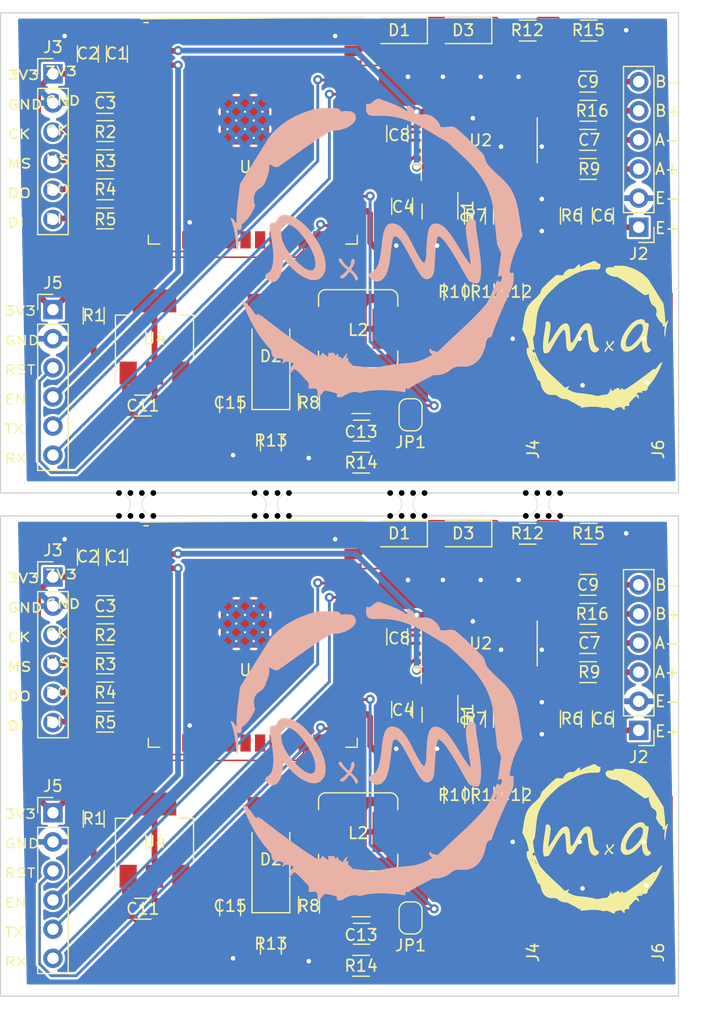
<source format=kicad_pcb>
(kicad_pcb (version 20221018) (generator pcbnew)
  (layers (0 "F.Cu" signal) (31 "B.Cu" signal) (34 "B.Paste" user) (35 "F.Paste" user) (36 "B.SilkS" user "B.Silkscreen") (37 "F.SilkS" user "F.Silkscreen") (38 "B.Mask" user) (39 "F.Mask" user) (44 "Edge.Cuts" user))
  (net 0 "")
  (net 1 "Board_0-+3V3")
  (net 2 "Board_0-+5V")
  (net 3 "Board_0-+BATT")
  (net 4 "Board_0-A+")
  (net 5 "Board_0-A-")
  (net 6 "Board_0-B+")
  (net 7 "Board_0-B-")
  (net 8 "Board_0-BATT_REF")
  (net 9 "Board_0-CONV_EN")
  (net 10 "Board_0-DOUT")
  (net 11 "Board_0-E+")
  (net 12 "Board_0-E-")
  (net 13 "Board_0-EN")
  (net 14 "Board_0-HX711_SCK")
  (net 15 "Board_0-IO22")
  (net 16 "Board_0-IO23")
  (net 17 "Board_0-MTCK")
  (net 18 "Board_0-MTDI")
  (net 19 "Board_0-MTDO")
  (net 20 "Board_0-MTMS")
  (net 21 "Board_0-Net-(D1-K)")
  (net 22 "Board_0-Net-(D2-A)")
  (net 23 "Board_0-Net-(D3-K)")
  (net 24 "Board_0-Net-(J3-Pin_3)")
  (net 25 "Board_0-Net-(J3-Pin_4)")
  (net 26 "Board_0-Net-(J3-Pin_5)")
  (net 27 "Board_0-Net-(J3-Pin_6)")
  (net 28 "Board_0-Net-(Q1-B)")
  (net 29 "Board_0-Net-(U2-INA+)")
  (net 30 "Board_0-Net-(U2-INB+)")
  (net 31 "Board_0-Net-(U2-VBG)")
  (net 32 "Board_0-Net-(U2-VFB)")
  (net 33 "Board_0-Net-(U2-XI)")
  (net 34 "Board_0-Net-(U3-FB)")
  (net 35 "Board_0-RST")
  (net 36 "Board_0-RX")
  (net 37 "Board_0-TX")
  (net 38 "Board_0-XTAL")
  (net 39 "Board_0-XTAL_EN")
  (net 40 "Board_0-unconnected-(U1-IO2-Pad24)")
  (net 41 "Board_0-unconnected-(U1-IO21-Pad33)")
  (net 42 "Board_0-unconnected-(U1-IO25-Pad10)")
  (net 43 "Board_0-unconnected-(U1-IO26-Pad11)")
  (net 44 "Board_0-unconnected-(U1-IO27-Pad12)")
  (net 45 "Board_0-unconnected-(U1-IO32-Pad8)")
  (net 46 "Board_0-unconnected-(U1-IO33-Pad9)")
  (net 47 "Board_0-unconnected-(U1-IO34-Pad6)")
  (net 48 "Board_0-unconnected-(U1-IO35-Pad7)")
  (net 49 "Board_0-unconnected-(U1-NC-Pad32)")
  (net 50 "Board_0-unconnected-(U1-SCK{slash}CLK-Pad20)")
  (net 51 "Board_0-unconnected-(U1-SCS{slash}CMD-Pad19)")
  (net 52 "Board_0-unconnected-(U1-SDI{slash}SD1-Pad22)")
  (net 53 "Board_0-unconnected-(U1-SDO{slash}SD0-Pad21)")
  (net 54 "Board_0-unconnected-(U1-SENSOR_VN-Pad5)")
  (net 55 "Board_0-unconnected-(U1-SENSOR_VP-Pad4)")
  (net 56 "Board_0-unconnected-(U1-SHD{slash}SD2-Pad17)")
  (net 57 "Board_0-unconnected-(U1-SWP{slash}SD3-Pad18)")
  (net 58 "Board_0-unconnected-(U3-NC-Pad6)")
  (net 59 "Board_1-+3V3")
  (net 60 "Board_1-+5V")
  (net 61 "Board_1-+BATT")
  (net 62 "Board_1-A+")
  (net 63 "Board_1-A-")
  (net 64 "Board_1-B+")
  (net 65 "Board_1-B-")
  (net 66 "Board_1-BATT_REF")
  (net 67 "Board_1-CONV_EN")
  (net 68 "Board_1-DOUT")
  (net 69 "Board_1-E+")
  (net 70 "Board_1-E-")
  (net 71 "Board_1-EN")
  (net 72 "Board_1-HX711_SCK")
  (net 73 "Board_1-IO22")
  (net 74 "Board_1-IO23")
  (net 75 "Board_1-MTCK")
  (net 76 "Board_1-MTDI")
  (net 77 "Board_1-MTDO")
  (net 78 "Board_1-MTMS")
  (net 79 "Board_1-Net-(D1-K)")
  (net 80 "Board_1-Net-(D2-A)")
  (net 81 "Board_1-Net-(D3-K)")
  (net 82 "Board_1-Net-(J3-Pin_3)")
  (net 83 "Board_1-Net-(J3-Pin_4)")
  (net 84 "Board_1-Net-(J3-Pin_5)")
  (net 85 "Board_1-Net-(J3-Pin_6)")
  (net 86 "Board_1-Net-(Q1-B)")
  (net 87 "Board_1-Net-(U2-INA+)")
  (net 88 "Board_1-Net-(U2-INB+)")
  (net 89 "Board_1-Net-(U2-VBG)")
  (net 90 "Board_1-Net-(U2-VFB)")
  (net 91 "Board_1-Net-(U2-XI)")
  (net 92 "Board_1-Net-(U3-FB)")
  (net 93 "Board_1-RST")
  (net 94 "Board_1-RX")
  (net 95 "Board_1-TX")
  (net 96 "Board_1-XTAL")
  (net 97 "Board_1-XTAL_EN")
  (net 98 "Board_1-unconnected-(U1-IO2-Pad24)")
  (net 99 "Board_1-unconnected-(U1-IO21-Pad33)")
  (net 100 "Board_1-unconnected-(U1-IO25-Pad10)")
  (net 101 "Board_1-unconnected-(U1-IO26-Pad11)")
  (net 102 "Board_1-unconnected-(U1-IO27-Pad12)")
  (net 103 "Board_1-unconnected-(U1-IO32-Pad8)")
  (net 104 "Board_1-unconnected-(U1-IO33-Pad9)")
  (net 105 "Board_1-unconnected-(U1-IO34-Pad6)")
  (net 106 "Board_1-unconnected-(U1-IO35-Pad7)")
  (net 107 "Board_1-unconnected-(U1-NC-Pad32)")
  (net 108 "Board_1-unconnected-(U1-SCK{slash}CLK-Pad20)")
  (net 109 "Board_1-unconnected-(U1-SCS{slash}CMD-Pad19)")
  (net 110 "Board_1-unconnected-(U1-SDI{slash}SD1-Pad22)")
  (net 111 "Board_1-unconnected-(U1-SDO{slash}SD0-Pad21)")
  (net 112 "Board_1-unconnected-(U1-SENSOR_VN-Pad5)")
  (net 113 "Board_1-unconnected-(U1-SENSOR_VP-Pad4)")
  (net 114 "Board_1-unconnected-(U1-SHD{slash}SD2-Pad17)")
  (net 115 "Board_1-unconnected-(U1-SWP{slash}SD3-Pad18)")
  (net 116 "Board_1-unconnected-(U3-NC-Pad6)")
  (footprint "Capacitor_SMD:C_1206_3216Metric_Pad1.33x1.80mm_HandSolder" (layer "F.Cu") (at 131.328999 98.192)
    (fp_text reference "C11")
    (fp_text value "22uF")
  )
  (footprint "Capacitor_SMD:C_1206_3216Metric_Pad1.33x1.80mm_HandSolder" (layer "F.Cu") (at 171.487 81.636 -90)
    (fp_text reference "C6")
    (fp_text value "10uF")
  )
  (footprint "Capacitor_SMD:C_1206_3216Metric_Pad1.33x1.80mm_HandSolder" (layer "F.Cu") (at 153.533 74.4595 -90)
    (fp_text reference "C8")
    (fp_text value "22pF")
  )
  (footprint "Resistor_SMD:R_1206_3216Metric_Pad1.30x1.75mm_HandSolder" (layer "F.Cu") (at 161.073 88.294 -90)
    (fp_text reference "R11")
    (fp_text value "330K")
  )
  (footprint "Resistor_SMD:R_1206_3216Metric_Pad1.30x1.75mm_HandSolder" (layer "F.Cu") (at 128.053 30.332)
    (fp_text reference "R2")
    (fp_text value "100R")
  )
  (footprint "Resistor_SMD:R_1206_3216Metric_Pad1.30x1.75mm_HandSolder" (layer "F.Cu") (at 128.053 79.322)
    (fp_text reference "R4")
    (fp_text value "100R")
  )
  (footprint "Resistor_SMD:R_1206_3216Metric_Pad1.30x1.75mm_HandSolder" (layer "F.Cu") (at 128.027 37.952)
    (fp_text reference "R5")
    (fp_text value "100R")
  )
  (footprint "NPTH" (layer "F.Cu") (at 164.7546 61.91)
    (fp_text reference "REF**" hide)
    (fp_text value "NPTH" hide)
  )
  (footprint "NPTH" (layer "F.Cu") (at 155.9182 63.91)
    (fp_text reference "REF**" hide)
    (fp_text value "NPTH" hide)
  )
  (footprint "Capacitor_SMD:C_1206_3216Metric_Pad1.33x1.80mm_HandSolder" (layer "F.Cu") (at 153.961 80.8095 -90)
    (fp_text reference "C4")
    (fp_text value "10uF")
  )
  (footprint "NPTH" (layer "F.Cu") (at 141.0818 63.91)
    (fp_text reference "REF**" hide)
    (fp_text value "NPTH" hide)
  )
  (footprint "Capacitor_SMD:C_1206_3216Metric_Pad1.33x1.80mm_HandSolder" (layer "F.Cu") (at 153.533 30.5495 -90)
    (fp_text reference "C8")
    (fp_text value "22pF")
  )
  (footprint "NPTH" (layer "F.Cu") (at 155.9182 61.91)
    (fp_text reference "REF**" hide)
    (fp_text value "NPTH" hide)
  )
  (footprint "NPTH" (layer "F.Cu") (at 153.9182 61.91)
    (fp_text reference "REF**" hide)
    (fp_text value "NPTH" hide)
  )
  (footprint "Resistor_SMD:R_1206_3216Metric_Pad1.30x1.75mm_HandSolder" (layer "F.Cu") (at 160.311 37.726 -90)
    (fp_text reference "R7")
    (fp_text value "8K2")
  )
  (footprint "NPTH" (layer "F.Cu") (at 142.0818 63.91)
    (fp_text reference "REF**" hide)
    (fp_text value "NPTH" hide)
  )
  (footprint "Resistor_SMD:R_1206_3216Metric_Pad1.30x1.75mm_HandSolder" (layer "F.Cu") (at 164.916213 65.467213 180)
    (fp_text reference "R12")
    (fp_text value "330R")
  )
  (footprint "NPTH" (layer "F.Cu") (at 132.2454 63.91)
    (fp_text reference "REF**" hide)
    (fp_text value "NPTH" hide)
  )
  (footprint "Resistor_SMD:R_1206_3216Metric_Pad1.30x1.75mm_HandSolder" (layer "F.Cu") (at 170.191 33.636 180)
    (fp_text reference "R9")
    (fp_text value "1K2")
  )
  (footprint "Capacitor_SMD:C_1206_3216Metric_Pad1.33x1.80mm_HandSolder" (layer "F.Cu") (at 150.4175 56.467987)
    (fp_text reference "C13")
    (fp_text value "22uF")
  )
  (footprint "Diode_SMD:D_SMA_Handsoldering" (layer "F.Cu") (at 142.505 94.027987 90)
    (fp_text reference "D2")
    (fp_text value "SS34")
  )
  (footprint "NPTH" (layer "F.Cu") (at 144.0818 61.91)
    (fp_text reference "REF**" hide)
    (fp_text value "NPTH" hide)
  )
  (footprint "NPTH" (layer "F.Cu") (at 132.2454 61.91)
    (fp_text reference "REF**" hide)
    (fp_text value "NPTH" hide)
  )
  (footprint "Diode_SMD:D_1206_3216Metric_Pad1.42x1.75mm_HandSolder" (layer "F.Cu") (at 159.328213 65.467213 180)
    (fp_text reference "D3")
    (fp_text value "LED")
  )
  (footprint "Capacitor_SMD:C_1206_3216Metric_Pad1.33x1.80mm_HandSolder" (layer "F.Cu") (at 129.069 23.5945 90)
    (fp_text reference "C1")
    (fp_text value "0.1uF")
  )
  (footprint "Capacitor_SMD:C_1206_3216Metric_Pad1.33x1.80mm_HandSolder" (layer "F.Cu") (at 129.069 67.5045 90)
    (fp_text reference "C1")
    (fp_text value "0.1uF")
  )
  (footprint "NPTH" (layer "F.Cu") (at 144.0818 63.91)
    (fp_text reference "REF**" hide)
    (fp_text value "NPTH" hide)
  )
  (footprint "Resistor_SMD:R_1206_3216Metric_Pad1.30x1.75mm_HandSolder" (layer "F.Cu") (at 168.693 81.636 90)
    (fp_text reference "R6")
    (fp_text value "10K")
  )
  (footprint "NPTH" (layer "F.Cu") (at 131.2454 61.91)
    (fp_text reference "REF**" hide)
    (fp_text value "NPTH" hide)
  )
  (footprint "NPTH" (layer "F.Cu") (at 143.0818 63.91)
    (fp_text reference "REF**" hide)
    (fp_text value "NPTH" hide)
  )
  (footprint "Package_TO_SOT_SMD:SOT-223-3_TabPin2" (layer "F.Cu") (at 132.344999 92.206 90)
    (fp_text reference "U4")
    (fp_text value "AMS1117-3.3")
  )
  (footprint "RF_Module:ESP32-WROOM-32" (layer "F.Cu") (at 140.924 74.219)
    (fp_text reference "U1")
    (fp_text value "ESP32-WROOM-32")
  )
  (footprint "Resistor_SMD:R_1206_3216Metric_Pad1.30x1.75mm_HandSolder" (layer "F.Cu") (at 142.505 57.509987 -90)
    (fp_text reference "R13")
    (fp_text value "15K")
  )
  (footprint "Capacitor_SMD:C_1206_3216Metric_Pad1.33x1.80mm_HandSolder" (layer "F.Cu") (at 153.961 36.8995 -90)
    (fp_text reference "C4")
    (fp_text value "10uF")
  )
  (footprint "Capacitor_SMD:C_1206_3216Metric_Pad1.33x1.80mm_HandSolder" (layer "F.Cu") (at 170.1785 75.006)
    (fp_text reference "C7")
    (fp_text value "0.1uF")
  )
  (footprint "Connector_PinHeader_2.54mm:PinHeader_1x06_P2.54mm_Vertical" (layer "F.Cu") (at 123.481 89.818)
    (fp_text reference "J5")
    (fp_text value "UART")
  )
  (footprint "Resistor_SMD:R_1206_3216Metric_Pad1.30x1.75mm_HandSolder" (layer "F.Cu") (at 145.833 97.863987 -90)
    (fp_text reference "R8")
    (fp_text value "110K")
  )
  (footprint "Connector_PinHeader_2.54mm:PinHeader_1x06_P2.54mm_Vertical" (layer "F.Cu") (at 174.615 38.716 180)
    (fp_text reference "J2")
    (fp_text value "Conn_01x04_Pin")
  )
  (footprint "NPTH" (layer "F.Cu") (at 154.9182 61.91)
    (fp_text reference "REF**" hide)
    (fp_text value "NPTH" hide)
  )
  (footprint "NPTH" (layer "F.Cu") (at 131.2454 63.91)
    (fp_text reference "REF**" hide)
    (fp_text value "NPTH" hide)
  )
  (footprint "Connector_PinHeader_2.54mm:PinHeader_1x06_P2.54mm_Vertical" (layer "F.Cu") (at 174.615 82.626 180)
    (fp_text reference "J2")
    (fp_text value "Conn_01x04_Pin")
  )
  (footprint "Capacitor_SMD:C_1206_3216Metric_Pad1.33x1.80mm_HandSolder" (layer "F.Cu") (at 128.0145 71.784)
    (fp_text reference "C3")
    (fp_text value "0.1uF")
  )
  (footprint "Package_SO:SOP-16_3.9x9.9mm_P1.27mm" (layer "F.Cu") (at 160.692 75.046 90)
    (fp_text reference "U2")
    (fp_text value "HX711")
  )
  (footprint "NPTH" (layer "F.Cu") (at 130.2454 63.91)
    (fp_text reference "REF**" hide)
    (fp_text value "NPTH" hide)
  )
  (footprint "Resistor_SMD:R_1206_3216Metric_Pad1.30x1.75mm_HandSolder" (layer "F.Cu") (at 128.027 81.862)
    (fp_text reference "R5")
    (fp_text value "100R")
  )
  (footprint "NPTH" (layer "F.Cu") (at 167.7546 63.91)
    (fp_text reference "REF**" hide)
    (fp_text value "NPTH" hide)
  )
  (footprint "Inductor_SMD:L_Bourns_SRP7028A_7.3x6.6mm" (layer "F.Cu") (at 150.125 47.577987 180)
    (fp_text reference "L2")
    (fp_text value "22uH")
  )
  (footprint "Capacitor_SMD:C_1206_3216Metric_Pad1.33x1.80mm_HandSolder" (layer "F.Cu") (at 170.1785 69.926)
    (fp_text reference "C9")
    (fp_text value "0.1uF")
  )
  (footprint "Capacitor_SMD:C_1206_3216Metric_Pad1.33x1.80mm_HandSolder" (layer "F.Cu") (at 171.487 37.726 -90)
    (fp_text reference "C6")
    (fp_text value "10uF")
  )
  (footprint "Resistor_SMD:R_1206_3216Metric_Pad1.30x1.75mm_HandSolder" (layer "F.Cu") (at 158.533 44.358 90)
    (fp_text reference "R10")
    (fp_text value "1M")
  )
  (footprint "NPTH" (layer "F.Cu") (at 167.7546 61.91)
    (fp_text reference "REF**" hide)
    (fp_text value "NPTH" hide)
  )
  (footprint "Diode_SMD:D_1206_3216Metric_Pad1.42x1.75mm_HandSolder" (layer "F.Cu") (at 159.328213 21.557213 180)
    (fp_text reference "D3")
    (fp_text value "LED")
  )
  (footprint "Resistor_SMD:R_1206_3216Metric_Pad1.30x1.75mm_HandSolder" (layer "F.Cu") (at 168.693 37.726 90)
    (fp_text reference "R6")
    (fp_text value "10K")
  )
  (footprint "NPTH" (layer "F.Cu") (at 166.7546 61.91)
    (fp_text reference "REF**" hide)
    (fp_text value "NPTH" hide)
  )
  (footprint "Resistor_SMD:R_1206_3216Metric_Pad1.30x1.75mm_HandSolder" (layer "F.Cu") (at 170.250213 65.467213)
    (fp_text reference "R15")
    (fp_text value "330R")
  )
  (footprint "Resistor_SMD:R_1206_3216Metric_Pad1.30x1.75mm_HandSolder" (layer "F.Cu") (at 127.037 46.442 -90)
    (fp_text reference "R1")
    (fp_text value "10K")
  )
  (footprint "NPTH" (layer "F.Cu") (at 165.7546 63.91)
    (fp_text reference "REF**" hide)
    (fp_text value "NPTH" hide)
  )
  (footprint "NPTH" (layer "F.Cu") (at 154.9182 63.91)
    (fp_text reference "REF**" hide)
    (fp_text value "NPTH" hide)
  )
  (footprint "Resistor_SMD:R_1206_3216Metric_Pad1.30x1.75mm_HandSolder" (layer "F.Cu") (at 160.311 81.636 -90)
    (fp_text reference "R7")
    (fp_text value "8K2")
  )
  (footprint "Capacitor_SMD:C_1206_3216Metric_Pad1.33x1.80mm_HandSolder" (layer "F.Cu") (at 138.949 54.181987 90)
    (fp_text reference "C15")
    (fp_text value "22uF")
  )
  (footprint "Capacitor_SMD:C_1206_3216Metric_Pad1.33x1.80mm_HandSolder" (layer "F.Cu") (at 170.1785 31.096)
    (fp_text reference "C7")
    (fp_text value "0.1uF")
  )
  (footprint "Connector_PinHeader_2.54mm:PinHeader_1x06_P2.54mm_Vertical" (layer "F.Cu") (at 123.481 69.244)
    (fp_text reference "J3")
    (fp_text value "JTAG")
  )
  (footprint "Connector_Wire:SolderWirePad_1x01_SMD_5x10mm" (layer "F.Cu") (at 172.503 58.1 -90)
    (fp_text reference "J6")
    (fp_text value "Conn_01x01_Pin")
  )
  (footprint "Diode_SMD:D_SMA_Handsoldering" (layer "F.Cu") (at 142.505 50.117987 90)
    (fp_text reference "D2")
    (fp_text value "SS34")
  )
  (footprint "Resistor_SMD:R_1206_3216Metric_Pad1.30x1.75mm_HandSolder" (layer "F.Cu") (at 150.379 103.171987 180)
    (fp_text reference "R14")
    (fp_text value "10K")
  )
  (footprint "Resistor_SMD:R_1206_3216Metric_Pad1.30x1.75mm_HandSolder" (layer "F.Cu") (at 170.217 28.556 180)
    (fp_text reference "R16")
    (fp_text value "1K2")
  )
  (footprint "NPTH" (layer "F.Cu") (at 142.0818 61.91)
    (fp_text reference "REF**" hide)
    (fp_text value "NPTH" hide)
  )
  (footprint "Package_SO:SOP-16_3.9x9.9mm_P1.27mm" (layer "F.Cu") (at 160.692 31.136 90)
    (fp_text reference "U2")
    (fp_text value "HX711")
  )
  (footprint "Jumper:SolderJumper-2_P1.3mm_Bridged_RoundedPad1.0x1.5mm" (layer "F.Cu") (at 154.697 98.995987 -90)
    (fp_text reference "JP1")
    (fp_text value "Jumper_2_Bridged")
  )
  (footprint "Connector_Wire:SolderWirePad_1x01_SMD_5x10mm" (layer "F.Cu") (at 172.503 102.01 -90)
    (fp_text reference "J6")
    (fp_text value "Conn_01x01_Pin")
  )
  (footprint "Capacitor_SMD:C_1206_3216Metric_Pad1.33x1.80mm_HandSolder" (layer "F.Cu") (at 138.949 98.091987 90)
    (fp_text reference "C15")
    (fp_text value "22uF")
  )
  (footprint "NPTH" (layer "F.Cu") (at 165.7546 61.91)
    (fp_text reference "REF**" hide)
    (fp_text value "NPTH" hide)
  )
  (footprint "NPTH" (layer "F.Cu") (at 130.2454 61.91)
    (fp_text reference "REF**" hide)
    (fp_text value "NPTH" hide)
  )
  (footprint "Capacitor_SMD:C_1206_3216Metric_Pad1.33x1.80mm_HandSolder" (layer "F.Cu") (at 163.613 44.354 -90)
    (fp_text reference "C12")
    (fp_text value "100nF")
  )
  (footprint "Resistor_SMD:R_1206_3216Metric_Pad1.30x1.75mm_HandSolder" (layer "F.Cu") (at 164.916213 21.557213 180)
    (fp_text reference "R12")
    (fp_text value "330R")
  )
  (footprint "Resistor_SMD:R_1206_3216Metric_Pad1.30x1.75mm_HandSolder" (layer "F.Cu") (at 170.250213 21.557213)
    (fp_text reference "R15")
    (fp_text value "330R")
  )
  (footprint "Package_TO_SOT_SMD:SOT-23-6" (layer "F.Cu") (at 150.379 53.419987)
    (fp_text reference "U3")
    (fp_text value "MT3608")
  )
  (footprint "Capacitor_SMD:C_1206_3216Metric_Pad1.33x1.80mm_HandSolder" (layer "F.Cu") (at 150.4175 100.377987)
    (fp_text reference "C13")
    (fp_text value "22uF")
  )
  (footprint "NPTH" (layer "F.Cu") (at 166.7546 63.91)
    (fp_text reference "REF**" hide)
    (fp_text value "NPTH" hide)
  )
  (footprint "Package_TO_SOT_SMD:SOT-23-6" (layer "F.Cu") (at 150.379 97.329987)
    (fp_text reference "U3")
    (fp_text value "MT3608")
  )
  (footprint "Resistor_SMD:R_1206_3216Metric_Pad1.30x1.75mm_HandSolder" (layer "F.Cu") (at 128.027 32.872)
    (fp_text reference "R3")
    (fp_text value "100R")
  )
  (footprint "Connector_PinHeader_2.54mm:PinHeader_1x06_P2.54mm_Vertical" (layer "F.Cu") (at 123.481 45.908)
    (fp_text reference "J5")
    (fp_text value "UART")
  )
  (footprint "NPTH" (layer "F.Cu") (at 129.2454 61.91)
    (fp_text reference "REF**" hide)
    (fp_text value "NPTH" hide)
  )
  (footprint "NPTH" (layer "F.Cu") (at 129.2454 63.91)
    (fp_text reference "REF**" hide)
    (fp_text value "NPTH" hide)
  )
  (footprint "Inductor_SMD:L_Bourns_SRP7028A_7.3x6.6mm" (layer "F.Cu") (at 150.125 91.487987 180)
    (fp_text reference "L2")
    (fp_text value "22uH")
  )
  (footprint "Capacitor_SMD:C_1206_3216Metric_Pad1.33x1.80mm_HandSolder" (layer "F.Cu") (at 163.613 88.264 -90)
    (fp_text reference "C12")
    (fp_text value "100nF")
  )
  (footprint "Capacitor_SMD:C_1206_3216Metric_Pad1.33x1.80mm_HandSolder" (layer "F.Cu") (at 128.0145 27.874)
    (fp_text reference "C3")
    (fp_text value "0.1uF")
  )
  (footprint "NPTH" (layer "F.Cu") (at 153.9182 63.91)
    (fp_text reference "REF**" hide)
    (fp_text value "NPTH" hide)
  )
  (footprint "Jumper:SolderJumper-2_P1.3mm_Bridged_RoundedPad1.0x1.5mm" (layer "F.Cu") (at 154.697 55.085987 -90)
    (fp_text reference "JP1")
    (fp_text value "Jumper_2_Bridged")
  )
  (footprint "Resistor_SMD:R_1206_3216Metric_Pad1.30x1.75mm_HandSolder" (layer "F.Cu") (at 145.833 53.953987 -90)
    (fp_text reference "R8")
    (fp_text value "110K")
  )
  (footprint "Resistor_SMD:R_1206_3216Metric_Pad1.30x1.75mm_HandSolder" (layer "F.Cu") (at 170.191 77.546 180)
    (fp_text reference "R9")
    (fp_text value "1K2")
  )
  (footprint "Resistor_SMD:R_1206_3216Metric_Pad1.30x1.75mm_HandSolder" (layer "F.Cu") (at 127.037 90.352 -90)
    (fp_text reference "R1")
    (fp_text value "10K")
  )
  (footprint "Capacitor_SMD:C_1206_3216Metric_Pad1.33x1.80mm_HandSolder" (layer "F.Cu") (at 126.529 23.5945 90)
    (fp_text reference "C2")
    (fp_text value "10uF")
  )
  (footprint "Resistor_SMD:R_1206_3216Metric_Pad1.30x1.75mm_HandSolder" (layer "F.Cu") (at 150.379 59.261987 180)
    (fp_text reference "R14")
    (fp_text value "10K")
  )
  (footprint "Resistor_SMD:R_1206_3216Metric_Pad1.30x1.75mm_HandSolder" (layer "F.Cu") (at 161.073 44.384 -90)
    (fp_text reference "R11")
    (fp_text value "330K")
  )
  (footprint "NPTH" (layer "F.Cu") (at 152.9182 61.91)
    (fp_text reference "REF**" hide)
    (fp_text value "NPTH" hide)
  )
  (footprint "Resistor_SMD:R_1206_3216Metric_Pad1.30x1.75mm_HandSolder" (layer "F.Cu") (at 128.053 74.242)
    (fp_text reference "R2")
    (fp_text value "100R")
  )
  (footprint "Capacitor_SMD:C_1206_3216Metric_Pad1.33x1.80mm_HandSolder" (layer "F.Cu") (at 162.851 37.7385 90)
    (fp_text reference "C5")
    (fp_text value "0.1uF")
  )
  (footprint "Package_TO_SOT_SMD:SOT-23" (layer "F.Cu") (at 157.263 81.2605 -90)
    (fp_text reference "Q1")
    (fp_text value "S9015")
  )
  (footprint "Diode_SMD:D_1206_3216Metric_Pad1.42x1.75mm_HandSolder" (layer "F.Cu") (at 153.703713 21.557213 180)
    (fp_text reference "D1")
    (fp_text value "LED")
  )
  (footprint "Capacitor_SMD:C_1206_3216Metric_Pad1.33x1.80mm_HandSolder" (layer "F.Cu") (at 126.529 67.5045 90)
    (fp_text reference "C2")
    (fp_text value "10uF")
  )
  (footprint "Connector_Wire:SolderWirePad_1x01_SMD_5x10mm" (layer "F.Cu") (at 161.581 102.01 -90)
    (fp_text reference "J4")
    (fp_text value "Conn_01x01_Pin")
  )
  (footprint "RF_Module:ESP32-WROOM-32" (layer "F.Cu") (at 140.924 30.309)
    (fp_text reference "U1")
    (fp_text value "ESP32-WROOM-32")
  )
  (footprint "Resistor_SMD:R_1206_3216Metric_Pad1.30x1.75mm_HandSolder" (layer "F.Cu") (at 158.533 88.268 90)
    (fp_text reference "R10")
    (fp_text value "1M")
  )
  (footprint "NPTH" (layer "F.Cu") (at 152.9182 63.91)
    (fp_text reference "REF**" hide)
    (fp_text value "NPTH" hide)
  )
  (footprint "Package_TO_SOT_SMD:SOT-23" (layer "F.Cu") (at 157.263 37.3505 -90)
    (fp_text reference "Q1")
    (fp_text value "S9015")
  )
  (footprint "Capacitor_SMD:C_1206_3216Metric_Pad1.33x1.80mm_HandSolder" (layer "F.Cu") (at 170.1785 26.016)
    (fp_text reference "C9")
    (fp_text value "0.1uF")
  )
  (footprint "Resistor_SMD:R_1206_3216Metric_Pad1.30x1.75mm_HandSolder" (layer "F.Cu") (at 128.027 76.782)
    (fp_text reference "R3")
    (fp_text value "100R")
  )
  (footprint "Diode_SMD:D_1206_3216Metric_Pad1.42x1.75mm_HandSolder" (layer "F.Cu") (at 153.703713 65.467213 180)
    (fp_text reference "D1")
    (fp_text value "LED")
  )
  (footprint "Capacitor_SMD:C_1206_3216Metric_Pad1.33x1.80mm_HandSolder" (layer "F.Cu") (at 131.328999 54.282)
    (fp_text reference "C11")
    (fp_text value "22uF")
  )
  (footprint "Resistor_SMD:R_1206_3216Metric_Pad1.30x1.75mm_HandSolder" (layer "F.Cu") (at 128.053 35.412)
    (fp_text reference "R4")
    (fp_text value "100R")
  )
  (footprint "NPTH" (layer "F.Cu") (at 143.0818 61.91)
    (fp_text reference "REF**" hide)
    (fp_text value "NPTH" hide)
  )
  (footprint "Connector_Wire:SolderWirePad_1x01_SMD_5x10mm" (layer "F.Cu") (at 161.581 58.1 -90)
    (fp_text reference "J4")
    (fp_text value "Conn_01x01_Pin")
  )
  (footprint "Resistor_SMD:R_1206_3216Metric_Pad1.30x1.75mm_HandSolder" (layer "F.Cu") (at 170.217 72.466 180)
    (fp_text reference "R16")
    (fp_text value "1K2")
  )
  (footprint "NPTH" (layer "F.Cu") (at 164.7546 63.91)
    (fp_text reference "REF**" hide)
    (fp_text value "NPTH" hide)
  )
  (footprint "Resistor_SMD:R_1206_3216Metric_Pad1.30x1.75mm_HandSolder" (layer "F.Cu") (at 142.505 101.419987 -90)
    (fp_text reference "R13")
    (fp_text value "15K")
  )
  (footprint "Capacitor_SMD:C_1206_3216Metric_Pad1.33x1.80mm_HandSolder" (layer "F.Cu") (at 162.851 81.6485 90)
    (fp_text reference "C5")
    (fp_text value "0.1uF")
  )
  (footprint "NPTH" (layer "F.Cu") (at 141.0818 61.91)
    (fp_text reference "REF**" hide)
    (fp_text value "NPTH" hide)
  )
  (footprint "Package_TO_SOT_SMD:SOT-223-3_TabPin2" (layer "F.Cu") (at 132.344999 48.296 90)
    (fp_text reference "U4")
    (fp_text value "AMS1117-3.3")
  )
  (footprint "Connector_PinHeader_2.54mm:PinHeader_1x06_P2.54mm_Vertical" (layer "F.Cu") (at 123.481 25.334)
    (fp_text reference "J3")
    (fp_text value "JTAG")
  )
  (gr_poly (pts (xy 148.56142 41.443287) (xy 148.554535 41.443796) (xy 148.54771 41.444644) (xy 148.540946 41.445831) (xy 148.534242 41.447357) (xy 148.527598 41.449222) (xy 148.521016 41.451426) (xy 148.514493 41.45397) (xy 148.508032 41.456852) (xy 148.501631 41.460074) (xy 148.49529 41.463635) (xy 148.48901 41.467535) (xy 148.482791 41.471774) (xy 148.476632 41.476352) (xy 148.470534 41.481269) (xy 148.464497 41.486525) (xy 148.458489 41.492042) (xy 148.452869 41.49774) (xy 148.447637 41.503621) (xy 148.442792 41.509683) (xy 148.438335 41.515926) (xy 148.434266 41.522351) (xy 148.430584 41.528958) (xy 148.427289 41.535747) (xy 148.424383 41.542717) (xy 148.421864 41.549869) (xy 148.419732 41.557203) (xy 148.417988 41.564718) (xy 148.416632 41.572415) (xy 148.415663 41.580294) (xy 148.415081 41.588355) (xy 148.414888 41.596597) (xy 148.415623 41.606813) (xy 148.417831 41.618083) (xy 148.42151 41.630406) (xy 148.42666 41.643784) (xy 148.433282 41.658215) (xy 148.441376 41.673699) (xy 148.461978 41.70783) (xy 148.488466 41.746176) (xy 148.52084 41.788736) (xy 148.559101 41.835511) (xy 148.603248 41.886501) (xy 148.653281 41.941706) (xy 148.709201 42.001126) (xy 148.771007 42.064761) (xy 148.838699 42.13261) (xy 148.912277 42.204675) (xy 148.991742 42.280954) (xy 149.077093 42.361448) (xy 149.16833 42.446157) (xy 149.135834 42.486979) (xy 149.103072 42.526506) (xy 149.070044 42.564736) (xy 149.036748 42.601671) (xy 149.003187 42.637309) (xy 148.969359 42.671652) (xy 148.935265 42.704698) (xy 148.900904 42.736449) (xy 148.866277 42.766904) (xy 148.831383 42.796063) (xy 148.796223 42.823926) (xy 148.760796 42.850493) (xy 148.725103 42.875763) (xy 148.689143 42.899739) (xy 148.652917 42.922418) (xy 148.616425 42.943801) (xy 148.598791 42.953974) (xy 148.581545 42.964342) (xy 148.564685 42.974903) (xy 148.5564 42.980257) (xy 148.548212 42.985659) (xy 148.547462 42.987463) (xy 148.54676 42.989389) (xy 148.546106 42.991436) (xy 148.545501 42.993604) (xy 148.544944 42.995893) (xy 148.544435 42.998303) (xy 148.543975 43.000835) (xy 148.543564 43.003487) (xy 148.5432 43.006261) (xy 148.542886 43.009156) (xy 148.542619 43.012171) (xy 148.542402 43.015308) (xy 148.542232 43.018566) (xy 148.542111 43.021946) (xy 148.542038 43.025446) (xy 148.542014 43.029067) (xy 148.542208 43.037345) (xy 148.542789 43.045515) (xy 148.543758 43.053575) (xy 148.545115 43.061526) (xy 148.546859 43.069369) (xy 148.54899 43.077102) (xy 148.551509 43.084726) (xy 148.554416 43.092242) (xy 148.557711 43.099648) (xy 148.561392 43.106945) (xy 148.565462 43.114133) (xy 148.569919 43.121213) (xy 148.574764 43.128183) (xy 148.579996 43.135044) (xy 148.585616 43.141796) (xy 148.591623 43.148439) (xy 148.597709 43.154822) (xy 148.603953 43.160793) (xy 148.610354 43.166352) (xy 148.616912 43.1715) (xy 148.623628 43.176235) (xy 148.630501 43.180559) (xy 148.637532 43.184471) (xy 148.644721 43.187972) (xy 148.652066 43.19106) (xy 148.659569 43.193737) (xy 148.66723 43.196002) (xy 148.675048 43.197855) (xy 148.683024 43.199297) (xy 148.691157 43.200326) (xy 148.699447 43.200944) (xy 148.707895 43.20115) (xy 148.721213 43.200564) (xy 148.735007 43.198806) (xy 148.749276 43.195877) (xy 148.764021 43.191775) (xy 148.77924 43.186502) (xy 148.794936 43.180057) (xy 148.811106 43.172441) (xy 148.827752 43.163652) (xy 148.844874 43.153692) (xy 148.86247 43.14256) (xy 148.89909 43.11678) (xy 148.937611 43.086313) (xy 148.978034 43.051159) (xy 149.020358 43.011318) (xy 149.064584 42.966789) (xy 149.110711 42.917573) (xy 149.15874 42.86367) (xy 149.20867 42.80508) (xy 149.260502 42.741803) (xy 149.314236 42.673838) (xy 149.369869 42.601189) (xy 149.413112 42.639188) (xy 149.45448 42.677224) (xy 149.49397 42.715297) (xy 149.531583 42.753407) (xy 149.567318 42.791552) (xy 149.601176 42.829734) (xy 149.633157 42.867953) (xy 149.663261 42.906207) (xy 149.691487 42.944498) (xy 149.717836 42.982826) (xy 149.742307 43.021189) (xy 149.764902 43.059589) (xy 149.785619 43.098026) (xy 149.804458 43.136499) (xy 149.821421 43.175008) (xy 149.836506 43.213553) (xy 149.847382 43.238333) (xy 149.858307 43.261515) (xy 149.86928 43.283098) (xy 149.880301 43.303082) (xy 149.891371 43.321468) (xy 149.90249 43.338254) (xy 149.908067 43.346048) (xy 149.913657 43.353443) (xy 149.919259 43.360437) (xy 149.924873 43.367032) (xy 149.947213 43.365088) (xy 149.968111 43.36197) (xy 149.987569 43.357676) (xy 149.996757 43.355089) (xy 150.005585 43.352208) (xy 150.014053 43.349033) (xy 150.02216 43.345564) (xy 150.029907 43.341802) (xy 150.037293 43.337746) (xy 150.044319 43.333397) (xy 150.050985 43.328754) (xy 150.057291 43.323817) (xy 150.063236 43.318586) (xy 150.068821 43.313061) (xy 150.074046 43.307243) (xy 150.07891 43.301131) (xy 150.083414 43.294726) (xy 150.087558 43.288026) (xy 150.091341 43.281033) (xy 150.094764 43.273747) (xy 150.097827 43.266166) (xy 150.100529 43.258292) (xy 150.102871 43.250124) (xy 150.104853 43.241663) (xy 150.106474 43.232908) (xy 150.107736 43.223859) (xy 150.108636 43.214516) (xy 150.109177 43.204879) (xy 150.109357 43.194949) (xy 150.108841 43.179886) (xy 150.107292 43.164343) (xy 150.104711 43.148323) (xy 150.101097 43.131823) (xy 150.096451 43.114846) (xy 150.090772 43.09739) (xy 150.076316 43.061043) (xy 150.057731 43.022782) (xy 150.035016 42.982608) (xy 150.00817 42.94052) (xy 149.977195 42.896518) (xy 149.942089 42.850603) (xy 149.902853 42.802774) (xy 149.859488 42.753032) (xy 149.811992 42.701375) (xy 149.760366 42.647806) (xy 149.70461 42.592322) (xy 149.644724 42.534925) (xy 149.580707 42.475614) (xy 149.506293 42.405851) (xy 149.543652 42.34875) (xy 149.5786 42.293333) (xy 149.611138 42.239599) (xy 149.641266 42.18755) (xy 149.668983 42.137183) (xy 149.694291 42.0885) (xy 149.717188 42.041501) (xy 149.737675 41.996185) (xy 149.755751 41.952553) (xy 149.771418 41.910604) (xy 149.784674 41.870339) (xy 149.79552 41.831757) (xy 149.803956 41.794859) (xy 149.809982 41.759645) (xy 149.813597 41.726114) (xy 149.814802 41.694266) (xy 149.814075 41.667608) (xy 149.811895 41.64267) (xy 149.808262 41.619452) (xy 149.8059 41.608488) (xy 149.803175 41.597954) (xy 149.800086 41.58785) (xy 149.796635 41.578176) (xy 149.792819 41.568931) (xy 149.788641 41.560117) (xy 149.784099 41.551733) (xy 149.779194 41.543779) (xy 149.773925 41.536254) (xy 149.768293 41.52916) (xy 149.762298 41.522495) (xy 149.755939 41.516261) (xy 149.749217 41.510456) (xy 149.742132 41.505082) (xy 149.734683 41.500137) (xy 149.726871 41.495622) (xy 149.718696 41.491538) (xy 149.710157 41.487883) (xy 149.701255 41.484658) (xy 149.69199 41.481864) (xy 149.682361 41.479499) (xy 149.672369 41.477564) (xy 149.662013 41.476059) (xy 149.651295 41.474984) (xy 149.640212 41.474339) (xy 149.628767 41.474124) (xy 149.622293 41.4743) (xy 149.61605 41.474827) (xy 149.610036 41.475705) (xy 149.604253 41.476934) (xy 149.5987 41.478515) (xy 149.593377 41.480446) (xy 149.588284 41.48273) (xy 149.583421 41.485364) (xy 149.578788 41.488349) (xy 149.574385 41.491686) (xy 149.570213 41.495374) (xy 149.566271 41.499414) (xy 149.562558 41.503804) (xy 149.559076 41.508546) (xy 149.555824 41.513639) (xy 149.552802 41.519083) (xy 149.549744 41.525151) (xy 149.546771 41.532116) (xy 149.543882 41.539976) (xy 149.541078 41.548733) (xy 149.538359 41.558386) (xy 149.535725 41.568935) (xy 149.533175 41.58038) (xy 149.530711 41.592722) (xy 149.528331 41.60596) (xy 149.526035 41.620094) (xy 149.523825 41.635125) (xy 149.521699 41.651052) (xy 149.517702 41.685594) (xy 149.514044 41.723722) (xy 149.510853 41.754649) (xy 149.506317 41.785806) (xy 149.500437 41.817193) (xy 149.493213 41.84881) (xy 149.484644 41.880658) (xy 149.47473 41.912736) (xy 149.463473 41.945043) (xy 149.450871 41.977581) (xy 149.436924 42.01035) (xy 149.421633 42.043348) (xy 149.404998 42.076576) (xy 149.387018 42.110035) (xy 149.367694 42.143723) (xy 149.347025 42.177642) (xy 149.325012 42.211791) (xy 149.301655 42.24617) (xy 149.249066 42.200352) (xy 149.198657 42.155139) (xy 149.150429 42.110532) (xy 149.10438 42.06653) (xy 149.060512 42.023134) (xy 149.018823 41.980343) (xy 148.979315 41.938158) (xy 148.941987 41.896579) (xy 148.906839 41.855605) (xy 148.873871 41.815237) (xy 148.843083 41.775474) (xy 148.814475 41.736317) (xy 148.788048 41.697765) (xy 148.7638 41.659819) (xy 148.741733 41.622479) (xy 148.721846 41.585744) (xy 148.709419 41.563555) (xy 148.697719 41.543498) (xy 148.686746 41.525573) (xy 148.676499 41.50978) (xy 148.66698 41.496118) (xy 148.658187 41.484587) (xy 148.654063 41.479621) (xy 148.65012 41.475189) (xy 148.64636 41.471289) (xy 148.642781 41.467922) (xy 148.63922 41.464918) (xy 148.635514 41.462108) (xy 148.631662 41.459492) (xy 148.627665 41.45707) (xy 148.623523 41.454841) (xy 148.619235 41.452807) (xy 148.614803 41.450966) (xy 148.610224 41.449319) (xy 148.605501 41.447865) (xy 148.600632 41.446606) (xy 148.595618 41.44554) (xy 148.590458 41.444668) (xy 148.585153 41.44399) (xy 148.579703 41.443505) (xy 148.574107 41.443214) (xy 148.568367 41.443118)) (fill solid) (layer "B.SilkS"))
  (gr_poly (pts (xy 147.073538 28.359088) (xy 146.955818 28.364788) (xy 146.837177 28.373522) (xy 146.717451 28.385722) (xy 146.596479 28.401822) (xy 146.474098 28.422255) (xy 146.350146 28.447454) (xy 146.048201 28.528461) (xy 145.752593 28.61889) (xy 145.463594 28.718633) (xy 145.181473 28.827583) (xy 144.906501 28.945631) (xy 144.63895 29.072669) (xy 144.379089 29.208588) (xy 144.127189 29.353281) (xy 143.883522 29.50664) (xy 143.648357 29.668556) (xy 143.421966 29.838921) (xy 143.204618 30.017628) (xy 142.996586 30.204567) (xy 142.798138 30.399632) (xy 142.609547 30.602713) (xy 142.431083 30.813702) (xy 139.842984 34.954616) (xy 139.639655 36.590644) (xy 139.595318 37.025651) (xy 139.562245 37.471057) (xy 139.551288 37.69766) (xy 139.544772 37.926861) (xy 139.543239 38.158662) (xy 139.547232 38.393061) (xy 139.523813 38.391998) (xy 139.502012 38.388891) (xy 139.481715 38.383861) (xy 139.462806 38.37703) (xy 139.445169 38.36852) (xy 139.428691 38.358453) (xy 139.413255 38.346951) (xy 139.398747 38.334135) (xy 139.385052 38.320128) (xy 139.372054 38.305051) (xy 139.359639 38.289026) (xy 139.347691 38.272175) (xy 139.324736 38.236483) (xy 139.30227 38.19895) (xy 139.279371 38.160549) (xy 139.255119 38.122256) (xy 139.242198 38.103455) (xy 139.228593 38.085046) (xy 139.21419 38.067152) (xy 139.198873 38.049893) (xy 139.182526 38.033393) (xy 139.165036 38.017773) (xy 139.146287 38.003155) (xy 139.126164 37.98966) (xy 139.104551 37.977411) (xy 139.081334 37.966529) (xy 139.056398 37.957137) (xy 139.029627 37.949355) (xy 139.083366 38.090161) (xy 139.13375 38.235245) (xy 139.180885 38.384554) (xy 139.224881 38.538033) (xy 139.265844 38.695628) (xy 139.303884 38.857284) (xy 139.339108 39.022949) (xy 139.371624 39.192567) (xy 139.428964 39.543446) (xy 139.47677 39.909489) (xy 139.515904 40.290262) (xy 139.547232 40.685332) (xy 139.577687 40.571116) (xy 139.600236 40.450997) (xy 139.615635 40.326005) (xy 139.624644 40.197168) (xy 139.628019 40.065515) (xy 139.626521 39.932076) (xy 139.620906 39.797879) (xy 139.611932 39.663954) (xy 139.510242 38.725802) (xy 139.534182 38.761898) (xy 139.557465 38.794027) (xy 139.580085 38.822337) (xy 139.602034 38.846978) (xy 139.623305 38.868097) (xy 139.643893 38.885846) (xy 139.66379 38.900371) (xy 139.68299 38.911823) (xy 139.701485 38.92035) (xy 139.719269 38.926101) (xy 139.736336 38.929225) (xy 139.752678 38.929871) (xy 139.768288 38.928189) (xy 139.783161 38.924326) (xy 139.797289 38.918432) (xy 139.810665 38.910656) (xy 139.823283 38.901147) (xy 139.835136 38.890054) (xy 139.846217 38.877525) (xy 139.85652 38.86371) (xy 139.866037 38.848758) (xy 139.874762 38.832818) (xy 139.882688 38.816038) (xy 139.889808 38.798567) (xy 139.896116 38.780555) (xy 139.901605 38.762151) (xy 139.906268 38.743503) (xy 139.910099 38.724761) (xy 139.915234 38.687588) (xy 139.916526 38.669455) (xy 139.916958 38.651823) (xy 139.914025 38.625057) (xy 139.912135 38.600151) (xy 139.911247 38.577019) (xy 139.91132 38.555572) (xy 139.912314 38.535722) (xy 139.914188 38.517382) (xy 139.916902 38.500463) (xy 139.920414 38.484877) (xy 139.924685 38.470536) (xy 139.929674 38.457354) (xy 139.935339 38.44524) (xy 139.941642 38.434108) (xy 139.94854 38.423869) (xy 139.955993 38.414436) (xy 139.963961 38.405721) (xy 139.972403 38.397635) (xy 139.981279 38.390091) (xy 139.990547 38.383) (xy 140.0101 38.369827) (xy 140.052133 38.345055) (xy 140.073964 38.332048) (xy 140.095904 38.317688) (xy 140.117629 38.301271) (xy 140.128309 38.292072) (xy 140.138813 38.282095) (xy 140.213384 38.212292) (xy 140.284758 38.141352) (xy 140.353206 38.069003) (xy 140.418999 37.994975) (xy 140.482408 37.918998) (xy 140.543704 37.840801) (xy 140.603158 37.760112) (xy 140.661041 37.676662) (xy 140.717623 37.590179) (xy 140.773176 37.500394) (xy 140.82797 37.407034) (xy 140.882277 37.30983) (xy 140.936366 37.208511) (xy 140.99051 37.102807) (xy 141.044979 36.992446) (xy 141.100044 36.877157) (xy 141.067232 36.784577) (xy 141.03859 36.68761) (xy 141.014822 36.587068) (xy 140.996632 36.483764) (xy 140.984725 36.378509) (xy 140.979804 36.272117) (xy 140.982574 36.165399) (xy 140.993739 36.059168) (xy 141.00269 36.006489) (xy 141.014003 35.954237) (xy 141.027767 35.902512) (xy 141.04407 35.851418) (xy 141.063 35.801054) (xy 141.084645 35.751522) (xy 141.109092 35.702925) (xy 141.13643 35.655364) (xy 141.166748 35.60894) (xy 141.200132 35.563754) (xy 141.236671 35.519909) (xy 141.276453 35.477506) (xy 141.319566 35.436647) (xy 141.366097 35.397432) (xy 141.416136 35.359964) (xy 141.46977 35.324344) (xy 141.50483 35.302677) (xy 141.54054 35.279221) (xy 141.576683 35.253924) (xy 141.613043 35.22673) (xy 141.649403 35.197586) (xy 141.685546 35.166436) (xy 141.721256 35.133228) (xy 141.756315 35.097907) (xy 141.790507 35.060418) (xy 141.823616 35.020708) (xy 141.855425 34.978722) (xy 141.885716 34.934407) (xy 141.914273 34.887707) (xy 141.94088 34.838569) (xy 141.96532 34.786939) (xy 141.976659 34.760172) (xy 141.987375 34.732762) (xy 142.047164 34.576634) (xy 142.112155 34.412712) (xy 142.17715 34.240127) (xy 142.208024 34.150316) (xy 142.23695 34.058014) (xy 142.263276 33.963114) (xy 142.286353 33.865506) (xy 142.305532 33.765082) (xy 142.320162 33.661735) (xy 142.329593 33.555355) (xy 142.333175 33.445834) (xy 142.330259 33.333065) (xy 142.326161 33.275427) (xy 142.320195 33.216937) (xy 142.318541 33.201831) (xy 142.320408 33.190977) (xy 142.322611 33.187051) (xy 142.325634 33.184076) (xy 142.334054 33.180831) (xy 142.345508 33.180945) (xy 142.359833 33.184118) (xy 142.376865 33.190053) (xy 142.396444 33.198453) (xy 142.625212 33.318616) (xy 142.696486 33.352448) (xy 142.733341 33.368294) (xy 142.770792 33.383029) (xy 142.808677 33.396356) (xy 142.846832 33.407977) (xy 142.885095 33.417594) (xy 142.923304 33.424909) (xy 142.961297 33.429624) (xy 142.99891 33.431442) (xy 143.035981 33.430064) (xy 143.072349 33.425192) (xy 143.107849 33.416529) (xy 143.142321 33.403776) (xy 143.1756 33.386637) (xy 143.191743 33.376329) (xy 143.207526 33.364812) (xy 145.407384 31.798119) (xy 145.983342 31.40102) (xy 146.57663 31.009552) (xy 147.190712 30.627614) (xy 147.506635 30.441438) (xy 147.829055 30.259107) (xy 147.999314 30.255271) (xy 148.163399 30.244016) (xy 148.3212 30.225719) (xy 148.472609 30.200762) (xy 148.617519 30.169522) (xy 148.755822 30.132378) (xy 148.887408 30.089711) (xy 149.01217 30.041898) (xy 149.129999 29.989318) (xy 149.240787 29.932352) (xy 149.344427 29.871378) (xy 149.440809 29.806774) (xy 149.529825 29.73892) (xy 149.611368 29.668196) (xy 149.685328 29.594979) (xy 149.751599 29.51965) (xy 149.777818 29.48468) (xy 149.801059 29.449162) (xy 149.821376 29.413197) (xy 149.838824 29.376887) (xy 149.853455 29.340333) (xy 149.865324 29.303637) (xy 149.874486 29.266901) (xy 149.880995 29.230226) (xy 149.884904 29.193714) (xy 149.886267 29.157465) (xy 149.88514 29.121582) (xy 149.881576 29.086166) (xy 149.875628 29.051319) (xy 149.867352 29.017143) (xy 149.856802 28.983737) (xy 149.844031 28.951206) (xy 149.829093 28.919649) (xy 149.812043 28.889168) (xy 149.792936 28.859865) (xy 149.771824 28.831842) (xy 149.748762 28.8052) (xy 149.723804 28.78004) (xy 149.697005 28.756464) (xy 149.668418 28.734574) (xy 149.638098 28.714471) (xy 149.606099 28.696256) (xy 149.572474 28.680032) (xy 149.537279 28.665899) (xy 149.500566 28.65396) (xy 149.462391 28.644315) (xy 149.422807 28.637067) (xy 149.381869 28.632317) (xy 148.979775 28.613822) (xy 148.92976 28.614761) (xy 148.88034 28.617868) (xy 148.831679 28.623575) (xy 148.783938 28.632317) (xy 148.737279 28.644526) (xy 148.691866 28.660636) (xy 148.669677 28.67029) (xy 148.64786 28.681081) (xy 148.626435 28.693064) (xy 148.605424 28.706294) (xy 148.597207 28.678188) (xy 148.586499 28.64954) (xy 148.57341 28.620675) (xy 148.558046 28.591918) (xy 148.540518 28.563594) (xy 148.520932 28.536029) (xy 148.499397 28.509546) (xy 148.476022 28.484471) (xy 148.450915 28.461129) (xy 148.437746 28.450209) (xy 148.424185 28.439844) (xy 148.410244 28.430076) (xy 148.395939 28.420943) (xy 148.381282 28.412488) (xy 148.366286 28.40475) (xy 148.350966 28.39777) (xy 148.335335 28.391589) (xy 148.319406 28.386248) (xy 148.303194 28.381786) (xy 148.28671 28.378246) (xy 148.26997 28.375666) (xy 148.252987 28.374089) (xy 148.235774 28.373554) (xy 148.235777 28.373556) (xy 147.306862 28.355051)) (stroke (width 0.079374)) (fill solid) (layer "B.SilkS"))
  (gr_poly (pts (xy 143.6038 81.555425) (xy 143.577755 81.557847) (xy 143.552144 81.561238) (xy 143.526967 81.565598) (xy 143.502224 81.570928) (xy 143.477915 81.577226) (xy 143.45404 81.584493) (xy 143.430598 81.592728) (xy 143.407591 81.601933) (xy 143.385018 81.612107) (xy 143.362879 81.62325) (xy 143.341174 81.635361) (xy 143.319903 81.648442) (xy 143.299066 81.662491) (xy 143.278663 81.67751) (xy 143.258694 81.693497) (xy 143.239159 81.710453) (xy 143.201391 81.747273) (xy 143.165358 81.787968) (xy 143.131062 81.832539) (xy 143.098502 81.880985) (xy 143.067678 81.933307) (xy 143.038589 81.989505) (xy 143.011237 82.049579) (xy 143.002537 82.069604) (xy 142.993231 82.088336) (xy 142.98332 82.105777) (xy 142.972803 82.121926) (xy 142.961681 82.136782) (xy 142.949953 82.150347) (xy 142.943862 82.156645) (xy 142.937619 82.16262) (xy 142.931225 82.168273) (xy 142.92468 82.173602) (xy 142.917983 82.178608) (xy 142.911135 82.183291) (xy 142.904136 82.187651) (xy 142.896985 82.191688) (xy 142.889683 82.195403) (xy 142.882229 82.198794) (xy 142.874624 82.201862) (xy 142.866868 82.204607) (xy 142.85896 82.20703) (xy 142.8509 82.209129) (xy 142.84269 82.210906) (xy 142.834328 82.212359) (xy 142.825814 82.213489) (xy 142.817149 82.214297) (xy 142.799366 82.214943) (xy 142.749304 82.216194) (xy 142.702473 82.219949) (xy 142.658871 82.226207) (xy 142.618499 82.234967) (xy 142.599524 82.240287) (xy 142.581357 82.246231) (xy 142.563997 82.252802) (xy 142.547444 82.259998) (xy 142.531699 82.26782) (xy 142.516761 82.276268) (xy 142.502631 82.285342) (xy 142.489308 82.295041) (xy 142.476792 82.305367) (xy 142.465085 82.316318) (xy 142.454184 82.327894) (xy 142.444091 82.340097) (xy 142.434805 82.352925) (xy 142.426327 82.366379) (xy 142.418656 82.380459) (xy 142.411793 82.395164) (xy 142.405737 82.410496) (xy 142.400489 82.426453) (xy 142.396048 82.443036) (xy 142.392414 82.460244) (xy 142.389588 82.478079) (xy 142.387569 82.496539) (xy 142.386358 82.515624) (xy 142.385955 82.535336) (xy 142.386762 82.577242) (xy 142.389184 82.622863) (xy 142.393222 82.672198) (xy 142.398874 82.725247) (xy 142.406141 82.78201) (xy 142.415023 82.842488) (xy 142.42552 82.906679) (xy 142.437632 82.974586) (xy 142.503035 83.341649) (xy 142.559717 83.680613) (xy 142.607679 83.991478) (xy 142.646921 84.274244) (xy 142.677442 84.528911) (xy 142.699243 84.755479) (xy 142.712324 84.953948) (xy 142.716684 85.124318) (xy 142.714827 85.276723) (xy 142.709256 85.421295) (xy 142.69997 85.558036) (xy 142.68697 85.686944) (xy 142.670256 85.80802) (xy 142.649828 85.921264) (xy 142.625686 86.026675) (xy 142.597829 86.124255) (xy 142.566258 86.214002) (xy 142.530973 86.295917) (xy 142.491973 86.37) (xy 142.44926 86.43625) (xy 142.402832 86.494669) (xy 142.35269 86.545255) (xy 142.298833 86.588009) (xy 142.241262 86.622931) (xy 142.213729 86.638656) (xy 142.187971 86.654825) (xy 142.16399 86.671438) (xy 142.141785 86.688496) (xy 142.121357 86.705997) (xy 142.102705 86.723942) (xy 142.08583 86.742332) (xy 142.070731 86.761166) (xy 142.057408 86.780443) (xy 142.045861 86.800165) (xy 142.036091 86.820331) (xy 142.028098 86.840941) (xy 142.024767 86.851412) (xy 142.02188 86.861995) (xy 142.019438 86.872688) (xy 142.017439 86.883493) (xy 142.014775 86.905435) (xy 142.013887 86.927821) (xy 142.014104 86.937833) (xy 142.014755 86.947846) (xy 142.01584 86.957858) (xy 142.017359 86.96787) (xy 142.021698 86.987895) (xy 142.027774 87.007919) (xy 142.035586 87.027944) (xy 142.045134 87.047968) (xy 142.056418 87.067993) (xy 142.069438 87.088017) (xy 142.084194 87.108042) (xy 142.100686 87.128067) (xy 142.118914 87.148091) (xy 142.138878 87.168116) (xy 142.160578 87.18814) (xy 142.184014 87.208165) (xy 142.209186 87.22819) (xy 142.236094 87.248215) (xy 142.263809 87.268239) (xy 142.291403 87.286972) (xy 142.318876 87.304412) (xy 142.346228 87.320561) (xy 142.373459 87.335418) (xy 142.400569 87.348983) (xy 142.427557 87.361256) (xy 142.454425 87.372237) (xy 142.481171 87.381926) (xy 142.507797 87.390324) (xy 142.534301 87.397429) (xy 142.560684 87.403243) (xy 142.586946 87.407765) (xy 142.613087 87.410994) (xy 142.639106 87.412932) (xy 142.665005 87.413578) (xy 142.689738 87.413043) (xy 142.714199 87.411439) (xy 142.738387 87.408764) (xy 142.762303 87.405019) (xy 142.785946 87.400205) (xy 142.809316 87.394321) (xy 142.832414 87.387367) (xy 142.85524 87.379343) (xy 142.877793 87.370249) (xy 142.900073 87.360085) (xy 142.922081 87.348852) (xy 142.943817 87.336548) (xy 142.965279 87.323175) (xy 142.98647 87.308732) (xy 143.007388 87.293219) (xy 143.028033 87.276636) (xy 143.048406 87.258983) (xy 143.068506 87.240261) (xy 143.107889 87.199606) (xy 143.146182 87.154672) (xy 143.183385 87.105458) (xy 143.219498 87.051965) (xy 143.254521 86.994193) (xy 143.288454 86.932141) (xy 143.321296 86.865809) (xy 143.352585 86.795521) (xy 143.381854 86.7216) (xy 143.409105 86.644045) (xy 143.434338 86.562857) (xy 143.457552 86.478035) (xy 143.478747 86.38958) (xy 143.497924 86.297492) (xy 143.515082 86.201769) (xy 143.530221 86.102414) (xy 143.543342 85.999424) (xy 143.554444 85.892802) (xy 143.563528 85.782545) (xy 143.570593 85.668656) (xy 143.575639 85.551132) (xy 143.578667 85.429976) (xy 143.579676 85.305185) (xy 143.760302 85.540474) (xy 143.850432 85.652426) (xy 143.940442 85.760583) (xy 144.030331 85.864945) (xy 144.120098 85.965512) (xy 144.209744 86.062284) (xy 144.299269 86.155261) (xy 144.388673 86.244443) (xy 144.477956 86.32983) (xy 144.567118 86.411422) (xy 144.656159 86.489219) (xy 144.745078 86.563221) (xy 144.833877 86.633428) (xy 144.922554 86.69984) (xy 145.01111 86.762457) (xy 145.099142 86.82128) (xy 145.186245 86.876307) (xy 145.272419 86.927539) (xy 145.357665 86.974976) (xy 145.441982 87.018618) (xy 145.52537 87.058466) (xy 145.60783 87.094518) (xy 145.689362 87.126775) (xy 145.769964 87.155238) (xy 145.849639 87.179905) (xy 145.928385 87.200777) (xy 146.006202 87.217855) (xy 146.08309 87.231137) (xy 146.15905 87.240625) (xy 146.234082 87.246317) (xy 146.308185 87.248215) (xy 146.357499 87.246902) (xy 146.405966 87.242966) (xy 146.453585 87.236406) (xy 146.500356 87.227221) (xy 146.546279 87.215412) (xy 146.591355 87.200979) (xy 146.635582 87.183922) (xy 146.678962 87.164241) (xy 146.721494 87.141935) (xy 146.763179 87.117005) (xy 146.804015 87.089451) (xy 146.844004 87.059273) (xy 146.883145 87.026471) (xy 146.921438 86.991044) (xy 146.958883 86.952993) (xy 146.99548 86.912318) (xy 147.030523 86.869584) (xy 147.063305 86.825356) (xy 147.093827 86.779635) (xy 147.122087 86.73242) (xy 147.148087 86.683711) (xy 147.171825 86.633508) (xy 147.193303 86.581812) (xy 147.21252 86.528622) (xy 147.229477 86.473938) (xy 147.244172 86.41776) (xy 147.256607 86.360088) (xy 147.26678 86.300923) (xy 147.274693 86.240264) (xy 147.280345 86.178111) (xy 147.283737 86.114464) (xy 147.284867 86.049323) (xy 147.280123 85.87863) (xy 147.273308 85.79611) (xy 146.385699 85.79611) (xy 146.384165 85.868074) (xy 146.379562 85.935394) (xy 146.371892 85.998071) (xy 146.361153 86.056106) (xy 146.347345 86.109498) (xy 146.33047 86.158248) (xy 146.310526 86.202354) (xy 146.299404 86.222666) (xy 146.287514 86.241818) (xy 146.274857 86.259809) (xy 146.261434 86.276639) (xy 146.247243 86.292308) (xy 146.232285 86.306817) (xy 146.21656 86.320165) (xy 146.200068 86.332352) (xy 146.182809 86.343379) (xy 146.164783 86.353245) (xy 146.14599 86.36195) (xy 146.126429 86.369495) (xy 146.106102 86.375878) (xy 146.085008 86.381102) (xy 146.063146 86.385164) (xy 146.040518 86.388066) (xy 146.017122 86.389807) (xy 145.99296 86.390387) (xy 145.957003 86.389267) (xy 145.920189 86.385906) (xy 145.882517 86.380304) (xy 145.843986 86.372462) (xy 145.804598 86.362379) (xy 145.764352 86.350055) (xy 145.681287 86.318686) (xy 145.594789 86.278354) (xy 145.50486 86.22906) (xy 145.4115 86.170803) (xy 145.314708 86.103583) (xy 145.214484 86.027401) (xy 145.110828 85.942256) (xy 145.003741 85.848149) (xy 144.893223 85.745079) (xy 144.779273 85.633046) (xy 144.661891 85.512051) (xy 144.541077 85.382093) (xy 144.416832 85.243173) (xy 144.294807 85.100498) (xy 144.180655 84.959276) (xy 144.074375 84.819508) (xy 143.975968 84.681193) (xy 143.885433 84.544331) (xy 143.802772 84.408923) (xy 143.727982 84.274969) (xy 143.661065 84.142467) (xy 143.602021 84.01142) (xy 143.550849 83.881825) (xy 143.50755 83.753684) (xy 143.472124 83.626996) (xy 143.44457 83.501762) (xy 143.424888 83.377981) (xy 143.41308 83.255654) (xy 143.409143 83.13478) (xy 143.411041 83.045295) (xy 143.416733 82.961584) (xy 143.426221 82.883645) (xy 143.439503 82.81148) (xy 143.456581 82.745088) (xy 143.477453 82.684469) (xy 143.502121 82.629624) (xy 143.515878 82.604366) (xy 143.530583 82.580551) (xy 143.546238 82.55818) (xy 143.562841 82.537252) (xy 143.580392 82.517768) (xy 143.598893 82.499726) (xy 143.618342 82.483128) (xy 143.63874 82.467974) (xy 143.660087 82.454262) (xy 143.682383 82.441994) (xy 143.705627 82.43117) (xy 143.72982 82.421788) (xy 143.754962 82.41385) (xy 143.781052 82.407355) (xy 143.808091 82.402303) (xy 143.836079 82.398695) (xy 143.865016 82.39653) (xy 143.894902 82.395809) (xy 143.894902 82.39581) (xy 143.937752 82.397061) (xy 143.981035 82.400816) (xy 144.024753 82.407074) (xy 144.068905 82.415834) (xy 144.113491 82.427098) (xy 144.158511 82.440865) (xy 144.203965 82.457135) (xy 144.249853 82.475908) (xy 144.296175 82.497184) (xy 144.342931 82.520963) (xy 144.437745 82.576031) (xy 144.534295 82.641111) (xy 144.632581 82.716203) (xy 144.732602 82.801307) (xy 144.83436 82.896424) (xy 144.937854 83.001553) (xy 145.043084 83.116694) (xy 145.15005 83.241848) (xy 145.258752 83.377014) (xy 145.36919 83.522192) (xy 145.481364 83.677382) (xy 145.590873 83.835237) (xy 145.693318 83.989701) (xy 145.788697 84.140773) (xy 145.877011 84.288454) (xy 145.95826 84.432744) (xy 146.032443 84.573643) (xy 146.099562 84.71115) (xy 146.159616 84.845266) (xy 146.212604 84.975991) (xy 146.258527 85.103325) (xy 146.297385 85.227267) (xy 146.329178 85.347818) (xy 146.353906 85.464978) (xy 146.371569 85.578747) (xy 146.382166 85.689124) (xy 146.385699 85.79611) (xy 147.273308 85.79611) (xy 147.265892 85.706322) (xy 147.242174 85.532399) (xy 147.208968 85.356861) (xy 147.166274 85.179709) (xy 147.114093 85.000941) (xy 147.052425 84.820559) (xy 146.981269 84.638561) (xy 146.900626 84.454949) (xy 146.810495 84.269722) (xy 146.710877 84.08288) (xy 146.601771 83.894423) (xy 146.483178 83.704351) (xy 146.355097 83.512664) (xy 146.217529 83.319362) (xy 146.070474 83.124446) (xy 145.918735 82.934212) (xy 145.767118 82.756252) (xy 145.615622 82.590565) (xy 145.464246 82.437151) (xy 145.312992 82.29601) (xy 145.16186 82.167142) (xy 145.010848 82.050548) (xy 144.859957 81.946226) (xy 144.709188 81.854178) (xy 144.558539 81.774403) (xy 144.408012 81.706901) (xy 144.257606 81.651672) (xy 144.10732 81.608716) (xy 143.957156 81.578033) (xy 143.807114 81.559623) (xy 143.657192 81.553487)) (fill solid) (layer "B.SilkS"))
  (gr_poly (pts (xy 148.56142 85.353287) (xy 148.554535 85.353796) (xy 148.54771 85.354644) (xy 148.540946 85.355831) (xy 148.534242 85.357357) (xy 148.527598 85.359222) (xy 148.521016 85.361426) (xy 148.514493 85.36397) (xy 148.508032 85.366852) (xy 148.501631 85.370074) (xy 148.49529 85.373635) (xy 148.48901 85.377535) (xy 148.482791 85.381774) (xy 148.476632 85.386352) (xy 148.470534 85.391269) (xy 148.464497 85.396525) (xy 148.458489 85.402042) (xy 148.452869 85.40774) (xy 148.447637 85.413621) (xy 148.442792 85.419683) (xy 148.438335 85.425926) (xy 148.434266 85.432351) (xy 148.430584 85.438958) (xy 148.427289 85.445747) (xy 148.424383 85.452717) (xy 148.421864 85.459869) (xy 148.419732 85.467203) (xy 148.417988 85.474718) (xy 148.416632 85.482415) (xy 148.415663 85.490294) (xy 148.415081 85.498355) (xy 148.414888 85.506597) (xy 148.415623 85.516813) (xy 148.417831 85.528083) (xy 148.42151 85.540406) (xy 148.42666 85.553784) (xy 148.433282 85.568215) (xy 148.441376 85.583699) (xy 148.461978 85.61783) (xy 148.488466 85.656176) (xy 148.52084 85.698736) (xy 148.559101 85.745511) (xy 148.603248 85.796501) (xy 148.653281 85.851706) (xy 148.709201 85.911126) (xy 148.771007 85.974761) (xy 148.838699 86.04261) (xy 148.912277 86.114675) (xy 148.991742 86.190954) (xy 149.077093 86.271448) (xy 149.16833 86.356157) (xy 149.135834 86.396979) (xy 149.103072 86.436506) (xy 149.070044 86.474736) (xy 149.036748 86.511671) (xy 149.003187 86.547309) (xy 148.969359 86.581652) (xy 148.935265 86.614698) (xy 148.900904 86.646449) (xy 148.866277 86.676904) (xy 148.831383 86.706063) (xy 148.796223 86.733926) (xy 148.760796 86.760493) (xy 148.725103 86.785763) (xy 148.689143 86.809739) (xy 148.652917 86.832418) (xy 148.616425 86.853801) (xy 148.598791 86.863974) (xy 148.581545 86.874342) (xy 148.564685 86.884903) (xy 148.5564 86.890257) (xy 148.548212 86.895659) (xy 148.547462 86.897463) (xy 148.54676 86.899389) (xy 148.546106 86.901436) (xy 148.545501 86.903604) (xy 148.544944 86.905893) (xy 148.544435 86.908303) (xy 148.543975 86.910835) (xy 148.543564 86.913487) (xy 148.5432 86.916261) (xy 148.542886 86.919156) (xy 148.542619 86.922171) (xy 148.542402 86.925308) (xy 148.542232 86.928566) (xy 148.542111 86.931946) (xy 148.542038 86.935446) (xy 148.542014 86.939067) (xy 148.542208 86.947345) (xy 148.542789 86.955515) (xy 148.543758 86.963575) (xy 148.545115 86.971526) (xy 148.546859 86.979369) (xy 148.54899 86.987102) (xy 148.551509 86.994726) (xy 148.554416 87.002242) (xy 148.557711 87.009648) (xy 148.561392 87.016945) (xy 148.565462 87.024133) (xy 148.569919 87.031213) (xy 148.574764 87.038183) (xy 148.579996 87.045044) (xy 148.585616 87.051796) (xy 148.591623 87.058439) (xy 148.597709 87.064822) (xy 148.603953 87.070793) (xy 148.610354 87.076352) (xy 148.616912 87.0815) (xy 148.623628 87.086235) (xy 148.630501 87.090559) (xy 148.637532 87.094471) (xy 148.644721 87.097972) (xy 148.652066 87.10106) (xy 148.659569 87.103737) (xy 148.66723 87.106002) (xy 148.675048 87.107855) (xy 148.683024 87.109297) (xy 148.691157 87.110326) (xy 148.699447 87.110944) (xy 148.707895 87.11115) (xy 148.721213 87.110564) (xy 148.735007 87.108806) (xy 148.749276 87.105877) (xy 148.764021 87.101775) (xy 148.77924 87.096502) (xy 148.794936 87.090057) (xy 148.811106 87.082441) (xy 148.827752 87.073652) (xy 148.844874 87.063692) (xy 148.86247 87.05256) (xy 148.89909 87.02678) (xy 148.937611 86.996313) (xy 148.978034 86.961159) (xy 149.020358 86.921318) (xy 149.064584 86.876789) (xy 149.110711 86.827573) (xy 149.15874 86.77367) (xy 149.20867 86.71508) (xy 149.260502 86.651803) (xy 149.314236 86.583838) (xy 149.369869 86.511189) (xy 149.413112 86.549188) (xy 149.45448 86.587224) (xy 149.49397 86.625297) (xy 149.531583 86.663407) (xy 149.567318 86.701552) (xy 149.601176 86.739734) (xy 149.633157 86.777953) (xy 149.663261 86.816207) (xy 149.691487 86.854498) (xy 149.717836 86.892826) (xy 149.742307 86.931189) (xy 149.764902 86.969589) (xy 149.785619 87.008026) (xy 149.804458 87.046499) (xy 149.821421 87.085008) (xy 149.836506 87.123553) (xy 149.847382 87.148333) (xy 149.858307 87.171515) (xy 149.86928 87.193098) (xy 149.880301 87.213082) (xy 149.891371 87.231468) (xy 149.90249 87.248254) (xy 149.908067 87.256048) (xy 149.913657 87.263443) (xy 149.919259 87.270437) (xy 149.924873 87.277032) (xy 149.947213 87.275088) (xy 149.968111 87.27197) (xy 149.987569 87.267676) (xy 149.996757 87.265089) (xy 150.005585 87.262208) (xy 150.014053 87.259033) (xy 150.02216 87.255564) (xy 150.029907 87.251802) (xy 150.037293 87.247746) (xy 150.044319 87.243397) (xy 150.050985 87.238754) (xy 150.057291 87.233817) (xy 150.063236 87.228586) (xy 150.068821 87.223061) (xy 150.074046 87.217243) (xy 150.07891 87.211131) (xy 150.083414 87.204726) (xy 150.087558 87.198026) (xy 150.091341 87.191033) (xy 150.094764 87.183747) (xy 150.097827 87.176166) (xy 150.100529 87.168292) (xy 150.102871 87.160124) (xy 150.104853 87.151663) (xy 150.106474 87.142908) (xy 150.107736 87.133859) (xy 150.108636 87.124516) (xy 150.109177 87.114879) (xy 150.109357 87.104949) (xy 150.108841 87.089886) (xy 150.107292 87.074343) (xy 150.104711 87.058323) (xy 150.101097 87.041823) (xy 150.096451 87.024846) (xy 150.090772 87.00739) (xy 150.076316 86.971043) (xy 150.057731 86.932782) (xy 150.035016 86.892608) (xy 150.00817 86.85052) (xy 149.977195 86.806518) (xy 149.942089 86.760603) (xy 149.902853 86.712774) (xy 149.859488 86.663032) (xy 149.811992 86.611375) (xy 149.760366 86.557806) (xy 149.70461 86.502322) (xy 149.644724 86.444925) (xy 149.580707 86.385614) (xy 149.506293 86.315851) (xy 149.543652 86.25875) (xy 149.5786 86.203333) (xy 149.611138 86.149599) (xy 149.641266 86.09755) (xy 149.668983 86.047183) (xy 149.694291 85.9985) (xy 149.717188 85.951501) (xy 149.737675 85.906185) (xy 149.755751 85.862553) (xy 149.771418 85.820604) (xy 149.784674 85.780339) (xy 149.79552 85.741757) (xy 149.803956 85.704859) (xy 149.809982 85.669645) (xy 149.813597 85.636114) (xy 149.814802 85.604266) (xy 149.814075 85.577608) (xy 149.811895 85.55267) (xy 149.808262 85.529452) (xy 149.8059 85.518488) (xy 149.803175 85.507954) (xy 149.800086 85.49785) (xy 149.796635 85.488176) (xy 149.792819 85.478931) (xy 149.788641 85.470117) (xy 149.784099 85.461733) (xy 149.779194 85.453779) (xy 149.773925 85.446254) (xy 149.768293 85.43916) (xy 149.762298 85.432495) (xy 149.755939 85.426261) (xy 149.749217 85.420456) (xy 149.742132 85.415082) (xy 149.734683 85.410137) (xy 149.726871 85.405622) (xy 149.718696 85.401538) (xy 149.710157 85.397883) (xy 149.701255 85.394658) (xy 149.69199 85.391864) (xy 149.682361 85.389499) (xy 149.672369 85.387564) (xy 149.662013 85.386059) (xy 149.651295 85.384984) (xy 149.640212 85.384339) (xy 149.628767 85.384124) (xy 149.622293 85.3843) (xy 149.61605 85.384827) (xy 149.610036 85.385705) (xy 149.604253 85.386934) (xy 149.5987 85.388515) (xy 149.593377 85.390446) (xy 149.588284 85.39273) (xy 149.583421 85.395364) (xy 149.578788 85.398349) (xy 149.574385 85.401686) (xy 149.570213 85.405374) (xy 149.566271 85.409414) (xy 149.562558 85.413804) (xy 149.559076 85.418546) (xy 149.555824 85.423639) (xy 149.552802 85.429083) (xy 149.549744 85.435151) (xy 149.546771 85.442116) (xy 149.543882 85.449976) (xy 149.541078 85.458733) (xy 149.538359 85.468386) (xy 149.535725 85.478935) (xy 149.533175 85.49038) (xy 149.530711 85.502722) (xy 149.528331 85.51596) (xy 149.526035 85.530094) (xy 149.523825 85.545125) (xy 149.521699 85.561052) (xy 149.517702 85.595594) (xy 149.514044 85.633722) (xy 149.510853 85.664649) (xy 149.506317 85.695806) (xy 149.500437 85.727193) (xy 149.493213 85.75881) (xy 149.484644 85.790658) (xy 149.47473 85.822736) (xy 149.463473 85.855043) (xy 149.450871 85.887581) (xy 149.436924 85.92035) (xy 149.421633 85.953348) (xy 149.404998 85.986576) (xy 149.387018 86.020035) (xy 149.367694 86.053723) (xy 149.347025 86.087642) (xy 149.325012 86.121791) (xy 149.301655 86.15617) (xy 149.249066 86.110352) (xy 149.198657 86.065139) (xy 149.150429 86.020532) (xy 149.10438 85.97653) (xy 149.060512 85.933134) (xy 149.018823 85.890343) (xy 148.979315 85.848158) (xy 148.941987 85.806579) (xy 148.906839 85.765605) (xy 148.873871 85.725237) (xy 148.843083 85.685474) (xy 148.814475 85.646317) (xy 148.788048 85.607765) (xy 148.7638 85.569819) (xy 148.741733 85.532479) (xy 148.721846 85.495744) (xy 148.709419 85.473555) (xy 148.697719 85.453498) (xy 148.686746 85.435573) (xy 148.676499 85.41978) (xy 148.66698 85.406118) (xy 148.658187 85.394587) (xy 148.654063 85.389621) (xy 148.65012 85.385189) (xy 148.64636 85.381289) (xy 148.642781 85.377922) (xy 148.63922 85.374918) (xy 148.635514 85.372108) (xy 148.631662 85.369492) (xy 148.627665 85.36707) (xy 148.623523 85.364841) (xy 148.619235 85.362807) (xy 148.614803 85.360966) (xy 148.610224 85.359319) (xy 148.605501 85.357865) (xy 148.600632 85.356606) (xy 148.595618 85.35554) (xy 148.590458 85.354668) (xy 148.585153 85.35399) (xy 148.579703 85.353505) (xy 148.574107 85.353214) (xy 148.568367 85.353118)) (fill solid) (layer "B.SilkS"))
  (gr_poly (pts (xy 160.057 38.034) (xy 160.02283 38.036422) (xy 159.98978 38.040459) (xy 159.957851 38.046112) (xy 159.927042 38.053379) (xy 159.897353 38.06226) (xy 159.868785 38.072757) (xy 159.841337 38.084869) (xy 159.81501 38.098595) (xy 159.789802 38.113937) (xy 159.765715 38.130893) (xy 159.742749 38.149464) (xy 159.720902 38.16965) (xy 159.700176 38.191451) (xy 159.680571 38.214867) (xy 159.662085 38.239898) (xy 159.64472 38.266543) (xy 159.628475 38.294804) (xy 159.613351 38.324679) (xy 159.599347 38.356169) (xy 159.586463 38.389274) (xy 159.5747 38.423994) (xy 159.564057 38.460329) (xy 159.554534 38.498279) (xy 159.546132 38.537844) (xy 159.538849 38.579023) (xy 159.532688 38.621818) (xy 159.527646 38.666227) (xy 159.523725 38.712251) (xy 159.520924 38.75989) (xy 159.519244 38.809144) (xy 159.518684 38.860013) (xy 159.521671 38.968533) (xy 159.530634 39.100308) (xy 159.545571 39.255337) (xy 159.566484 39.43362) (xy 159.593372 39.635157) (xy 159.626235 39.859949) (xy 159.665073 40.107996) (xy 159.709886 40.379297) (xy 159.807425 40.961947) (xy 159.877834 41.41799) (xy 159.921112 41.747427) (xy 159.932578 41.864668) (xy 159.937261 41.950257) (xy 159.896041 41.908613) (xy 159.85248 41.861196) (xy 159.806577 41.808006) (xy 159.758332 41.749042) (xy 159.707746 41.684306) (xy 159.654818 41.613796) (xy 159.599548 41.537513) (xy 159.541937 41.455456) (xy 159.41969 41.274024) (xy 159.288077 41.069499) (xy 159.147098 40.841881) (xy 158.996752 40.59117) (xy 158.784395 40.248492) (xy 158.586572 39.938757) (xy 158.403282 39.661966) (xy 158.234527 39.418118) (xy 158.080305 39.207214) (xy 157.940618 39.029254) (xy 157.815464 38.884238) (xy 157.758338 38.824083) (xy 157.704845 38.772165) (xy 157.652422 38.725232) (xy 157.599797 38.681328) (xy 157.54697 38.640451) (xy 157.493941 38.602602) (xy 157.44071 38.567781) (xy 157.387278 38.535988) (xy 157.333643 38.507223) (xy 157.279807 38.481486) (xy 157.225769 38.458776) (xy 157.171529 38.439095) (xy 157.117088 38.422441) (xy 157.062444 38.408816) (xy 157.007599 38.398218) (xy 156.952551 38.390648) (xy 156.897302 38.386106) (xy 156.841851 38.384592) (xy 156.820994 38.385032) (xy 156.800409 38.386349) (xy 156.780097 38.388544) (xy 156.760057 38.391617) (xy 156.74029 38.395569) (xy 156.720795 38.400398) (xy 156.701573 38.406106) (xy 156.682623 38.412692) (xy 156.663946 38.420155) (xy 156.645541 38.428497) (xy 156.627409 38.437717) (xy 156.60955 38.447815) (xy 156.591962 38.458792) (xy 156.574648 38.470646) (xy 156.557606 38.483378) (xy 156.540836 38.496989) (xy 156.524339 38.511477) (xy 156.508115 38.526844) (xy 156.476483 38.560211) (xy 156.445942 38.597091) (xy 156.41649 38.637484) (xy 156.388129 38.681389) (xy 156.360858 38.728806) (xy 156.334676 38.779735) (xy 156.309585 38.834177) (xy 156.285019 38.89524) (xy 156.261703 38.966032) (xy 156.23964 39.046554) (xy 156.218828 39.136806) (xy 156.199268 39.236788) (xy 156.180959 39.346499) (xy 156.163902 39.46594) (xy 156.148096 39.59511) (xy 156.133542 39.734011) (xy 156.120239 39.88264) (xy 156.097389 40.209089) (xy 156.079544 40.574457) (xy 156.066706 40.978743) (xy 156.063234 41.081288) (xy 156.057985 41.177051) (xy 156.050961 41.266031) (xy 156.042159 41.348229) (xy 156.031582 41.423644) (xy 156.019228 41.492277) (xy 156.005098 41.554127) (xy 155.989191 41.609194) (xy 155.972962 41.657641) (xy 155.957863 41.699627) (xy 155.943894 41.735155) (xy 155.931056 41.764222) (xy 155.92506 41.776334) (xy 155.919348 41.786831) (xy 155.913918 41.795713) (xy 155.90877 41.80298) (xy 155.903905 41.808632) (xy 155.899323 41.812669) (xy 155.895024 41.815091) (xy 155.891007 41.815899) (xy 155.875272 41.814284) (xy 155.858426 41.809439) (xy 155.840471 41.801365) (xy 155.821405 41.79006) (xy 155.801229 41.775526) (xy 155.779943 41.757763) (xy 155.757547 41.736769) (xy 155.73404 41.712546) (xy 155.709423 41.685093) (xy 155.683696 41.65441) (xy 155.628911 41.583355) (xy 155.569685 41.499381) (xy 155.506018 41.402488) (xy 155.43791 41.292676) (xy 155.365362 41.169945) (xy 155.288372 41.034295) (xy 155.206942 40.885725) (xy 155.12107 40.724237) (xy 155.030758 40.549829) (xy 154.936004 40.362503) (xy 154.83681 40.162257) (xy 154.728694 39.950465) (xy 154.621385 39.751754) (xy 154.514883 39.566123) (xy 154.409189 39.393573) (xy 154.304302 39.234103) (xy 154.200223 39.087713) (xy 154.096951 38.954404) (xy 153.994487 38.834176) (xy 153.942467 38.779108) (xy 153.889761 38.727593) (xy 153.836369 38.679631) (xy 153.782291 38.635221) (xy 153.727526 38.594365) (xy 153.672075 38.557061) (xy 153.615938 38.52331) (xy 153.559114 38.493111) (xy 153.501604 38.466466) (xy 153.443408 38.443373) (xy 153.384525 38.423833) (xy 153.324956 38.407845) (xy 153.264701 38.395411) (xy 153.203759 38.386529) (xy 153.142131 38.3812) (xy 153.079816 38.379423) (xy 153.028382 38.381119) (xy 152.978725 38.386206) (xy 152.930844 38.394684) (xy 152.884739 38.406553) (xy 152.84041 38.421814) (xy 152.797858 38.440466) (xy 152.757082 38.462509) (xy 152.718083 38.487943) (xy 152.68086 38.516769) (xy 152.645413 38.548986) (xy 152.611743 38.584594) (xy 152.579849 38.623594) (xy 152.549732 38.665985) (xy 152.521391 38.711767) (xy 152.494826 38.76094) (xy 152.470037 38.813504) (xy 152.446561 38.868754) (xy 152.423932 38.927273) (xy 152.402151 38.989063) (xy 152.381218 39.054122) (xy 152.361133 39.122452) (xy 152.341896 39.194052) (xy 152.323506 39.268922) (xy 152.305964 39.347062) (xy 152.28927 39.428473) (xy 152.273424 39.513153) (xy 152.244275 39.692324) (xy 152.218518 39.884576) (xy 152.196152 40.089909) (xy 152.175481 40.302105) (xy 152.152227 40.509779) (xy 152.126389 40.712932) (xy 152.097967 40.911562) (xy 152.066961 41.105671) (xy 152.033372 41.295259) (xy 151.997199 41.480324) (xy 151.958442 41.660868) (xy 151.936722 41.748011) (xy 151.912902 41.831157) (xy 151.886983 41.910307) (xy 151.858965 41.985459) (xy 151.828847 42.056615) (xy 151.79663 42.123774) (xy 151.762314 42.186936) (xy 151.725898 42.246102) (xy 151.687383 42.30127) (xy 151.646769 42.352442) (xy 151.604055 42.399617) (xy 151.559242 42.442795) (xy 151.51233 42.481976) (xy 151.463318 42.51716) (xy 151.412207 42.548347) (xy 151.358997 42.575538) (xy 151.323328 42.59316) (xy 151.28996 42.611146) (xy 151.258894 42.629495) (xy 151.230129 42.648208) (xy 151.203665 42.667284) (xy 151.179502 42.686723) (xy 151.15764 42.706526) (xy 151.13808 42.726691) (xy 151.120821 42.747221) (xy 151.105863 42.768113) (xy 151.093206 42.789369) (xy 151.082851 42.810988) (xy 151.074796 42.832971) (xy 151.069043 42.855317) (xy 151.065591 42.878026) (xy 151.064441 42.901098) (xy 151.06541 42.923747) (xy 151.068317 42.946477) (xy 151.073161 42.969287) (xy 151.079944 42.992178) (xy 151.088664 43.01515) (xy 151.099322 43.038202) (xy 151.111918 43.061335) (xy 151.126452 43.084549) (xy 151.142924 43.107844) (xy 151.161334 43.13122) (xy 151.181681 43.154676) (xy 151.203966 43.178213) (xy 151.22819 43.20183) (xy 151.254351 43.225529) (xy 151.28245 43.249308) (xy 151.312487 43.273167) (xy 151.343331 43.296321) (xy 151.373852 43.317981) (xy 151.404051 43.338147) (xy 151.433926 43.356819) (xy 151.463478 43.373997) (xy 151.492708 43.389682) (xy 151.521614 43.403872) (xy 151.550198 43.416569) (xy 151.578458 43.427773) (xy 151.606396 43.437482) (xy 151.63401 43.445698) (xy 151.661302 43.45242) (xy 151.68827 43.457648) (xy 151.714916 43.461382) (xy 151.741239 43.463623) (xy 151.767239 43.46437) (xy 151.818572 43.462391) (xy 151.869218 43.456457) (xy 151.919179 43.446566) (xy 151.968453 43.432718) (xy 152.017041 43.414914) (xy 152.064942 43.393153) (xy 152.112157 43.367437) (xy 152.158686 43.337763) (xy 152.204529 43.304133) (xy 152.249685 43.266547) (xy 152.294155 43.225004) (xy 152.337938 43.179505) (xy 152.381036 43.130049) (xy 152.423447 43.076636) (xy 152.465171 43.019268) (xy 152.50621 42.957942) (xy 152.546279 42.890036) (xy 152.585097 42.812925) (xy 152.622663 42.72661) (xy 152.658978 42.631089) (xy 152.694041 42.526364) (xy 152.727853 42.412434) (xy 152.760413 42.289299) (xy 152.791722 42.156959) (xy 152.821779 42.015415) (xy 152.850584 41.864665) (xy 152.878138 41.704711) (xy 152.90444 41.535552) (xy 152.929491 41.357188) (xy 152.95329 41.16962) (xy 152.975838 40.972846) (xy 152.997134 40.766868) (xy 153.032984 40.452934) (xy 153.068189 40.188093) (xy 153.085549 40.074082) (xy 153.102748 39.972344) (xy 153.119785 39.882879) (xy 153.13666 39.805688) (xy 153.14536 39.771271) (xy 153.154666 39.739074) (xy 153.164577 39.709098) (xy 153.175094 39.681342) (xy 153.186217 39.655807) (xy 153.197945 39.632492) (xy 153.210278 39.611398) (xy 153.223218 39.592524) (xy 153.236763 39.575871) (xy 153.250913 39.561438) (xy 153.265669 39.549225) (xy 153.281031 39.539233) (xy 153.296998 39.531461) (xy 153.305209 39.528408) (xy 153.313571 39.52591) (xy 153.322084 39.523967) (xy 153.330749 39.522579) (xy 153.348533 39.521469) (xy 153.362179 39.521873) (xy 153.375986 39.523084) (xy 153.389955 39.525103) (xy 153.404085 39.527929) (xy 153.418376 39.531562) (xy 153.43283 39.536003) (xy 153.447444 39.541251) (xy 153.462221 39.547307) (xy 153.477158 39.55417) (xy 153.492258 39.561841) (xy 153.52294 39.579605) (xy 153.554269 39.600598) (xy 153.586244 39.624821) (xy 153.618865 39.652274) (xy 153.652131 39.682957) (xy 153.686044 39.71687) (xy 153.720603 39.754012) (xy 153.755807 39.794384) (xy 153.791658 39.837986) (xy 153.828154 39.884818) (xy 153.865296 39.934879) (xy 153.944668 40.051554) (xy 154.035505 40.194875) (xy 154.137808 40.364842) (xy 154.251577 40.561454) (xy 154.376811 40.784712) (xy 154.513511 41.034615) (xy 154.661677 41.311164) (xy 154.821308 41.614358) (xy 154.946623 41.850858) (xy 155.064187 42.066848) (xy 155.173999 42.26233) (xy 155.27606 42.437303) (xy 155.370369 42.591766) (xy 155.456926 42.725721) (xy 155.535733 42.839167) (xy 155.606787 42.932104) (xy 155.639671 42.971527) (xy 155.672432 43.008407) (xy 155.705073 43.042743) (xy 155.737593 43.074536) (xy 155.769992 43.103786) (xy 155.802269 43.130492) (xy 155.834426 43.154655) (xy 155.866461 43.176274) (xy 155.898375 43.19535) (xy 155.930168 43.211882) (xy 155.96184 43.225871) (xy 155.993391 43.237317) (xy 156.024821 43.246219) (xy 156.056129 43.252577) (xy 156.087317 43.256392) (xy 156.118383 43.257664) (xy 156.145977 43.256978) (xy 156.173208 43.254919) (xy 156.200076 43.251487) (xy 156.22658 43.246683) (xy 156.252721 43.240506) (xy 156.278498 43.232956) (xy 156.303913 43.224034) (xy 156.328964 43.213739) (xy 156.353651 43.202071) (xy 156.377975 43.189031) (xy 156.401936 43.174618) (xy 156.425534 43.158832) (xy 156.448768 43.141674) (xy 156.471639 43.123143) (xy 156.494146 43.103239) (xy 156.516291 43.081963) (xy 156.537748 43.059092) (xy 156.558197 43.035697) (xy 156.577636 43.011776) (xy 156.596066 42.987331) (xy 156.613486 42.962361) (xy 156.629898 42.936866) (xy 156.6453 42.910847) (xy 156.659692 42.884302) (xy 156.673076 42.857233) (xy 156.68545 42.829638) (xy 156.696814 42.801519) (xy 156.70717 42.772875) (xy 156.716516 42.743706) (xy 156.724853 42.714013) (xy 156.73218 42.683794) (xy 156.738498 42.653051) (xy 156.750206 42.578363) (xy 156.762076 42.480904) (xy 156.774106 42.360676) (xy 156.786299 42.217678) (xy 156.798653 42.05191) (xy 156.811168 41.863372) (xy 156.836683 41.417986) (xy 156.858081 41.03106) (xy 156.883515 40.686767) (xy 156.912987 40.385107) (xy 156.946495 40.12608) (xy 156.984041 39.909686) (xy 157.004328 39.817476) (xy 157.025624 39.735924) (xy 157.04793 39.665031) (xy 157.071245 39.604796) (xy 157.095569 39.555219) (xy 157.120903 39.5163) (xy 157.120903 39.516303) (xy 157.152009 39.51971) (xy 157.185256 39.528637) (xy 157.220642 39.543085) (xy 157.258168 39.563054) (xy 157.297833 39.588544) (xy 157.339639 39.619555) (xy 157.383584 39.656087) (xy 157.429669 39.698139) (xy 157.477893 39.745713) (xy 157.528257 39.798807) (xy 157.580761 39.857422) (xy 157.635405 39.921559) (xy 157.751111 40.066393) (xy 157.875377 40.233312) (xy 158.008201 40.422314) (xy 158.149584 40.633399) (xy 158.299526 40.866569) (xy 158.458027 41.121821) (xy 158.625087 41.399157) (xy 158.800705 41.698577) (xy 158.984883 42.020081) (xy 159.177619 42.363668) (xy 159.415976 42.787413) (xy 159.598781 43.102639) (xy 159.669352 43.219557) (xy 159.726034 43.309344) (xy 159.768829 43.372002) (xy 159.797735 43.407529) (xy 159.809302 43.417804) (xy 159.822039 43.427957) (xy 159.835947 43.43799) (xy 159.851026 43.447901) (xy 159.867276 43.457691) (xy 159.884697 43.46736) (xy 159.903288 43.476908) (xy 159.92305 43.486335) (xy 159.943983 43.495641) (xy 159.966087 43.504825) (xy 159.989361 43.513889) (xy 160.013807 43.522831) (xy 160.039423 43.531653) (xy 160.06621 43.540353) (xy 160.094167 43.548932) (xy 160.123296 43.55739) (xy 160.18022 43.573134) (xy 160.234723 43.58678) (xy 160.286803 43.598326) (xy 160.33646 43.607774) (xy 160.383696 43.615121) (xy 160.428509 43.62037) (xy 160.4709 43.623519) (xy 160.510868 43.624569) (xy 160.532169 43.623251) (xy 160.552794 43.6193) (xy 160.572743 43.612714) (xy 160.592016 43.603494) (xy 160.610612 43.59164) (xy 160.628532 43.577152) (xy 160.645776 43.560029) (xy 160.662344 43.540272) (xy 160.678236 43.51788) (xy 160.693451 43.492855) (xy 160.70799 43.465195) (xy 160.721853 43.434901) (xy 160.735039 43.401972) (xy 160.747549 43.366409) (xy 160.759384 43.328212) (xy 160.770541 43.287381) (xy 160.781023 43.243915) (xy 160.790828 43.197815) (xy 160.799958 43.149081) (xy 160.80841 43.097713) (xy 160.816187 43.04371) (xy 160.823288 42.987073) (xy 160.829712 42.927802) (xy 160.83546 42.865896) (xy 160.844927 42.734182) (xy 160.851689 42.591931) (xy 160.855747 42.439143) (xy 160.857099 42.275817) (xy 160.852012 42.066689) (xy 160.836752 41.819128) (xy 160.811317 41.533131) (xy 160.775709 41.208701) (xy 160.729927 40.845837) (xy 160.673971 40.444538) (xy 160.607842 40.004805) (xy 160.531539 39.526638) (xy 160.500048 39.332287) (xy 160.472757 39.152308) (xy 160.449664 38.986702) (xy 160.43077 38.835468) (xy 160.416075 38.698606) (xy 160.405578 38.576118) (xy 160.39928 38.468001) (xy 160.39718 38.374257) (xy 160.395989 38.332957) (xy 160.392416 38.29432) (xy 160.389737 38.276002) (xy 160.386462 38.258349) (xy 160.382591 38.241362) (xy 160.378125 38.225042) (xy 160.373063 38.209387) (xy 160.367406 38.194399) (xy 160.361153 38.180077) (xy 160.354305 38.166421) (xy 160.346862 38.153432) (xy 160.338822 38.141108) (xy 160.330188 38.12945) (xy 160.320958 38.118459) (xy 160.311132 38.108134) (xy 160.300711 38.098475) (xy 160.289695 38.089482) (xy 160.278083 38.081155) (xy 160.265875 38.073494) (xy 160.253072 38.0665) (xy 160.239674 38.060171) (xy 160.22568 38.054509) (xy 160.21109 38.049513) (xy 160.195905 38.045183) (xy 160.180125 38.041519) (xy 160.163749 38.038522) (xy 160.146777 38.03619) (xy 160.12921 38.034525) (xy 160.111048 38.033526) (xy 160.09229 38.033193)) (fill solid) (layer "B.SilkS"))
  (gr_poly (pts (xy 151.822015 71.470119) (xy 151.787882 71.478319) (xy 151.754757 71.488909) (xy 151.722568 71.501678) (xy 151.691238 71.516417) (xy 151.660693 71.532916) (xy 151.630859 71.550965) (xy 151.601662 71.570355) (xy 151.573026 71.590875) (xy 151.517144 71.634466) (xy 151.462615 71.68006) (xy 151.35524 71.770544) (xy 151.301201 71.812075) (xy 151.273833 71.831178) (xy 151.246134 71.848894) (xy 151.218029 71.865011) (xy 151.189443 71.879322) (xy 151.160303 71.891614) (xy 151.130533 71.90168) (xy 151.100059 71.909308) (xy 151.068807 71.914289) (xy 151.036703 71.916413) (xy 151.003671 71.915471) (xy 150.969637 71.911252) (xy 150.934528 71.903547) (xy 150.898268 71.892145) (xy 150.860783 71.876837) (xy 150.851536 72.255813) (xy 150.852006 72.300419) (xy 150.853559 72.34405) (xy 150.856413 72.386598) (xy 150.860783 72.427955) (xy 150.866888 72.468012) (xy 150.874943 72.506662) (xy 150.885166 72.543795) (xy 150.897773 72.579305) (xy 150.908809 72.606175) (xy 150.921092 72.631365) (xy 150.934567 72.654931) (xy 150.94918 72.676926) (xy 150.964876 72.697406) (xy 150.981602 72.716423) (xy 150.999303 72.734032) (xy 151.017925 72.750287) (xy 151.037414 72.765242) (xy 151.057715 72.778952) (xy 151.078775 72.79147) (xy 151.100539 72.802852) (xy 151.122953 72.81315) (xy 151.145963 72.822419) (xy 151.169514 72.830714) (xy 151.193553 72.838088) (xy 151.242877 72.85029) (xy 151.293499 72.85946) (xy 151.344988 72.866031) (xy 151.396908 72.870436) (xy 151.448828 72.873107) (xy 151.500312 72.874479) (xy 151.600242 72.875057) (xy 152.052845 72.86087) (xy 152.482809 72.872461) (xy 152.891761 72.907882) (xy 153.281323 72.965183) (xy 153.653122 73.042413) (xy 154.008781 73.137624) (xy 154.349925 73.248866) (xy 154.678179 73.374188) (xy 154.995168 73.511642) (xy 155.302516 73.659277) (xy 155.601848 73.815144) (xy 155.894789 73.977294) (xy 157.035131 74.649724) (xy 157.189091 74.743756) (xy 157.344781 74.833451) (xy 157.654424 75.010236) (xy 157.804915 75.102524) (xy 157.878321 75.150779) (xy 157.950212 75.200876) (xy 158.020371 75.253138) (xy 158.088582 75.307891) (xy 158.154629 75.365461) (xy 158.218295 75.426171) (xy 158.818514 75.978451) (xy 159.415266 76.53766) (xy 159.706926 76.825279) (xy 159.991221 77.12113) (xy 160.265984 77.427379) (xy 160.529049 77.746193) (xy 160.77825 78.079737) (xy 161.011421 78.43018) (xy 161.121317 78.612415) (xy 161.226394 78.799687) (xy 161.32638 78.992266) (xy 161.421005 79.190424) (xy 161.509997 79.394432) (xy 161.593086 79.604559) (xy 161.670001 79.821077) (xy 161.740472 80.044257) (xy 161.804227 80.27437) (xy 161.860995 80.511686) (xy 161.910507 80.756476) (xy 161.952491 81.009011) (xy 162.285231 84.040739) (xy 162.28965 84.071936) (xy 162.295876 84.103146) (xy 162.303768 84.134383) (xy 162.313183 84.165661) (xy 162.336013 84.228393) (xy 162.363229 84.29145) (xy 162.393695 84.35494) (xy 162.426273 84.418973) (xy 162.493213 84.549096) (xy 162.525302 84.615404) (xy 162.554953 84.682687) (xy 162.581028 84.751054) (xy 162.59237 84.785678) (xy 162.602391 84.820613) (xy 162.61095 84.855873) (xy 162.617904 84.891472) (xy 162.623112 84.927423) (xy 162.62643 84.96374) (xy 162.627718 85.000436) (xy 162.626832 85.037525) (xy 162.62363 85.075021) (xy 162.617971 85.112936) (xy 162.359209 86.924592) (xy 162.383146 86.902035) (xy 162.406414 86.882803) (xy 162.428991 86.866753) (xy 162.450856 86.853743) (xy 162.47199 86.843631) (xy 162.492373 86.836275) (xy 162.511983 86.831533) (xy 162.530801 86.829262) (xy 162.548807 86.82932) (xy 162.565979 86.831565) (xy 162.582298 86.835855) (xy 162.597744 86.842048) (xy 162.612296 86.850001) (xy 162.625934 86.859571) (xy 162.638637 86.870618) (xy 162.650386 86.882999) (xy 162.661159 86.896571) (xy 162.670937 86.911193) (xy 162.6797 86.926722) (xy 162.687426 86.943015) (xy 162.694097 86.959932) (xy 162.69969 86.977329) (xy 162.704187 86.995064) (xy 162.707567 87.012996) (xy 162.709809 87.030981) (xy 162.710893 87.048878) (xy 162.710799 87.066545) (xy 162.709507 87.083839) (xy 162.706996 87.100618) (xy 162.703246 87.11674) (xy 162.698237 87.132063) (xy 162.691948 87.146445) (xy 162.672952 87.198283) (xy 162.65969 87.229781) (xy 162.643992 87.263122) (xy 162.625911 87.296896) (xy 162.605502 87.329696) (xy 162.582818 87.360114) (xy 162.57064 87.37399) (xy 162.557914 87.386742) (xy 162.544646 87.398194) (xy 162.530843 87.40817) (xy 162.516512 87.416495) (xy 162.50166 87.422992) (xy 162.486293 87.427485) (xy 162.470419 87.429799) (xy 162.454043 87.429756) (xy 162.437173 87.427182) (xy 162.419816 87.4219) (xy 162.401978 87.413734) (xy 162.383665 87.402508) (xy 162.364886 87.388047) (xy 162.345646 87.370173) (xy 162.325952 87.348712) (xy 162.305812 87.323486) (xy 162.285231 87.294321) (xy 162.22975 87.404102) (xy 162.174104 87.524389) (xy 162.061672 87.789985) (xy 161.827704 88.375765) (xy 161.703571 88.669953) (xy 161.63915 88.811684) (xy 161.572943 88.947674) (xy 161.504788 89.076299) (xy 161.434522 89.195932) (xy 161.361984 89.30495) (xy 161.287011 89.401727) (xy 161.047142 89.677326) (xy 160.799581 89.949673) (xy 160.545306 90.218987) (xy 160.285289 90.485484) (xy 159.751931 91.010894) (xy 159.207307 91.527637) (xy 158.115454 92.542063) (xy 157.583822 93.043216) (xy 157.072119 93.542641) (xy 156.951022 93.51779) (xy 156.838155 93.496407) (xy 156.734818 93.475026) (xy 156.68713 93.463253) (xy 156.642313 93.45018) (xy 156.600529 93.435374) (xy 156.561941 93.418402) (xy 156.526712 93.398831) (xy 156.510408 93.387935) (xy 156.495004 93.376226) (xy 156.480521 93.363651) (xy 156.46698 93.350155) (xy 156.4544 93.335685) (xy 156.442803 93.320185) (xy 156.432207 93.303602) (xy 156.422635 93.285881) (xy 156.414105 93.266969) (xy 156.406638 93.246811) (xy 156.397206 93.267605) (xy 156.389655 93.288364) (xy 156.383918 93.309056) (xy 156.379928 93.329646) (xy 156.377615 93.350101) (xy 156.376914 93.370386) (xy 156.377755 93.390468) (xy 156.380073 93.410314) (xy 156.383798 93.429888) (xy 156.388863 93.449158) (xy 156.395201 93.468089) (xy 156.402743 93.486648) (xy 156.411423 93.504801) (xy 156.421172 93.522514) (xy 156.431923 93.539753) (xy 156.443608 93.556484) (xy 156.456159 93.572673) (xy 156.469509 93.588287) (xy 156.483591 93.603292) (xy 156.498335 93.617654) (xy 156.529545 93.644312) (xy 156.562596 93.667992) (xy 156.596947 93.688422) (xy 156.632058 93.705331) (xy 156.649728 93.712382) (xy 156.667386 93.71845) (xy 156.684962 93.723503) (xy 156.70239 93.727507) (xy 156.476794 93.863987) (xy 156.360856 93.930115) (xy 156.242536 93.994401) (xy 156.121617 94.05652) (xy 155.997882 94.116147) (xy 155.871115 94.172957) (xy 155.741099 94.226626) (xy 155.607617 94.276828) (xy 155.470452 94.323238) (xy 155.329389 94.365531) (xy 155.184209 94.403383) (xy 155.034696 94.436468) (xy 154.880634 94.464462) (xy 154.721806 94.487039) (xy 154.557995 94.503874) (xy 154.131647 94.536741) (xy 153.712235 94.579571) (xy 153.299757 94.631932) (xy 152.894216 94.693391) (xy 152.495609 94.763515) (xy 152.103938 94.841873) (xy 151.719203 94.928031) (xy 151.341403 95.021557) (xy 151.147229 94.969495) (xy 150.952622 94.923929) (xy 150.757148 94.884426) (xy 150.560373 94.850553) (xy 150.361864 94.821879) (xy 150.161188 94.797969) (xy 149.957912 94.778393) (xy 149.751601 94.762717) (xy 149.734481 94.761866) (xy 149.717761 94.759377) (xy 149.701406 94.755345) (xy 149.685383 94.749864) (xy 149.669659 94.743029) (xy 149.654198 94.734935) (xy 149.638968 94.725677) (xy 149.623934 94.715349) (xy 149.609062 94.704047) (xy 149.59432 94.691864) (xy 149.565085 94.665238) (xy 149.535959 94.636228) (xy 149.50667 94.605594) (xy 149.44652 94.542482) (xy 149.415118 94.511521) (xy 149.38247 94.481968) (xy 149.365594 94.467956) (xy 149.348305 94.45458) (xy 149.330568 94.441935) (xy 149.312351 94.430115) (xy 149.293619 94.419217) (xy 149.274338 94.409333) (xy 149.254475 94.400559) (xy 149.233996 94.39299) (xy 149.197008 94.023261) (xy 149.176963 94.052211) (xy 149.158407 94.076795) (xy 149.141315 94.097196) (xy 149.125657 94.113596) (xy 149.111408 94.126178) (xy 149.09854 94.135124) (xy 149.087026 94.140618) (xy 149.076839 94.142843) (xy 149.067952 94.141981) (xy 149.060338 94.138214) (xy 149.053969 94.131726) (xy 149.04882 94.1227) (xy 149.044861 94.111318) (xy 149.042068 94.097762) (xy 149.040411 94.082217) (xy 149.039865 94.064864) (xy 149.040402 94.045886) (xy 149.041995 94.025466) (xy 149.048241 93.981031) (xy 149.058387 93.933021) (xy 149.072215 93.882898) (xy 149.089509 93.832125) (xy 149.110052 93.782163) (xy 149.121474 93.757943) (xy 149.133627 93.734474) (xy 149.146484 93.71194) (xy 149.160018 93.690522) (xy 149.113598 93.731686) (xy 149.071188 93.771984) (xy 149.032463 93.811414) (xy 148.997096 93.849977) (xy 148.964764 93.887674) (xy 148.935141 93.924503) (xy 148.907902 93.960466) (xy 148.882722 93.995561) (xy 148.837238 94.063152) (xy 148.796089 94.127274) (xy 148.756674 94.187929) (xy 148.736803 94.216956) (xy 148.716391 94.245116) (xy 148.715543 94.23389) (xy 148.71307 94.221147) (xy 148.703683 94.191977) (xy 148.689097 94.15934) (xy 148.670179 94.124969) (xy 148.647794 94.090597) (xy 148.62281 94.057957) (xy 148.596091 94.028783) (xy 148.582353 94.016037) (xy 148.568506 94.004807) (xy 148.554659 93.995311) (xy 148.540919 93.987763) (xy 148.527397 93.982382) (xy 148.514198 93.979384) (xy 148.501433 93.978986) (xy 148.489209 93.981403) (xy 148.477634 93.986853) (xy 148.466818 93.995553) (xy 148.456867 94.007719) (xy 148.447891 94.023567) (xy 148.439997 94.043315) (xy 148.433295 94.067179) (xy 148.427892 94.095375) (xy 148.423896 94.128121) (xy 148.421416 94.165632) (xy 148.42056 94.208127) (xy 148.346662 93.727511) (xy 148.336479 93.722159) (xy 148.326701 93.719806) (xy 148.317302 93.720203) (xy 148.308255 93.723097) (xy 148.299532 93.72824) (xy 148.291107 93.73538) (xy 148.282953 93.744267) (xy 148.275042 93.754651) (xy 148.259843 93.778904) (xy 148.245292 93.806138) (xy 148.217271 93.861525) (xy 148.203367 93.885671) (xy 148.196347 93.89598) (xy 148.189246 93.90478) (xy 148.182036 93.911819) (xy 148.174691 93.916847) (xy 148.167182 93.919613) (xy 148.159485 93.919868) (xy 148.15157 93.91736) (xy 148.143411 93.911839) (xy 148.134981 93.903054) (xy 148.126254 93.890756) (xy 148.117201 93.874693) (xy 148.107795 93.854614) (xy 148.098011 93.830271) (xy 148.08782 93.801411) (xy 148.077103 93.77192) (xy 148.065755 93.745719) (xy 148.053799 93.722632) (xy 148.041253 93.702483) (xy 148.028138 93.685095) (xy 148.014474 93.670294) (xy 148.000283 93.657902) (xy 147.985583 93.647744) (xy 147.970395 93.639644) (xy 147.954741 93.633426) (xy 147.938639 93.628914) (xy 147.922111 93.625932) (xy 147.905176 93.624304) (xy 147.887855 93.623854) (xy 147.870168 93.624405) (xy 147.852136 93.625783) (xy 147.815117 93.630312) (xy 147.776961 93.636033) (xy 147.737828 93.641538) (xy 147.697884 93.645419) (xy 147.677657 93.64631) (xy 147.657289 93.646268) (xy 147.636798 93.645116) (xy 147.616206 93.642677) (xy 147.595533 93.638777) (xy 147.574798 93.633239) (xy 147.554023 93.625887) (xy 147.533228 93.616545) (xy 147.539835 93.630823) (xy 147.545771 93.645852) (xy 147.555551 93.677706) (xy 147.562406 93.711186) (xy 147.566173 93.745371) (xy 147.56669 93.77934) (xy 147.565679 93.795955) (xy 147.563795 93.812172) (xy 147.561017 93.827874) (xy 147.557325 93.842947) (xy 147.552699 93.857275) (xy 147.547118 93.870743) (xy 147.540562 93.883237) (xy 147.533012 93.89464) (xy 147.524446 93.904839) (xy 147.514844 93.913717) (xy 147.504186 93.92116) (xy 147.492452 93.927053) (xy 147.479621 93.93128) (xy 147.465674 93.933727) (xy 147.450589 93.934277) (xy 147.434347 93.932818) (xy 147.416928 93.929232) (xy 147.39831 93.923405) (xy 147.378474 93.915222) (xy 147.357399 93.904568) (xy 147.335066 93.891327) (xy 147.311453 93.875385) (xy 147.015622 93.616545) (xy 146.997974 93.656323) (xy 146.979724 93.692554) (xy 146.960918 93.725373) (xy 146.941606 93.754915) (xy 146.921833 93.781315) (xy 146.901647 93.804709) (xy 146.881095 93.825233) (xy 146.860226 93.843021) (xy 146.839086 93.85821) (xy 146.817722 93.870934) (xy 146.796183 93.881329) (xy 146.774515 93.88953) (xy 146.752766 93.895674) (xy 146.730983 93.899894) (xy 146.709214 93.902327) (xy 146.687506 93.903108) (xy 146.665906 93.902372) (xy 146.644462 93.900255) (xy 146.623221 93.896892) (xy 146.602231 93.892419) (xy 146.561191 93.880683) (xy 146.521721 93.866129) (xy 146.484201 93.849842) (xy 146.44901 93.832905) (xy 146.387131 93.801411) (xy 145.777229 93.404902) (xy 145.168194 92.99323) (xy 144.560893 92.568559) (xy 143.956193 92.133056) (xy 143.35496 91.688888) (xy 142.758062 91.238221) (xy 141.580737 90.326055) (xy 141.617724 90.80667) (xy 141.432861 90.215087) (xy 141.415639 90.231455) (xy 141.398641 90.24594) (xy 141.381873 90.258612) (xy 141.365342 90.269536) (xy 141.349055 90.278782) (xy 141.333019 90.286417) (xy 141.317239 90.292508) (xy 141.301724 90.297124) (xy 141.28648 90.300332) (xy 141.271513 90.302199) (xy 141.256831 90.302793) (xy 141.242439 90.302183) (xy 141.228345 90.300435) (xy 141.214556 90.297618) (xy 141.201079 90.293799) (xy 141.187919 90.289045) (xy 141.175085 90.283426) (xy 141.162581 90.277007) (xy 141.150417 90.269858) (xy 141.138597 90.262045) (xy 141.116021 90.244699) (xy 141.094905 90.225513) (xy 141.075306 90.205027) (xy 141.057276 90.183784) (xy 141.04087 90.162324) (xy 141.026142 90.141189) (xy 140.983652 90.071874) (xy 140.939267 90.002613) (xy 140.892824 89.933461) (xy 140.844162 89.864471) (xy 140.793117 89.795698) (xy 140.739527 89.727195) (xy 140.683228 89.659018) (xy 140.624059 89.59122) (xy 140.561857 89.523856) (xy 140.496459 89.456979) (xy 140.427702 89.390644) (xy 140.355424 89.324905) (xy 140.279462 89.259816) (xy 140.199653 89.195432) (xy 140.115835 89.131806) (xy 140.027845 89.068992) (xy 140.25503 89.649788) (xy 140.493478 90.200688) (xy 140.617196 90.465333) (xy 140.744055 90.722992) (xy 140.874164 90.973828) (xy 141.007629 91.218001) (xy 141.144561 91.455676) (xy 141.285067 91.687013) (xy 141.429255 91.912177) (xy 141.577234 92.131328) (xy 141.729113 92.34463) (xy 141.884999 92.552245) (xy 142.045001 92.754336) (xy 142.209228 92.951064) (xy 142.578955 93.39477) (xy 142.579858 93.444078) (xy 142.582711 93.494577) (xy 142.587731 93.545725) (xy 142.595135 93.596979) (xy 142.605138 93.6478) (xy 142.617958 93.697645) (xy 142.633811 93.745972) (xy 142.652913 93.79224) (xy 142.675481 93.835907) (xy 142.688132 93.856596) (xy 142.701731 93.876431) (xy 142.716304 93.895346) (xy 142.73188 93.913272) (xy 142.748484 93.930142) (xy 142.766144 93.945888) (xy 142.784887 93.960441) (xy 142.80474 93.973736) (xy 142.82573 93.985703) (xy 142.847884 93.996275) (xy 142.87123 94.005385) (xy 142.895793 94.012964) (xy 142.921602 94.018945) (xy 142.948683 94.023261) (xy 142.962974 94.02631) (xy 142.97809 94.02858) (xy 143.010639 94.031136) (xy 143.046005 94.031632) (xy 143.083863 94.030774) (xy 143.165754 94.027809) (xy 143.209137 94.027111) (xy 143.253712 94.027875) (xy 143.299152 94.030806) (xy 143.345133 94.036607) (xy 143.368225 94.040805) (xy 143.39133 94.045984) (xy 143.414407 94.052232) (xy 143.437417 94.059639) (xy 143.460317 94.068291) (xy 143.483069 94.078278) (xy 143.50563 94.089686) (xy 143.527961 94.102604) (xy 143.55002 94.11712) (xy 143.571768 94.133323) (xy 143.593163 94.151299) (xy 143.614164 94.171137) (xy 143.623187 94.185414) (xy 143.629603 94.200435) (xy 143.633623 94.21608) (xy 143.635456 94.232226) (xy 143.635313 94.248751) (xy 143.633403 94.265534) (xy 143.629936 94.282453) (xy 143.625123 94.299385) (xy 143.619172 94.316209) (xy 143.612293 94.332803) (xy 143.596595 94.364814) (xy 143.579705 94.394442) (xy 143.563304 94.420712) (xy 143.538683 94.45928) (xy 143.533821 94.469627) (xy 143.533986 94.472139) (xy 143.536163 94.472716) (xy 143.54056 94.471234) (xy 143.547388 94.467572) (xy 143.569175 94.45322) (xy 143.651152 94.392992) (xy 143.675419 94.37673) (xy 143.699693 94.362545) (xy 143.72398 94.350352) (xy 143.748286 94.34006) (xy 143.77262 94.331583) (xy 143.796987 94.324832) (xy 143.821394 94.31972) (xy 143.845849 94.316158) (xy 143.870357 94.314058) (xy 143.894927 94.313333) (xy 143.919563 94.313894) (xy 143.944275 94.315654) (xy 143.993947 94.322416) (xy 144.043999 94.332915) (xy 144.464586 94.466969) (xy 144.483679 94.474331) (xy 144.499468 94.482518) (xy 144.512115 94.49149) (xy 144.521784 94.501206) (xy 144.528636 94.511626) (xy 144.532834 94.522709) (xy 144.534541 94.534414) (xy 144.533919 94.546701) (xy 144.53113 94.559529) (xy 144.526338 94.572858) (xy 144.519703 94.586647) (xy 144.51139 94.600855) (xy 144.50156 94.615443) (xy 144.490376 94.630368) (xy 144.464596 94.661071) (xy 144.435349 94.692641) (xy 144.403935 94.724752) (xy 144.339805 94.789297) (xy 144.309689 94.821083) (xy 144.282605 94.852111) (xy 144.270606 94.867239) (xy 144.259853 94.882057) (xy 144.250508 94.896522) (xy 144.242733 94.910595) (xy 144.215212 94.966121) (xy 144.188995 95.022081) (xy 144.176782 95.05036) (xy 144.165382 95.07891) (xy 144.154956 95.107786) (xy 144.145668 95.137042) (xy 144.137679 95.166733) (xy 144.131152 95.196912) (xy 144.126249 95.227634) (xy 144.123132 95.258954) (xy 144.121963 95.290925) (xy 144.122905 95.323601) (xy 144.12612 95.357039) (xy 144.131769 95.39129) (xy 144.538485 94.947584) (xy 144.583011 94.97249) (xy 144.626507 94.998635) (xy 144.710632 95.054396) (xy 144.791291 95.11438) (xy 144.868919 95.1781) (xy 144.943949 95.245069) (xy 145.016814 95.314799) (xy 145.087946 95.386803) (xy 145.157779 95.460594) (xy 145.432783 95.763881) (xy 145.502617 95.839296) (xy 145.573751 95.913574) (xy 145.646617 95.986228) (xy 145.72165 96.056771) (xy 145.738233 96.070955) (xy 145.75336 96.085762) (xy 145.767092 96.101165) (xy 145.77949 96.117137) (xy 145.790616 96.13365) (xy 145.80053 96.150679) (xy 145.809292 96.168194) (xy 145.816965 96.186171) (xy 145.823609 96.20458) (xy 145.829284 96.223396) (xy 145.834052 96.242591) (xy 145.837974 96.262138) (xy 145.843522 96.30218) (xy 145.846417 96.343304) (xy 145.847145 96.385295) (xy 145.846194 96.427935) (xy 145.841207 96.514294) (xy 145.835354 96.600648) (xy 145.833322 96.643281) (xy 145.832536 96.685262) (xy 146.225383 96.666767) (xy 146.27148 96.667706) (xy 146.316005 96.670813) (xy 146.358688 96.67652) (xy 146.399259 96.685261) (xy 146.437447 96.69747) (xy 146.455563 96.705011) (xy 146.472981 96.713581) (xy 146.489669 96.723234) (xy 146.505591 96.734026) (xy 146.520715 96.746009) (xy 146.535005 96.759239) (xy 146.544974 96.773317) (xy 146.55411 96.787815) (xy 146.562448 96.802719) (xy 146.570021 96.818016) (xy 146.576864 96.833692) (xy 146.583009 96.849734) (xy 146.593345 96.882861) (xy 146.601299 96.917288) (xy 146.607142 96.952907) (xy 146.611145 96.989611) (xy 146.613577 97.027289) (xy 146.61471 97.065834) (xy 146.614814 97.105138) (xy 146.613018 97.185588) (xy 146.610353 97.267772) (xy 146.608984 97.350823) (xy 146.64269 97.345875) (xy 146.674562 97.338111) (xy 146.704714 97.327747) (xy 146.733262 97.315) (xy 146.76032 97.300087) (xy 146.786005 97.283224) (xy 146.81043 97.264628) (xy 146.83371 97.244516) (xy 146.855962 97.223104) (xy 146.877299 97.200608) (xy 146.917693 97.153235) (xy 146.992573 97.055021) (xy 147.028902 97.007647) (xy 147.065716 96.963739) (xy 147.084593 96.943627) (xy 147.103937 96.92503) (xy 147.123863 96.908167) (xy 147.144486 96.893254) (xy 147.16592 96.880506) (xy 147.188282 96.870142) (xy 147.211686 96.862377) (xy 147.236247 96.857428) (xy 147.262079 96.855512) (xy 147.2893 96.856846) (xy 147.318022 96.861645) (xy 147.348362 96.870128) (xy 147.474657 96.896493) (xy 147.60312 96.921552) (xy 147.732452 96.947475) (xy 147.861353 96.97643) (xy 147.925236 96.992723) (xy 147.988524 97.010587) (xy 148.051055 97.030293) (xy 148.112666 97.052114) (xy 148.173194 97.07632) (xy 148.232478 97.103181) (xy 148.290354 97.13297) (xy 148.346661 97.165957) (xy 148.328201 97.205528) (xy 148.314235 97.241172) (xy 148.304495 97.273079) (xy 148.298708 97.301437) (xy 148.296604 97.326438) (xy 148.297912 97.34827) (xy 148.302361 97.367122) (xy 148.309681 97.383186) (xy 148.319601 97.396649) (xy 148.33185 97.407702) (xy 148.346157 97.416534) (xy 148.362251 97.423335) (xy 148.379861 97.428294) (xy 148.398717 97.431601) (xy 148.418549 97.433446) (xy 148.439084 97.434017) (xy 148.481183 97.432099) (xy 148.522848 97.427364) (xy 148.596212 97.415509) (xy 148.623578 97.411422) (xy 148.641844 97.410584) (xy 148.646888 97.411857) (xy 148.648845 97.414511) (xy 148.647443 97.418735) (xy 148.642412 97.42472) (xy 148.847278 97.304201) (xy 148.947788 97.248029) (xy 149.047376 97.195377) (xy 149.146314 97.146841) (xy 149.244873 97.103016) (xy 149.343323 97.064498) (xy 149.441937 97.031883) (xy 149.540983 97.005768) (xy 149.640734 96.986748) (xy 149.74146 96.975418) (xy 149.792274 96.972824) (xy 149.843433 96.972375) (xy 149.894971 96.974148) (xy 149.946922 96.978216) (xy 149.99932 96.984653) (xy 150.0522 96.993534) (xy 150.105593 97.004934) (xy 150.159536 97.018927) (xy 150.214061 97.035588) (xy 150.269202 97.054991) (xy 150.508196 96.985511) (xy 150.753092 96.928975) (xy 151.002862 96.884463) (xy 151.256478 96.851055) (xy 151.512909 96.827829) (xy 151.771127 96.813865) (xy 152.030104 96.808242) (xy 152.28881 96.81004) (xy 152.546217 96.818339) (xy 152.801295 96.832216) (xy 153.300351 96.873027) (xy 153.777747 96.925108) (xy 154.225252 96.981094) (xy 154.216005 96.722282) (xy 154.216474 96.695454) (xy 154.218027 96.670576) (xy 154.220881 96.647864) (xy 154.225252 96.627535) (xy 154.231356 96.609805) (xy 154.235126 96.601983) (xy 154.239411 96.594891) (xy 154.244238 96.588558) (xy 154.249634 96.58301) (xy 154.255626 96.578274) (xy 154.262241 96.574378) (xy 154.269597 96.590961) (xy 154.277744 96.606088) (xy 154.286609 96.61982) (xy 154.296116 96.632219) (xy 154.306192 96.643344) (xy 154.316761 96.653258) (xy 154.32775 96.662021) (xy 154.339083 96.669693) (xy 154.350687 96.676337) (xy 154.362487 96.682012) (xy 154.374409 96.68678) (xy 154.386378 96.690702) (xy 154.398319 96.693838) (xy 154.410159 96.69625) (xy 154.433235 96.699145) (xy 154.45501 96.699873) (xy 154.47489 96.698923) (xy 154.492279 96.696781) (xy 154.50658 96.693935) (xy 154.517199 96.690873) (xy 154.523539 96.688082) (xy 154.524919 96.686941) (xy 154.525006 96.68605) (xy 154.523726 96.685471) (xy 154.521004 96.685264) (xy 154.652726 96.597242) (xy 154.784502 96.513118) (xy 155.048433 96.354831) (xy 155.313232 96.20694) (xy 155.57933 96.065981) (xy 156.117163 95.791001) (xy 156.389764 95.650053) (xy 156.665399 95.502181) (xy 156.789644 95.51142) (xy 156.912429 95.511937) (xy 157.033157 95.504546) (xy 157.151232 95.490057) (xy 157.266058 95.469285) (xy 157.37704 95.443042) (xy 157.483582 95.412141) (xy 157.585087 95.377393) (xy 157.68096 95.339612) (xy 157.770605 95.29961) (xy 157.853425 95.258201) (xy 157.928826 95.216196) (xy 157.996212 95.174408) (xy 158.054985 95.133649) (xy 158.104551 95.094734) (xy 158.144313 95.058473) (xy 158.19305 95.015548) (xy 158.242186 94.976752) (xy 158.291688 94.941882) (xy 158.341521 94.910735) (xy 158.391653 94.883108) (xy 158.442049 94.858799) (xy 158.492675 94.837603) (xy 158.543498 94.819317) (xy 158.594483 94.80374) (xy 158.645597 94.790667) (xy 158.748075 94.771223) (xy 158.850661 94.759361) (xy 158.953085 94.753456) (xy 159.055076 94.751884) (xy 159.156362 94.75302) (xy 159.355737 94.756919) (xy 159.453285 94.756433) (xy 159.549044 94.752157) (xy 159.642745 94.742466) (xy 159.734115 94.725736) (xy 159.829229 94.699122) (xy 159.920517 94.667951) (xy 160.008056 94.632435) (xy 160.091918 94.592783) (xy 160.17218 94.549204) (xy 160.248914 94.501909) (xy 160.322195 94.451107) (xy 160.392099 94.397009) (xy 160.458699 94.339824) (xy 160.522071 94.279762) (xy 160.582287 94.217033) (xy 160.639424 94.151846) (xy 160.693555 94.084413) (xy 160.744754 94.014942) (xy 160.793097 93.943643) (xy 160.838658 93.870727) (xy 160.881511 93.796403) (xy 160.921731 93.720881) (xy 160.994569 93.567083) (xy 161.057767 93.411011) (xy 161.111921 93.254345) (xy 161.157628 93.098764) (xy 161.195483 92.945946) (xy 161.226081 92.79757) (xy 161.250019 92.655317) (xy 161.257592 92.621304) (xy 161.266389 92.588583) (xy 161.276338 92.55715) (xy 161.287362 92.526995) (xy 161.299388 92.498114) (xy 161.312341 92.470498) (xy 161.326147 92.444142) (xy 161.340731 92.419038) (xy 161.356019 92.39518) (xy 161.371936 92.372561) (xy 161.388408 92.351173) (xy 161.405361 92.331011) (xy 161.422719 92.312068) (xy 161.440409 92.294336) (xy 161.476486 92.26248) (xy 161.512995 92.235389) (xy 161.549341 92.213009) (xy 161.584928 92.195286) (xy 161.619161 92.182166) (xy 161.651444 92.173593) (xy 161.681181 92.169515) (xy 161.694908 92.169143) (xy 161.707776 92.169875) (xy 161.71971 92.171704) (xy 161.730634 92.174621) (xy 161.823684 91.885157) (xy 161.922204 91.598887) (xy 162.133274 91.03485) (xy 162.359078 90.480343) (xy 162.59485 89.933201) (xy 163.077231 88.852343) (xy 163.314309 88.314294) (xy 163.399169 88.113534) (xy 162.811093 88.113534) (xy 162.810282 88.124931) (xy 162.807778 88.135975) (xy 162.803466 88.146546) (xy 162.797233 88.156521) (xy 162.788962 88.165778) (xy 162.778538 88.174196) (xy 162.765847 88.181653) (xy 162.470096 88.551383) (xy 162.617971 88.070688) (xy 162.622069 88.051277) (xy 162.627352 88.034561) (xy 162.633704 88.020418) (xy 162.64101 88.008725) (xy 162.649156 87.999362) (xy 162.658025 87.992206) (xy 162.667504 87.987136) (xy 162.677476 87.984029) (xy 162.687828 87.982763) (xy 162.698443 87.983218) (xy 162.709208 87.98527) (xy 162.720005 87.988798) (xy 162.730722 87.993681) (xy 162.741242 87.999795) (xy 162.751451 88.007021) (xy 162.761233 88.015234) (xy 162.770474 88.024315) (xy 162.779058 88.03414) (xy 162.78687 88.044588) (xy 162.793795 88.055537) (xy 162.799719 88.066866) (xy 162.804526 88.078451) (xy 162.8081 88.090173) (xy 162.810328 88.101908) (xy 162.811093 88.113534) (xy 163.399169 88.113534) (xy 163.464152 87.9598) (xy 162.433107 87.9598) (xy 162.391738 88.029124) (xy 162.351662 88.098448) (xy 162.314182 88.167773) (xy 162.296821 88.202435) (xy 162.280598 88.237097) (xy 162.265674 88.271759) (xy 162.252212 88.306421) (xy 162.240375 88.341083) (xy 162.230325 88.375745) (xy 162.222225 88.410407) (xy 162.216238 88.445069) (xy 162.212527 88.479731) (xy 162.211254 88.514393) (xy 162.210612 88.53823) (xy 162.208717 88.56122) (xy 162.205617 88.583383) (xy 162.20136 88.604741) (xy 162.195992 88.625313) (xy 162.189562 88.645119) (xy 162.182116 88.664181) (xy 162.173702 88.682517) (xy 162.164367 88.70015) (xy 162.154159 88.717098) (xy 162.143126 88.733383) (xy 162.131314 88.749024) (xy 162.11877 88.764042) (xy 162.105544 88.778457) (xy 162.091681 88.79229) (xy 162.077229 88.805561) (xy 162.046749 88.830497) (xy 162.014483 88.853429) (xy 161.98081 88.874518) (xy 161.946109 88.893928) (xy 161.91076 88.91182) (xy 161.875142 88.928358) (xy 161.839634 88.943704) (xy 161.804616 88.95802) (xy 161.851893 88.896852) (xy 161.896841 88.825664) (xy 161.939729 88.746567) (xy 161.980829 88.661674) (xy 162.058748 88.48295) (xy 162.132762 88.306392) (xy 162.168982 88.224206) (xy 162.205038 88.148898) (xy 162.241202 88.082582) (xy 162.277744 88.027369) (xy 162.296241 88.004586) (xy 162.314934 87.985372) (xy 162.333858 87.969989) (xy 162.353045 87.958703) (xy 162.372529 87.951777) (xy 162.392345 87.949475) (xy 162.412526 87.952061) (xy 162.433107 87.9598) (xy 163.464152 87.9598) (xy 163.542289 87.774945) (xy 163.567904 87.705612) (xy 163.589511 87.636224) (xy 163.607434 87.566729) (xy 163.622001 87.49707) (xy 163.633534 87.427196) (xy 163.642359 87.35705) (xy 163.648802 87.286579) (xy 163.653186 87.215728) (xy 163.657082 87.072673) (xy 163.656645 86.927451) (xy 163.653176 86.62877) (xy 163.618568 86.641313) (xy 163.584285 86.651094) (xy 163.550652 86.657949) (xy 163.534181 86.660228) (xy 163.517994 86.661716) (xy 163.502133 86.662391) (xy 163.486636 86.662233) (xy 163.471546 86.661222) (xy 163.456903 86.659337) (xy 163.442747 86.656559) (xy 163.42912 86.652868) (xy 163.416061 86.648241) (xy 163.403611 86.642661) (xy 163.391812 86.636105) (xy 163.380703 86.628554) (xy 163.370325 86.619988) (xy 163.360719 86.610386) (xy 163.351925 86.599729) (xy 163.343985 86.587995) (xy 163.336938 86.575164) (xy 163.330826 86.561217) (xy 163.325688 86.546132) (xy 163.321566 86.52989) (xy 163.318501 86.51247) (xy 163.316532 86.493853) (xy 163.3157 86.474017) (xy 163.316047 86.452942) (xy 163.317612 86.430609) (xy 163.320436 86.406996) (xy 163.358077 86.181633) (xy 163.401458 85.962824) (xy 163.450254 85.750187) (xy 163.504141 85.543346) (xy 163.562793 85.34192) (xy 163.625886 85.145531) (xy 163.693095 84.9538) (xy 163.764096 84.766347) (xy 163.916173 84.402759) (xy 164.079519 84.051737) (xy 164.251536 83.710248) (xy 164.429626 83.375259) (xy 164.341447 82.894617) (xy 164.264972 82.400109) (xy 164.191103 81.898667) (xy 164.110737 81.397224) (xy 164.014774 80.902713) (xy 163.958099 80.660224) (xy 163.894113 80.422066) (xy 163.821676 80.189109) (xy 163.739653 79.962216) (xy 163.646904 79.742257) (xy 163.542293 79.530096) (xy 163.49249 79.437896) (xy 163.440223 79.348362) (xy 163.385627 79.261347) (xy 163.328837 79.1767) (xy 163.209218 79.013918) (xy 163.08245 78.858825) (xy 162.949616 78.71023) (xy 162.811798 78.566941) (xy 162.670082 78.427768) (xy 162.525549 78.291518) (xy 162.232367 78.023027) (xy 161.940921 77.751938) (xy 161.798557 77.612442) (xy 161.659876 77.468722) (xy 161.525962 77.319588) (xy 161.397898 77.163848) (xy 161.358792 77.107157) (xy 161.324236 77.048245) (xy 161.293579 76.987491) (xy 161.266173 76.925274) (xy 161.241366 76.861973) (xy 161.218509 76.797968) (xy 161.176045 76.669362) (xy 161.133581 76.542489) (xy 161.110724 76.480651) (xy 161.085917 76.420385) (xy 161.05851 76.362069) (xy 161.027854 76.306082) (xy 160.993298 76.252805) (xy 160.974354 76.227301) (xy 160.954192 76.202617) (xy 160.398444 75.6434) (xy 160.118405 75.362925) (xy 159.835768 75.084183) (xy 159.549667 74.80891) (xy 159.259237 74.538838) (xy 158.96361 74.275701) (xy 158.661921 74.021233) (xy 158.627041 73.995209) (xy 158.591722 73.972468) (xy 158.555956 73.952827) (xy 158.519737 73.936104) (xy 158.483057 73.922115) (xy 158.44591 73.910678) (xy 158.40829 73.901611) (xy 158.37019 73.89473) (xy 158.331602 73.889853) (xy 158.292519 73.886797) (xy 158.212846 73.885417) (xy 158.131114 73.889127) (xy 158.047271 73.896465) (xy 157.873031 73.91618) (xy 157.782525 73.925631) (xy 157.68969 73.932863) (xy 157.594472 73.936412) (xy 157.496816 73.934817) (xy 157.447057 73.931634) (xy 157.396667 73.926616) (xy 157.345642 73.919581) (xy 157.293973 73.910346) (xy 157.275035 73.848195) (xy 157.252956 73.786606) (xy 157.227844 73.725707) (xy 157.199807 73.665627) (xy 157.168954 73.606495) (xy 157.135394 73.548439) (xy 157.099233 73.491587) (xy 157.060581 73.436069) (xy 157.019547 73.382014) (xy 156.976237 73.329549) (xy 156.930762 73.278803) (xy 156.883228 73.229905) (xy 156.833744 73.182985) (xy 156.782419 73.138169) (xy 156.729362 73.095587) (xy 156.674679 73.055368) (xy 156.61848 73.017641) (xy 156.560873 72.982533) (xy 156.501966 72.950173) (xy 156.441867 72.920691) (xy 156.380686 72.894215) (xy 156.318529 72.870873) (xy 156.255507 72.850794) (xy 156.191726 72.834107) (xy 156.127295 72.82094) (xy 156.062322 72.811422) (xy 155.996917 72.805682) (xy 155.931186 72.803848) (xy 155.865239 72.806049) (xy 155.799184 72.812414) (xy 155.733129 72.823071) (xy 155.667182 72.838149) (xy 155.63861 72.84264) (xy 155.608433 72.842433) (xy 155.57678 72.837811) (xy 155.54378 72.82906) (xy 155.509561 72.816463) (xy 155.474252 72.800304) (xy 155.437981 72.780869) (xy 155.400877 72.758441) (xy 155.324686 72.705746) (xy 155.246707 72.644492) (xy 155.167968 72.576955) (xy 155.089501 72.505409) (xy 154.798915 72.224635) (xy 154.737236 72.167167) (xy 154.682001 72.119339) (xy 154.634241 72.083426) (xy 154.613486 72.070649) (xy 154.594984 72.061703) (xy 154.568539 72.052803) (xy 154.544585 72.046814) (xy 154.523014 72.043613) (xy 154.503717 72.04308) (xy 154.486587 72.045091) (xy 154.471514 72.049526) (xy 154.45839 72.056262) (xy 154.447108 72.065178) (xy 154.437559 72.076151) (xy 154.429635 72.089061) (xy 154.423227 72.103785) (xy 154.418226 72.1202) (xy 154.414526 72.138187) (xy 154.412017 72.157622) (xy 154.410591 72.178384) (xy 154.410139 72.200351) (xy 154.447108 72.616296) (xy 154.312443 72.515271) (xy 154.172199 72.419879) (xy 154.026864 72.329686) (xy 153.876924 72.24426) (xy 153.722868 72.163167) (xy 153.565183 72.085973) (xy 153.404357 72.012245) (xy 153.240876 71.941549) (xy 152.907904 71.80752) (xy 152.570166 71.68042) (xy 151.895996 71.433132) (xy 151.895993 71.43313)) (stroke (width 0.079374)) (fill solid) (layer "B.SilkS"))
  (gr_poly (pts (xy 151.822015 27.560119) (xy 151.787882 27.568319) (xy 151.754757 27.578909) (xy 151.722568 27.591678) (xy 151.691238 27.606417) (xy 151.660693 27.622916) (xy 151.630859 27.640965) (xy 151.601662 27.660355) (xy 151.573026 27.680875) (xy 151.517144 27.724466) (xy 151.462615 27.77006) (xy 151.35524 27.860544) (xy 151.301201 27.902075) (xy 151.273833 27.921178) (xy 151.246134 27.938894) (xy 151.218029 27.955011) (xy 151.189443 27.969322) (xy 151.160303 27.981614) (xy 151.130533 27.99168) (xy 151.100059 27.999308) (xy 151.068807 28.004289) (xy 151.036703 28.006413) (xy 151.003671 28.005471) (xy 150.969637 28.001252) (xy 150.934528 27.993547) (xy 150.898268 27.982145) (xy 150.860783 27.966837) (xy 150.851536 28.345813) (xy 150.852006 28.390419) (xy 150.853559 28.43405) (xy 150.856413 28.476598) (xy 150.860783 28.517955) (xy 150.866888 28.558012) (xy 150.874943 28.596662) (xy 150.885166 28.633795) (xy 150.897773 28.669305) (xy 150.908809 28.696175) (xy 150.921092 28.721365) (xy 150.934567 28.744931) (xy 150.94918 28.766926) (xy 150.964876 28.787406) (xy 150.981602 28.806423) (xy 150.999303 28.824032) (xy 151.017925 28.840287) (xy 151.037414 28.855242) (xy 151.057715 28.868952) (xy 151.078775 28.88147) (xy 151.100539 28.892852) (xy 151.122953 28.90315) (xy 151.145963 28.912419) (xy 151.169514 28.920714) (xy 151.193553 28.928088) (xy 151.242877 28.94029) (xy 151.293499 28.94946) (xy 151.344988 28.956031) (xy 151.396908 28.960436) (xy 151.448828 28.963107) (xy 151.500312 28.964479) (xy 151.600242 28.965057) (xy 152.052845 28.95087) (xy 152.482809 28.962461) (xy 152.891761 28.997882) (xy 153.281323 29.055183) (xy 153.653122 29.132413) (xy 154.008781 29.227624) (xy 154.349925 29.338866) (xy 154.678179 29.464188) (xy 154.995168 29.601642) (xy 155.302516 29.749277) (xy 155.601848 29.905144) (xy 155.894789 30.067294) (xy 157.035131 30.739724) (xy 157.189091 30.833756) (xy 157.344781 30.923451) (xy 157.654424 31.100236) (xy 157.804915 31.192524) (xy 157.878321 31.240779) (xy 157.950212 31.290876) (xy 158.020371 31.343138) (xy 158.088582 31.397891) (xy 158.154629 31.455461) (xy 158.218295 31.516171) (xy 158.818514 32.068451) (xy 159.415266 32.62766) (xy 159.706926 32.915279) (xy 159.991221 33.21113) (xy 160.265984 33.517379) (xy 160.529049 33.836193) (xy 160.77825 34.169737) (xy 161.011421 34.52018) (xy 161.121317 34.702415) (xy 161.226394 34.889687) (xy 161.32638 35.082266) (xy 161.421005 35.280424) (xy 161.509997 35.484432) (xy 161.593086 35.694559) (xy 161.670001 35.911077) (xy 161.740472 36.134257) (xy 161.804227 36.36437) (xy 161.860995 36.601686) (xy 161.910507 36.846476) (xy 161.952491 37.099011) (xy 162.285231 40.130739) (xy 162.28965 40.161936) (xy 162.295876 40.193146) (xy 162.303768 40.224383) (xy 162.313183 40.255661) (xy 162.336013 40.318393) (xy 162.363229 40.38145) (xy 162.393695 40.44494) (xy 162.426273 40.508973) (xy 162.493213 40.639096) (xy 162.525302 40.705404) (xy 162.554953 40.772687) (xy 162.581028 40.841054) (xy 162.59237 40.875678) (xy 162.602391 40.910613) (xy 162.61095 40.945873) (xy 162.617904 40.981472) (xy 162.623112 41.017423) (xy 162.62643 41.05374) (xy 162.627718 41.090436) (xy 162.626832 41.127525) (xy 162.62363 41.165021) (xy 162.617971 41.202936) (xy 162.359209 43.014592) (xy 162.383146 42.992035) (xy 162.406414 42.972803) (xy 162.428991 42.956753) (xy 162.450856 42.943743) (xy 162.47199 42.933631) (xy 162.492373 42.926275) (xy 162.511983 42.921533) (xy 162.530801 42.919262) (xy 162.548807 42.91932) (xy 162.565979 42.921565) (xy 162.582298 42.925855) (xy 162.597744 42.932048) (xy 162.612296 42.940001) (xy 162.625934 42.949571) (xy 162.638637 42.960618) (xy 162.650386 42.972999) (xy 162.661159 42.986571) (xy 162.670937 43.001193) (xy 162.6797 43.016722) (xy 162.687426 43.033015) (xy 162.694097 43.049932) (xy 162.69969 43.067329) (xy 162.704187 43.085064) (xy 162.707567 43.102996) (xy 162.709809 43.120981) (xy 162.710893 43.138878) (xy 162.710799 43.156545) (xy 162.709507 43.173839) (xy 162.706996 43.190618) (xy 162.703246 43.20674) (xy 162.698237 43.222063) (xy 162.691948 43.236445) (xy 162.672952 43.288283) (xy 162.65969 43.319781) (xy 162.643992 43.353122) (xy 162.625911 43.386896) (xy 162.605502 43.419696) (xy 162.582818 43.450114) (xy 162.57064 43.46399) (xy 162.557914 43.476742) (xy 162.544646 43.488194) (xy 162.530843 43.49817) (xy 162.516512 43.506495) (xy 162.50166 43.512992) (xy 162.486293 43.517485) (xy 162.470419 43.519799) (xy 162.454043 43.519756) (xy 162.437173 43.517182) (xy 162.419816 43.5119) (xy 162.401978 43.503734) (xy 162.383665 43.492508) (xy 162.364886 43.478047) (xy 162.345646 43.460173) (xy 162.325952 43.438712) (xy 162.305812 43.413486) (xy 162.285231 43.384321) (xy 162.22975 43.494102) (xy 162.174104 43.614389) (xy 162.061672 43.879985) (xy 161.827704 44.465765) (xy 161.703571 44.759953) (xy 161.63915 44.901684) (xy 161.572943 45.037674) (xy 161.504788 45.166299) (xy 161.434522 45.285932) (xy 161.361984 45.39495) (xy 161.287011 45.491727) (xy 161.047142 45.767326) (xy 160.799581 46.039673) (xy 160.545306 46.308987) (xy 160.285289 46.575484) (xy 159.751931 47.100894) (xy 159.207307 47.617637) (xy 158.115454 48.632063) (xy 157.583822 49.133216) (xy 157.072119 49.632641) (xy 156.951022 49.60779) (xy 156.838155 49.586407) (xy 156.734818 49.565026) (xy 156.68713 49.553253) (xy 156.642313 49.54018) (xy 156.600529 49.525374) (xy 156.561941 49.508402) (xy 156.526712 49.488831) (xy 156.510408 49.477935) (xy 156.495004 49.466226) (xy 156.480521 49.453651) (xy 156.46698 49.440155) (xy 156.4544 49.425685) (xy 156.442803 49.410185) (xy 156.432207 49.393602) (xy 156.422635 49.375881) (xy 156.414105 49.356969) (xy 156.406638 49.336811) (xy 156.397206 49.357605) (xy 156.389655 49.378364) (xy 156.383918 49.399056) (xy 156.379928 49.419646) (xy 156.377615 49.440101) (xy 156.376914 49.460386) (xy 156.377755 49.480468) (xy 156.380073 49.500314) (xy 156.383798 49.519888) (xy 156.388863 49.539158) (xy 156.395201 49.558089) (xy 156.402743 49.576648) (xy 156.411423 49.594801) (xy 156.421172 49.612514) (xy 156.431923 49.629753) (xy 156.443608 49.646484) (xy 156.456159 49.662673) (xy 156.469509 49.678287) (xy 156.483591 49.693292) (xy 156.498335 49.707654) (xy 156.529545 49.734312) (xy 156.562596 49.757992) (xy 156.596947 49.778422) (xy 156.632058 49.795331) (xy 156.649728 49.802382) (xy 156.667386 49.80845) (xy 156.684962 49.813503) (xy 156.70239 49.817507) (xy 156.476794 49.953987) (xy 156.360856 50.020115) (xy 156.242536 50.084401) (xy 156.121617 50.14652) (xy 155.997882 50.206147) (xy 155.871115 50.262957) (xy 155.741099 50.316626) (xy 155.607617 50.366828) (xy 155.470452 50.413238) (xy 155.329389 50.455531) (xy 155.184209 50.493383) (xy 155.034696 50.526468) (xy 154.880634 50.554462) (xy 154.721806 50.577039) (xy 154.557995 50.593874) (xy 154.131647 50.626741) (xy 153.712235 50.669571) (xy 153.299757 50.721932) (xy 152.894216 50.783391) (xy 152.495609 50.853515) (xy 152.103938 50.931873) (xy 151.719203 51.018031) (xy 151.341403 51.111557) (xy 151.147229 51.059495) (xy 150.952622 51.013929) (xy 150.757148 50.974426) (xy 150.560373 50.940553) (xy 150.361864 50.911879) (xy 150.161188 50.887969) (xy 149.957912 50.868393) (xy 149.751601 50.852717) (xy 149.734481 50.851866) (xy 149.717761 50.849377) (xy 149.701406 50.845345) (xy 149.685383 50.839864) (xy 149.669659 50.833029) (xy 149.654198 50.824935) (xy 149.638968 50.815677) (xy 149.623934 50.805349) (xy 149.609062 50.794047) (xy 149.59432 50.781864) (xy 149.565085 50.755238) (xy 149.535959 50.726228) (xy 149.50667 50.695594) (xy 149.44652 50.632482) (xy 149.415118 50.601521) (xy 149.38247 50.571968) (xy 149.365594 50.557956) (xy 149.348305 50.54458) (xy 149.330568 50.531935) (xy 149.312351 50.520115) (xy 149.293619 50.509217) (xy 149.274338 50.499333) (xy 149.254475 50.490559) (xy 149.233996 50.48299) (xy 149.197008 50.113261) (xy 149.176963 50.142211) (xy 149.158407 50.166795) (xy 149.141315 50.187196) (xy 149.125657 50.203596) (xy 149.111408 50.216178) (xy 149.09854 50.225124) (xy 149.087026 50.230618) (xy 149.076839 50.232843) (xy 149.067952 50.231981) (xy 149.060338 50.228214) (xy 149.053969 50.221726) (xy 149.04882 50.2127) (xy 149.044861 50.201318) (xy 149.042068 50.187762) (xy 149.040411 50.172217) (xy 149.039865 50.154864) (xy 149.040402 50.135886) (xy 149.041995 50.115466) (xy 149.048241 50.071031) (xy 149.058387 50.023021) (xy 149.072215 49.972898) (xy 149.089509 49.922125) (xy 149.110052 49.872163) (xy 149.121474 49.847943) (xy 149.133627 49.824474) (xy 149.146484 49.80194) (xy 149.160018 49.780522) (xy 149.113598 49.821686) (xy 149.071188 49.861984) (xy 149.032463 49.901414) (xy 148.997096 49.939977) (xy 148.964764 49.977674) (xy 148.935141 50.014503) (xy 148.907902 50.050466) (xy 148.882722 50.085561) (xy 148.837238 50.153152) (xy 148.796089 50.217274) (xy 148.756674 50.277929) (xy 148.736803 50.306956) (xy 148.716391 50.335116) (xy 148.715543 50.32389) (xy 148.71307 50.311147) (xy 148.703683 50.281977) (xy 148.689097 50.24934) (xy 148.670179 50.214969) (xy 148.647794 50.180597) (xy 148.62281 50.147957) (xy 148.596091 50.118783) (xy 148.582353 50.106037) (xy 148.568506 50.094807) (xy 148.554659 50.085311) (xy 148.540919 50.077763) (xy 148.527397 50.072382) (xy 148.514198 50.069384) (xy 148.501433 50.068986) (xy 148.489209 50.071403) (xy 148.477634 50.076853) (xy 148.466818 50.085553) (xy 148.456867 50.097719) (xy 148.447891 50.113567) (xy 148.439997 50.133315) (xy 148.433295 50.157179) (xy 148.427892 50.185375) (xy 148.423896 50.218121) (xy 148.421416 50.255632) (xy 148.42056 50.298127) (xy 148.346662 49.817511) (xy 148.336479 49.812159) (xy 148.326701 49.809806) (xy 148.317302 49.810203) (xy 148.308255 49.813097) (xy 148.299532 49.81824) (xy 148.291107 49.82538) (xy 148.282953 49.834267) (xy 148.275042 49.844651) (xy 148.259843 49.868904) (xy 148.245292 49.896138) (xy 148.217271 49.951525) (xy 148.203367 49.975671) (xy 148.196347 49.98598) (xy 148.189246 49.99478) (xy 148.182036 50.001819) (xy 148.174691 50.006847) (xy 148.167182 50.009613) (xy 148.159485 50.009868) (xy 148.15157 50.00736) (xy 148.143411 50.001839) (xy 148.134981 49.993054) (xy 148.126254 49.980756) (xy 148.117201 49.964693) (xy 148.107795 49.944614) (xy 148.098011 49.920271) (xy 148.08782 49.891411) (xy 148.077103 49.86192) (xy 148.065755 49.835719) (xy 148.053799 49.812632) (xy 148.041253 49.792483) (xy 148.028138 49.775095) (xy 148.014474 49.760294) (xy 148.000283 49.747902) (xy 147.985583 49.737744) (xy 147.970395 49.729644) (xy 147.954741 49.723426) (xy 147.938639 49.718914) (xy 147.922111 49.715932) (xy 147.905176 49.714304) (xy 147.887855 49.713854) (xy 147.870168 49.714405) (xy 147.852136 49.715783) (xy 147.815117 49.720312) (xy 147.776961 49.726033) (xy 147.737828 49.731538) (xy 147.697884 49.735419) (xy 147.677657 49.73631) (xy 147.657289 49.736268) (xy 147.636798 49.735116) (xy 147.616206 49.732677) (xy 147.595533 49.728777) (xy 147.574798 49.723239) (xy 147.554023 49.715887) (xy 147.533228 49.706545) (xy 147.539835 49.720823) (xy 147.545771 49.735852) (xy 147.555551 49.767706) (xy 147.562406 49.801186) (xy 147.566173 49.835371) (xy 147.56669 49.86934) (xy 147.565679 49.885955) (xy 147.563795 49.902172) (xy 147.561017 49.917874) (xy 147.557325 49.932947) (xy 147.552699 49.947275) (xy 147.547118 49.960743) (xy 147.540562 49.973237) (xy 147.533012 49.98464) (xy 147.524446 49.994839) (xy 147.514844 50.003717) (xy 147.504186 50.01116) (xy 147.492452 50.017053) (xy 147.479621 50.02128) (xy 147.465674 50.023727) (xy 147.450589 50.024277) (xy 147.434347 50.022818) (xy 147.416928 50.019232) (xy 147.39831 50.013405) (xy 147.378474 50.005222) (xy 147.357399 49.994568) (xy 147.335066 49.981327) (xy 147.311453 49.965385) (xy 147.015622 49.706545) (xy 146.997974 49.746323) (xy 146.979724 49.782554) (xy 146.960918 49.815373) (xy 146.941606 49.844915) (xy 146.921833 49.871315) (xy 146.901647 49.894709) (xy 146.881095 49.915233) (xy 146.860226 49.933021) (xy 146.839086 49.94821) (xy 146.817722 49.960934) (xy 146.796183 49.971329) (xy 146.774515 49.97953) (xy 146.752766 49.985674) (xy 146.730983 49.989894) (xy 146.709214 49.992327) (xy 146.687506 49.993108) (xy 146.665906 49.992372) (xy 146.644462 49.990255) (xy 146.623221 49.986892) (xy 146.602231 49.982419) (xy 146.561191 49.970683) (xy 146.521721 49.956129) (xy 146.484201 49.939842) (xy 146.44901 49.922905) (xy 146.387131 49.891411) (xy 145.777229 49.494902) (xy 145.168194 49.08323) (xy 144.560893 48.658559) (xy 143.956193 48.223056) (xy 143.35496 47.778888) (xy 142.758062 47.328221) (xy 141.580737 46.416055) (xy 141.617724 46.89667) (xy 141.432861 46.305087) (xy 141.415639 46.321455) (xy 141.398641 46.33594) (xy 141.381873 46.348612) (xy 141.365342 46.359536) (xy 141.349055 46.368782) (xy 141.333019 46.376417) (xy 141.317239 46.382508) (xy 141.301724 46.387124) (xy 141.28648 46.390332) (xy 141.271513 46.392199) (xy 141.256831 46.392793) (xy 141.242439 46.392183) (xy 141.228345 46.390435) (xy 141.214556 46.387618) (xy 141.201079 46.383799) (xy 141.187919 46.379045) (xy 141.175085 46.373426) (xy 141.162581 46.367007) (xy 141.150417 46.359858) (xy 141.138597 46.352045) (xy 141.116021 46.334699) (xy 141.094905 46.315513) (xy 141.075306 46.295027) (xy 141.057276 46.273784) (xy 141.04087 46.252324) (xy 141.026142 46.231189) (xy 140.983652 46.161874) (xy 140.939267 46.092613) (xy 140.892824 46.023461) (xy 140.844162 45.954471) (xy 140.793117 45.885698) (xy 140.739527 45.817195) (xy 140.683228 45.749018) (xy 140.624059 45.68122) (xy 140.561857 45.613856) (xy 140.496459 45.546979) (xy 140.427702 45.480644) (xy 140.355424 45.414905) (xy 140.279462 45.349816) (xy 140.199653 45.285432) (xy 140.115835 45.221806) (xy 140.027845 45.158992) (xy 140.25503 45.739788) (xy 140.493478 46.290688) (xy 140.617196 46.555333) (xy 140.744055 46.812992) (xy 140.874164 47.063828) (xy 141.007629 47.308001) (xy 141.144561 47.545676) (xy 141.285067 47.777013) (xy 141.429255 48.002177) (xy 141.577234 48.221328) (xy 141.729113 48.43463) (xy 141.884999 48.642245) (xy 142.045001 48.844336) (xy 142.209228 49.041064) (xy 142.578955 49.48477) (xy 142.579858 49.534078) (xy 142.582711 49.584577) (xy 142.587731 49.635725) (xy 142.595135 49.686979) (xy 142.605138 49.7378) (xy 142.617958 49.787645) (xy 142.633811 49.835972) (xy 142.652913 49.88224) (xy 142.675481 49.925907) (xy 142.688132 49.946596) (xy 142.701731 49.966431) (xy 142.716304 49.985346) (xy 142.73188 50.003272) (xy 142.748484 50.020142) (xy 142.766144 50.035888) (xy 142.784887 50.050441) (xy 142.80474 50.063736) (xy 142.82573 50.075703) (xy 142.847884 50.086275) (xy 142.87123 50.095385) (xy 142.895793 50.102964) (xy 142.921602 50.108945) (xy 142.948683 50.113261) (xy 142.962974 50.11631) (xy 142.97809 50.11858) (xy 143.010639 50.121136) (xy 143.046005 50.121632) (xy 143.083863 50.120774) (xy 143.165754 50.117809) (xy 143.209137 50.117111) (xy 143.253712 50.117875) (xy 143.299152 50.120806) (xy 143.345133 50.126607) (xy 143.368225 50.130805) (xy 143.39133 50.135984) (xy 143.414407 50.142232) (xy 143.437417 50.149639) (xy 143.460317 50.158291) (xy 143.483069 50.168278) (xy 143.50563 50.179686) (xy 143.527961 50.192604) (xy 143.55002 50.20712) (xy 143.571768 50.223323) (xy 143.593163 50.241299) (xy 143.614164 50.261137) (xy 143.623187 50.275414) (xy 143.629603 50.290435) (xy 143.633623 50.30608) (xy 143.635456 50.322226) (xy 143.635313 50.338751) (xy 143.633403 50.355534) (xy 143.629936 50.372453) (xy 143.625123 50.389385) (xy 143.619172 50.406209) (xy 143.612293 50.422803) (xy 143.596595 50.454814) (xy 143.579705 50.484442) (xy 143.563304 50.510712) (xy 143.538683 50.54928) (xy 143.533821 50.559627) (xy 143.533986 50.562139) (xy 143.536163 50.562716) (xy 143.54056 50.561234) (xy 143.547388 50.557572) (xy 143.569175 50.54322) (xy 143.651152 50.482992) (xy 143.675419 50.46673) (xy 143.699693 50.452545) (xy 143.72398 50.440352) (xy 143.748286 50.43006) (xy 143.77262 50.421583) (xy 143.796987 50.414832) (xy 143.821394 50.40972) (xy 143.845849 50.406158) (xy 143.870357 50.404058) (xy 143.894927 50.403333) (xy 143.919563 50.403894) (xy 143.944275 50.405654) (xy 143.993947 50.412416) (xy 144.043999 50.422915) (xy 144.464586 50.556969) (xy 144.483679 50.564331) (xy 144.499468 50.572518) (xy 144.512115 50.58149) (xy 144.521784 50.591206) (xy 144.528636 50.601626) (xy 144.532834 50.612709) (xy 144.534541 50.624414) (xy 144.533919 50.636701) (xy 144.53113 50.649529) (xy 144.526338 50.662858) (xy 144.519703 50.676647) (xy 144.51139 50.690855) (xy 144.50156 50.705443) (xy 144.490376 50.720368) (xy 144.464596 50.751071) (xy 144.435349 50.782641) (xy 144.403935 50.814752) (xy 144.339805 50.879297) (xy 144.309689 50.911083) (xy 144.282605 50.942111) (xy 144.270606 50.957239) (xy 144.259853 50.972057) (xy 144.250508 50.986522) (xy 144.242733 51.000595) (xy 144.215212 51.056121) (xy 144.188995 51.112081) (xy 144.176782 51.14036) (xy 144.165382 51.16891) (xy 144.154956 51.197786) (xy 144.145668 51.227042) (xy 144.137679 51.256733) (xy 144.131152 51.286912) (xy 144.126249 51.317634) (xy 144.123132 51.348954) (xy 144.121963 51.380925) (xy 144.122905 51.413601) (xy 144.12612 51.447039) (xy 144.131769 51.48129) (xy 144.538485 51.037584) (xy 144.583011 51.06249) (xy 144.626507 51.088635) (xy 144.710632 51.144396) (xy 144.791291 51.20438) (xy 144.868919 51.2681) (xy 144.943949 51.335069) (xy 145.016814 51.404799) (xy 145.087946 51.476803) (xy 145.157779 51.550594) (xy 145.432783 51.853881) (xy 145.502617 51.929296) (xy 145.573751 52.003574) (xy 145.646617 52.076228) (xy 145.72165 52.146771) (xy 145.738233 52.160955) (xy 145.75336 52.175762) (xy 145.767092 52.191165) (xy 145.77949 52.207137) (xy 145.790616 52.22365) (xy 145.80053 52.240679) (xy 145.809292 52.258194) (xy 145.816965 52.276171) (xy 145.823609 52.29458) (xy 145.829284 52.313396) (xy 145.834052 52.332591) (xy 145.837974 52.352138) (xy 145.843522 52.39218) (xy 145.846417 52.433304) (xy 145.847145 52.475295) (xy 145.846194 52.517935) (xy 145.841207 52.604294) (xy 145.835354 52.690648) (xy 145.833322 52.733281) (xy 145.832536 52.775262) (xy 146.225383 52.756767) (xy 146.27148 52.757706) (xy 146.316005 52.760813) (xy 146.358688 52.76652) (xy 146.399259 52.775261) (xy 146.437447 52.78747) (xy 146.455563 52.795011) (xy 146.472981 52.803581) (xy 146.489669 52.813234) (xy 146.505591 52.824026) (xy 146.520715 52.836009) (xy 146.535005 52.849239) (xy 146.544974 52.863317) (xy 146.55411 52.877815) (xy 146.562448 52.892719) (xy 146.570021 52.908016) (xy 146.576864 52.923692) (xy 146.583009 52.939734) (xy 146.593345 52.972861) (xy 146.601299 53.007288) (xy 146.607142 53.042907) (xy 146.611145 53.079611) (xy 146.613577 53.117289) (xy 146.61471 53.155834) (xy 146.614814 53.195138) (xy 146.613018 53.275588) (xy 146.610353 53.357772) (xy 146.608984 53.440823) (xy 146.64269 53.435875) (xy 146.674562 53.428111) (xy 146.704714 53.417747) (xy 146.733262 53.405) (xy 146.76032 53.390087) (xy 146.786005 53.373224) (xy 146.81043 53.354628) (xy 146.83371 53.334516) (xy 146.855962 53.313104) (xy 146.877299 53.290608) (xy 146.917693 53.243235) (xy 146.992573 53.145021) (xy 147.028902 53.097647) (xy 147.065716 53.053739) (xy 147.084593 53.033627) (xy 147.103937 53.01503) (xy 147.123863 52.998167) (xy 147.144486 52.983254) (xy 147.16592 52.970506) (xy 147.188282 52.960142) (xy 147.211686 52.952377) (xy 147.236247 52.947428) (xy 147.262079 52.945512) (xy 147.2893 52.946846) (xy 147.318022 52.951645) (xy 147.348362 52.960128) (xy 147.474657 52.986493) (xy 147.60312 53.011552) (xy 147.732452 53.037475) (xy 147.861353 53.06643) (xy 147.925236 53.082723) (xy 147.988524 53.100587) (xy 148.051055 53.120293) (xy 148.112666 53.142114) (xy 148.173194 53.16632) (xy 148.232478 53.193181) (xy 148.290354 53.22297) (xy 148.346661 53.255957) (xy 148.328201 53.295528) (xy 148.314235 53.331172) (xy 148.304495 53.363079) (xy 148.298708 53.391437) (xy 148.296604 53.416438) (xy 148.297912 53.43827) (xy 148.302361 53.457122) (xy 148.309681 53.473186) (xy 148.319601 53.486649) (xy 148.33185 53.497702) (xy 148.346157 53.506534) (xy 148.362251 53.513335) (xy 148.379861 53.518294) (xy 148.398717 53.521601) (xy 148.418549 53.523446) (xy 148.439084 53.524017) (xy 148.481183 53.522099) (xy 148.522848 53.517364) (xy 148.596212 53.505509) (xy 148.623578 53.501422) (xy 148.641844 53.500584) (xy 148.646888 53.501857) (xy 148.648845 53.504511) (xy 148.647443 53.508735) (xy 148.642412 53.51472) (xy 148.847278 53.394201) (xy 148.947788 53.338029) (xy 149.047376 53.285377) (xy 149.146314 53.236841) (xy 149.244873 53.193016) (xy 149.343323 53.154498) (xy 149.441937 53.121883) (xy 149.540983 53.095768) (xy 149.640734 53.076748) (xy 149.74146 53.065418) (xy 149.792274 53.062824) (xy 149.843433 53.062375) (xy 149.894971 53.064148) (xy 149.946922 53.068216) (xy 149.99932 53.074653) (xy 150.0522 53.083534) (xy 150.105593 53.094934) (xy 150.159536 53.108927) (xy 150.214061 53.125588) (xy 150.269202 53.144991) (xy 150.508196 53.075511) (xy 150.753092 53.018975) (xy 151.002862 52.974463) (xy 151.256478 52.941055) (xy 151.512909 52.917829) (xy 151.771127 52.903865) (xy 152.030104 52.898242) (xy 152.28881 52.90004) (xy 152.546217 52.908339) (xy 152.801295 52.922216) (xy 153.300351 52.963027) (xy 153.777747 53.015108) (xy 154.225252 53.071094) (xy 154.216005 52.812282) (xy 154.216474 52.785454) (xy 154.218027 52.760576) (xy 154.220881 52.737864) (xy 154.225252 52.717535) (xy 154.231356 52.699805) (xy 154.235126 52.691983) (xy 154.239411 52.684891) (xy 154.244238 52.678558) (xy 154.249634 52.67301) (xy 154.255626 52.668274) (xy 154.262241 52.664378) (xy 154.269597 52.680961) (xy 154.277744 52.696088) (xy 154.286609 52.70982) (xy 154.296116 52.722219) (xy 154.306192 52.733344) (xy 154.316761 52.743258) (xy 154.32775 52.752021) (xy 154.339083 52.759693) (xy 154.350687 52.766337) (xy 154.362487 52.772012) (xy 154.374409 52.77678) (xy 154.386378 52.780702) (xy 154.398319 52.783838) (xy 154.410159 52.78625) (xy 154.433235 52.789145) (xy 154.45501 52.789873) (xy 154.47489 52.788923) (xy 154.492279 52.786781) (xy 154.50658 52.783935) (xy 154.517199 52.780873) (xy 154.523539 52.778082) (xy 154.524919 52.776941) (xy 154.525006 52.77605) (xy 154.523726 52.775471) (xy 154.521004 52.775264) (xy 154.652726 52.687242) (xy 154.784502 52.603118) (xy 155.048433 52.444831) (xy 155.313232 52.29694) (xy 155.57933 52.155981) (xy 156.117163 51.881001) (xy 156.389764 51.740053) (xy 156.665399 51.592181) (xy 156.789644 51.60142) (xy 156.912429 51.601937) (xy 157.033157 51.594546) (xy 157.151232 51.580057) (xy 157.266058 51.559285) (xy 157.37704 51.533042) (xy 157.483582 51.502141) (xy 157.585087 51.467393) (xy 157.68096 51.429612) (xy 157.770605 51.38961) (xy 157.853425 51.348201) (xy 157.928826 51.306196) (xy 157.996212 51.264408) (xy 158.054985 51.223649) (xy 158.104551 51.184734) (xy 158.144313 51.148473) (xy 158.19305 51.105548) (xy 158.242186 51.066752) (xy 158.291688 51.031882) (xy 158.341521 51.000735) (xy 158.391653 50.973108) (xy 158.442049 50.948799) (xy 158.492675 50.927603) (xy 158.543498 50.909317) (xy 158.594483 50.89374) (xy 158.645597 50.880667) (xy 158.748075 50.861223) (xy 158.850661 50.849361) (xy 158.953085 50.843456) (xy 159.055076 50.841884) (xy 159.156362 50.84302) (xy 159.355737 50.846919) (xy 159.453285 50.846433) (xy 159.549044 50.842157) (xy 159.642745 50.832466) (xy 159.734115 50.815736) (xy 159.829229 50.789122) (xy 159.920517 50.757951) (xy 160.008056 50.722435) (xy 160.091918 50.682783) (xy 160.17218 50.639204) (xy 160.248914 50.591909) (xy 160.322195 50.541107) (xy 160.392099 50.487009) (xy 160.458699 50.429824) (xy 160.522071 50.369762) (xy 160.582287 50.307033) (xy 160.639424 50.241846) (xy 160.693555 50.174413) (xy 160.744754 50.104942) (xy 160.793097 50.033643) (xy 160.838658 49.960727) (xy 160.881511 49.886403) (xy 160.921731 49.810881) (xy 160.994569 49.657083) (xy 161.057767 49.501011) (xy 161.111921 49.344345) (xy 161.157628 49.188764) (xy 161.195483 49.035946) (xy 161.226081 48.88757) (xy 161.250019 48.745317) (xy 161.257592 48.711304) (xy 161.266389 48.678583) (xy 161.276338 48.64715) (xy 161.287362 48.616995) (xy 161.299388 48.588114) (xy 161.312341 48.560498) (xy 161.326147 48.534142) (xy 161.340731 48.509038) (xy 161.356019 48.48518) (xy 161.371936 48.462561) (xy 161.388408 48.441173) (xy 161.405361 48.421011) (xy 161.422719 48.402068) (xy 161.440409 48.384336) (xy 161.476486 48.35248) (xy 161.512995 48.325389) (xy 161.549341 48.303009) (xy 161.584928 48.285286) (xy 161.619161 48.272166) (xy 161.651444 48.263593) (xy 161.681181 48.259515) (xy 161.694908 48.259143) (xy 161.707776 48.259875) (xy 161.71971 48.261704) (xy 161.730634 48.264621) (xy 161.823684 47.975157) (xy 161.922204 47.688887) (xy 162.133274 47.12485) (xy 162.359078 46.570343) (xy 162.59485 46.023201) (xy 163.077231 44.942343) (xy 163.314309 44.404294) (xy 163.399169 44.203534) (xy 162.811093 44.203534) (xy 162.810282 44.214931) (xy 162.807778 44.225975) (xy 162.803466 44.236546) (xy 162.797233 44.246521) (xy 162.788962 44.255778) (xy 162.778538 44.264196) (xy 162.765847 44.271653) (xy 162.470096 44.641383) (xy 162.617971 44.160688) (xy 162.622069 44.141277) (xy 162.627352 44.124561) (xy 162.633704 44.110418) (xy 162.64101 44.098725) (xy 162.649156 44.089362) (xy 162.658025 44.082206) (xy 162.667504 44.077136) (xy 162.677476 44.074029) (xy 162.687828 44.072763) (xy 162.698443 44.073218) (xy 162.709208 44.07527) (xy 162.720005 44.078798) (xy 162.730722 44.083681) (xy 162.741242 44.089795) (xy 162.751451 44.097021) (xy 162.761233 44.105234) (xy 162.770474 44.114315) (xy 162.779058 44.12414) (xy 162.78687 44.134588) (xy 162.793795 44.145537) (xy 162.799719 44.156866) (xy 162.804526 44.168451) (xy 162.8081 44.180173) (xy 162.810328 44.191908) (xy 162.811093 44.203534) (xy 163.399169 44.203534) (xy 163.464152 44.0498) (xy 162.433107 44.0498) (xy 162.391738 44.119124) (xy 162.351662 44.188448) (xy 162.314182 44.257773) (xy 162.296821 44.292435) (xy 162.280598 44.327097) (xy 162.265674 44.361759) (xy 162.252212 44.396421) (xy 162.240375 44.431083) (xy 162.230325 44.465745) (xy 162.222225 44.500407) (xy 162.216238 44.535069) (xy 162.212527 44.569731) (xy 162.211254 44.604393) (xy 162.210612 44.62823) (xy 162.208717 44.65122) (xy 162.205617 44.673383) (xy 162.20136 44.694741) (xy 162.195992 44.715313) (xy 162.189562 44.735119) (xy 162.182116 44.754181) (xy 162.173702 44.772517) (xy 162.164367 44.79015) (xy 162.154159 44.807098) (xy 162.143126 44.823383) (xy 162.131314 44.839024) (xy 162.11877 44.854042) (xy 162.105544 44.868457) (xy 162.091681 44.88229) (xy 162.077229 44.895561) (xy 162.046749 44.920497) (xy 162.014483 44.943429) (xy 161.98081 44.964518) (xy 161.946109 44.983928) (xy 161.91076 45.00182) (xy 161.875142 45.018358) (xy 161.839634 45.033704) (xy 161.804616 45.04802) (xy 161.851893 44.986852) (xy 161.896841 44.915664) (xy 161.939729 44.836567) (xy 161.980829 44.751674) (xy 162.058748 44.57295) (xy 162.132762 44.396392) (xy 162.168982 44.314206) (xy 162.205038 44.238898) (xy 162.241202 44.172582) (xy 162.277744 44.117369) (xy 162.296241 44.094586) (xy 162.314934 44.075372) (xy 162.333858 44.059989) (xy 162.353045 44.048703) (xy 162.372529 44.041777) (xy 162.392345 44.039475) (xy 162.412526 44.042061) (xy 162.433107 44.0498) (xy 163.464152 44.0498) (xy 163.542289 43.864945) (xy 163.567904 43.795612) (xy 163.589511 43.726224) (xy 163.607434 43.656729) (xy 163.622001 43.58707) (xy 163.633534 43.517196) (xy 163.642359 43.44705) (xy 163.648802 43.376579) (xy 163.653186 43.305728) (xy 163.657082 43.162673) (xy 163.656645 43.017451) (xy 163.653176 42.71877) (xy 163.618568 42.731313) (xy 163.584285 42.741094) (xy 163.550652 42.747949) (xy 163.534181 42.750228) (xy 163.517994 42.751716) (xy 163.502133 42.752391) (xy 163.486636 42.752233) (xy 163.471546 42.751222) (xy 163.456903 42.749337) (xy 163.442747 42.746559) (xy 163.42912 42.742868) (xy 163.416061 42.738241) (xy 163.403611 42.732661) (xy 163.391812 42.726105) (xy 163.380703 42.718554) (xy 163.370325 42.709988) (xy 163.360719 42.700386) (xy 163.351925 42.689729) (xy 163.343985 42.677995) (xy 163.336938 42.665164) (xy 163.330826 42.651217) (xy 163.325688 42.636132) (xy 163.321566 42.61989) (xy 163.318501 42.60247) (xy 163.316532 42.583853) (xy 163.3157 42.564017) (xy 163.316047 42.542942) (xy 163.317612 42.520609) (xy 163.320436 42.496996) (xy 163.358077 42.271633) (xy 163.401458 42.052824) (xy 163.450254 41.840187) (xy 163.504141 41.633346) (xy 163.562793 41.43192) (xy 163.625886 41.235531) (xy 163.693095 41.0438) (xy 163.764096 40.856347) (xy 163.916173 40.492759) (xy 164.079519 40.141737) (xy 164.251536 39.800248) (xy 164.429626 39.465259) (xy 164.341447 38.984617) (xy 164.264972 38.490109) (xy 164.191103 37.988667) (xy 164.110737 37.487224) (xy 164.014774 36.992713) (xy 163.958099 36.750224) (xy 163.894113 36.512066) (xy 163.821676 36.279109) (xy 163.739653 36.052216) (xy 163.646904 35.832257) (xy 163.542293 35.620096) (xy 163.49249 35.527896) (xy 163.440223 35.438362) (xy 163.385627 35.351347) (xy 163.328837 35.2667) (xy 163.209218 35.103918) (xy 163.08245 34.948825) (xy 162.949616 34.80023) (xy 162.811798 34.656941) (xy 162.670082 34.517768) (xy 162.525549 34.381518) (xy 162.232367 34.113027) (xy 161.940921 33.841938) (xy 161.798557 33.702442) (xy 161.659876 33.558722) (xy 161.525962 33.409588) (xy 161.397898 33.253848) (xy 161.358792 33.197157) (xy 161.324236 33.138245) (xy 161.293579 33.077491) (xy 161.266173 33.015274) (xy 161.241366 32.951973) (xy 161.218509 32.887968) (xy 161.176045 32.759362) (xy 161.133581 32.632489) (xy 161.110724 32.570651) (xy 161.085917 32.510385) (xy 161.05851 32.452069) (xy 161.027854 32.396082) (xy 160.993298 32.342805) (xy 160.974354 32.317301) (xy 160.954192 32.292617) (xy 160.398444 31.7334) (xy 160.118405 31.452925) (xy 159.835768 31.174183) (xy 159.549667 30.89891) (xy 159.259237 30.628838) (xy 158.96361 30.365701) (xy 158.661921 30.111233) (xy 158.627041 30.085209) (xy 158.591722 30.062468) (xy 158.555956 30.042827) (xy 158.519737 30.026104) (xy 158.483057 30.012115) (xy 158.44591 30.000678) (xy 158.40829 29.991611) (xy 158.37019 29.98473) (xy 158.331602 29.979853) (xy 158.292519 29.976797) (xy 158.212846 29.975417) (xy 158.131114 29.979127) (xy 158.047271 29.986465) (xy 157.873031 30.00618) (xy 157.782525 30.015631) (xy 157.68969 30.022863) (xy 157.594472 30.026412) (xy 157.496816 30.024817) (xy 157.447057 30.021634) (xy 157.396667 30.016616) (xy 157.345642 30.009581) (xy 157.293973 30.000346) (xy 157.275035 29.938195) (xy 157.252956 29.876606) (xy 157.227844 29.815707) (xy 157.199807 29.755627) (xy 157.168954 29.696495) (xy 157.135394 29.638439) (xy 157.099233 29.581587) (xy 157.060581 29.526069) (xy 157.019547 29.472014) (xy 156.976237 29.419549) (xy 156.930762 29.368803) (xy 156.883228 29.319905) (xy 156.833744 29.272985) (xy 156.782419 29.228169) (xy 156.729362 29.185587) (xy 156.674679 29.145368) (xy 156.61848 29.107641) (xy 156.560873 29.072533) (xy 156.501966 29.040173) (xy 156.441867 29.010691) (xy 156.380686 28.984215) (xy 156.318529 28.960873) (xy 156.255507 28.940794) (xy 156.191726 28.924107) (xy 156.127295 28.91094) (xy 156.062322 28.901422) (xy 155.996917 28.895682) (xy 155.931186 28.893848) (xy 155.865239 28.896049) (xy 155.799184 28.902414) (xy 155.733129 28.913071) (xy 155.667182 28.928149) (xy 155.63861 28.93264) (xy 155.608433 28.932433) (xy 155.57678 28.927811) (xy 155.54378 28.91906) (xy 155.509561 28.906463) (xy 155.474252 28.890304) (xy 155.437981 28.870869) (xy 155.400877 28.848441) (xy 155.324686 28.795746) (xy 155.246707 28.734492) (xy 155.167968 28.666955) (xy 155.089501 28.595409) (xy 154.798915 28.314635) (xy 154.737236 28.257167) (xy 154.682001 28.209339) (xy 154.634241 28.173426) (xy 154.613486 28.160649) (xy 154.594984 28.151703) (xy 154.568539 28.142803) (xy 154.544585 28.136814) (xy 154.523014 28.133613) (xy 154.503717 28.13308) (xy 154.486587 28.135091) (xy 154.471514 28.139526) (xy 154.45839 28.146262) (xy 154.447108 28.155178) (xy 154.437559 28.166151) (xy 154.429635 28.179061) (xy 154.423227 28.193785) (xy 154.418226 28.2102) (xy 154.414526 28.228187) (xy 154.412017 28.247622) (xy 154.410591 28.268384) (xy 154.410139 28.290351) (xy 154.447108 28.706296) (xy 154.312443 28.605271) (xy 154.172199 28.509879) (xy 154.026864 28.419686) (xy 153.876924 28.33426) (xy 153.722868 28.253167) (xy 153.565183 28.175973) (xy 153.404357 28.102245) (xy 153.240876 28.031549) (xy 152.907904 27.89752) (xy 152.570166 27.77042) (xy 151.895996 27.523132) (xy 151.895993 27.52313)) (stroke (width 0.079374)) (fill solid) (layer "B.SilkS"))
  (gr_poly (pts (xy 143.6038 37.645425) (xy 143.577755 37.647847) (xy 143.552144 37.651238) (xy 143.526967 37.655598) (xy 143.502224 37.660928) (xy 143.477915 37.667226) (xy 143.45404 37.674493) (xy 143.430598 37.682728) (xy 143.407591 37.691933) (xy 143.385018 37.702107) (xy 143.362879 37.71325) (xy 143.341174 37.725361) (xy 143.319903 37.738442) (xy 143.299066 37.752491) (xy 143.278663 37.76751) (xy 143.258694 37.783497) (xy 143.239159 37.800453) (xy 143.201391 37.837273) (xy 143.165358 37.877968) (xy 143.131062 37.922539) (xy 143.098502 37.970985) (xy 143.067678 38.023307) (xy 143.038589 38.079505) (xy 143.011237 38.139579) (xy 143.002537 38.159604) (xy 142.993231 38.178336) (xy 142.98332 38.195777) (xy 142.972803 38.211926) (xy 142.961681 38.226782) (xy 142.949953 38.240347) (xy 142.943862 38.246645) (xy 142.937619 38.25262) (xy 142.931225 38.258273) (xy 142.92468 38.263602) (xy 142.917983 38.268608) (xy 142.911135 38.273291) (xy 142.904136 38.277651) (xy 142.896985 38.281688) (xy 142.889683 38.285403) (xy 142.882229 38.288794) (xy 142.874624 38.291862) (xy 142.866868 38.294607) (xy 142.85896 38.29703) (xy 142.8509 38.299129) (xy 142.84269 38.300906) (xy 142.834328 38.302359) (xy 142.825814 38.303489) (xy 142.817149 38.304297) (xy 142.799366 38.304943) (xy 142.749304 38.306194) (xy 142.702473 38.309949) (xy 142.658871 38.316207) (xy 142.618499 38.324967) (xy 142.599524 38.330287) (xy 142.581357 38.336231) (xy 142.563997 38.342802) (xy 142.547444 38.349998) (xy 142.531699 38.35782) (xy 142.516761 38.366268) (xy 142.502631 38.375342) (xy 142.489308 38.385041) (xy 142.476792 38.395367) (xy 142.465085 38.406318) (xy 142.454184 38.417894) (xy 142.444091 38.430097) (xy 142.434805 38.442925) (xy 142.426327 38.456379) (xy 142.418656 38.470459) (xy 142.411793 38.485164) (xy 142.405737 38.500496) (xy 142.400489 38.516453) (xy 142.396048 38.533036) (xy 142.392414 38.550244) (xy 142.389588 38.568079) (xy 142.387569 38.586539) (xy 142.386358 38.605624) (xy 142.385955 38.625336) (xy 142.386762 38.667242) (xy 142.389184 38.712863) (xy 142.393222 38.762198) (xy 142.398874 38.815247) (xy 142.406141 38.87201) (xy 142.415023 38.932488) (xy 142.42552 38.996679) (xy 142.437632 39.064586) (xy 142.503035 39.431649) (xy 142.559717 39.770613) (xy 142.607679 40.081478) (xy 142.646921 40.364244) (xy 142.677442 40.618911) (xy 142.699243 40.845479) (xy 142.712324 41.043948) (xy 142.716684 41.214318) (xy 142.714827 41.366723) (xy 142.709256 41.511295) (xy 142.69997 41.648036) (xy 142.68697 41.776944) (xy 142.670256 41.89802) (xy 142.649828 42.011264) (xy 142.625686 42.116675) (xy 142.597829 42.214255) (xy 142.566258 42.304002) (xy 142.530973 42.385917) (xy 142.491973 42.46) (xy 142.44926 42.52625) (xy 142.402832 42.584669) (xy 142.35269 42.635255) (xy 142.298833 42.678009) (xy 142.241262 42.712931) (xy 142.213729 42.728656) (xy 142.187971 42.744825) (xy 142.16399 42.761438) (xy 142.141785 42.778496) (xy 142.121357 42.795997) (xy 142.102705 42.813942) (xy 142.08583 42.832332) (xy 142.070731 42.851166) (xy 142.057408 42.870443) (xy 142.045861 42.890165) (xy 142.036091 42.910331) (xy 142.028098 42.930941) (xy 142.024767 42.941412) (xy 142.02188 42.951995) (xy 142.019438 42.962688) (xy 142.017439 42.973493) (xy 142.014775 42.995435) (xy 142.013887 43.017821) (xy 142.014104 43.027833) (xy 142.014755 43.037846) (xy 142.01584 43.047858) (xy 142.017359 43.05787) (xy 142.021698 43.077895) (xy 142.027774 43.097919) (xy 142.035586 43.117944) (xy 142.045134 43.137968) (xy 142.056418 43.157993) (xy 142.069438 43.178017) (xy 142.084194 43.198042) (xy 142.100686 43.218067) (xy 142.118914 43.238091) (xy 142.138878 43.258116) (xy 142.160578 43.27814) (xy 142.184014 43.298165) (xy 142.209186 43.31819) (xy 142.236094 43.338215) (xy 142.263809 43.358239) (xy 142.291403 43.376972) (xy 142.318876 43.394412) (xy 142.346228 43.410561) (xy 142.373459 43.425418) (xy 142.400569 43.438983) (xy 142.427557 43.451256) (xy 142.454425 43.462237) (xy 142.481171 43.471926) (xy 142.507797 43.480324) (xy 142.534301 43.487429) (xy 142.560684 43.493243) (xy 142.586946 43.497765) (xy 142.613087 43.500994) (xy 142.639106 43.502932) (xy 142.665005 43.503578) (xy 142.689738 43.503043) (xy 142.714199 43.501439) (xy 142.738387 43.498764) (xy 142.762303 43.495019) (xy 142.785946 43.490205) (xy 142.809316 43.484321) (xy 142.832414 43.477367) (xy 142.85524 43.469343) (xy 142.877793 43.460249) (xy 142.900073 43.450085) (xy 142.922081 43.438852) (xy 142.943817 43.426548) (xy 142.965279 43.413175) (xy 142.98647 43.398732) (xy 143.007388 43.383219) (xy 143.028033 43.366636) (xy 143.048406 43.348983) (xy 143.068506 43.330261) (xy 143.107889 43.289606) (xy 143.146182 43.244672) (xy 143.183385 43.195458) (xy 143.219498 43.141965) (xy 143.254521 43.084193) (xy 143.288454 43.022141) (xy 143.321296 42.955809) (xy 143.352585 42.885521) (xy 143.381854 42.8116) (xy 143.409105 42.734045) (xy 143.434338 42.652857) (xy 143.457552 42.568035) (xy 143.478747 42.47958) (xy 143.497924 42.387492) (xy 143.515082 42.291769) (xy 143.530221 42.192414) (xy 143.543342 42.089424) (xy 143.554444 41.982802) (xy 143.563528 41.872545) (xy 143.570593 41.758656) (xy 143.575639 41.641132) (xy 143.578667 41.519976) (xy 143.579676 41.395185) (xy 143.760302 41.630474) (xy 143.850432 41.742426) (xy 143.940442 41.850583) (xy 144.030331 41.954945) (xy 144.120098 42.055512) (xy 144.209744 42.152284) (xy 144.299269 42.245261) (xy 144.388673 42.334443) (xy 144.477956 42.41983) (xy 144.567118 42.501422) (xy 144.656159 42.579219) (xy 144.745078 42.653221) (xy 144.833877 42.723428) (xy 144.922554 42.78984) (xy 145.01111 42.852457) (xy 145.099142 42.91128) (xy 145.186245 42.966307) (xy 145.272419 43.017539) (xy 145.357665 43.064976) (xy 145.441982 43.108618) (xy 145.52537 43.148466) (xy 145.60783 43.184518) (xy 145.689362 43.216775) (xy 145.769964 43.245238) (xy 145.849639 43.269905) (xy 145.928385 43.290777) (xy 146.006202 43.307855) (xy 146.08309 43.321137) (xy 146.15905 43.330625) (xy 146.234082 43.336317) (xy 146.308185 43.338215) (xy 146.357499 43.336902) (xy 146.405966 43.332966) (xy 146.453585 43.326406) (xy 146.500356 43.317221) (xy 146.546279 43.305412) (xy 146.591355 43.290979) (xy 146.635582 43.273922) (xy 146.678962 43.254241) (xy 146.721494 43.231935) (xy 146.763179 43.207005) (xy 146.804015 43.179451) (xy 146.844004 43.149273) (xy 146.883145 43.116471) (xy 146.921438 43.081044) (xy 146.958883 43.042993) (xy 146.99548 43.002318) (xy 147.030523 42.959584) (xy 147.063305 42.915356) (xy 147.093827 42.869635) (xy 147.122087 42.82242) (xy 147.148087 42.773711) (xy 147.171825 42.723508) (xy 147.193303 42.671812) (xy 147.21252 42.618622) (xy 147.229477 42.563938) (xy 147.244172 42.50776) (xy 147.256607 42.450088) (xy 147.26678 42.390923) (xy 147.274693 42.330264) (xy 147.280345 42.268111) (xy 147.283737 42.204464) (xy 147.284867 42.139323) (xy 147.280123 41.96863) (xy 147.273308 41.88611) (xy 146.385699 41.88611) (xy 146.384165 41.958074) (xy 146.379562 42.025394) (xy 146.371892 42.088071) (xy 146.361153 42.146106) (xy 146.347345 42.199498) (xy 146.33047 42.248248) (xy 146.310526 42.292354) (xy 146.299404 42.312666) (xy 146.287514 42.331818) (xy 146.274857 42.349809) (xy 146.261434 42.366639) (xy 146.247243 42.382308) (xy 146.232285 42.396817) (xy 146.21656 42.410165) (xy 146.200068 42.422352) (xy 146.182809 42.433379) (xy 146.164783 42.443245) (xy 146.14599 42.45195) (xy 146.126429 42.459495) (xy 146.106102 42.465878) (xy 146.085008 42.471102) (xy 146.063146 42.475164) (xy 146.040518 42.478066) (xy 146.017122 42.479807) (xy 145.99296 42.480387) (xy 145.957003 42.479267) (xy 145.920189 42.475906) (xy 145.882517 42.470304) (xy 145.843986 42.462462) (xy 145.804598 42.452379) (xy 145.764352 42.440055) (xy 145.681287 42.408686) (xy 145.594789 42.368354) (xy 145.50486 42.31906) (xy 145.4115 42.260803) (xy 145.314708 42.193583) (xy 145.214484 42.117401) (xy 145.110828 42.032256) (xy 145.003741 41.938149) (xy 144.893223 41.835079) (xy 144.779273 41.723046) (xy 144.661891 41.602051) (xy 144.541077 41.472093) (xy 144.416832 41.333173) (xy 144.294807 41.190498) (xy 144.180655 41.049276) (xy 144.074375 40.909508) (xy 143.975968 40.771193) (xy 143.885433 40.634331) (xy 143.802772 40.498923) (xy 143.727982 40.364969) (xy 143.661065 40.232467) (xy 143.602021 40.10142) (xy 143.550849 39.971825) (xy 143.50755 39.843684) (xy 143.472124 39.716996) (xy 143.44457 39.591762) (xy 143.424888 39.467981) (xy 143.41308 39.345654) (xy 143.409143 39.22478) (xy 143.411041 39.135295) (xy 143.416733 39.051584) (xy 143.426221 38.973645) (xy 143.439503 38.90148) (xy 143.456581 38.835088) (xy 143.477453 38.774469) (xy 143.502121 38.719624) (xy 143.515878 38.694366) (xy 143.530583 38.670551) (xy 143.546238 38.64818) (xy 143.562841 38.627252) (xy 143.580392 38.607768) (xy 143.598893 38.589726) (xy 143.618342 38.573128) (xy 143.63874 38.557974) (xy 143.660087 38.544262) (xy 143.682383 38.531994) (xy 143.705627 38.52117) (xy 143.72982 38.511788) (xy 143.754962 38.50385) (xy 143.781052 38.497355) (xy 143.808091 38.492303) (xy 143.836079 38.488695) (xy 143.865016 38.48653) (xy 143.894902 38.485809) (xy 143.894902 38.48581) (xy 143.937752 38.487061) (xy 143.981035 38.490816) (xy 144.024753 38.497074) (xy 144.068905 38.505834) (xy 144.113491 38.517098) (xy 144.158511 38.530865) (xy 144.203965 38.547135) (xy 144.249853 38.565908) (xy 144.296175 38.587184) (xy 144.342931 38.610963) (xy 144.437745 38.666031) (xy 144.534295 38.731111) (xy 144.632581 38.806203) (xy 144.732602 38.891307) (xy 144.83436 38.986424) (xy 144.937854 39.091553) (xy 145.043084 39.206694) (xy 145.15005 39.331848) (xy 145.258752 39.467014) (xy 145.36919 39.612192) (xy 145.481364 39.767382) (xy 145.590873 39.925237) (xy 145.693318 40.079701) (xy 145.788697 40.230773) (xy 145.877011 40.378454) (xy 145.95826 40.522744) (xy 146.032443 40.663643) (xy 146.099562 40.80115) (xy 146.159616 40.935266) (xy 146.212604 41.065991) (xy 146.258527 41.193325) (xy 146.297385 41.317267) (xy 146.329178 41.437818) (xy 146.353906 41.554978) (xy 146.371569 41.668747) (xy 146.382166 41.779124) (xy 146.385699 41.88611) (xy 147.273308 41.88611) (xy 147.265892 41.796322) (xy 147.242174 41.622399) (xy 147.208968 41.446861) (xy 147.166274 41.269709) (xy 147.114093 41.090941) (xy 147.052425 40.910559) (xy 146.981269 40.728561) (xy 146.900626 40.544949) (xy 146.810495 40.359722) (xy 146.710877 40.17288) (xy 146.601771 39.984423) (xy 146.483178 39.794351) (xy 146.355097 39.602664) (xy 146.217529 39.409362) (xy 146.070474 39.214446) (xy 145.918735 39.024212) (xy 145.767118 38.846252) (xy 145.615622 38.680565) (xy 145.464246 38.527151) (xy 145.312992 38.38601) (xy 145.16186 38.257142) (xy 145.010848 38.140548) (xy 144.859957 38.036226) (xy 144.709188 37.944178) (xy 144.558539 37.864403) (xy 144.408012 37.796901) (xy 144.257606 37.741672) (xy 144.10732 37.698716) (xy 143.957156 37.668033) (xy 143.807114 37.649623) (xy 143.657192 37.643487)) (fill solid) (layer "B.SilkS"))
  (gr_poly (pts (xy 160.057 81.944) (xy 160.02283 81.946422) (xy 159.98978 81.950459) (xy 159.957851 81.956112) (xy 159.927042 81.963379) (xy 159.897353 81.97226) (xy 159.868785 81.982757) (xy 159.841337 81.994869) (xy 159.81501 82.008595) (xy 159.789802 82.023937) (xy 159.765715 82.040893) (xy 159.742749 82.059464) (xy 159.720902 82.07965) (xy 159.700176 82.101451) (xy 159.680571 82.124867) (xy 159.662085 82.149898) (xy 159.64472 82.176543) (xy 159.628475 82.204804) (xy 159.613351 82.234679) (xy 159.599347 82.266169) (xy 159.586463 82.299274) (xy 159.5747 82.333994) (xy 159.564057 82.370329) (xy 159.554534 82.408279) (xy 159.546132 82.447844) (xy 159.538849 82.489023) (xy 159.532688 82.531818) (xy 159.527646 82.576227) (xy 159.523725 82.622251) (xy 159.520924 82.66989) (xy 159.519244 82.719144) (xy 159.518684 82.770013) (xy 159.521671 82.878533) (xy 159.530634 83.010308) (xy 159.545571 83.165337) (xy 159.566484 83.34362) (xy 159.593372 83.545157) (xy 159.626235 83.769949) (xy 159.665073 84.017996) (xy 159.709886 84.289297) (xy 159.807425 84.871947) (xy 159.877834 85.32799) (xy 159.921112 85.657427) (xy 159.932578 85.774668) (xy 159.937261 85.860257) (xy 159.896041 85.818613) (xy 159.85248 85.771196) (xy 159.806577 85.718006) (xy 159.758332 85.659042) (xy 159.707746 85.594306) (xy 159.654818 85.523796) (xy 159.599548 85.447513) (xy 159.541937 85.365456) (xy 159.41969 85.184024) (xy 159.288077 84.979499) (xy 159.147098 84.751881) (xy 158.996752 84.50117) (xy 158.784395 84.158492) (xy 158.586572 83.848757) (xy 158.403282 83.571966) (xy 158.234527 83.328118) (xy 158.080305 83.117214) (xy 157.940618 82.939254) (xy 157.815464 82.794238) (xy 157.758338 82.734083) (xy 157.704845 82.682165) (xy 157.652422 82.635232) (xy 157.599797 82.591328) (xy 157.54697 82.550451) (xy 157.493941 82.512602) (xy 157.44071 82.477781) (xy 157.387278 82.445988) (xy 157.333643 82.417223) (xy 157.279807 82.391486) (xy 157.225769 82.368776) (xy 157.171529 82.349095) (xy 157.117088 82.332441) (xy 157.062444 82.318816) (xy 157.007599 82.308218) (xy 156.952551 82.300648) (xy 156.897302 82.296106) (xy 156.841851 82.294592) (xy 156.820994 82.295032) (xy 156.800409 82.296349) (xy 156.780097 82.298544) (xy 156.760057 82.301617) (xy 156.74029 82.305569) (xy 156.720795 82.310398) (xy 156.701573 82.316106) (xy 156.682623 82.322692) (xy 156.663946 82.330155) (xy 156.645541 82.338497) (xy 156.627409 82.347717) (xy 156.60955 82.357815) (xy 156.591962 82.368792) (xy 156.574648 82.380646) (xy 156.557606 82.393378) (xy 156.540836 82.406989) (xy 156.524339 82.421477) (xy 156.508115 82.436844) (xy 156.476483 82.470211) (xy 156.445942 82.507091) (xy 156.41649 82.547484) (xy 156.388129 82.591389) (xy 156.360858 82.638806) (xy 156.334676 82.689735) (xy 156.309585 82.744177) (xy 156.285019 82.80524) (xy 156.261703 82.876032) (xy 156.23964 82.956554) (xy 156.218828 83.046806) (xy 156.199268 83.146788) (xy 156.180959 83.256499) (xy 156.163902 83.37594) (xy 156.148096 83.50511) (xy 156.133542 83.644011) (xy 156.120239 83.79264) (xy 156.097389 84.119089) (xy 156.079544 84.484457) (xy 156.066706 84.888743) (xy 156.063234 84.991288) (xy 156.057985 85.087051) (xy 156.050961 85.176031) (xy 156.042159 85.258229) (xy 156.031582 85.333644) (xy 156.019228 85.402277) (xy 156.005098 85.464127) (xy 155.989191 85.519194) (xy 155.972962 85.567641) (xy 155.957863 85.609627) (xy 155.943894 85.645155) (xy 155.931056 85.674222) (xy 155.92506 85.686334) (xy 155.919348 85.696831) (xy 155.913918 85.705713) (xy 155.90877 85.71298) (xy 155.903905 85.718632) (xy 155.899323 85.722669) (xy 155.895024 85.725091) (xy 155.891007 85.725899) (xy 155.875272 85.724284) (xy 155.858426 85.719439) (xy 155.840471 85.711365) (xy 155.821405 85.70006) (xy 155.801229 85.685526) (xy 155.779943 85.667763) (xy 155.757547 85.646769) (xy 155.73404 85.622546) (xy 155.709423 85.595093) (xy 155.683696 85.56441) (xy 155.628911 85.493355) (xy 155.569685 85.409381) (xy 155.506018 85.312488) (xy 155.43791 85.202676) (xy 155.365362 85.079945) (xy 155.288372 84.944295) (xy 155.206942 84.795725) (xy 155.12107 84.634237) (xy 155.030758 84.459829) (xy 154.936004 84.272503) (xy 154.83681 84.072257) (xy 154.728694 83.860465) (xy 154.621385 83.661754) (xy 154.514883 83.476123) (xy 154.409189 83.303573) (xy 154.304302 83.144103) (xy 154.200223 82.997713) (xy 154.096951 82.864404) (xy 153.994487 82.744176) (xy 153.942467 82.689108) (xy 153.889761 82.637593) (xy 153.836369 82.589631) (xy 153.782291 82.545221) (xy 153.727526 82.504365) (xy 153.672075 82.467061) (xy 153.615938 82.43331) (xy 153.559114 82.403111) (xy 153.501604 82.376466) (xy 153.443408 82.353373) (xy 153.384525 82.333833) (xy 153.324956 82.317845) (xy 153.264701 82.305411) (xy 153.203759 82.296529) (xy 153.142131 82.2912) (xy 153.079816 82.289423) (xy 153.028382 82.291119) (xy 152.978725 82.296206) (xy 152.930844 82.304684) (xy 152.884739 82.316553) (xy 152.84041 82.331814) (xy 152.797858 82.350466) (xy 152.757082 82.372509) (xy 152.718083 82.397943) (xy 152.68086 82.426769) (xy 152.645413 82.458986) (xy 152.611743 82.494594) (xy 152.579849 82.533594) (xy 152.549732 82.575985) (xy 152.521391 82.621767) (xy 152.494826 82.67094) (xy 152.470037 82.723504) (xy 152.446561 82.778754) (xy 152.423932 82.837273) (xy 152.402151 82.899063) (xy 152.381218 82.964122) (xy 152.361133 83.032452) (xy 152.341896 83.104052) (xy 152.323506 83.178922) (xy 152.305964 83.257062) (xy 152.28927 83.338473) (xy 152.273424 83.423153) (xy 152.244275 83.602324) (xy 152.218518 83.794576) (xy 152.196152 83.999909) (xy 152.175481 84.212105) (xy 152.152227 84.419779) (xy 152.126389 84.622932) (xy 152.097967 84.821562) (xy 152.066961 85.015671) (xy 152.033372 85.205259) (xy 151.997199 85.390324) (xy 151.958442 85.570868) (xy 151.936722 85.658011) (xy 151.912902 85.741157) (xy 151.886983 85.820307) (xy 151.858965 85.895459) (xy 151.828847 85.966615) (xy 151.79663 86.033774) (xy 151.762314 86.096936) (xy 151.725898 86.156102) (xy 151.687383 86.21127) (xy 151.646769 86.262442) (xy 151.604055 86.309617) (xy 151.559242 86.352795) (xy 151.51233 86.391976) (xy 151.463318 86.42716) (xy 151.412207 86.458347) (xy 151.358997 86.485538) (xy 151.323328 86.50316) (xy 151.28996 86.521146) (xy 151.258894 86.539495) (xy 151.230129 86.558208) (xy 151.203665 86.577284) (xy 151.179502 86.596723) (xy 151.15764 86.616526) (xy 151.13808 86.636691) (xy 151.120821 86.657221) (xy 151.105863 86.678113) (xy 151.093206 86.699369) (xy 151.082851 86.720988) (xy 151.074796 86.742971) (xy 151.069043 86.765317) (xy 151.065591 86.788026) (xy 151.064441 86.811098) (xy 151.06541 86.833747) (xy 151.068317 86.856477) (xy 151.073161 86.879287) (xy 151.079944 86.902178) (xy 151.088664 86.92515) (xy 151.099322 86.948202) (xy 151.111918 86.971335) (xy 151.126452 86.994549) (xy 151.142924 87.017844) (xy 151.161334 87.04122) (xy 151.181681 87.064676) (xy 151.203966 87.088213) (xy 151.22819 87.11183) (xy 151.254351 87.135529) (xy 151.28245 87.159308) (xy 151.312487 87.183167) (xy 151.343331 87.206321) (xy 151.373852 87.227981) (xy 151.404051 87.248147) (xy 151.433926 87.266819) (xy 151.463478 87.283997) (xy 151.492708 87.299682) (xy 151.521614 87.313872) (xy 151.550198 87.326569) (xy 151.578458 87.337773) (xy 151.606396 87.347482) (xy 151.63401 87.355698) (xy 151.661302 87.36242) (xy 151.68827 87.367648) (xy 151.714916 87.371382) (xy 151.741239 87.373623) (xy 151.767239 87.37437) (xy 151.818572 87.372391) (xy 151.869218 87.366457) (xy 151.919179 87.356566) (xy 151.968453 87.342718) (xy 152.017041 87.324914) (xy 152.064942 87.303153) (xy 152.112157 87.277437) (xy 152.158686 87.247763) (xy 152.204529 87.214133) (xy 152.249685 87.176547) (xy 152.294155 87.135004) (xy 152.337938 87.089505) (xy 152.381036 87.040049) (xy 152.423447 86.986636) (xy 152.465171 86.929268) (xy 152.50621 86.867942) (xy 152.546279 86.800036) (xy 152.585097 86.722925) (xy 152.622663 86.63661) (xy 152.658978 86.541089) (xy 152.694041 86.436364) (xy 152.727853 86.322434) (xy 152.760413 86.199299) (xy 152.791722 86.066959) (xy 152.821779 85.925415) (xy 152.850584 85.774665) (xy 152.878138 85.614711) (xy 152.90444 85.445552) (xy 152.929491 85.267188) (xy 152.95329 85.07962) (xy 152.975838 84.882846) (xy 152.997134 84.676868) (xy 153.032984 84.362934) (xy 153.068189 84.098093) (xy 153.085549 83.984082) (xy 153.102748 83.882344) (xy 153.119785 83.792879) (xy 153.13666 83.715688) (xy 153.14536 83.681271) (xy 153.154666 83.649074) (xy 153.164577 83.619098) (xy 153.175094 83.591342) (xy 153.186217 83.565807) (xy 153.197945 83.542492) (xy 153.210278 83.521398) (xy 153.223218 83.502524) (xy 153.236763 83.485871) (xy 153.250913 83.471438) (xy 153.265669 83.459225) (xy 153.281031 83.449233) (xy 153.296998 83.441461) (xy 153.305209 83.438408) (xy 153.313571 83.43591) (xy 153.322084 83.433967) (xy 153.330749 83.432579) (xy 153.348533 83.431469) (xy 153.362179 83.431873) (xy 153.375986 83.433084) (xy 153.389955 83.435103) (xy 153.404085 83.437929) (xy 153.418376 83.441562) (xy 153.43283 83.446003) (xy 153.447444 83.451251) (xy 153.462221 83.457307) (xy 153.477158 83.46417) (xy 153.492258 83.471841) (xy 153.52294 83.489605) (xy 153.554269 83.510598) (xy 153.586244 83.534821) (xy 153.618865 83.562274) (xy 153.652131 83.592957) (xy 153.686044 83.62687) (xy 153.720603 83.664012) (xy 153.755807 83.704384) (xy 153.791658 83.747986) (xy 153.828154 83.794818) (xy 153.865296 83.844879) (xy 153.944668 83.961554) (xy 154.035505 84.104875) (xy 154.137808 84.274842) (xy 154.251577 84.471454) (xy 154.376811 84.694712) (xy 154.513511 84.944615) (xy 154.661677 85.221164) (xy 154.821308 85.524358) (xy 154.946623 85.760858) (xy 155.064187 85.976848) (xy 155.173999 86.17233) (xy 155.27606 86.347303) (xy 155.370369 86.501766) (xy 155.456926 86.635721) (xy 155.535733 86.749167) (xy 155.606787 86.842104) (xy 155.639671 86.881527) (xy 155.672432 86.918407) (xy 155.705073 86.952743) (xy 155.737593 86.984536) (xy 155.769992 87.013786) (xy 155.802269 87.040492) (xy 155.834426 87.064655) (xy 155.866461 87.086274) (xy 155.898375 87.10535) (xy 155.930168 87.121882) (xy 155.96184 87.135871) (xy 155.993391 87.147317) (xy 156.024821 87.156219) (xy 156.056129 87.162577) (xy 156.087317 87.166392) (xy 156.118383 87.167664) (xy 156.145977 87.166978) (xy 156.173208 87.164919) (xy 156.200076 87.161487) (xy 156.22658 87.156683) (xy 156.252721 87.150506) (xy 156.278498 87.142956) (xy 156.303913 87.134034) (xy 156.328964 87.123739) (xy 156.353651 87.112071) (xy 156.377975 87.099031) (xy 156.401936 87.084618) (xy 156.425534 87.068832) (xy 156.448768 87.051674) (xy 156.471639 87.033143) (xy 156.494146 87.013239) (xy 156.516291 86.991963) (xy 156.537748 86.969092) (xy 156.558197 86.945697) (xy 156.577636 86.921776) (xy 156.596066 86.897331) (xy 156.613486 86.872361) (xy 156.629898 86.846866) (xy 156.6453 86.820847) (xy 156.659692 86.794302) (xy 156.673076 86.767233) (xy 156.68545 86.739638) (xy 156.696814 86.711519) (xy 156.70717 86.682875) (xy 156.716516 86.653706) (xy 156.724853 86.624013) (xy 156.73218 86.593794) (xy 156.738498 86.563051) (xy 156.750206 86.488363) (xy 156.762076 86.390904) (xy 156.774106 86.270676) (xy 156.786299 86.127678) (xy 156.798653 85.96191) (xy 156.811168 85.773372) (xy 156.836683 85.327986) (xy 156.858081 84.94106) (xy 156.883515 84.596767) (xy 156.912987 84.295107) (xy 156.946495 84.03608) (xy 156.984041 83.819686) (xy 157.004328 83.727476) (xy 157.025624 83.645924) (xy 157.04793 83.575031) (xy 157.071245 83.514796) (xy 157.095569 83.465219) (xy 157.120903 83.4263) (xy 157.120903 83.426303) (xy 157.152009 83.42971) (xy 157.185256 83.438637) (xy 157.220642 83.453085) (xy 157.258168 83.473054) (xy 157.297833 83.498544) (xy 157.339639 83.529555) (xy 157.383584 83.566087) (xy 157.429669 83.608139) (xy 157.477893 83.655713) (xy 157.528257 83.708807) (xy 157.580761 83.767422) (xy 157.635405 83.831559) (xy 157.751111 83.976393) (xy 157.875377 84.143312) (xy 158.008201 84.332314) (xy 158.149584 84.543399) (xy 158.299526 84.776569) (xy 158.458027 85.031821) (xy 158.625087 85.309157) (xy 158.800705 85.608577) (xy 158.984883 85.930081) (xy 159.177619 86.273668) (xy 159.415976 86.697413) (xy 159.598781 87.012639) (xy 159.669352 87.129557) (xy 159.726034 87.219344) (xy 159.768829 87.282002) (xy 159.797735 87.317529) (xy 159.809302 87.327804) (xy 159.822039 87.337957) (xy 159.835947 87.34799) (xy 159.851026 87.357901) (xy 159.867276 87.367691) (xy 159.884697 87.37736) (xy 159.903288 87.386908) (xy 159.92305 87.396335) (xy 159.943983 87.405641) (xy 159.966087 87.414825) (xy 159.989361 87.423889) (xy 160.013807 87.432831) (xy 160.039423 87.441653) (xy 160.06621 87.450353) (xy 160.094167 87.458932) (xy 160.123296 87.46739) (xy 160.18022 87.483134) (xy 160.234723 87.49678) (xy 160.286803 87.508326) (xy 160.33646 87.517774) (xy 160.383696 87.525121) (xy 160.428509 87.53037) (xy 160.4709 87.533519) (xy 160.510868 87.534569) (xy 160.532169 87.533251) (xy 160.552794 87.5293) (xy 160.572743 87.522714) (xy 160.592016 87.513494) (xy 160.610612 87.50164) (xy 160.628532 87.487152) (xy 160.645776 87.470029) (xy 160.662344 87.450272) (xy 160.678236 87.42788) (xy 160.693451 87.402855) (xy 160.70799 87.375195) (xy 160.721853 87.344901) (xy 160.735039 87.311972) (xy 160.747549 87.276409) (xy 160.759384 87.238212) (xy 160.770541 87.197381) (xy 160.781023 87.153915) (xy 160.790828 87.107815) (xy 160.799958 87.059081) (xy 160.80841 87.007713) (xy 160.816187 86.95371) (xy 160.823288 86.897073) (xy 160.829712 86.837802) (xy 160.83546 86.775896) (xy 160.844927 86.644182) (xy 160.851689 86.501931) (xy 160.855747 86.349143) (xy 160.857099 86.185817) (xy 160.852012 85.976689) (xy 160.836752 85.729128) (xy 160.811317 85.443131) (xy 160.775709 85.118701) (xy 160.729927 84.755837) (xy 160.673971 84.354538) (xy 160.607842 83.914805) (xy 160.531539 83.436638) (xy 160.500048 83.242287) (xy 160.472757 83.062308) (xy 160.449664 82.896702) (xy 160.43077 82.745468) (xy 160.416075 82.608606) (xy 160.405578 82.486118) (xy 160.39928 82.378001) (xy 160.39718 82.284257) (xy 160.395989 82.242957) (xy 160.392416 82.20432) (xy 160.389737 82.186002) (xy 160.386462 82.168349) (xy 160.382591 82.151362) (xy 160.378125 82.135042) (xy 160.373063 82.119387) (xy 160.367406 82.104399) (xy 160.361153 82.090077) (xy 160.354305 82.076421) (xy 160.346862 82.063432) (xy 160.338822 82.051108) (xy 160.330188 82.03945) (xy 160.320958 82.028459) (xy 160.311132 82.018134) (xy 160.300711 82.008475) (xy 160.289695 81.999482) (xy 160.278083 81.991155) (xy 160.265875 81.983494) (xy 160.253072 81.9765) (xy 160.239674 81.970171) (xy 160.22568 81.964509) (xy 160.21109 81.959513) (xy 160.195905 81.955183) (xy 160.180125 81.951519) (xy 160.163749 81.948522) (xy 160.146777 81.94619) (xy 160.12921 81.944525) (xy 160.111048 81.943526) (xy 160.09229 81.943193)) (fill solid) (layer "B.SilkS"))
  (gr_poly (pts (xy 147.073538 72.269088) (xy 146.955818 72.274788) (xy 146.837177 72.283522) (xy 146.717451 72.295722) (xy 146.596479 72.311822) (xy 146.474098 72.332255) (xy 146.350146 72.357454) (xy 146.048201 72.438461) (xy 145.752593 72.52889) (xy 145.463594 72.628633) (xy 145.181473 72.737583) (xy 144.906501 72.855631) (xy 144.63895 72.982669) (xy 144.379089 73.118588) (xy 144.127189 73.263281) (xy 143.883522 73.41664) (xy 143.648357 73.578556) (xy 143.421966 73.748921) (xy 143.204618 73.927628) (xy 142.996586 74.114567) (xy 142.798138 74.309632) (xy 142.609547 74.512713) (xy 142.431083 74.723702) (xy 139.842984 78.864616) (xy 139.639655 80.500644) (xy 139.595318 80.935651) (xy 139.562245 81.381057) (xy 139.551288 81.60766) (xy 139.544772 81.836861) (xy 139.543239 82.068662) (xy 139.547232 82.303061) (xy 139.523813 82.301998) (xy 139.502012 82.298891) (xy 139.481715 82.293861) (xy 139.462806 82.28703) (xy 139.445169 82.27852) (xy 139.428691 82.268453) (xy 139.413255 82.256951) (xy 139.398747 82.244135) (xy 139.385052 82.230128) (xy 139.372054 82.215051) (xy 139.359639 82.199026) (xy 139.347691 82.182175) (xy 139.324736 82.146483) (xy 139.30227 82.10895) (xy 139.279371 82.070549) (xy 139.255119 82.032256) (xy 139.242198 82.013455) (xy 139.228593 81.995046) (xy 139.21419 81.977152) (xy 139.198873 81.959893) (xy 139.182526 81.943393) (xy 139.165036 81.927773) (xy 139.146287 81.913155) (xy 139.126164 81.89966) (xy 139.104551 81.887411) (xy 139.081334 81.876529) (xy 139.056398 81.867137) (xy 139.029627 81.859355) (xy 139.083366 82.000161) (xy 139.13375 82.145245) (xy 139.180885 82.294554) (xy 139.224881 82.448033) (xy 139.265844 82.605628) (xy 139.303884 82.767284) (xy 139.339108 82.932949) (xy 139.371624 83.102567) (xy 139.428964 83.453446) (xy 139.47677 83.819489) (xy 139.515904 84.200262) (xy 139.547232 84.595332) (xy 139.577687 84.481116) (xy 139.600236 84.360997) (xy 139.615635 84.236005) (xy 139.624644 84.107168) (xy 139.628019 83.975515) (xy 139.626521 83.842076) (xy 139.620906 83.707879) (xy 139.611932 83.573954) (xy 139.510242 82.635802) (xy 139.534182 82.671898) (xy 139.557465 82.704027) (xy 139.580085 82.732337) (xy 139.602034 82.756978) (xy 139.623305 82.778097) (xy 139.643893 82.795846) (xy 139.66379 82.810371) (xy 139.68299 82.821823) (xy 139.701485 82.83035) (xy 139.719269 82.836101) (xy 139.736336 82.839225) (xy 139.752678 82.839871) (xy 139.768288 82.838189) (xy 139.783161 82.834326) (xy 139.797289 82.828432) (xy 139.810665 82.820656) (xy 139.823283 82.811147) (xy 139.835136 82.800054) (xy 139.846217 82.787525) (xy 139.85652 82.77371) (xy 139.866037 82.758758) (xy 139.874762 82.742818) (xy 139.882688 82.726038) (xy 139.889808 82.708567) (xy 139.896116 82.690555) (xy 139.901605 82.672151) (xy 139.906268 82.653503) (xy 139.910099 82.634761) (xy 139.915234 82.597588) (xy 139.916526 82.579455) (xy 139.916958 82.561823) (xy 139.914025 82.535057) (xy 139.912135 82.510151) (xy 139.911247 82.487019) (xy 139.91132 82.465572) (xy 139.912314 82.445722) (xy 139.914188 82.427382) (xy 139.916902 82.410463) (xy 139.920414 82.394877) (xy 139.924685 82.380536) (xy 139.929674 82.367354) (xy 139.935339 82.35524) (xy 139.941642 82.344108) (xy 139.94854 82.333869) (xy 139.955993 82.324436) (xy 139.963961 82.315721) (xy 139.972403 82.307635) (xy 139.981279 82.300091) (xy 139.990547 82.293) (xy 140.0101 82.279827) (xy 140.052133 82.255055) (xy 140.073964 82.242048) (xy 140.095904 82.227688) (xy 140.117629 82.211271) (xy 140.128309 82.202072) (xy 140.138813 82.192095) (xy 140.213384 82.122292) (xy 140.284758 82.051352) (xy 140.353206 81.979003) (xy 140.418999 81.904975) (xy 140.482408 81.828998) (xy 140.543704 81.750801) (xy 140.603158 81.670112) (xy 140.661041 81.586662) (xy 140.717623 81.500179) (xy 140.773176 81.410394) (xy 140.82797 81.317034) (xy 140.882277 81.21983) (xy 140.936366 81.118511) (xy 140.99051 81.012807) (xy 141.044979 80.902446) (xy 141.100044 80.787157) (xy 141.067232 80.694577) (xy 141.03859 80.59761) (xy 141.014822 80.497068) (xy 140.996632 80.393764) (xy 140.984725 80.288509) (xy 140.979804 80.182117) (xy 140.982574 80.075399) (xy 140.993739 79.969168) (xy 141.00269 79.916489) (xy 141.014003 79.864237) (xy 141.027767 79.812512) (xy 141.04407 79.761418) (xy 141.063 79.711054) (xy 141.084645 79.661522) (xy 141.109092 79.612925) (xy 141.13643 79.565364) (xy 141.166748 79.51894) (xy 141.200132 79.473754) (xy 141.236671 79.429909) (xy 141.276453 79.387506) (xy 141.319566 79.346647) (xy 141.366097 79.307432) (xy 141.416136 79.269964) (xy 141.46977 79.234344) (xy 141.50483 79.212677) (xy 141.54054 79.189221) (xy 141.576683 79.163924) (xy 141.613043 79.13673) (xy 141.649403 79.107586) (xy 141.685546 79.076436) (xy 141.721256 79.043228) (xy 141.756315 79.007907) (xy 141.790507 78.970418) (xy 141.823616 78.930708) (xy 141.855425 78.888722) (xy 141.885716 78.844407) (xy 141.914273 78.797707) (xy 141.94088 78.748569) (xy 141.96532 78.696939) (xy 141.976659 78.670172) (xy 141.987375 78.642762) (xy 142.047164 78.486634) (xy 142.112155 78.322712) (xy 142.17715 78.150127) (xy 142.208024 78.060316) (xy 142.23695 77.968014) (xy 142.263276 77.873114) (xy 142.286353 77.775506) (xy 142.305532 77.675082) (xy 142.320162 77.571735) (xy 142.329593 77.465355) (xy 142.333175 77.355834) (xy 142.330259 77.243065) (xy 142.326161 77.185427) (xy 142.320195 77.126937) (xy 142.318541 77.111831) (xy 142.320408 77.100977) (xy 142.322611 77.097051) (xy 142.325634 77.094076) (xy 142.334054 77.090831) (xy 142.345508 77.090945) (xy 142.359833 77.094118) (xy 142.376865 77.100053) (xy 142.396444 77.108453) (xy 142.625212 77.228616) (xy 142.696486 77.262448) (xy 142.733341 77.278294) (xy 142.770792 77.293029) (xy 142.808677 77.306356) (xy 142.846832 77.317977) (xy 142.885095 77.327594) (xy 142.923304 77.334909) (xy 142.961297 77.339624) (xy 142.99891 77.341442) (xy 143.035981 77.340064) (xy 143.072349 77.335192) (xy 143.107849 77.326529) (xy 143.142321 77.313776) (xy 143.1756 77.296637) (xy 143.191743 77.286329) (xy 143.207526 77.274812) (xy 145.407384 75.708119) (xy 145.983342 75.31102) (xy 146.57663 74.919552) (xy 147.190712 74.537614) (xy 147.506635 74.351438) (xy 147.829055 74.169107) (xy 147.999314 74.165271) (xy 148.163399 74.154016) (xy 148.3212 74.135719) (xy 148.472609 74.110762) (xy 148.617519 74.079522) (xy 148.755822 74.042378) (xy 148.887408 73.999711) (xy 149.01217 73.951898) (xy 149.129999 73.899318) (xy 149.240787 73.842352) (xy 149.344427 73.781378) (xy 149.440809 73.716774) (xy 149.529825 73.64892) (xy 149.611368 73.578196) (xy 149.685328 73.504979) (xy 149.751599 73.42965) (xy 149.777818 73.39468) (xy 149.801059 73.359162) (xy 149.821376 73.323197) (xy 149.838824 73.286887) (xy 149.853455 73.250333) (xy 149.865324 73.213637) (xy 149.874486 73.176901) (xy 149.880995 73.140226) (xy 149.884904 73.103714) (xy 149.886267 73.067465) (xy 149.88514 73.031582) (xy 149.881576 72.996166) (xy 149.875628 72.961319) (xy 149.867352 72.927143) (xy 149.856802 72.893737) (xy 149.844031 72.861206) (xy 149.829093 72.829649) (xy 149.812043 72.799168) (xy 149.792936 72.769865) (xy 149.771824 72.741842) (xy 149.748762 72.7152) (xy 149.723804 72.69004) (xy 149.697005 72.666464) (xy 149.668418 72.644574) (xy 149.638098 72.624471) (xy 149.606099 72.606256) (xy 149.572474 72.590032) (xy 149.537279 72.575899) (xy 149.500566 72.56396) (xy 149.462391 72.554315) (xy 149.422807 72.547067) (xy 149.381869 72.542317) (xy 148.979775 72.523822) (xy 148.92976 72.524761) (xy 148.88034 72.527868) (xy 148.831679 72.533575) (xy 148.783938 72.542317) (xy 148.737279 72.554526) (xy 148.691866 72.570636) (xy 148.669677 72.58029) (xy 148.64786 72.591081) (xy 148.626435 72.603064) (xy 148.605424 72.616294) (xy 148.597207 72.588188) (xy 148.586499 72.55954) (xy 148.57341 72.530675) (xy 148.558046 72.501918) (xy 148.540518 72.473594) (xy 148.520932 72.446029) (xy 148.499397 72.419546) (xy 148.476022 72.394471) (xy 148.450915 72.371129) (xy 148.437746 72.360209) (xy 148.424185 72.349844) (xy 148.410244 72.340076) (xy 148.395939 72.330943) (xy 148.381282 72.322488) (xy 148.366286 72.31475) (xy 148.350966 72.30777) (xy 148.335335 72.301589) (xy 148.319406 72.296248) (xy 148.303194 72.291786) (xy 148.28671 72.288246) (xy 148.26997 72.285666) (xy 148.252987 72.284089) (xy 148.235774 72.283554) (xy 148.235777 72.283556) (xy 147.306862 72.265051)) (stroke (width 0.079374)) (fill solid) (layer "B.SilkS"))
  (gr_circle (center 155.231 33.382) (end 155.231 33.636) (stroke (width 0.15)) (fill none) (layer "F.SilkS"))
  (gr_poly (pts (xy 173.144565 86.003767) (xy 173.203425 86.006617) (xy 173.262746 86.010984) (xy 173.322608 86.017084) (xy 173.383094 86.025134) (xy 173.444285 86.03535) (xy 173.506261 86.04795) (xy 173.657234 86.088453) (xy 173.805037 86.133668) (xy 173.949537 86.18354) (xy 174.090598 86.238015) (xy 174.228083 86.297039) (xy 174.361859 86.360557) (xy 174.49179 86.428517) (xy 174.617739 86.500864) (xy 174.739573 86.577543) (xy 174.857156 86.658501) (xy 174.970351 86.743684) (xy 175.079025 86.833037) (xy 175.183041 86.926507) (xy 175.282265 87.024039) (xy 175.37656 87.125579) (xy 175.465792 87.231074) (xy 176.759842 89.301531) (xy 176.861507 90.119545) (xy 176.883675 90.337049) (xy 176.900211 90.559752) (xy 176.90569 90.673053) (xy 176.908948 90.787654) (xy 176.909714 90.903554) (xy 176.907718 91.020754) (xy 176.919428 91.020222) (xy 176.930328 91.018668) (xy 176.940477 91.016153) (xy 176.949931 91.012738) (xy 176.958749 91.008483) (xy 176.966989 91.003449) (xy 176.974706 90.997698) (xy 176.98196 90.991291) (xy 176.988808 90.984287) (xy 176.995307 90.976748) (xy 177.001515 90.968736) (xy 177.007489 90.960311) (xy 177.018966 90.942465) (xy 177.030199 90.923698) (xy 177.041648 90.904497) (xy 177.053774 90.885351) (xy 177.060235 90.87595) (xy 177.067037 90.866746) (xy 177.074239 90.857799) (xy 177.081898 90.84917) (xy 177.090071 90.84092) (xy 177.098816 90.83311) (xy 177.108191 90.8258) (xy 177.118252 90.819053) (xy 177.129058 90.812929) (xy 177.140667 90.807488) (xy 177.153135 90.802791) (xy 177.166521 90.798901) (xy 177.139651 90.869304) (xy 177.114459 90.941846) (xy 177.090891 91.0165) (xy 177.068894 91.093239) (xy 177.048412 91.172037) (xy 177.029392 91.252865) (xy 177.01178 91.335697) (xy 176.995522 91.420506) (xy 176.966852 91.595946) (xy 176.942949 91.778967) (xy 176.923382 91.969354) (xy 176.907718 92.166889) (xy 176.89249 92.109781) (xy 176.881216 92.049722) (xy 176.873516 91.987225) (xy 176.869012 91.922807) (xy 176.867324 91.856981) (xy 176.868074 91.790261) (xy 176.870881 91.723163) (xy 176.875368 91.6562) (xy 176.926213 91.187124) (xy 176.914243 91.205172) (xy 176.902601 91.221236) (xy 176.891292 91.235391) (xy 176.880317 91.247712) (xy 176.869681 91.258272) (xy 176.859387 91.267146) (xy 176.849439 91.274409) (xy 176.839839 91.280135) (xy 176.830592 91.284398) (xy 176.821699 91.287274) (xy 176.813166 91.288836) (xy 176.804995 91.289159) (xy 176.79719 91.288317) (xy 176.789753 91.286386) (xy 176.78269 91.283439) (xy 176.776001 91.279551) (xy 176.769692 91.274796) (xy 176.763766 91.26925) (xy 176.758225 91.262986) (xy 176.753074 91.256078) (xy 176.748316 91.248602) (xy 176.743953 91.240632) (xy 176.73999 91.232242) (xy 176.73643 91.223507) (xy 176.733276 91.214501) (xy 176.730531 91.205299) (xy 176.7282 91.195975) (xy 176.726285 91.186603) (xy 176.723717 91.168017) (xy 176.723071 91.15895) (xy 176.722855 91.150135) (xy 176.724321 91.136751) (xy 176.725266 91.124299) (xy 176.72571 91.112732) (xy 176.725674 91.102009) (xy 176.725177 91.092084) (xy 176.72424 91.082914) (xy 176.722883 91.074454) (xy 176.721127 91.066661) (xy 176.718991 91.059491) (xy 176.716497 91.0529) (xy 176.713664 91.046843) (xy 176.710513 91.041277) (xy 176.707064 91.036158) (xy 176.703338 91.031441) (xy 176.699354 91.027083) (xy 176.695132 91.02304) (xy 176.690695 91.019268) (xy 176.686061 91.015723) (xy 176.676284 91.009137) (xy 176.655267 90.99675) (xy 176.644352 90.990247) (xy 176.633382 90.983067) (xy 176.62252 90.974859) (xy 176.61718 90.970259) (xy 176.611927 90.96527) (xy 176.574642 90.930369) (xy 176.538955 90.894899) (xy 176.504731 90.858724) (xy 176.471834 90.821711) (xy 176.44013 90.783722) (xy 176.409482 90.744623) (xy 176.379755 90.704279) (xy 176.350814 90.662554) (xy 176.322522 90.619313) (xy 176.294746 90.57442) (xy 176.267349 90.52774) (xy 176.240196 90.479138) (xy 176.213151 90.428479) (xy 176.186079 90.375626) (xy 176.158845 90.320446) (xy 176.131312 90.262802) (xy 176.147718 90.216512) (xy 176.162039 90.168028) (xy 176.173923 90.117757) (xy 176.183018 90.066105) (xy 176.188971 90.013478) (xy 176.191432 89.960281) (xy 176.190047 89.906922) (xy 176.184464 89.853807) (xy 176.179989 89.827468) (xy 176.174332 89.801341) (xy 176.16745 89.775479) (xy 176.159299 89.749932) (xy 176.149834 89.72475) (xy 176.139012 89.699984) (xy 176.126788 89.675686) (xy 176.113119 89.651905) (xy 176.09796 89.628693) (xy 176.081268 89.6061) (xy 176.062999 89.584178) (xy 176.043108 89.562976) (xy 176.021551 89.542546) (xy 175.998285 89.522939) (xy 175.973266 89.504205) (xy 175.946449 89.486395) (xy 175.928919 89.475561) (xy 175.911064 89.463834) (xy 175.892993 89.451185) (xy 175.874813 89.437588) (xy 175.856633 89.423016) (xy 175.838561 89.407441) (xy 175.820706 89.390837) (xy 175.803177 89.373176) (xy 175.78608 89.354432) (xy 175.769526 89.334577) (xy 175.753622 89.313584) (xy 175.738476 89.291426) (xy 175.724197 89.268076) (xy 175.710894 89.243507) (xy 175.698674 89.217692) (xy 175.693005 89.204309) (xy 175.687646 89.190604) (xy 175.657752 89.11254) (xy 175.625256 89.030579) (xy 175.592759 88.944287) (xy 175.577322 88.899381) (xy 175.562859 88.85323) (xy 175.549696 88.80578) (xy 175.538157 88.756976) (xy 175.528568 88.706764) (xy 175.521253 88.65509) (xy 175.516538 88.6019) (xy 175.514746 88.54714) (xy 175.516204 88.490755) (xy 175.518253 88.461937) (xy 175.521237 88.432692) (xy 175.522063 88.425139) (xy 175.52113 88.419711) (xy 175.520028 88.417748) (xy 175.518517 88.416261) (xy 175.514307 88.414639) (xy 175.50858 88.414695) (xy 175.501418 88.416282) (xy 175.492901 88.419249) (xy 175.483112 88.423449) (xy 175.368728 88.483531) (xy 175.333091 88.500447) (xy 175.314663 88.50837) (xy 175.295938 88.515738) (xy 175.276996 88.522401) (xy 175.257918 88.528212) (xy 175.238786 88.53302) (xy 175.219682 88.536678) (xy 175.200686 88.539035) (xy 175.181879 88.539944) (xy 175.163343 88.539255) (xy 175.14516 88.536819) (xy 175.127409 88.532487) (xy 175.110174 88.526111) (xy 175.093534 88.517541) (xy 175.085463 88.512387) (xy 175.077571 88.506629) (xy 173.977642 87.723283) (xy 173.689663 87.524733) (xy 173.393019 87.328999) (xy 173.085978 87.13803) (xy 172.928017 87.044942) (xy 172.766806 86.953777) (xy 172.681677 86.951859) (xy 172.599635 86.946231) (xy 172.520734 86.937083) (xy 172.445029 86.924604) (xy 172.372574 86.908984) (xy 172.303423 86.890412) (xy 172.23763 86.869078) (xy 172.175249 86.845172) (xy 172.116335 86.818882) (xy 172.06094 86.790399) (xy 172.009121 86.759912) (xy 171.96093 86.72761) (xy 171.916421 86.693683) (xy 171.87565 86.658321) (xy 171.83867 86.621713) (xy 171.805535 86.584048) (xy 171.792425 86.566563) (xy 171.780804 86.548804) (xy 171.770646 86.530821) (xy 171.761922 86.512666) (xy 171.754607 86.49439) (xy 171.748672 86.476042) (xy 171.744091 86.457674) (xy 171.740837 86.439336) (xy 171.738882 86.42108) (xy 171.7382 86.402956) (xy 171.738764 86.385014) (xy 171.740546 86.367306) (xy 171.74352 86.349883) (xy 171.747658 86.332794) (xy 171.752933 86.316092) (xy 171.759319 86.299826) (xy 171.766787 86.284047) (xy 171.775312 86.268807) (xy 171.784866 86.254156) (xy 171.795422 86.240144) (xy 171.806953 86.226823) (xy 171.819432 86.214243) (xy 171.832831 86.202455) (xy 171.847125 86.19151) (xy 171.862285 86.181458) (xy 171.878285 86.172351) (xy 171.895097 86.164239) (xy 171.912695 86.157173) (xy 171.931051 86.151203) (xy 171.950139 86.146381) (xy 171.96993 86.142757) (xy 171.9904 86.140381) (xy 172.191446 86.131134) (xy 172.216454 86.131604) (xy 172.241164 86.133157) (xy 172.265495 86.136011) (xy 172.289365 86.140381) (xy 172.312694 86.146486) (xy 172.335401 86.154541) (xy 172.346496 86.159368) (xy 172.357404 86.164764) (xy 172.368116 86.170755) (xy 172.378622 86.17737) (xy 172.382731 86.163317) (xy 172.388084 86.148993) (xy 172.394629 86.134561) (xy 172.402311 86.120182) (xy 172.411075 86.10602) (xy 172.420868 86.092237) (xy 172.431635 86.078996) (xy 172.443323 86.066458) (xy 172.455876 86.054787) (xy 172.462461 86.049327) (xy 172.469242 86.044145) (xy 172.476212 86.039261) (xy 172.483365 86.034695) (xy 172.490693 86.030467) (xy 172.498191 86.026598) (xy 172.505851 86.023108) (xy 172.513666 86.020018) (xy 172.521631 86.017347) (xy 172.529737 86.015116) (xy 172.537979 86.013346) (xy 172.546349 86.012056) (xy 172.55484 86.011267) (xy 172.563447 86.011) (xy 172.563445 86.011001) (xy 173.027903 86.001749)) (stroke (width 0.039687)) (fill solid) (layer "F.SilkS"))
  (gr_poly (pts (xy 170.770327 41.694283) (xy 170.787393 41.698383) (xy 170.803955 41.703677) (xy 170.82005 41.710062) (xy 170.835715 41.717432) (xy 170.850988 41.725681) (xy 170.865904 41.734706) (xy 170.880503 41.7444) (xy 170.894821 41.75466) (xy 170.922762 41.776456) (xy 170.950026 41.799253) (xy 171.003714 41.844495) (xy 171.030734 41.86526) (xy 171.044417 41.874812) (xy 171.058267 41.88367) (xy 171.07232 41.891729) (xy 171.086612 41.898884) (xy 171.101183 41.90503) (xy 171.116068 41.910063) (xy 171.131304 41.913877) (xy 171.14693 41.916368) (xy 171.162983 41.91743) (xy 171.179499 41.916959) (xy 171.196515 41.914849) (xy 171.21407 41.910996) (xy 171.2322 41.905295) (xy 171.250943 41.897641) (xy 171.255566 42.087129) (xy 171.255331 42.109432) (xy 171.254555 42.131248) (xy 171.253128 42.152522) (xy 171.250942 42.1732) (xy 171.24789 42.193229) (xy 171.243862 42.212554) (xy 171.238751 42.231121) (xy 171.232448 42.248876) (xy 171.226929 42.26231) (xy 171.220788 42.274906) (xy 171.21405 42.286689) (xy 171.206744 42.297686) (xy 171.198896 42.307926) (xy 171.190533 42.317434) (xy 171.181683 42.326239) (xy 171.172372 42.334366) (xy 171.162627 42.341844) (xy 171.152476 42.348699) (xy 171.141947 42.354958) (xy 171.131065 42.360649) (xy 171.119858 42.365798) (xy 171.108353 42.370433) (xy 171.096577 42.37458) (xy 171.084557 42.378267) (xy 171.059896 42.384368) (xy 171.034584 42.388953) (xy 171.00884 42.392239) (xy 170.98288 42.394441) (xy 170.95692 42.395777) (xy 170.931178 42.396463) (xy 170.881213 42.396751) (xy 170.654912 42.389658) (xy 170.439929 42.395454) (xy 170.235454 42.413164) (xy 170.040672 42.441814) (xy 169.854773 42.48043) (xy 169.676944 42.528035) (xy 169.506371 42.583656) (xy 169.342244 42.646317) (xy 169.18375 42.715044) (xy 169.030076 42.788861) (xy 168.88041 42.866795) (xy 168.73394 42.94787) (xy 168.163769 43.284085) (xy 168.086788 43.331101) (xy 168.008943 43.375949) (xy 167.854122 43.464341) (xy 167.778876 43.510485) (xy 167.742173 43.534613) (xy 167.706228 43.559661) (xy 167.671149 43.585792) (xy 167.637043 43.613169) (xy 167.60402 43.641953) (xy 167.572187 43.672308) (xy 167.272077 43.948448) (xy 166.973701 44.228053) (xy 166.827871 44.371863) (xy 166.685723 44.519788) (xy 166.548342 44.672912) (xy 166.416809 44.832319) (xy 166.292209 44.999092) (xy 166.175624 45.174313) (xy 166.120675 45.265431) (xy 166.068137 45.359066) (xy 166.018144 45.455356) (xy 165.970832 45.554435) (xy 165.926336 45.656439) (xy 165.884791 45.761503) (xy 165.846333 45.869762) (xy 165.811098 45.981352) (xy 165.779221 46.096408) (xy 165.750836 46.215066) (xy 165.72608 46.337461) (xy 165.705088 46.463729) (xy 165.538718 47.979592) (xy 165.536509 47.995191) (xy 165.533396 48.010796) (xy 165.52945 48.026415) (xy 165.524743 48.042053) (xy 165.513328 48.073419) (xy 165.499719 48.104948) (xy 165.484486 48.136693) (xy 165.468198 48.168709) (xy 165.434727 48.233771) (xy 165.418683 48.266925) (xy 165.403858 48.300567) (xy 165.39082 48.33475) (xy 165.385149 48.352062) (xy 165.380138 48.369529) (xy 165.375859 48.38716) (xy 165.372382 48.404959) (xy 165.369778 48.422935) (xy 165.368119 48.441093) (xy 165.367475 48.459441) (xy 165.367918 48.477986) (xy 165.369519 48.496733) (xy 165.372348 48.515691) (xy 165.50173 49.421519) (xy 165.489761 49.41024) (xy 165.478127 49.400624) (xy 165.466839 49.392599) (xy 165.455906 49.386095) (xy 165.445339 49.381039) (xy 165.435148 49.377361) (xy 165.425342 49.37499) (xy 165.415933 49.373854) (xy 165.406931 49.373883) (xy 165.398344 49.375006) (xy 165.390185 49.377151) (xy 165.382462 49.380247) (xy 165.375186 49.384223) (xy 165.368367 49.389009) (xy 165.362015 49.394532) (xy 165.356141 49.400723) (xy 165.350754 49.407509) (xy 165.345865 49.414819) (xy 165.341484 49.422584) (xy 165.337621 49.430731) (xy 165.334286 49.439189) (xy 165.331489 49.447887) (xy 165.32924 49.456755) (xy 165.327551 49.465721) (xy 165.32643 49.474714) (xy 165.325887 49.483662) (xy 165.325934 49.492495) (xy 165.32658 49.501142) (xy 165.327836 49.509532) (xy 165.329711 49.517593) (xy 165.332215 49.525255) (xy 165.33536 49.532445) (xy 165.344858 49.558364) (xy 165.351489 49.574114) (xy 165.359338 49.590784) (xy 165.368378 49.607671) (xy 165.378583 49.624071) (xy 165.389925 49.63928) (xy 165.396014 49.646218) (xy 165.402377 49.652594) (xy 165.409011 49.65832) (xy 165.415912 49.663308) (xy 165.423078 49.667471) (xy 165.430504 49.670719) (xy 165.438187 49.672966) (xy 165.446125 49.674122) (xy 165.454312 49.674101) (xy 165.462747 49.672814) (xy 165.471426 49.670173) (xy 165.480345 49.66609) (xy 165.489501 49.660477) (xy 165.498891 49.653246) (xy 165.508511 49.64431) (xy 165.518358 49.633579) (xy 165.528428 49.620966) (xy 165.538719 49.606383) (xy 165.566459 49.661274) (xy 165.594282 49.721418) (xy 165.650498 49.854216) (xy 165.767482 50.147106) (xy 165.829548 50.294199) (xy 165.861759 50.365065) (xy 165.894862 50.43306) (xy 165.92894 50.497372) (xy 165.964073 50.557189) (xy 166.000342 50.611698) (xy 166.037829 50.660087) (xy 166.157763 50.797886) (xy 166.281543 50.93406) (xy 166.408681 51.068717) (xy 166.53869 51.201965) (xy 166.805369 51.46467) (xy 167.077681 51.723041) (xy 167.623607 52.230255) (xy 167.889423 52.480831) (xy 168.145275 52.730544) (xy 168.205823 52.718118) (xy 168.262257 52.707426) (xy 168.313925 52.696736) (xy 168.337769 52.690849) (xy 168.360177 52.684313) (xy 168.381069 52.67691) (xy 168.400363 52.668424) (xy 168.417978 52.658638) (xy 168.42613 52.65319) (xy 168.433832 52.647336) (xy 168.441073 52.641049) (xy 168.447844 52.634301) (xy 168.454134 52.627065) (xy 168.459933 52.619315) (xy 168.46523 52.611024) (xy 168.470017 52.602164) (xy 168.474282 52.592708) (xy 168.478015 52.582629) (xy 168.482731 52.593025) (xy 168.486506 52.603405) (xy 168.489375 52.613751) (xy 168.49137 52.624046) (xy 168.492526 52.634273) (xy 168.492877 52.644416) (xy 168.492456 52.654457) (xy 168.491298 52.66438) (xy 168.489435 52.674167) (xy 168.486903 52.683802) (xy 168.483734 52.693268) (xy 168.479963 52.702547) (xy 168.475623 52.711624) (xy 168.470748 52.72048) (xy 168.465373 52.729099) (xy 168.45953 52.737465) (xy 168.453254 52.74556) (xy 168.446579 52.753367) (xy 168.439539 52.760869) (xy 168.432166 52.76805) (xy 168.416562 52.781379) (xy 168.400036 52.793219) (xy 168.38286 52.803434) (xy 168.365305 52.811889) (xy 168.35647 52.815414) (xy 168.347641 52.818448) (xy 168.338853 52.820975) (xy 168.330139 52.822976) (xy 168.442937 52.891217) (xy 168.500906 52.92428) (xy 168.560066 52.956423) (xy 168.620526 52.987483) (xy 168.682393 53.017296) (xy 168.745777 53.045702) (xy 168.810785 53.072536) (xy 168.877526 53.097637) (xy 168.946108 53.120842) (xy 169.01664 53.141989) (xy 169.08923 53.160915) (xy 169.163986 53.177457) (xy 169.241017 53.191454) (xy 169.320431 53.202742) (xy 169.402337 53.21116) (xy 169.61551 53.227594) (xy 169.825217 53.249009) (xy 170.031455 53.275189) (xy 170.234226 53.305918) (xy 170.433529 53.340981) (xy 170.629365 53.380159) (xy 170.821733 53.423238) (xy 171.010633 53.470001) (xy 171.107719 53.443971) (xy 171.205023 53.421188) (xy 171.30276 53.401436) (xy 171.401148 53.3845) (xy 171.500402 53.370162) (xy 171.60074 53.358208) (xy 171.702378 53.348419) (xy 171.805534 53.340581) (xy 171.814094 53.340156) (xy 171.822454 53.338912) (xy 171.830631 53.336895) (xy 171.838642 53.334155) (xy 171.846505 53.330738) (xy 171.854235 53.326691) (xy 171.86185 53.322062) (xy 171.869367 53.316898) (xy 171.876803 53.311246) (xy 171.884174 53.305155) (xy 171.898792 53.291842) (xy 171.913355 53.277337) (xy 171.927999 53.26202) (xy 171.958074 53.230464) (xy 171.973775 53.214984) (xy 171.990099 53.200207) (xy 171.998537 53.193201) (xy 172.007182 53.186513) (xy 172.01605 53.18019) (xy 172.025159 53.174281) (xy 172.034524 53.168831) (xy 172.044165 53.163889) (xy 172.054096 53.159502) (xy 172.064336 53.155718) (xy 172.08283 52.970854) (xy 172.092853 52.985329) (xy 172.10213 52.997621) (xy 172.110677 53.007821) (xy 172.118505 53.016021) (xy 172.12563 53.022312) (xy 172.132064 53.026785) (xy 172.137821 53.029532) (xy 172.142915 53.030645) (xy 172.147358 53.030213) (xy 172.151165 53.02833) (xy 172.154349 53.025086) (xy 172.156924 53.020573) (xy 172.158903 53.014882) (xy 172.1603 53.008104) (xy 172.161128 53.000331) (xy 172.161402 52.991655) (xy 172.161133 52.982166) (xy 172.160336 52.971956) (xy 172.157213 52.949738) (xy 172.152141 52.925733) (xy 172.145227 52.900672) (xy 172.13658 52.875285) (xy 172.126308 52.850304) (xy 172.120597 52.838195) (xy 172.11452 52.82646) (xy 172.108092 52.815193) (xy 172.101325 52.804484) (xy 172.124535 52.825066) (xy 172.14574 52.845215) (xy 172.165103 52.86493) (xy 172.182786 52.884212) (xy 172.198952 52.90306) (xy 172.213763 52.921475) (xy 172.227383 52.939456) (xy 172.239973 52.957004) (xy 172.262715 52.990799) (xy 172.283289 53.02286) (xy 172.302997 53.053187) (xy 172.312932 53.067701) (xy 172.323138 53.081781) (xy 172.323563 53.076168) (xy 172.324799 53.069796) (xy 172.329492 53.055211) (xy 172.336785 53.038893) (xy 172.346245 53.021707) (xy 172.357437 53.004522) (xy 172.369929 52.988202) (xy 172.383288 52.973615) (xy 172.390158 52.967242) (xy 172.397081 52.961627) (xy 172.404005 52.956878) (xy 172.410874 52.953105) (xy 172.417636 52.950414) (xy 172.424235 52.948915) (xy 172.430617 52.948716) (xy 172.43673 52.949925) (xy 172.442517 52.95265) (xy 172.447925 52.957) (xy 172.4529 52.963082) (xy 172.457389 52.971007) (xy 172.461335 52.98088) (xy 172.464687 52.992812) (xy 172.467388 53.006911) (xy 172.469386 53.023283) (xy 172.470626 53.042039) (xy 172.471054 53.063286) (xy 172.508003 52.822979) (xy 172.513095 52.820303) (xy 172.517984 52.819126) (xy 172.522683 52.819324) (xy 172.527207 52.820772) (xy 172.531568 52.823343) (xy 172.53578 52.826913) (xy 172.539857 52.831357) (xy 172.543813 52.836548) (xy 172.551413 52.848675) (xy 172.558688 52.862292) (xy 172.572699 52.889986) (xy 172.57965 52.902059) (xy 172.58316 52.907213) (xy 172.586711 52.911613) (xy 172.590316 52.915132) (xy 172.593989 52.917646) (xy 172.597743 52.91903) (xy 172.601592 52.919157) (xy 172.605549 52.917903) (xy 172.609628 52.915142) (xy 172.613843 52.91075) (xy 172.618207 52.904601) (xy 172.622734 52.896569) (xy 172.627436 52.88653) (xy 172.632329 52.874358) (xy 172.637424 52.859928) (xy 172.642783 52.845183) (xy 172.648456 52.832082) (xy 172.654435 52.820539) (xy 172.660708 52.810464) (xy 172.667265 52.801771) (xy 172.674097 52.79437) (xy 172.681193 52.788174) (xy 172.688543 52.783095) (xy 172.696136 52.779045) (xy 172.703964 52.775936) (xy 172.712015 52.77368) (xy 172.720279 52.772189) (xy 172.728746 52.771375) (xy 172.737407 52.77115) (xy 172.74625 52.771426) (xy 172.755266 52.772114) (xy 172.773775 52.774379) (xy 172.792854 52.777239) (xy 172.81242 52.779992) (xy 172.832392 52.781932) (xy 172.842505 52.782378) (xy 172.85269 52.782357) (xy 172.862935 52.781781) (xy 172.873231 52.780562) (xy 172.883568 52.778612) (xy 172.893935 52.775842) (xy 172.904322 52.772166) (xy 172.91472 52.767495) (xy 172.911417 52.774634) (xy 172.908448 52.782149) (xy 172.903558 52.798076) (xy 172.900131 52.814816) (xy 172.898247 52.831908) (xy 172.897989 52.848893) (xy 172.898494 52.857201) (xy 172.899437 52.865309) (xy 172.900826 52.87316) (xy 172.902672 52.880696) (xy 172.904985 52.88786) (xy 172.907775 52.894595) (xy 172.911053 52.900841) (xy 172.914828 52.906543) (xy 172.919111 52.911642) (xy 172.923912 52.916081) (xy 172.929241 52.919803) (xy 172.935108 52.922749) (xy 172.941523 52.924863) (xy 172.948497 52.926086) (xy 172.956039 52.926362) (xy 172.96416 52.925632) (xy 172.97287 52.923839) (xy 172.982179 52.920925) (xy 172.992097 52.916834) (xy 173.002634 52.911507) (xy 173.013801 52.904887) (xy 173.025608 52.896916) (xy 173.173523 52.767495) (xy 173.182347 52.787385) (xy 173.191472 52.8055) (xy 173.200875 52.821909) (xy 173.210531 52.83668) (xy 173.220418 52.84988) (xy 173.230511 52.861578) (xy 173.240786 52.871839) (xy 173.251221 52.880734) (xy 173.261791 52.888328) (xy 173.272473 52.89469) (xy 173.283242 52.899888) (xy 173.294076 52.903988) (xy 173.304951 52.90706) (xy 173.315842 52.90917) (xy 173.326727 52.910386) (xy 173.337581 52.910777) (xy 173.348381 52.910409) (xy 173.359103 52.909351) (xy 173.369723 52.907669) (xy 173.380219 52.905432) (xy 173.400739 52.899564) (xy 173.420473 52.892288) (xy 173.439233 52.884144) (xy 173.456829 52.875675) (xy 173.487769 52.859928) (xy 173.79272 52.661674) (xy 174.097237 52.455838) (xy 174.400887 52.243503) (xy 174.703238 52.025751) (xy 175.003854 51.803667) (xy 175.302303 51.578334) (xy 175.890966 51.12225) (xy 175.872472 51.362558) (xy 175.964904 51.066767) (xy 175.973514 51.07495) (xy 175.982013 51.082193) (xy 175.990397 51.088529) (xy 175.998663 51.093991) (xy 176.006806 51.098614) (xy 176.014825 51.102432) (xy 176.022714 51.105477) (xy 176.030472 51.107785) (xy 176.038094 51.109389) (xy 176.045577 51.110322) (xy 176.052919 51.11062) (xy 176.060114 51.110314) (xy 176.067161 51.109441) (xy 176.074056 51.108032) (xy 176.080795 51.106122) (xy 176.087374 51.103746) (xy 176.093792 51.100936) (xy 176.100043 51.097727) (xy 176.106126 51.094152) (xy 176.112035 51.090245) (xy 176.123324 51.081573) (xy 176.133881 51.07198) (xy 176.143681 51.061737) (xy 176.152696 51.051115) (xy 176.160899 51.040385) (xy 176.168263 51.029818) (xy 176.189508 50.99516) (xy 176.211701 50.96053) (xy 176.234922 50.925953) (xy 176.259253 50.891458) (xy 176.284776 50.857072) (xy 176.311571 50.822821) (xy 176.33972 50.788732) (xy 176.369304 50.754833) (xy 176.400405 50.721151) (xy 176.433105 50.687712) (xy 176.467483 50.654545) (xy 176.503622 50.621675) (xy 176.541603 50.589131) (xy 176.581508 50.556939) (xy 176.623417 50.525126) (xy 176.667412 50.493719) (xy 176.553819 50.784117) (xy 176.434595 51.059567) (xy 176.372736 51.19189) (xy 176.309306 51.320719) (xy 176.244252 51.446137) (xy 176.177519 51.568224) (xy 176.109054 51.687061) (xy 176.038801 51.80273) (xy 175.966707 51.915311) (xy 175.892717 52.024887) (xy 175.816778 52.131538) (xy 175.738835 52.235346) (xy 175.658833 52.336391) (xy 175.57672 52.434755) (xy 175.391857 52.656608) (xy 175.391405 52.681262) (xy 175.389978 52.706511) (xy 175.387468 52.732085) (xy 175.383767 52.757713) (xy 175.378765 52.783123) (xy 175.372355 52.808045) (xy 175.364429 52.832209) (xy 175.354878 52.855343) (xy 175.343594 52.877176) (xy 175.337268 52.887521) (xy 175.330469 52.897439) (xy 175.323182 52.906896) (xy 175.315394 52.915859) (xy 175.307092 52.924294) (xy 175.298262 52.932167) (xy 175.288891 52.939444) (xy 175.278964 52.946091) (xy 175.268469 52.952074) (xy 175.257392 52.957361) (xy 175.245719 52.961915) (xy 175.233437 52.965705) (xy 175.220533 52.968696) (xy 175.206992 52.970854) (xy 175.199847 52.972378) (xy 175.192289 52.973513) (xy 175.176015 52.974791) (xy 175.158332 52.975039) (xy 175.139403 52.97461) (xy 175.098457 52.973127) (xy 175.076765 52.972779) (xy 175.054478 52.973161) (xy 175.031758 52.974626) (xy 175.008768 52.977527) (xy 174.997222 52.979625) (xy 174.985669 52.982215) (xy 174.97413 52.985339) (xy 174.962626 52.989042) (xy 174.951175 52.993369) (xy 174.9398 52.998362) (xy 174.928519 53.004066) (xy 174.917354 53.010525) (xy 174.906324 53.017783) (xy 174.89545 53.025884) (xy 174.884753 53.034872) (xy 174.874252 53.044792) (xy 174.869741 53.05193) (xy 174.866532 53.059441) (xy 174.864522 53.067263) (xy 174.863606 53.075336) (xy 174.863677 53.083599) (xy 174.864632 53.09199) (xy 174.866366 53.100449) (xy 174.868773 53.108915) (xy 174.871748 53.117327) (xy 174.875187 53.125625) (xy 174.883037 53.14163) (xy 174.891481 53.156444) (xy 174.899682 53.169579) (xy 174.911993 53.188863) (xy 174.914424 53.194036) (xy 174.914341 53.195293) (xy 174.913253 53.195581) (xy 174.911054 53.19484) (xy 174.90764 53.193009) (xy 174.896747 53.185833) (xy 174.855758 53.155719) (xy 174.843625 53.147588) (xy 174.831488 53.140496) (xy 174.819344 53.134399) (xy 174.807191 53.129253) (xy 174.795024 53.125014) (xy 174.782841 53.121639) (xy 174.770637 53.119083) (xy 174.75841 53.117302) (xy 174.746155 53.116252) (xy 174.733871 53.11589) (xy 174.721552 53.11617) (xy 174.709197 53.11705) (xy 174.68436 53.120431) (xy 174.659335 53.12568) (xy 174.449041 53.192708) (xy 174.439495 53.196388) (xy 174.4316 53.200482) (xy 174.425276 53.204968) (xy 174.420442 53.209826) (xy 174.417016 53.215036) (xy 174.414917 53.220577) (xy 174.414064 53.22643) (xy 174.414375 53.232573) (xy 174.415769 53.238988) (xy 174.418165 53.245652) (xy 174.421482 53.252546) (xy 174.425639 53.259651) (xy 174.430554 53.266944) (xy 174.436146 53.274407) (xy 174.449036 53.289759) (xy 174.46366 53.305543) (xy 174.479367 53.321599) (xy 174.511432 53.353872) (xy 174.52649 53.369765) (xy 174.540032 53.385279) (xy 174.546031 53.392843) (xy 174.551407 53.400251) (xy 174.55608 53.407484) (xy 174.559967 53.41452) (xy 174.573728 53.442283) (xy 174.586836 53.470263) (xy 174.592943 53.484403) (xy 174.598643 53.498678) (xy 174.603856 53.513116) (xy 174.6085 53.527744) (xy 174.612494 53.542589) (xy 174.615758 53.557679) (xy 174.618209 53.57304) (xy 174.619768 53.5887) (xy 174.620352 53.604685) (xy 174.619881 53.621024) (xy 174.618274 53.637742) (xy 174.615449 53.654868) (xy 174.412091 53.433015) (xy 174.389829 53.445468) (xy 174.36808 53.45854) (xy 174.326018 53.486421) (xy 174.285688 53.516413) (xy 174.246874 53.548273) (xy 174.209359 53.581757) (xy 174.172927 53.616622) (xy 174.137361 53.652625) (xy 174.102445 53.68952) (xy 173.964943 53.841163) (xy 173.930026 53.878871) (xy 173.894459 53.91601) (xy 173.858025 53.952337) (xy 173.820509 53.987608) (xy 173.812218 53.9947) (xy 173.804654 54.002104) (xy 173.797788 54.009805) (xy 173.791589 54.017791) (xy 173.786026 54.026048) (xy 173.781069 54.034562) (xy 173.776688 54.04332) (xy 173.772851 54.052308) (xy 173.76953 54.061513) (xy 173.766692 54.070921) (xy 173.764308 54.080519) (xy 173.762347 54.090292) (xy 173.759573 54.110313) (xy 173.758126 54.130875) (xy 173.757762 54.15187) (xy 173.758237 54.17319) (xy 173.760731 54.21637) (xy 173.763657 54.259547) (xy 173.764673 54.280864) (xy 173.765066 54.301854) (xy 173.568642 54.292607) (xy 173.545594 54.293076) (xy 173.523332 54.294629) (xy 173.50199 54.297483) (xy 173.481704 54.301854) (xy 173.46261 54.307958) (xy 173.453553 54.311728) (xy 173.444843 54.316013) (xy 173.4365 54.32084) (xy 173.428539 54.326236) (xy 173.420977 54.332228) (xy 173.413831 54.338843) (xy 173.408847 54.345881) (xy 173.404279 54.35313) (xy 173.40011 54.360582) (xy 173.396323 54.368231) (xy 173.392902 54.376069) (xy 173.389829 54.38409) (xy 173.384661 54.400653) (xy 173.380684 54.417867) (xy 173.377763 54.435677) (xy 173.375762 54.454028) (xy 173.374545 54.472867) (xy 173.373979 54.49214) (xy 173.373927 54.511792) (xy 173.374825 54.552017) (xy 173.376158 54.593109) (xy 173.376842 54.634635) (xy 173.359989 54.63216) (xy 173.344053 54.628278) (xy 173.328977 54.623096) (xy 173.314703 54.616723) (xy 173.301174 54.609266) (xy 173.288332 54.600835) (xy 173.276119 54.591537) (xy 173.264479 54.581481) (xy 173.253353 54.570775) (xy 173.242684 54.559527) (xy 173.222488 54.53584) (xy 173.185047 54.486734) (xy 173.166883 54.463047) (xy 173.148476 54.441093) (xy 173.139037 54.431036) (xy 173.129365 54.421738) (xy 173.119402 54.413307) (xy 173.109091 54.40585) (xy 173.098374 54.399476) (xy 173.087193 54.394294) (xy 173.075491 54.390411) (xy 173.063211 54.387937) (xy 173.050294 54.386979) (xy 173.036684 54.387646) (xy 173.022323 54.390046) (xy 173.007153 54.394287) (xy 172.944005 54.40747) (xy 172.879774 54.419999) (xy 172.815108 54.432961) (xy 172.750657 54.447438) (xy 172.718716 54.455584) (xy 172.687072 54.464516) (xy 172.655807 54.47437) (xy 172.625001 54.48528) (xy 172.594737 54.497383) (xy 172.565095 54.510814) (xy 172.536157 54.525708) (xy 172.508003 54.542202) (xy 172.517234 54.561987) (xy 172.524216 54.579809) (xy 172.529087 54.595762) (xy 172.53198 54.609942) (xy 172.533032 54.622442) (xy 172.532378 54.633358) (xy 172.530153 54.642784) (xy 172.526493 54.650816) (xy 172.521533 54.657548) (xy 172.515409 54.663074) (xy 172.508256 54.66749) (xy 172.500209 54.67089) (xy 172.491403 54.67337) (xy 172.481975 54.675024) (xy 172.47206 54.675946) (xy 172.461792 54.676232) (xy 172.440743 54.675273) (xy 172.41991 54.672905) (xy 172.383228 54.666978) (xy 172.369545 54.664934) (xy 172.360412 54.664515) (xy 172.35789 54.665151) (xy 172.356912 54.666478) (xy 172.357613 54.668591) (xy 172.360128 54.671583) (xy 172.257695 54.611324) (xy 172.20744 54.583238) (xy 172.157646 54.556912) (xy 172.108177 54.532643) (xy 172.058898 54.510731) (xy 172.009672 54.491472) (xy 171.960366 54.475165) (xy 171.910842 54.462107) (xy 171.860967 54.452597) (xy 171.810604 54.446932) (xy 171.785197 54.445635) (xy 171.759618 54.445411) (xy 171.733849 54.446297) (xy 171.707873 54.448331) (xy 171.681674 54.451549) (xy 171.655234 54.45599) (xy 171.628537 54.46169) (xy 171.601566 54.468687) (xy 171.574304 54.477017) (xy 171.546733 54.486718) (xy 171.427236 54.451978) (xy 171.304788 54.423711) (xy 171.179903 54.401455) (xy 171.053095 54.38475) (xy 170.92488 54.373137) (xy 170.79577 54.366156) (xy 170.666282 54.363344) (xy 170.536929 54.364243) (xy 170.408226 54.368392) (xy 170.280686 54.375331) (xy 170.031158 54.395737) (xy 169.79246 54.421777) (xy 169.568708 54.44977) (xy 169.573332 54.320364) (xy 169.573097 54.30695) (xy 169.57232 54.294511) (xy 169.570894 54.283155) (xy 169.568708 54.27299) (xy 169.565656 54.264125) (xy 169.563771 54.260214) (xy 169.561628 54.256669) (xy 169.559215 54.253502) (xy 169.556517 54.250728) (xy 169.553521 54.24836) (xy 169.550214 54.246412) (xy 169.546536 54.254703) (xy 169.542462 54.262267) (xy 169.53803 54.269133) (xy 169.533276 54.275332) (xy 169.528238 54.280895) (xy 169.522953 54.285852) (xy 169.517459 54.290233) (xy 169.511792 54.29407) (xy 169.50599 54.297391) (xy 169.50009 54.300229) (xy 169.49413 54.302613) (xy 169.488145 54.304574) (xy 169.482175 54.306142) (xy 169.476255 54.307348) (xy 169.464717 54.308795) (xy 169.453829 54.30916) (xy 169.443889 54.308684) (xy 169.435195 54.307613) (xy 169.428044 54.30619) (xy 169.422735 54.304659) (xy 169.419564 54.303264) (xy 169.418874 54.302693) (xy 169.418831 54.302248) (xy 169.419471 54.301958) (xy 169.420832 54.301855) (xy 169.354971 54.257844) (xy 169.289083 54.215782) (xy 169.157117 54.136639) (xy 169.024718 54.062693) (xy 168.891669 53.992213) (xy 168.622753 53.854723) (xy 168.486452 53.784249) (xy 168.348635 53.710314) (xy 168.286512 53.714933) (xy 168.22512 53.715192) (xy 168.164756 53.711496) (xy 168.105718 53.704252) (xy 168.048305 53.693866) (xy 167.992814 53.680744) (xy 167.939543 53.665293) (xy 167.888791 53.647919) (xy 167.840854 53.629029) (xy 167.796032 53.609028) (xy 167.754621 53.588323) (xy 167.716921 53.567321) (xy 167.683228 53.546427) (xy 167.653841 53.526048) (xy 167.629059 53.50659) (xy 167.609177 53.48846) (xy 167.584809 53.466997) (xy 167.560241 53.447599) (xy 167.53549 53.430164) (xy 167.510573 53.414591) (xy 167.485507 53.400777) (xy 167.460309 53.388622) (xy 167.434996 53.378024) (xy 167.409585 53.368882) (xy 167.384093 53.361093) (xy 167.358536 53.354557) (xy 167.307297 53.344835) (xy 167.256003 53.338904) (xy 167.204791 53.335951) (xy 167.153796 53.335165) (xy 167.103153 53.335733) (xy 167.003465 53.337683) (xy 166.954692 53.337439) (xy 166.906812 53.335301) (xy 166.859962 53.330456) (xy 166.814276 53.322091) (xy 166.76672 53.308784) (xy 166.721075 53.293199) (xy 166.677306 53.275441) (xy 166.635375 53.255614) (xy 166.595244 53.233825) (xy 166.556877 53.210177) (xy 166.520236 53.184777) (xy 166.485284 53.157727) (xy 166.451984 53.129135) (xy 166.420299 53.099104) (xy 166.39019 53.067739) (xy 166.361622 53.035146) (xy 166.334557 53.001429) (xy 166.308957 52.966694) (xy 166.284785 52.931045) (xy 166.262005 52.894587) (xy 166.240578 52.857425) (xy 166.220469 52.819664) (xy 166.18405 52.742764) (xy 166.152451 52.664728) (xy 166.125373 52.586395) (xy 166.10252 52.508605) (xy 166.083593 52.432196) (xy 166.068293 52.358008) (xy 166.056325 52.286881) (xy 166.052538 52.269875) (xy 166.048139 52.253515) (xy 166.043165 52.237798) (xy 166.037653 52.222721) (xy 166.03164 52.20828) (xy 166.025163 52.194472) (xy 166.018261 52.181294) (xy 166.010969 52.168742) (xy 166.003325 52.156813) (xy 165.995366 52.145503) (xy 165.98713 52.13481) (xy 165.978654 52.124729) (xy 165.969974 52.115257) (xy 165.961129 52.106391) (xy 165.943091 52.090463) (xy 165.924837 52.076918) (xy 165.906664 52.065728) (xy 165.88887 52.056866) (xy 165.871754 52.050306) (xy 165.855612 52.04602) (xy 165.840744 52.04398) (xy 165.83388 52.043795) (xy 165.827446 52.044161) (xy 165.821479 52.045075) (xy 165.816017 52.046534) (xy 165.769492 51.901801) (xy 165.720232 51.758667) (xy 165.614697 51.476648) (xy 165.501795 51.199395) (xy 165.383909 50.925823) (xy 165.142718 50.385394) (xy 165.02418 50.11637) (xy 164.981749 50.01599) (xy 165.275787 50.01599) (xy 165.276193 50.021688) (xy 165.277445 50.027211) (xy 165.279601 50.032496) (xy 165.282718 50.037484) (xy 165.286853 50.042112) (xy 165.292065 50.046321) (xy 165.298411 50.05005) (xy 165.446286 50.234915) (xy 165.372348 49.994567) (xy 165.370299 49.984861) (xy 165.367658 49.976503) (xy 165.364482 49.969432) (xy 165.360829 49.963586) (xy 165.356756 49.958904) (xy 165.352321 49.955326) (xy 165.347582 49.952791) (xy 165.342596 49.951237) (xy 165.33742 49.950605) (xy 165.332112 49.950832) (xy 165.32673 49.951858) (xy 165.321331 49.953622) (xy 165.315973 49.956063) (xy 165.310713 49.959121) (xy 165.305609 49.962733) (xy 165.300717 49.96684) (xy 165.296097 49.97138) (xy 165.291805 49.976293) (xy 165.287899 49.981517) (xy 165.284436 49.986992) (xy 165.281475 49.992656) (xy 165.279071 49.998449) (xy 165.277284 50.004309) (xy 165.27617 50.010177) (xy 165.275787 50.01599) (xy 164.981749 50.01599) (xy 164.949258 49.939123) (xy 165.464781 49.939123) (xy 165.485465 49.973785) (xy 165.505503 50.008447) (xy 165.524243 50.043109) (xy 165.532923 50.06044) (xy 165.541035 50.077771) (xy 165.548497 50.095102) (xy 165.555228 50.112433) (xy 165.561147 50.129765) (xy 165.566172 50.147096) (xy 165.570221 50.164427) (xy 165.573215 50.181758) (xy 165.57507 50.199089) (xy 165.575707 50.21642) (xy 165.576028 50.228338) (xy 165.576975 50.239833) (xy 165.578525 50.250915) (xy 165.580654 50.261593) (xy 165.583338 50.271879) (xy 165.586553 50.281783) (xy 165.590276 50.291313) (xy 165.594483 50.300482) (xy 165.59915 50.309298) (xy 165.604254 50.317772) (xy 165.609771 50.325914) (xy 165.615677 50.333735) (xy 165.621949 50.341244) (xy 165.628562 50.348452) (xy 165.635494 50.355368) (xy 165.642719 50.362004) (xy 165.657959 50.374472) (xy 165.674093 50.385937) (xy 165.690929 50.396482) (xy 165.708279 50.406187) (xy 165.725954 50.415133) (xy 165.743763 50.423402) (xy 165.761517 50.431075) (xy 165.779026 50.438233) (xy 165.755387 50.407649) (xy 165.732914 50.372055) (xy 165.711469 50.332506) (xy 165.690919 50.29006) (xy 165.65196 50.200698) (xy 165.614953 50.112419) (xy 165.596843 50.071326) (xy 165.578815 50.033672) (xy 165.560733 50.000514) (xy 165.542462 49.972907) (xy 165.533213 49.961516) (xy 165.523867 49.951909) (xy 165.514405 49.944218) (xy 165.504812 49.938574) (xy 165.495069 49.935111) (xy 165.485161 49.93396) (xy 165.475071 49.935254) (xy 165.464781 49.939123) (xy 164.949258 49.939123) (xy 164.910189 49.846695) (xy 164.897382 49.812029) (xy 164.886579 49.777335) (xy 164.877617 49.742587) (xy 164.870334 49.707758) (xy 164.864567 49.672821) (xy 164.860154 49.637748) (xy 164.856933 49.602512) (xy 164.854741 49.567087) (xy 164.852793 49.49556) (xy 164.853011 49.422948) (xy 164.854746 49.273608) (xy 164.87205 49.27988) (xy 164.889191 49.28477) (xy 164.906008 49.288197) (xy 164.914243 49.289337) (xy 164.922337 49.290081) (xy 164.930268 49.290418) (xy 164.938016 49.290339) (xy 164.945561 49.289834) (xy 164.952882 49.288892) (xy 164.95996 49.287503) (xy 164.966774 49.285657) (xy 164.973304 49.283344) (xy 164.979528 49.280553) (xy 164.985428 49.277276) (xy 164.990983 49.2735) (xy 164.996172 49.269217) (xy 165.000975 49.264416) (xy 165.005371 49.259087) (xy 165.009342 49.25322) (xy 165.012865 49.246805) (xy 165.015921 49.239831) (xy 165.01849 49.232289) (xy 165.020551 49.224168) (xy 165.022084 49.215458) (xy 165.023068 49.206149) (xy 165.023484 49.196231) (xy 165.023311 49.185694) (xy 165.022528 49.174527) (xy 165.021116 49.162721) (xy 165.002295 49.05004) (xy 164.980605 48.940635) (xy 164.956207 48.834317) (xy 164.929264 48.730896) (xy 164.899938 48.630183) (xy 164.868391 48.531989) (xy 164.834786 48.436123) (xy 164.799286 48.342396) (xy 164.723248 48.160603) (xy 164.641575 47.985092) (xy 164.555566 47.814347) (xy 164.466521 47.646853) (xy 164.510611 47.406532) (xy 164.548848 47.159278) (xy 164.585783 46.908557) (xy 164.625966 46.657835) (xy 164.673947 46.41058) (xy 164.702284 46.289335) (xy 164.734278 46.170256) (xy 164.770496 46.053777) (xy 164.811508 45.940331) (xy 164.857882 45.830351) (xy 164.910188 45.724271) (xy 164.935089 45.678171) (xy 164.961222 45.633404) (xy 164.988521 45.589896) (xy 165.016916 45.547573) (xy 165.076725 45.466182) (xy 165.140109 45.388636) (xy 165.206526 45.314338) (xy 165.275435 45.242694) (xy 165.346293 45.173107) (xy 165.41856 45.104982) (xy 165.56515 44.970737) (xy 165.710874 44.835192) (xy 165.782056 44.765444) (xy 165.851396 44.693584) (xy 165.918353 44.619017) (xy 165.982385 44.541147) (xy 166.001938 44.512802) (xy 166.019216 44.483346) (xy 166.034544 44.452969) (xy 166.048248 44.42186) (xy 166.060651 44.39021) (xy 166.072079 44.358207) (xy 166.093312 44.293904) (xy 166.114544 44.230468) (xy 166.125972 44.199549) (xy 166.138375 44.169415) (xy 166.152079 44.140257) (xy 166.167407 44.112264) (xy 166.184685 44.085626) (xy 166.194157 44.072874) (xy 166.204238 44.060531) (xy 166.482112 43.780923) (xy 166.622131 43.640685) (xy 166.76345 43.501315) (xy 166.9065 43.363678) (xy 167.051716 43.228642) (xy 167.199529 43.097073) (xy 167.350373 42.96984) (xy 167.367813 42.956827) (xy 167.385473 42.945457) (xy 167.403356 42.935636) (xy 167.421466 42.927275) (xy 167.439806 42.92028) (xy 167.458379 42.914562) (xy 167.477189 42.910029) (xy 167.496239 42.906588) (xy 167.515533 42.90415) (xy 167.535074 42.902622) (xy 167.574911 42.901931) (xy 167.615777 42.903786) (xy 167.657698 42.907456) (xy 167.744819 42.917313) (xy 167.790071 42.922039) (xy 167.836489 42.925654) (xy 167.884098 42.927429) (xy 167.932926 42.926632) (xy 167.957806 42.92504) (xy 167.983 42.922531) (xy 168.008513 42.919013) (xy 168.034348 42.914396) (xy 168.043817 42.883321) (xy 168.054856 42.852526) (xy 168.067412 42.822077) (xy 168.08143 42.792037) (xy 168.096857 42.76247) (xy 168.113637 42.733442) (xy 168.131717 42.705017) (xy 168.151043 42.677258) (xy 168.171561 42.65023) (xy 168.193215 42.623997) (xy 168.215953 42.598625) (xy 168.23972 42.574176) (xy 168.264462 42.550715) (xy 168.290124 42.528308) (xy 168.316653 42.507017) (xy 168.343995 42.486907) (xy 168.372094 42.468043) (xy 168.400898 42.450489) (xy 168.430351 42.43431) (xy 168.4604 42.419569) (xy 168.490991 42.40633) (xy 168.522069 42.394659) (xy 168.553581 42.38462) (xy 168.585471 42.376276) (xy 168.617687 42.369693) (xy 168.650173 42.364934) (xy 168.682876 42.362064) (xy 168.715741 42.361147) (xy 168.748714 42.362248) (xy 168.781742 42.36543) (xy 168.81477 42.370759) (xy 168.847743 42.378297) (xy 168.862029 42.380543) (xy 168.877117 42.380439) (xy 168.892944 42.378129) (xy 168.909444 42.373753) (xy 168.926553 42.367454) (xy 168.944208 42.359375) (xy 168.962343 42.349658) (xy 168.980895 42.338444) (xy 169.018991 42.312096) (xy 169.057981 42.281469) (xy 169.09735 42.2477) (xy 169.136584 42.211927) (xy 169.281877 42.07154) (xy 169.312716 42.042807) (xy 169.340333 42.018893) (xy 169.364213 42.000936) (xy 169.374591 41.994547) (xy 169.383842 41.990074) (xy 169.397064 41.985624) (xy 169.409041 41.98263) (xy 169.419827 41.98103) (xy 169.429475 41.980763) (xy 169.438041 41.981769) (xy 169.445577 41.983986) (xy 169.452139 41.987354) (xy 169.45778 41.991812) (xy 169.462554 41.997299) (xy 169.466517 42.003753) (xy 169.469721 42.011115) (xy 169.472221 42.019323) (xy 169.474071 42.028316) (xy 169.475326 42.038034) (xy 169.476039 42.048415) (xy 169.476264 42.059398) (xy 169.45778 42.267371) (xy 169.525112 42.216858) (xy 169.595234 42.169162) (xy 169.667902 42.124066) (xy 169.742872 42.081353) (xy 169.8199 42.040806) (xy 169.898742 42.002209) (xy 169.979156 41.965345) (xy 170.060896 41.929997) (xy 170.227382 41.862983) (xy 170.396251 41.799433) (xy 170.733336 41.675789) (xy 170.733338 41.675788)) (stroke (width 0.039687)) (fill solid) (layer "F.SilkS"))
  (gr_poly (pts (xy 173.144565 42.093767) (xy 173.203425 42.096617) (xy 173.262746 42.100984) (xy 173.322608 42.107084) (xy 173.383094 42.115134) (xy 173.444285 42.12535) (xy 173.506261 42.13795) (xy 173.657234 42.178453) (xy 173.805037 42.223668) (xy 173.949537 42.27354) (xy 174.090598 42.328015) (xy 174.228083 42.387039) (xy 174.361859 42.450557) (xy 174.49179 42.518517) (xy 174.617739 42.590864) (xy 174.739573 42.667543) (xy 174.857156 42.748501) (xy 174.970351 42.833684) (xy 175.079025 42.923037) (xy 175.183041 43.016507) (xy 175.282265 43.114039) (xy 175.37656 43.215579) (xy 175.465792 43.321074) (xy 176.759842 45.391531) (xy 176.861507 46.209545) (xy 176.883675 46.427049) (xy 176.900211 46.649752) (xy 176.90569 46.763053) (xy 176.908948 46.877654) (xy 176.909714 46.993554) (xy 176.907718 47.110754) (xy 176.919428 47.110222) (xy 176.930328 47.108668) (xy 176.940477 47.106153) (xy 176.949931 47.102738) (xy 176.958749 47.098483) (xy 176.966989 47.093449) (xy 176.974706 47.087698) (xy 176.98196 47.081291) (xy 176.988808 47.074287) (xy 176.995307 47.066748) (xy 177.001515 47.058736) (xy 177.007489 47.050311) (xy 177.018966 47.032465) (xy 177.030199 47.013698) (xy 177.041648 46.994497) (xy 177.053774 46.975351) (xy 177.060235 46.96595) (xy 177.067037 46.956746) (xy 177.074239 46.947799) (xy 177.081898 46.93917) (xy 177.090071 46.93092) (xy 177.098816 46.92311) (xy 177.108191 46.9158) (xy 177.118252 46.909053) (xy 177.129058 46.902929) (xy 177.140667 46.897488) (xy 177.153135 46.892791) (xy 177.166521 46.888901) (xy 177.139651 46.959304) (xy 177.114459 47.031846) (xy 177.090891 47.1065) (xy 177.068894 47.183239) (xy 177.048412 47.262037) (xy 177.029392 47.342865) (xy 177.01178 47.425697) (xy 176.995522 47.510506) (xy 176.966852 47.685946) (xy 176.942949 47.868967) (xy 176.923382 48.059354) (xy 176.907718 48.256889) (xy 176.89249 48.199781) (xy 176.881216 48.139722) (xy 176.873516 48.077225) (xy 176.869012 48.012807) (xy 176.867324 47.946981) (xy 176.868074 47.880261) (xy 176.870881 47.813163) (xy 176.875368 47.7462) (xy 176.926213 47.277124) (xy 176.914243 47.295172) (xy 176.902601 47.311236) (xy 176.891292 47.325391) (xy 176.880317 47.337712) (xy 176.869681 47.348272) (xy 176.859387 47.357146) (xy 176.849439 47.364409) (xy 176.839839 47.370135) (xy 176.830592 47.374398) (xy 176.821699 47.377274) (xy 176.813166 47.378836) (xy 176.804995 47.379159) (xy 176.79719 47.378317) (xy 176.789753 47.376386) (xy 176.78269 47.373439) (xy 176.776001 47.369551) (xy 176.769692 47.364796) (xy 176.763766 47.35925) (xy 176.758225 47.352986) (xy 176.753074 47.346078) (xy 176.748316 47.338602) (xy 176.743953 47.330632) (xy 176.73999 47.322242) (xy 176.73643 47.313507) (xy 176.733276 47.304501) (xy 176.730531 47.295299) (xy 176.7282 47.285975) (xy 176.726285 47.276603) (xy 176.723717 47.258017) (xy 176.723071 47.24895) (xy 176.722855 47.240135) (xy 176.724321 47.226751) (xy 176.725266 47.214299) (xy 176.72571 47.202732) (xy 176.725674 47.192009) (xy 176.725177 47.182084) (xy 176.72424 47.172914) (xy 176.722883 47.164454) (xy 176.721127 47.156661) (xy 176.718991 47.149491) (xy 176.716497 47.1429) (xy 176.713664 47.136843) (xy 176.710513 47.131277) (xy 176.707064 47.126158) (xy 176.703338 47.121441) (xy 176.699354 47.117083) (xy 176.695132 47.11304) (xy 176.690695 47.109268) (xy 176.686061 47.105723) (xy 176.676284 47.099137) (xy 176.655267 47.08675) (xy 176.644352 47.080247) (xy 176.633382 47.073067) (xy 176.62252 47.064859) (xy 176.61718 47.060259) (xy 176.611927 47.05527) (xy 176.574642 47.020369) (xy 176.538955 46.984899) (xy 176.504731 46.948724) (xy 176.471834 46.911711) (xy 176.44013 46.873722) (xy 176.409482 46.834623) (xy 176.379755 46.794279) (xy 176.350814 46.752554) (xy 176.322522 46.709313) (xy 176.294746 46.66442) (xy 176.267349 46.61774) (xy 176.240196 46.569138) (xy 176.213151 46.518479) (xy 176.186079 46.465626) (xy 176.158845 46.410446) (xy 176.131312 46.352802) (xy 176.147718 46.306512) (xy 176.162039 46.258028) (xy 176.173923 46.207757) (xy 176.183018 46.156105) (xy 176.188971 46.103478) (xy 176.191432 46.050281) (xy 176.190047 45.996922) (xy 176.184464 45.943807) (xy 176.179989 45.917468) (xy 176.174332 45.891341) (xy 176.16745 45.865479) (xy 176.159299 45.839932) (xy 176.149834 45.81475) (xy 176.139012 45.789984) (xy 176.126788 45.765686) (xy 176.113119 45.741905) (xy 176.09796 45.718693) (xy 176.081268 45.6961) (xy 176.062999 45.674178) (xy 176.043108 45.652976) (xy 176.021551 45.632546) (xy 175.998285 45.612939) (xy 175.973266 45.594205) (xy 175.946449 45.576395) (xy 175.928919 45.565561) (xy 175.911064 45.553834) (xy 175.892993 45.541185) (xy 175.874813 45.527588) (xy 175.856633 45.513016) (xy 175.838561 45.497441) (xy 175.820706 45.480837) (xy 175.803177 45.463176) (xy 175.78608 45.444432) (xy 175.769526 45.424577) (xy 175.753622 45.403584) (xy 175.738476 45.381426) (xy 175.724197 45.358076) (xy 175.710894 45.333507) (xy 175.698674 45.307692) (xy 175.693005 45.294309) (xy 175.687646 45.280604) (xy 175.657752 45.20254) (xy 175.625256 45.120579) (xy 175.592759 45.034287) (xy 175.577322 44.989381) (xy 175.562859 44.94323) (xy 175.549696 44.89578) (xy 175.538157 44.846976) (xy 175.528568 44.796764) (xy 175.521253 44.74509) (xy 175.516538 44.6919) (xy 175.514746 44.63714) (xy 175.516204 44.580755) (xy 175.518253 44.551937) (xy 175.521237 44.522692) (xy 175.522063 44.515139) (xy 175.52113 44.509711) (xy 175.520028 44.507748) (xy 175.518517 44.506261) (xy 175.514307 44.504639) (xy 175.50858 44.504695) (xy 175.501418 44.506282) (xy 175.492901 44.509249) (xy 175.483112 44.513449) (xy 175.368728 44.573531) (xy 175.333091 44.590447) (xy 175.314663 44.59837) (xy 175.295938 44.605738) (xy 175.276996 44.612401) (xy 175.257918 44.618212) (xy 175.238786 44.62302) (xy 175.219682 44.626678) (xy 175.200686 44.629035) (xy 175.181879 44.629944) (xy 175.163343 44.629255) (xy 175.14516 44.626819) (xy 175.127409 44.622487) (xy 175.110174 44.616111) (xy 175.093534 44.607541) (xy 175.085463 44.602387) (xy 175.077571 44.596629) (xy 173.977642 43.813283) (xy 173.689663 43.614733) (xy 173.393019 43.418999) (xy 173.085978 43.22803) (xy 172.928017 43.134942) (xy 172.766806 43.043777) (xy 172.681677 43.041859) (xy 172.599635 43.036231) (xy 172.520734 43.027083) (xy 172.445029 43.014604) (xy 172.372574 42.998984) (xy 172.303423 42.980412) (xy 172.23763 42.959078) (xy 172.175249 42.935172) (xy 172.116335 42.908882) (xy 172.06094 42.880399) (xy 172.009121 42.849912) (xy 171.96093 42.81761) (xy 171.916421 42.783683) (xy 171.87565 42.748321) (xy 171.83867 42.711713) (xy 171.805535 42.674048) (xy 171.792425 42.656563) (xy 171.780804 42.638804) (xy 171.770646 42.620821) (xy 171.761922 42.602666) (xy 171.754607 42.58439) (xy 171.748672 42.566042) (xy 171.744091 42.547674) (xy 171.740837 42.529336) (xy 171.738882 42.51108) (xy 171.7382 42.492956) (xy 171.738764 42.475014) (xy 171.740546 42.457306) (xy 171.74352 42.439883) (xy 171.747658 42.422794) (xy 171.752933 42.406092) (xy 171.759319 42.389826) (xy 171.766787 42.374047) (xy 171.775312 42.358807) (xy 171.784866 42.344156) (xy 171.795422 42.330144) (xy 171.806953 42.316823) (xy 171.819432 42.304243) (xy 171.832831 42.292455) (xy 171.847125 42.28151) (xy 171.862285 42.271458) (xy 171.878285 42.262351) (xy 171.895097 42.254239) (xy 171.912695 42.247173) (xy 171.931051 42.241203) (xy 171.950139 42.236381) (xy 171.96993 42.232757) (xy 171.9904 42.230381) (xy 172.191446 42.221134) (xy 172.216454 42.221604) (xy 172.241164 42.223157) (xy 172.265495 42.226011) (xy 172.289365 42.230381) (xy 172.312694 42.236486) (xy 172.335401 42.244541) (xy 172.346496 42.249368) (xy 172.357404 42.254764) (xy 172.368116 42.260755) (xy 172.378622 42.26737) (xy 172.382731 42.253317) (xy 172.388084 42.238993) (xy 172.394629 42.224561) (xy 172.402311 42.210182) (xy 172.411075 42.19602) (xy 172.420868 42.182237) (xy 172.431635 42.168996) (xy 172.443323 42.156458) (xy 172.455876 42.144787) (xy 172.462461 42.139327) (xy 172.469242 42.134145) (xy 172.476212 42.129261) (xy 172.483365 42.124695) (xy 172.490693 42.120467) (xy 172.498191 42.116598) (xy 172.505851 42.113108) (xy 172.513666 42.110018) (xy 172.521631 42.107347) (xy 172.529737 42.105116) (xy 172.537979 42.103346) (xy 172.546349 42.102056) (xy 172.55484 42.101267) (xy 172.563447 42.101) (xy 172.563445 42.101001) (xy 173.027903 42.091749)) (stroke (width 0.039687)) (fill solid) (layer "F.SilkS"))
  (gr_poly (pts (xy 174.879434 46.736935) (xy 174.892457 46.738147) (xy 174.905262 46.739842) (xy 174.917851 46.742022) (xy 174.930222 46.744687) (xy 174.942377 46.747836) (xy 174.954314 46.751469) (xy 174.966035 46.755587) (xy 174.977538 46.76019) (xy 174.988825 46.765277) (xy 174.999894 46.770848) (xy 175.010747 46.776904) (xy 175.021382 46.783444) (xy 175.031801 46.790469) (xy 175.042003 46.797978) (xy 175.051987 46.805972) (xy 175.061755 46.81445) (xy 175.080639 46.832859) (xy 175.098655 46.853207) (xy 175.115803 46.875492) (xy 175.132083 46.899716) (xy 175.147495 46.925877) (xy 175.162039 46.953976) (xy 175.175716 46.984013) (xy 175.180066 46.994025) (xy 175.184718 47.003391) (xy 175.189674 47.012111) (xy 175.194932 47.020186) (xy 175.200494 47.027614) (xy 175.206358 47.034397) (xy 175.209403 47.037546) (xy 175.212524 47.040533) (xy 175.215721 47.043359) (xy 175.218994 47.046024) (xy 175.222342 47.048527) (xy 175.225766 47.050868) (xy 175.229266 47.053049) (xy 175.232842 47.055067) (xy 175.236493 47.056924) (xy 175.240219 47.05862) (xy 175.244022 47.060154) (xy 175.2479 47.061527) (xy 175.251854 47.062738) (xy 175.255884 47.063788) (xy 175.259989 47.064676) (xy 175.26417 47.065402) (xy 175.268427 47.065968) (xy 175.272759 47.066371) (xy 175.281651 47.066694) (xy 175.306682 47.06732) (xy 175.330098 47.069197) (xy 175.351899 47.072326) (xy 175.372085 47.076707) (xy 175.381572 47.079366) (xy 175.390656 47.082339) (xy 175.399336 47.085624) (xy 175.407612 47.089222) (xy 175.415485 47.093133) (xy 175.422953 47.097357) (xy 175.430019 47.101894) (xy 175.43668 47.106744) (xy 175.442938 47.111906) (xy 175.448792 47.117382) (xy 175.454242 47.12317) (xy 175.459289 47.129271) (xy 175.463931 47.135686) (xy 175.46817 47.142413) (xy 175.472006 47.149452) (xy 175.475438 47.156805) (xy 175.478465 47.164471) (xy 175.48109 47.172449) (xy 175.48331 47.180741) (xy 175.485127 47.189345) (xy 175.48654 47.198262) (xy 175.487549 47.207492) (xy 175.488155 47.217035) (xy 175.488357 47.226891) (xy 175.487953 47.247844) (xy 175.486742 47.270654) (xy 175.484723 47.295322) (xy 175.481897 47.321846) (xy 175.478264 47.350228) (xy 175.473823 47.380467) (xy 175.468574 47.412563) (xy 175.462518 47.446516) (xy 175.429817 47.630047) (xy 175.401475 47.799529) (xy 175.377494 47.954962) (xy 175.357873 48.096345) (xy 175.342613 48.223679) (xy 175.331712 48.336963) (xy 175.325172 48.436197) (xy 175.322992 48.521382) (xy 175.32392 48.597584) (xy 175.326706 48.669871) (xy 175.331349 48.738241) (xy 175.337849 48.802695) (xy 175.346206 48.863233) (xy 175.35642 48.919855) (xy 175.368491 48.972561) (xy 175.382419 49.02135) (xy 175.398205 49.066224) (xy 175.415848 49.107181) (xy 175.435347 49.144223) (xy 175.456704 49.177348) (xy 175.479918 49.206557) (xy 175.504989 49.23185) (xy 175.531917 49.253228) (xy 175.560703 49.270689) (xy 175.57447 49.278551) (xy 175.587348 49.286636) (xy 175.599339 49.294942) (xy 175.610441 49.303471) (xy 175.620655 49.312222) (xy 175.629981 49.321194) (xy 175.638419 49.330389) (xy 175.645969 49.339806) (xy 175.65263 49.349445) (xy 175.658403 49.359306) (xy 175.663288 49.369388) (xy 175.667285 49.379693) (xy 175.668951 49.384929) (xy 175.670394 49.39022) (xy 175.671615 49.395567) (xy 175.672614 49.400969) (xy 175.673947 49.41194) (xy 175.674391 49.423134) (xy 175.674282 49.42814) (xy 175.673957 49.433146) (xy 175.673414 49.438152) (xy 175.672655 49.443158) (xy 175.670485 49.45317) (xy 175.667447 49.463183) (xy 175.663541 49.473195) (xy 175.658767 49.483207) (xy 175.653125 49.493219) (xy 175.646615 49.503232) (xy 175.639237 49.513244) (xy 175.630991 49.523256) (xy 175.621877 49.533269) (xy 175.611895 49.543281) (xy 175.601045 49.553293) (xy 175.589327 49.563306) (xy 175.576741 49.573318) (xy 175.563287 49.58333) (xy 175.549429 49.593342) (xy 175.535632 49.602709) (xy 175.521896 49.611429) (xy 175.50822 49.619504) (xy 175.494604 49.626932) (xy 175.48105 49.633714) (xy 175.467555 49.639851) (xy 175.454122 49.645342) (xy 175.440748 49.650186) (xy 175.427436 49.654385) (xy 175.414184 49.657938) (xy 175.400992 49.660844) (xy 175.387861 49.663105) (xy 175.374791 49.66472) (xy 175.361781 49.665689) (xy 175.348831 49.666012) (xy 175.336465 49.665745) (xy 175.324235 49.664942) (xy 175.312141 49.663605) (xy 175.300183 49.661733) (xy 175.288361 49.659325) (xy 175.276676 49.656383) (xy 175.265127 49.652906) (xy 175.253714 49.648894) (xy 175.242438 49.644347) (xy 175.231297 49.639266) (xy 175.220293 49.633649) (xy 175.209426 49.627497) (xy 175.198694 49.620811) (xy 175.188099 49.613589) (xy 175.17764 49.605832) (xy 175.167317 49.597541) (xy 175.157131 49.588715) (xy 175.147081 49.579353) (xy 175.127389 49.559026) (xy 175.108243 49.536559) (xy 175.089641 49.511952) (xy 175.071585 49.485206) (xy 175.054074 49.456319) (xy 175.037107 49.425293) (xy 175.020686 49.392128) (xy 175.005042 49.356984) (xy 174.990407 49.320023) (xy 174.976781 49.281246) (xy 174.964165 49.240652) (xy 174.952558 49.198241) (xy 174.941961 49.154013) (xy 174.932372 49.107969) (xy 174.923793 49.060108) (xy 174.916223 49.01043) (xy 174.909663 48.958935) (xy 174.904112 48.905624) (xy 174.89957 48.850496) (xy 174.896038 48.793551) (xy 174.893514 48.734789) (xy 174.892 48.674211) (xy 174.891496 48.611816) (xy 174.801183 48.72946) (xy 174.756118 48.785436) (xy 174.711113 48.839514) (xy 174.666169 48.891695) (xy 174.621285 48.941979) (xy 174.576462 48.990365) (xy 174.531699 49.036853) (xy 174.486997 49.081444) (xy 174.442356 49.124138) (xy 174.397775 49.164934) (xy 174.353255 49.203832) (xy 174.308795 49.240834) (xy 174.264396 49.275937) (xy 174.220057 49.309143) (xy 174.175779 49.340452) (xy 174.131763 49.369863) (xy 174.088212 49.397376) (xy 174.045125 49.422992) (xy 174.002502 49.446711) (xy 173.960343 49.468532) (xy 173.918649 49.488456) (xy 173.877419 49.506482) (xy 173.836653 49.522611) (xy 173.796352 49.536842) (xy 173.756515 49.549175) (xy 173.717142 49.559612) (xy 173.678233 49.56815) (xy 173.639789 49.574792) (xy 173.601809 49.579535) (xy 173.564293 49.582382) (xy 173.527242 49.58333) (xy 173.502584 49.582674) (xy 173.478351 49.580706) (xy 173.454542 49.577426) (xy 173.431156 49.572834) (xy 173.408194 49.566929) (xy 173.385657 49.559713) (xy 173.363543 49.551184) (xy 173.341853 49.541343) (xy 173.320587 49.530191) (xy 173.299745 49.517726) (xy 173.279326 49.503949) (xy 173.259332 49.48886) (xy 173.239762 49.472458) (xy 173.220615 49.454745) (xy 173.201893 49.43572) (xy 173.183594 49.415382) (xy 173.166072 49.394015) (xy 173.149681 49.371901) (xy 173.134421 49.34904) (xy 173.120291 49.325433) (xy 173.107291 49.301078) (xy 173.095421 49.275977) (xy 173.084682 49.250129) (xy 173.075074 49.223534) (xy 173.066596 49.196192) (xy 173.059248 49.168103) (xy 173.053031 49.139267) (xy 173.047944 49.109684) (xy 173.043987 49.079355) (xy 173.041161 49.048278) (xy 173.039466 49.016455) (xy 173.0389 48.983885) (xy 173.041272 48.898538) (xy 173.04468 48.857278) (xy 173.488484 48.857278) (xy 173.489252 48.89326) (xy 173.491553 48.92692) (xy 173.495388 48.958259) (xy 173.500758 48.987276) (xy 173.507661 49.013972) (xy 173.516099 49.038347) (xy 173.526071 49.0604) (xy 173.531632 49.070556) (xy 173.537577 49.080132) (xy 173.543905 49.089127) (xy 173.550617 49.097542) (xy 173.557713 49.105377) (xy 173.565192 49.112631) (xy 173.573054 49.119305) (xy 173.5813 49.125399) (xy 173.589929 49.130912) (xy 173.598943 49.135845) (xy 173.608339 49.140198) (xy 173.618119 49.14397) (xy 173.628283 49.147162) (xy 173.63883 49.149774) (xy 173.649761 49.151805) (xy 173.661075 49.153256) (xy 173.672773 49.154126) (xy 173.684854 49.154417) (xy 173.702832 49.153856) (xy 173.72124 49.152176) (xy 173.740076 49.149375) (xy 173.759341 49.145454) (xy 173.779035 49.140412) (xy 173.799158 49.134251) (xy 173.840691 49.118566) (xy 173.883939 49.0984) (xy 173.928904 49.073753) (xy 173.975584 49.044624) (xy 174.02398 49.011015) (xy 174.074092 48.972924) (xy 174.12592 48.930351) (xy 174.179463 48.883297) (xy 174.234723 48.831762) (xy 174.291698 48.775746) (xy 174.350389 48.715249) (xy 174.410795 48.65027) (xy 174.472918 48.58081) (xy 174.53393 48.509472) (xy 174.591007 48.438861) (xy 174.644146 48.368977) (xy 174.69335 48.299819) (xy 174.738617 48.231389) (xy 174.779948 48.163685) (xy 174.817343 48.096707) (xy 174.850801 48.030457) (xy 174.880323 47.964933) (xy 174.905909 47.900136) (xy 174.927559 47.836065) (xy 174.945272 47.772721) (xy 174.959049 47.710104) (xy 174.96889 47.648214) (xy 174.974794 47.58705) (xy 174.976762 47.526613) (xy 174.975814 47.481871) (xy 174.972967 47.440015) (xy 174.968224 47.401046) (xy 174.961582 47.364963) (xy 174.953044 47.331767) (xy 174.942607 47.301458) (xy 174.930274 47.274035) (xy 174.923395 47.261406) (xy 174.916042 47.249499) (xy 174.908215 47.238313) (xy 174.899914 47.227849) (xy 174.891138 47.218107) (xy 174.881888 47.209086) (xy 174.872163 47.200787) (xy 174.861964 47.19321) (xy 174.85129 47.186354) (xy 174.840143 47.18022) (xy 174.828521 47.174808) (xy 174.816424 47.170117) (xy 174.803853 47.166148) (xy 174.790808 47.162901) (xy 174.777288 47.160375) (xy 174.763294 47.158571) (xy 174.748826 47.157488) (xy 174.733883 47.157127) (xy 174.733883 47.157128) (xy 174.712458 47.157754) (xy 174.690816 47.159631) (xy 174.668957 47.16276) (xy 174.646881 47.16714) (xy 174.624588 47.172772) (xy 174.602078 47.179656) (xy 174.579351 47.187791) (xy 174.556407 47.197177) (xy 174.533246 47.207815) (xy 174.509869 47.219705) (xy 174.462462 47.247238) (xy 174.414187 47.279778) (xy 174.365044 47.317324) (xy 174.315033 47.359877) (xy 174.264154 47.407435) (xy 174.212407 47.459999) (xy 174.159792 47.51757) (xy 174.106309 47.580147) (xy 174.051958 47.64773) (xy 173.996739 47.720319) (xy 173.940652 47.797914) (xy 173.885897 47.876841) (xy 173.834675 47.954073) (xy 173.786986 48.029609) (xy 173.742829 48.10345) (xy 173.702204 48.175595) (xy 173.665112 48.246044) (xy 173.631553 48.314798) (xy 173.601526 48.381856) (xy 173.575032 48.447219) (xy 173.55207 48.510885) (xy 173.532641 48.572857) (xy 173.516745 48.633132) (xy 173.504381 48.691712) (xy 173.49555 48.748596) (xy 173.490251 48.803785) (xy 173.488484 48.857278) (xy 173.04468 48.857278) (xy 173.048388 48.812384) (xy 173.060247 48.725423) (xy 173.07685 48.637654) (xy 173.098197 48.549077) (xy 173.124287 48.459694) (xy 173.155122 48.369502) (xy 173.1907 48.278504) (xy 173.231021 48.186697) (xy 173.276087 48.094084) (xy 173.325896 48.000663) (xy 173.380448 47.906434) (xy 173.439745 47.811398) (xy 173.503785 47.715555) (xy 173.572569 47.618904) (xy 173.646097 47.521446) (xy 173.721966 47.426329) (xy 173.797775 47.337349) (xy 173.873523 47.254505) (xy 173.949211 47.177798) (xy 174.024838 47.107228) (xy 174.100404 47.042794) (xy 174.17591 46.984497) (xy 174.251355 46.932336) (xy 174.32674 46.886312) (xy 174.402064 46.846424) (xy 174.477328 46.812673) (xy 174.552531 46.785059) (xy 174.627674 46.763581) (xy 174.702756 46.74824) (xy 174.777777 46.739035) (xy 174.852738 46.735966)) (fill solid) (layer "F.SilkS"))
  (gr_circle (center 147.839 96.313987) (end 147.839 96.313987) (stroke (width 0.15)) (fill none) (layer "F.SilkS"))
  (gr_poly (pts (xy 166.652834 46.931223) (xy 166.669919 46.932434) (xy 166.686444 46.934453) (xy 166.702408 46.937279) (xy 166.717813 46.940912) (xy 166.732657 46.945353) (xy 166.746941 46.950602) (xy 166.760665 46.956657) (xy 166.773829 46.963521) (xy 166.786433 46.971191) (xy 166.798476 46.97967) (xy 166.80996 46.988955) (xy 166.820883 46.999048) (xy 166.831246 47.009949) (xy 166.841049 47.021656) (xy 166.850291 47.034172) (xy 166.858974 47.047495) (xy 166.867096 47.061625) (xy 166.874658 47.076563) (xy 166.881661 47.092308) (xy 166.888102 47.10886) (xy 166.893984 47.12622) (xy 166.899306 47.144388) (xy 166.904067 47.163363) (xy 166.908268 47.183145) (xy 166.911909 47.203735) (xy 166.91499 47.225132) (xy 166.917511 47.247337) (xy 166.919471 47.270349) (xy 166.920872 47.294168) (xy 166.921712 47.318795) (xy 166.921992 47.34423) (xy 166.920498 47.39849) (xy 166.916017 47.464377) (xy 166.908548 47.541891) (xy 166.898092 47.631033) (xy 166.884648 47.731802) (xy 166.868217 47.844198) (xy 166.848798 47.968221) (xy 166.826391 48.103871) (xy 166.777622 48.395196) (xy 166.742417 48.623218) (xy 166.720778 48.787936) (xy 166.715045 48.846557) (xy 166.712703 48.889351) (xy 166.733313 48.86853) (xy 166.755094 48.844821) (xy 166.778046 48.818226) (xy 166.802168 48.788744) (xy 166.827461 48.756376) (xy 166.853925 48.721121) (xy 166.88156 48.682979) (xy 166.910365 48.641951) (xy 166.971489 48.551235) (xy 167.037295 48.448972) (xy 167.107785 48.335163) (xy 167.182958 48.209808) (xy 167.289136 48.038469) (xy 167.388048 47.883601) (xy 167.479693 47.745206) (xy 167.564071 47.623282) (xy 167.641181 47.51783) (xy 167.711025 47.42885) (xy 167.773602 47.356342) (xy 167.802165 47.326265) (xy 167.828912 47.300305) (xy 167.855123 47.276839) (xy 167.881436 47.254887) (xy 167.907849 47.234449) (xy 167.934364 47.215524) (xy 167.960979 47.198114) (xy 167.987695 47.182217) (xy 168.014512 47.167835) (xy 168.04143 47.154966) (xy 168.068449 47.143611) (xy 168.095569 47.13377) (xy 168.12279 47.125444) (xy 168.150112 47.118631) (xy 168.177535 47.113332) (xy 168.205058 47.109547) (xy 168.232683 47.107276) (xy 168.260409 47.106519) (xy 168.270837 47.106739) (xy 168.28113 47.107397) (xy 168.291286 47.108495) (xy 168.301306 47.110032) (xy 168.311189 47.112007) (xy 168.320937 47.114422) (xy 168.330548 47.117276) (xy 168.340022 47.120569) (xy 168.349361 47.124301) (xy 168.358563 47.128472) (xy 168.367629 47.133082) (xy 168.376559 47.138131) (xy 168.385353 47.143619) (xy 168.39401 47.149546) (xy 168.402531 47.155912) (xy 168.410916 47.162717) (xy 168.419164 47.169962) (xy 168.427277 47.177645) (xy 168.443092 47.194329) (xy 168.458363 47.212769) (xy 168.473089 47.232965) (xy 168.48727 47.254917) (xy 168.500905 47.278626) (xy 168.513996 47.304091) (xy 168.526541 47.331312) (xy 168.538825 47.361843) (xy 168.550482 47.397239) (xy 168.561514 47.4375) (xy 168.57192 47.482626) (xy 168.5817 47.532617) (xy 168.590854 47.587472) (xy 168.599383 47.647193) (xy 168.607286 47.711778) (xy 168.614563 47.781228) (xy 168.621214 47.855543) (xy 168.63264 48.018768) (xy 168.641562 48.201451) (xy 168.647981 48.403594) (xy 168.649717 48.454867) (xy 168.652341 48.502748) (xy 168.655854 48.547239) (xy 168.660254 48.588337) (xy 168.665543 48.626045) (xy 168.67172 48.660361) (xy 168.678785 48.691286) (xy 168.686738 48.71882) (xy 168.694853 48.743043) (xy 168.702403 48.764037) (xy 168.709387 48.7818) (xy 168.715806 48.796334) (xy 168.718804 48.80239) (xy 168.72166 48.807638) (xy 168.724375 48.812079) (xy 168.726949 48.815713) (xy 168.729381 48.818539) (xy 168.731672 48.820557) (xy 168.733822 48.821769) (xy 168.735831 48.822172) (xy 168.743698 48.821365) (xy 168.752121 48.818943) (xy 168.761099 48.814905) (xy 168.770631 48.809253) (xy 168.780719 48.801986) (xy 168.791363 48.793104) (xy 168.802561 48.782608) (xy 168.814314 48.770496) (xy 168.826623 48.756769) (xy 168.839486 48.741428) (xy 168.866879 48.705901) (xy 168.896492 48.663914) (xy 168.928325 48.615467) (xy 168.962379 48.560561) (xy 168.998653 48.499195) (xy 169.037148 48.43137) (xy 169.077863 48.357086) (xy 169.120799 48.276341) (xy 169.165955 48.189138) (xy 169.213332 48.095474) (xy 169.262929 47.995352) (xy 169.316987 47.889456) (xy 169.370642 47.7901) (xy 169.423893 47.697285) (xy 169.47674 47.611009) (xy 169.529183 47.531274) (xy 169.581223 47.45808) (xy 169.632858 47.391425) (xy 169.684091 47.331311) (xy 169.7101 47.303777) (xy 169.736453 47.27802) (xy 169.763149 47.254038) (xy 169.790189 47.231834) (xy 169.817571 47.211405) (xy 169.845296 47.192753) (xy 169.873365 47.175878) (xy 169.901777 47.160779) (xy 169.930532 47.147456) (xy 169.95963 47.135909) (xy 169.989071 47.126139) (xy 170.018856 47.118146) (xy 170.048984 47.111928) (xy 170.079455 47.107487) (xy 170.110269 47.104823) (xy 170.141426 47.103935) (xy 170.167143 47.104782) (xy 170.191972 47.107326) (xy 170.215912 47.111565) (xy 170.238965 47.1175) (xy 170.261129 47.12513) (xy 170.282405 47.134456) (xy 170.302793 47.145477) (xy 170.322293 47.158195) (xy 170.340904 47.172608) (xy 170.358627 47.188716) (xy 170.375462 47.20652) (xy 170.391409 47.22602) (xy 170.406468 47.247215) (xy 170.420639 47.270106) (xy 170.433921 47.294693) (xy 170.446315 47.320975) (xy 170.458054 47.3486) (xy 170.469368 47.37786) (xy 170.480258 47.408754) (xy 170.490725 47.441284) (xy 170.500767 47.475449) (xy 170.510386 47.511249) (xy 170.519581 47.548684) (xy 170.528352 47.587754) (xy 170.536699 47.628459) (xy 170.544622 47.6708) (xy 170.559196 47.760385) (xy 170.572075 47.856511) (xy 170.583258 47.959177) (xy 170.593593 48.065275) (xy 170.605221 48.169113) (xy 170.61814 48.270689) (xy 170.632351 48.370004) (xy 170.647853 48.467059) (xy 170.664648 48.561852) (xy 170.682735 48.654385) (xy 170.702113 48.744657) (xy 170.712973 48.788228) (xy 170.724883 48.829802) (xy 170.737842 48.869376) (xy 170.751852 48.906953) (xy 170.76691 48.942531) (xy 170.783019 48.97611) (xy 170.800177 49.007691) (xy 170.818385 49.037274) (xy 170.837642 49.064858) (xy 170.85795 49.090444) (xy 170.879306 49.114031) (xy 170.901713 49.13562) (xy 170.925169 49.155211) (xy 170.949675 49.172803) (xy 170.97523 49.188397) (xy 171.001836 49.201992) (xy 171.01967 49.210803) (xy 171.036354 49.219796) (xy 171.051887 49.228971) (xy 171.06627 49.238327) (xy 171.079502 49.247865) (xy 171.091583 49.257585) (xy 171.102514 49.267486) (xy 171.112294 49.277569) (xy 171.120924 49.287833) (xy 171.128403 49.29828) (xy 171.134731 49.308908) (xy 171.139909 49.319717) (xy 171.143936 49.330708) (xy 171.146812 49.341881) (xy 171.148538 49.353236) (xy 171.149114 49.364772) (xy 171.148629 49.376097) (xy 171.147176 49.387461) (xy 171.144753 49.398866) (xy 171.141362 49.410312) (xy 171.137002 49.421798) (xy 171.131673 49.433324) (xy 171.125375 49.444891) (xy 171.118108 49.456498) (xy 171.109872 49.468145) (xy 171.100667 49.479833) (xy 171.090493 49.491561) (xy 171.079351 49.503329) (xy 171.067239 49.515138) (xy 171.054159 49.526987) (xy 171.040109 49.538877) (xy 171.025091 49.550807) (xy 171.009668 49.562383) (xy 170.994408 49.573213) (xy 170.979309 49.583296) (xy 170.964371 49.592632) (xy 170.949595 49.601222) (xy 170.93498 49.609064) (xy 170.920527 49.616159) (xy 170.906235 49.622508) (xy 170.892105 49.628109) (xy 170.878136 49.632964) (xy 170.864329 49.637072) (xy 170.850683 49.640433) (xy 170.837199 49.643047) (xy 170.823876 49.644914) (xy 170.810715 49.646034) (xy 170.797715 49.646408) (xy 170.772048 49.645419) (xy 170.746725 49.642451) (xy 170.721745 49.637506) (xy 170.697108 49.630582) (xy 170.672814 49.62168) (xy 170.648863 49.6108) (xy 170.625255 49.597941) (xy 170.601991 49.583105) (xy 170.57907 49.56629) (xy 170.556492 49.547496) (xy 170.534257 49.526725) (xy 170.512365 49.503975) (xy 170.490816 49.479247) (xy 170.469611 49.452541) (xy 170.448748 49.423857) (xy 170.428229 49.393194) (xy 170.408194 49.359241) (xy 170.388785 49.320686) (xy 170.370002 49.277528) (xy 170.351845 49.229768) (xy 170.334313 49.177405) (xy 170.317407 49.12044) (xy 170.301127 49.058873) (xy 170.285473 48.992703) (xy 170.270445 48.92193) (xy 170.256042 48.846556) (xy 170.242265 48.766579) (xy 170.229114 48.681999) (xy 170.216588 48.592817) (xy 170.204689 48.499033) (xy 170.193415 48.400646) (xy 170.182767 48.297657) (xy 170.164842 48.14069) (xy 170.14724 48.008269) (xy 170.13856 47.951264) (xy 170.12996 47.900395) (xy 170.121442 47.855663) (xy 170.113004 47.817067) (xy 170.108654 47.799858) (xy 170.104001 47.78376) (xy 170.099045 47.768772) (xy 170.093787 47.754894) (xy 170.088226 47.742127) (xy 170.082362 47.730469) (xy 170.076195 47.719922) (xy 170.069725 47.710485) (xy 170.062953 47.702158) (xy 170.055878 47.694942) (xy 170.048499 47.688835) (xy 170.040819 47.683839) (xy 170.032835 47.679954) (xy 170.02873 47.678427) (xy 170.024549 47.677178) (xy 170.020292 47.676207) (xy 170.01596 47.675513) (xy 170.007068 47.674958) (xy 170.000245 47.675159) (xy 169.993341 47.675765) (xy 169.986357 47.676774) (xy 169.979292 47.678187) (xy 169.972146 47.680004) (xy 169.964919 47.682225) (xy 169.957612 47.684849) (xy 169.950224 47.687877) (xy 169.942755 47.691308) (xy 169.935205 47.695144) (xy 169.919864 47.704025) (xy 169.904199 47.714522) (xy 169.888212 47.726634) (xy 169.871902 47.74036) (xy 169.855268 47.755702) (xy 169.838312 47.772658) (xy 169.821033 47.791229) (xy 169.80343 47.811415) (xy 169.785505 47.833216) (xy 169.767257 47.856632) (xy 169.748686 47.881662) (xy 169.709 47.94) (xy 169.663581 48.011661) (xy 169.61243 48.096644) (xy 169.555546 48.19495) (xy 169.492928 48.306579) (xy 169.424578 48.43153) (xy 169.350496 48.569805) (xy 169.27068 48.721402) (xy 169.208022 48.839652) (xy 169.149241 48.947647) (xy 169.094335 49.045388) (xy 169.043304 49.132874) (xy 168.99615 49.210106) (xy 168.952871 49.277084) (xy 168.913468 49.333806) (xy 168.87794 49.380275) (xy 168.861499 49.399986) (xy 168.845118 49.418426) (xy 168.828797 49.435595) (xy 168.812537 49.451491) (xy 168.796338 49.466116) (xy 168.780199 49.479469) (xy 168.764121 49.49155) (xy 168.748103 49.50236) (xy 168.732146 49.511898) (xy 168.71625 49.520164) (xy 168.700414 49.527159) (xy 168.684638 49.532881) (xy 168.668924 49.537332) (xy 168.653269 49.540512) (xy 168.637676 49.542419) (xy 168.622143 49.543055) (xy 168.608345 49.542712) (xy 168.59473 49.541682) (xy 168.581296 49.539967) (xy 168.568044 49.537564) (xy 168.554974 49.534476) (xy 168.542085 49.530701) (xy 168.529378 49.52624) (xy 168.516852 49.521092) (xy 168.504508 49.515259) (xy 168.492346 49.508738) (xy 168.480366 49.501532) (xy 168.468567 49.493639) (xy 168.45695 49.48506) (xy 168.445515 49.475794) (xy 168.434261 49.465843) (xy 168.423189 49.455205) (xy 168.41246 49.443769) (xy 168.402236 49.432071) (xy 168.392516 49.420111) (xy 168.383301 49.407889) (xy 168.374591 49.395404) (xy 168.366385 49.382656) (xy 168.358684 49.369646) (xy 168.351488 49.356374) (xy 168.344796 49.342839) (xy 168.338609 49.329042) (xy 168.332927 49.314983) (xy 168.327749 49.300661) (xy 168.323076 49.286076) (xy 168.318908 49.271229) (xy 168.315244 49.25612) (xy 168.312085 49.240749) (xy 168.306231 49.203404) (xy 168.300296 49.154675) (xy 168.294281 49.094561) (xy 168.288185 49.023062) (xy 168.282008 48.940178) (xy 168.27575 48.845909) (xy 168.262992 48.623216) (xy 168.252294 48.429753) (xy 168.239577 48.257607) (xy 168.224841 48.106777) (xy 168.208086 47.977263) (xy 168.189313 47.869066) (xy 168.17917 47.822961) (xy 168.168522 47.782185) (xy 168.157369 47.746738) (xy 168.145712 47.716621) (xy 168.133549 47.691832) (xy 168.120883 47.672373) (xy 168.120883 47.672375) (xy 168.105329 47.674078) (xy 168.088706 47.678542) (xy 168.071013 47.685766) (xy 168.05225 47.69575) (xy 168.032417 47.708495) (xy 168.011515 47.724001) (xy 167.989542 47.742266) (xy 167.9665 47.763293) (xy 167.942387 47.787079) (xy 167.917205 47.813627) (xy 167.890953 47.842934) (xy 167.863632 47.875002) (xy 167.805778 47.94742) (xy 167.743646 48.030879) (xy 167.677234 48.12538) (xy 167.606542 48.230923) (xy 167.531571 48.347507) (xy 167.452321 48.475134) (xy 167.368791 48.613802) (xy 167.280981 48.763512) (xy 167.188893 48.924263) (xy 167.092524 49.096057) (xy 166.973346 49.30793) (xy 166.881943 49.465542) (xy 166.846658 49.524001) (xy 166.818317 49.568895) (xy 166.79692 49.600224) (xy 166.782466 49.617988) (xy 166.776683 49.623125) (xy 166.770314 49.628202) (xy 166.76336 49.633218) (xy 166.755821 49.638173) (xy 166.747696 49.643069) (xy 166.738986 49.647903) (xy 166.72969 49.652677) (xy 166.719809 49.657391) (xy 166.709342 49.662043) (xy 166.698291 49.666636) (xy 166.686653 49.671167) (xy 166.674431 49.675639) (xy 166.661623 49.680049) (xy 166.648229 49.684399) (xy 166.63425 49.688689) (xy 166.619686 49.692918) (xy 166.591224 49.70079) (xy 166.563973 49.707613) (xy 166.537933 49.713386) (xy 166.513104 49.71811) (xy 166.489486 49.721784) (xy 166.46708 49.724408) (xy 166.445884 49.725982) (xy 166.4259 49.726507) (xy 166.415249 49.725849) (xy 166.404937 49.723873) (xy 166.394962 49.72058) (xy 166.385326 49.71597) (xy 166.376028 49.710043) (xy 166.367068 49.702799) (xy 166.358446 49.694237) (xy 166.350162 49.684359) (xy 166.342216 49.673163) (xy 166.334609 49.66065) (xy 166.327339 49.64682) (xy 166.320408 49.631673) (xy 166.313814 49.615209) (xy 166.307559 49.597428) (xy 166.301642 49.578329) (xy 166.296063 49.557913) (xy 166.290822 49.536181) (xy 166.28592 49.513131) (xy 166.281355 49.488764) (xy 166.277129 49.463079) (xy 166.27324 49.436078) (xy 166.26969 49.407759) (xy 166.266478 49.378124) (xy 166.263604 49.347171) (xy 166.25887 49.281314) (xy 166.255489 49.210188) (xy 166.253461 49.133794) (xy 166.252784 49.052132) (xy 166.255328 48.947568) (xy 166.262958 48.823787) (xy 166.275675 48.680789) (xy 166.293479 48.518574) (xy 166.31637 48.337141) (xy 166.344348 48.136492) (xy 166.377413 47.916626) (xy 166.415565 47.677542) (xy 166.43131 47.580366) (xy 166.444956 47.490377) (xy 166.456502 47.407574) (xy 166.465949 47.331957) (xy 166.473297 47.263526) (xy 166.478545 47.202282) (xy 166.481694 47.148224) (xy 166.482744 47.101352) (xy 166.483339 47.080701) (xy 166.485126 47.061383) (xy 166.486466 47.052224) (xy 166.488103 47.043397) (xy 166.490039 47.034904) (xy 166.492272 47.026744) (xy 166.494802 47.018917) (xy 166.497631 47.011423) (xy 166.500757 47.004262) (xy 166.504181 46.997434) (xy 166.507903 46.990939) (xy 166.511923 46.984777) (xy 166.51624 46.978948) (xy 166.520855 46.973452) (xy 166.525768 46.96829) (xy 166.530978 46.96346) (xy 166.536487 46.958964) (xy 166.542293 46.9548) (xy 166.548396 46.95097) (xy 166.554798 46.947473) (xy 166.561497 46.944309) (xy 166.568494 46.941478) (xy 166.575789 46.93898) (xy 166.583381 46.936815) (xy 166.591272 46.934983) (xy 166.59946 46.933484) (xy 166.607945 46.932318) (xy 166.616729 46.931485) (xy 166.62581 46.930986) (xy 166.635189 46.930819)) (fill solid) (layer "F.SilkS"))
  (gr_poly (pts (xy 170.770327 85.604283) (xy 170.787393 85.608383) (xy 170.803955 85.613677) (xy 170.82005 85.620062) (xy 170.835715 85.627432) (xy 170.850988 85.635681) (xy 170.865904 85.644706) (xy 170.880503 85.6544) (xy 170.894821 85.66466) (xy 170.922762 85.686456) (xy 170.950026 85.709253) (xy 171.003714 85.754495) (xy 171.030734 85.77526) (xy 171.044417 85.784812) (xy 171.058267 85.79367) (xy 171.07232 85.801729) (xy 171.086612 85.808884) (xy 171.101183 85.81503) (xy 171.116068 85.820063) (xy 171.131304 85.823877) (xy 171.14693 85.826368) (xy 171.162983 85.82743) (xy 171.179499 85.826959) (xy 171.196515 85.824849) (xy 171.21407 85.820996) (xy 171.2322 85.815295) (xy 171.250943 85.807641) (xy 171.255566 85.997129) (xy 171.255331 86.019432) (xy 171.254555 86.041248) (xy 171.253128 86.062522) (xy 171.250942 86.0832) (xy 171.24789 86.103229) (xy 171.243862 86.122554) (xy 171.238751 86.141121) (xy 171.232448 86.158876) (xy 171.226929 86.17231) (xy 171.220788 86.184906) (xy 171.21405 86.196689) (xy 171.206744 86.207686) (xy 171.198896 86.217926) (xy 171.190533 86.227434) (xy 171.181683 86.236239) (xy 171.172372 86.244366) (xy 171.162627 86.251844) (xy 171.152476 86.258699) (xy 171.141947 86.264958) (xy 171.131065 86.270649) (xy 171.119858 86.275798) (xy 171.108353 86.280433) (xy 171.096577 86.28458) (xy 171.084557 86.288267) (xy 171.059896 86.294368) (xy 171.034584 86.298953) (xy 171.00884 86.302239) (xy 170.98288 86.304441) (xy 170.95692 86.305777) (xy 170.931178 86.306463) (xy 170.881213 86.306751) (xy 170.654912 86.299658) (xy 170.439929 86.305454) (xy 170.235454 86.323164) (xy 170.040672 86.351814) (xy 169.854773 86.39043) (xy 169.676944 86.438035) (xy 169.506371 86.493656) (xy 169.342244 86.556317) (xy 169.18375 86.625044) (xy 169.030076 86.698861) (xy 168.88041 86.776795) (xy 168.73394 86.85787) (xy 168.163769 87.194085) (xy 168.086788 87.241101) (xy 168.008943 87.285949) (xy 167.854122 87.374341) (xy 167.778876 87.420485) (xy 167.742173 87.444613) (xy 167.706228 87.469661) (xy 167.671149 87.495792) (xy 167.637043 87.523169) (xy 167.60402 87.551953) (xy 167.572187 87.582308) (xy 167.272077 87.858448) (xy 166.973701 88.138053) (xy 166.827871 88.281863) (xy 166.685723 88.429788) (xy 166.548342 88.582912) (xy 166.416809 88.742319) (xy 166.292209 88.909092) (xy 166.175624 89.084313) (xy 166.120675 89.175431) (xy 166.068137 89.269066) (xy 166.018144 89.365356) (xy 165.970832 89.464435) (xy 165.926336 89.566439) (xy 165.884791 89.671503) (xy 165.846333 89.779762) (xy 165.811098 89.891352) (xy 165.779221 90.006408) (xy 165.750836 90.125066) (xy 165.72608 90.247461) (xy 165.705088 90.373729) (xy 165.538718 91.889592) (xy 165.536509 91.905191) (xy 165.533396 91.920796) (xy 165.52945 91.936415) (xy 165.524743 91.952053) (xy 165.513328 91.983419) (xy 165.499719 92.014948) (xy 165.484486 92.046693) (xy 165.468198 92.078709) (xy 165.434727 92.143771) (xy 165.418683 92.176925) (xy 165.403858 92.210567) (xy 165.39082 92.24475) (xy 165.385149 92.262062) (xy 165.380138 92.279529) (xy 165.375859 92.29716) (xy 165.372382 92.314959) (xy 165.369778 92.332935) (xy 165.368119 92.351093) (xy 165.367475 92.369441) (xy 165.367918 92.387986) (xy 165.369519 92.406733) (xy 165.372348 92.425691) (xy 165.50173 93.331519) (xy 165.489761 93.32024) (xy 165.478127 93.310624) (xy 165.466839 93.302599) (xy 165.455906 93.296095) (xy 165.445339 93.291039) (xy 165.435148 93.287361) (xy 165.425342 93.28499) (xy 165.415933 93.283854) (xy 165.406931 93.283883) (xy 165.398344 93.285006) (xy 165.390185 93.287151) (xy 165.382462 93.290247) (xy 165.375186 93.294223) (xy 165.368367 93.299009) (xy 165.362015 93.304532) (xy 165.356141 93.310723) (xy 165.350754 93.317509) (xy 165.345865 93.324819) (xy 165.341484 93.332584) (xy 165.337621 93.340731) (xy 165.334286 93.349189) (xy 165.331489 93.357887) (xy 165.32924 93.366755) (xy 165.327551 93.375721) (xy 165.32643 93.384714) (xy 165.325887 93.393662) (xy 165.325934 93.402495) (xy 165.32658 93.411142) (xy 165.327836 93.419532) (xy 165.329711 93.427593) (xy 165.332215 93.435255) (xy 165.33536 93.442445) (xy 165.344858 93.468364) (xy 165.351489 93.484114) (xy 165.359338 93.500784) (xy 165.368378 93.517671) (xy 165.378583 93.534071) (xy 165.389925 93.54928) (xy 165.396014 93.556218) (xy 165.402377 93.562594) (xy 165.409011 93.56832) (xy 165.415912 93.573308) (xy 165.423078 93.577471) (xy 165.430504 93.580719) (xy 165.438187 93.582966) (xy 165.446125 93.584122) (xy 165.454312 93.584101) (xy 165.462747 93.582814) (xy 165.471426 93.580173) (xy 165.480345 93.57609) (xy 165.489501 93.570477) (xy 165.498891 93.563246) (xy 165.508511 93.55431) (xy 165.518358 93.543579) (xy 165.528428 93.530966) (xy 165.538719 93.516383) (xy 165.566459 93.571274) (xy 165.594282 93.631418) (xy 165.650498 93.764216) (xy 165.767482 94.057106) (xy 165.829548 94.204199) (xy 165.861759 94.275065) (xy 165.894862 94.34306) (xy 165.92894 94.407372) (xy 165.964073 94.467189) (xy 166.000342 94.521698) (xy 166.037829 94.570087) (xy 166.157763 94.707886) (xy 166.281543 94.84406) (xy 166.408681 94.978717) (xy 166.53869 95.111965) (xy 166.805369 95.37467) (xy 167.077681 95.633041) (xy 167.623607 96.140255) (xy 167.889423 96.390831) (xy 168.145275 96.640544) (xy 168.205823 96.628118) (xy 168.262257 96.617426) (xy 168.313925 96.606736) (xy 168.337769 96.600849) (xy 168.360177 96.594313) (xy 168.381069 96.58691) (xy 168.400363 96.578424) (xy 168.417978 96.568638) (xy 168.42613 96.56319) (xy 168.433832 96.557336) (xy 168.441073 96.551049) (xy 168.447844 96.544301) (xy 168.454134 96.537065) (xy 168.459933 96.529315) (xy 168.46523 96.521024) (xy 168.470017 96.512164) (xy 168.474282 96.502708) (xy 168.478015 96.492629) (xy 168.482731 96.503025) (xy 168.486506 96.513405) (xy 168.489375 96.523751) (xy 168.49137 96.534046) (xy 168.492526 96.544273) (xy 168.492877 96.554416) (xy 168.492456 96.564457) (xy 168.491298 96.57438) (xy 168.489435 96.584167) (xy 168.486903 96.593802) (xy 168.483734 96.603268) (xy 168.479963 96.612547) (xy 168.475623 96.621624) (xy 168.470748 96.63048) (xy 168.465373 96.639099) (xy 168.45953 96.647465) (xy 168.453254 96.65556) (xy 168.446579 96.663367) (xy 168.439539 96.670869) (xy 168.432166 96.67805) (xy 168.416562 96.691379) (xy 168.400036 96.703219) (xy 168.38286 96.713434) (xy 168.365305 96.721889) (xy 168.35647 96.725414) (xy 168.347641 96.728448) (xy 168.338853 96.730975) (xy 168.330139 96.732976) (xy 168.442937 96.801217) (xy 168.500906 96.83428) (xy 168.560066 96.866423) (xy 168.620526 96.897483) (xy 168.682393 96.927296) (xy 168.745777 96.955702) (xy 168.810785 96.982536) (xy 168.877526 97.007637) (xy 168.946108 97.030842) (xy 169.01664 97.051989) (xy 169.08923 97.070915) (xy 169.163986 97.087457) (xy 169.241017 97.101454) (xy 169.320431 97.112742) (xy 169.402337 97.12116) (xy 169.61551 97.137594) (xy 169.825217 97.159009) (xy 170.031455 97.185189) (xy 170.234226 97.215918) (xy 170.433529 97.250981) (xy 170.629365 97.290159) (xy 170.821733 97.333238) (xy 171.010633 97.380001) (xy 171.107719 97.353971) (xy 171.205023 97.331188) (xy 171.30276 97.311436) (xy 171.401148 97.2945) (xy 171.500402 97.280162) (xy 171.60074 97.268208) (xy 171.702378 97.258419) (xy 171.805534 97.250581) (xy 171.814094 97.250156) (xy 171.822454 97.248912) (xy 171.830631 97.246895) (xy 171.838642 97.244155) (xy 171.846505 97.240738) (xy 171.854235 97.236691) (xy 171.86185 97.232062) (xy 171.869367 97.226898) (xy 171.876803 97.221246) (xy 171.884174 97.215155) (xy 171.898792 97.201842) (xy 171.913355 97.187337) (xy 171.927999 97.17202) (xy 171.958074 97.140464) (xy 171.973775 97.124984) (xy 171.990099 97.110207) (xy 171.998537 97.103201) (xy 172.007182 97.096513) (xy 172.01605 97.09019) (xy 172.025159 97.084281) (xy 172.034524 97.078831) (xy 172.044165 97.073889) (xy 172.054096 97.069502) (xy 172.064336 97.065718) (xy 172.08283 96.880854) (xy 172.092853 96.895329) (xy 172.10213 96.907621) (xy 172.110677 96.917821) (xy 172.118505 96.926021) (xy 172.12563 96.932312) (xy 172.132064 96.936785) (xy 172.137821 96.939532) (xy 172.142915 96.940645) (xy 172.147358 96.940213) (xy 172.151165 96.93833) (xy 172.154349 96.935086) (xy 172.156924 96.930573) (xy 172.158903 96.924882) (xy 172.1603 96.918104) (xy 172.161128 96.910331) (xy 172.161402 96.901655) (xy 172.161133 96.892166) (xy 172.160336 96.881956) (xy 172.157213 96.859738) (xy 172.152141 96.835733) (xy 172.145227 96.810672) (xy 172.13658 96.785285) (xy 172.126308 96.760304) (xy 172.120597 96.748195) (xy 172.11452 96.73646) (xy 172.108092 96.725193) (xy 172.101325 96.714484) (xy 172.124535 96.735066) (xy 172.14574 96.755215) (xy 172.165103 96.77493) (xy 172.182786 96.794212) (xy 172.198952 96.81306) (xy 172.213763 96.831475) (xy 172.227383 96.849456) (xy 172.239973 96.867004) (xy 172.262715 96.900799) (xy 172.283289 96.93286) (xy 172.302997 96.963187) (xy 172.312932 96.977701) (xy 172.323138 96.991781) (xy 172.323563 96.986168) (xy 172.324799 96.979796) (xy 172.329492 96.965211) (xy 172.336785 96.948893) (xy 172.346245 96.931707) (xy 172.357437 96.914522) (xy 172.369929 96.898202) (xy 172.383288 96.883615) (xy 172.390158 96.877242) (xy 172.397081 96.871627) (xy 172.404005 96.866878) (xy 172.410874 96.863105) (xy 172.417636 96.860414) (xy 172.424235 96.858915) (xy 172.430617 96.858716) (xy 172.43673 96.859925) (xy 172.442517 96.86265) (xy 172.447925 96.867) (xy 172.4529 96.873082) (xy 172.457389 96.881007) (xy 172.461335 96.89088) (xy 172.464687 96.902812) (xy 172.467388 96.916911) (xy 172.469386 96.933283) (xy 172.470626 96.952039) (xy 172.471054 96.973286) (xy 172.508003 96.732979) (xy 172.513095 96.730303) (xy 172.517984 96.729126) (xy 172.522683 96.729324) (xy 172.527207 96.730772) (xy 172.531568 96.733343) (xy 172.53578 96.736913) (xy 172.539857 96.741357) (xy 172.543813 96.746548) (xy 172.551413 96.758675) (xy 172.558688 96.772292) (xy 172.572699 96.799986) (xy 172.57965 96.812059) (xy 172.58316 96.817213) (xy 172.586711 96.821613) (xy 172.590316 96.825132) (xy 172.593989 96.827646) (xy 172.597743 96.82903) (xy 172.601592 96.829157) (xy 172.605549 96.827903) (xy 172.609628 96.825142) (xy 172.613843 96.82075) (xy 172.618207 96.814601) (xy 172.622734 96.806569) (xy 172.627436 96.79653) (xy 172.632329 96.784358) (xy 172.637424 96.769928) (xy 172.642783 96.755183) (xy 172.648456 96.742082) (xy 172.654435 96.730539) (xy 172.660708 96.720464) (xy 172.667265 96.711771) (xy 172.674097 96.70437) (xy 172.681193 96.698174) (xy 172.688543 96.693095) (xy 172.696136 96.689045) (xy 172.703964 96.685936) (xy 172.712015 96.68368) (xy 172.720279 96.682189) (xy 172.728746 96.681375) (xy 172.737407 96.68115) (xy 172.74625 96.681426) (xy 172.755266 96.682114) (xy 172.773775 96.684379) (xy 172.792854 96.687239) (xy 172.81242 96.689992) (xy 172.832392 96.691932) (xy 172.842505 96.692378) (xy 172.85269 96.692357) (xy 172.862935 96.691781) (xy 172.873231 96.690562) (xy 172.883568 96.688612) (xy 172.893935 96.685842) (xy 172.904322 96.682166) (xy 172.91472 96.677495) (xy 172.911417 96.684634) (xy 172.908448 96.692149) (xy 172.903558 96.708076) (xy 172.900131 96.724816) (xy 172.898247 96.741908) (xy 172.897989 96.758893) (xy 172.898494 96.767201) (xy 172.899437 96.775309) (xy 172.900826 96.78316) (xy 172.902672 96.790696) (xy 172.904985 96.79786) (xy 172.907775 96.804595) (xy 172.911053 96.810841) (xy 172.914828 96.816543) (xy 172.919111 96.821642) (xy 172.923912 96.826081) (xy 172.929241 96.829803) (xy 172.935108 96.832749) (xy 172.941523 96.834863) (xy 172.948497 96.836086) (xy 172.956039 96.836362) (xy 172.96416 96.835632) (xy 172.97287 96.833839) (xy 172.982179 96.830925) (xy 172.992097 96.826834) (xy 173.002634 96.821507) (xy 173.013801 96.814887) (xy 173.025608 96.806916) (xy 173.173523 96.677495) (xy 173.182347 96.697385) (xy 173.191472 96.7155) (xy 173.200875 96.731909) (xy 173.210531 96.74668) (xy 173.220418 96.75988) (xy 173.230511 96.771578) (xy 173.240786 96.781839) (xy 173.251221 96.790734) (xy 173.261791 96.798328) (xy 173.272473 96.80469) (xy 173.283242 96.809888) (xy 173.294076 96.813988) (xy 173.304951 96.81706) (xy 173.315842 96.81917) (xy 173.326727 96.820386) (xy 173.337581 96.820777) (xy 173.348381 96.820409) (xy 173.359103 96.819351) (xy 173.369723 96.817669) (xy 173.380219 96.815432) (xy 173.400739 96.809564) (xy 173.420473 96.802288) (xy 173.439233 96.794144) (xy 173.456829 96.785675) (xy 173.487769 96.769928) (xy 173.79272 96.571674) (xy 174.097237 96.365838) (xy 174.400887 96.153503) (xy 174.703238 95.935751) (xy 175.003854 95.713667) (xy 175.302303 95.488334) (xy 175.890966 95.03225) (xy 175.872472 95.272558) (xy 175.964904 94.976767) (xy 175.973514 94.98495) (xy 175.982013 94.992193) (xy 175.990397 94.998529) (xy 175.998663 95.003991) (xy 176.006806 95.008614) (xy 176.014825 95.012432) (xy 176.022714 95.015477) (xy 176.030472 95.017785) (xy 176.038094 95.019389) (xy 176.045577 95.020322) (xy 176.052919 95.02062) (xy 176.060114 95.020314) (xy 176.067161 95.019441) (xy 176.074056 95.018032) (xy 176.080795 95.016122) (xy 176.087374 95.013746) (xy 176.093792 95.010936) (xy 176.100043 95.007727) (xy 176.106126 95.004152) (xy 176.112035 95.000245) (xy 176.123324 94.991573) (xy 176.133881 94.98198) (xy 176.143681 94.971737) (xy 176.152696 94.961115) (xy 176.160899 94.950385) (xy 176.168263 94.939818) (xy 176.189508 94.90516) (xy 176.211701 94.87053) (xy 176.234922 94.835953) (xy 176.259253 94.801458) (xy 176.284776 94.767072) (xy 176.311571 94.732821) (xy 176.33972 94.698732) (xy 176.369304 94.664833) (xy 176.400405 94.631151) (xy 176.433105 94.597712) (xy 176.467483 94.564545) (xy 176.503622 94.531675) (xy 176.541603 94.499131) (xy 176.581508 94.466939) (xy 176.623417 94.435126) (xy 176.667412 94.403719) (xy 176.553819 94.694117) (xy 176.434595 94.969567) (xy 176.372736 95.10189) (xy 176.309306 95.230719) (xy 176.244252 95.356137) (xy 176.177519 95.478224) (xy 176.109054 95.597061) (xy 176.038801 95.71273) (xy 175.966707 95.825311) (xy 175.892717 95.934887) (xy 175.816778 96.041538) (xy 175.738835 96.145346) (xy 175.658833 96.246391) (xy 175.57672 96.344755) (xy 175.391857 96.566608) (xy 175.391405 96.591262) (xy 175.389978 96.616511) (xy 175.387468 96.642085) (xy 175.383767 96.667713) (xy 175.378765 96.693123) (xy 175.372355 96.718045) (xy 175.364429 96.742209) (xy 175.354878 96.765343) (xy 175.343594 96.787176) (xy 175.337268 96.797521) (xy 175.330469 96.807439) (xy 175.323182 96.816896) (xy 175.315394 96.825859) (xy 175.307092 96.834294) (xy 175.298262 96.842167) (xy 175.288891 96.849444) (xy 175.278964 96.856091) (xy 175.268469 96.862074) (xy 175.257392 96.867361) (xy 175.245719 96.871915) (xy 175.233437 96.875705) (xy 175.220533 96.878696) (xy 175.206992 96.880854) (xy 175.199847 96.882378) (xy 175.192289 96.883513) (xy 175.176015 96.884791) (xy 175.158332 96.885039) (xy 175.139403 96.88461) (xy 175.098457 96.883127) (xy 175.076765 96.882779) (xy 175.054478 96.883161) (xy 175.031758 96.884626) (xy 175.008768 96.887527) (xy 174.997222 96.889625) (xy 174.985669 96.892215) (xy 174.97413 96.895339) (xy 174.962626 96.899042) (xy 174.951175 96.903369) (xy 174.9398 96.908362) (xy 174.928519 96.914066) (xy 174.917354 96.920525) (xy 174.906324 96.927783) (xy 174.89545 96.935884) (xy 174.884753 96.944872) (xy 174.874252 96.954792) (xy 174.869741 96.96193) (xy 174.866532 96.969441) (xy 174.864522 96.977263) (xy 174.863606 96.985336) (xy 174.863677 96.993599) (xy 174.864632 97.00199) (xy 174.866366 97.010449) (xy 174.868773 97.018915) (xy 174.871748 97.027327) (xy 174.875187 97.035625) (xy 174.883037 97.05163) (xy 174.891481 97.066444) (xy 174.899682 97.079579) (xy 174.911993 97.098863) (xy 174.914424 97.104036) (xy 174.914341 97.105293) (xy 174.913253 97.105581) (xy 174.911054 97.10484) (xy 174.90764 97.103009) (xy 174.896747 97.095833) (xy 174.855758 97.065719) (xy 174.843625 97.057588) (xy 174.831488 97.050496) (xy 174.819344 97.044399) (xy 174.807191 97.039253) (xy 174.795024 97.035014) (xy 174.782841 97.031639) (xy 174.770637 97.029083) (xy 174.75841 97.027302) (xy 174.746155 97.026252) (xy 174.733871 97.02589) (xy 174.721552 97.02617) (xy 174.709197 97.02705) (xy 174.68436 97.030431) (xy 174.659335 97.03568) (xy 174.449041 97.102708) (xy 174.439495 97.106388) (xy 174.4316 97.110482) (xy 174.425276 97.114968) (xy 174.420442 97.119826) (xy 174.417016 97.125036) (xy 174.414917 97.130577) (xy 174.414064 97.13643) (xy 174.414375 97.142573) (xy 174.415769 97.148988) (xy 174.418165 97.155652) (xy 174.421482 97.162546) (xy 174.425639 97.169651) (xy 174.430554 97.176944) (xy 174.436146 97.184407) (xy 174.449036 97.199759) (xy 174.46366 97.215543) (xy 174.479367 97.231599) (xy 174.511432 97.263872) (xy 174.52649 97.279765) (xy 174.540032 97.295279) (xy 174.546031 97.302843) (xy 174.551407 97.310251) (xy 174.55608 97.317484) (xy 174.559967 97.32452) (xy 174.573728 97.352283) (xy 174.586836 97.380263) (xy 174.592943 97.394403) (xy 174.598643 97.408678) (xy 174.603856 97.423116) (xy 174.6085 97.437744) (xy 174.612494 97.452589) (xy 174.615758 97.467679) (xy 174.618209 97.48304) (xy 174.619768 97.4987) (xy 174.620352 97.514685) (xy 174.619881 97.531024) (xy 174.618274 97.547742) (xy 174.615449 97.564868) (xy 174.412091 97.343015) (xy 174.389829 97.355468) (xy 174.36808 97.36854) (xy 174.326018 97.396421) (xy 174.285688 97.426413) (xy 174.246874 97.458273) (xy 174.209359 97.491757) (xy 174.172927 97.526622) (xy 174.137361 97.562625) (xy 174.102445 97.59952) (xy 173.964943 97.751163) (xy 173.930026 97.788871) (xy 173.894459 97.82601) (xy 173.858025 97.862337) (xy 173.820509 97.897608) (xy 173.812218 97.9047) (xy 173.804654 97.912104) (xy 173.797788 97.919805) (xy 173.791589 97.927791) (xy 173.786026 97.936048) (xy 173.781069 97.944562) (xy 173.776688 97.95332) (xy 173.772851 97.962308) (xy 173.76953 97.971513) (xy 173.766692 97.980921) (xy 173.764308 97.990519) (xy 173.762347 98.000292) (xy 173.759573 98.020313) (xy 173.758126 98.040875) (xy 173.757762 98.06187) (xy 173.758237 98.08319) (xy 173.760731 98.12637) (xy 173.763657 98.169547) (xy 173.764673 98.190864) (xy 173.765066 98.211854) (xy 173.568642 98.202607) (xy 173.545594 98.203076) (xy 173.523332 98.204629) (xy 173.50199 98.207483) (xy 173.481704 98.211854) (xy 173.46261 98.217958) (xy 173.453553 98.221728) (xy 173.444843 98.226013) (xy 173.4365 98.23084) (xy 173.428539 98.236236) (xy 173.420977 98.242228) (xy 173.413831 98.248843) (xy 173.408847 98.255881) (xy 173.404279 98.26313) (xy 173.40011 98.270582) (xy 173.396323 98.278231) (xy 173.392902 98.286069) (xy 173.389829 98.29409) (xy 173.384661 98.310653) (xy 173.380684 98.327867) (xy 173.377763 98.345677) (xy 173.375762 98.364028) (xy 173.374545 98.382867) (xy 173.373979 98.40214) (xy 173.373927 98.421792) (xy 173.374825 98.462017) (xy 173.376158 98.503109) (xy 173.376842 98.544635) (xy 173.359989 98.54216) (xy 173.344053 98.538278) (xy 173.328977 98.533096) (xy 173.314703 98.526723) (xy 173.301174 98.519266) (xy 173.288332 98.510835) (xy 173.276119 98.501537) (xy 173.264479 98.491481) (xy 173.253353 98.480775) (xy 173.242684 98.469527) (xy 173.222488 98.44584) (xy 173.185047 98.396734) (xy 173.166883 98.373047) (xy 173.148476 98.351093) (xy 173.139037 98.341036) (xy 173.129365 98.331738) (xy 173.119402 98.323307) (xy 173.109091 98.31585) (xy 173.098374 98.309476) (xy 173.087193 98.304294) (xy 173.075491 98.300411) (xy 173.063211 98.297937) (xy 173.050294 98.296979) (xy 173.036684 98.297646) (xy 173.022323 98.300046) (xy 173.007153 98.304287) (xy 172.944005 98.31747) (xy 172.879774 98.329999) (xy 172.815108 98.342961) (xy 172.750657 98.357438) (xy 172.718716 98.365584) (xy 172.687072 98.374516) (xy 172.655807 98.38437) (xy 172.625001 98.39528) (xy 172.594737 98.407383) (xy 172.565095 98.420814) (xy 172.536157 98.435708) (xy 172.508003 98.452202) (xy 172.517234 98.471987) (xy 172.524216 98.489809) (xy 172.529087 98.505762) (xy 172.53198 98.519942) (xy 172.533032 98.532442) (xy 172.532378 98.543358) (xy 172.530153 98.552784) (xy 172.526493 98.560816) (xy 172.521533 98.567548) (xy 172.515409 98.573074) (xy 172.508256 98.57749) (xy 172.500209 98.58089) (xy 172.491403 98.58337) (xy 172.481975 98.585024) (xy 172.47206 98.585946) (xy 172.461792 98.586232) (xy 172.440743 98.585273) (xy 172.41991 98.582905) (xy 172.383228 98.576978) (xy 172.369545 98.574934) (xy 172.360412 98.574515) (xy 172.35789 98.575151) (xy 172.356912 98.576478) (xy 172.357613 98.578591) (xy 172.360128 98.581583) (xy 172.257695 98.521324) (xy 172.20744 98.493238) (xy 172.157646 98.466912) (xy 172.108177 98.442643) (xy 172.058898 98.420731) (xy 172.009672 98.401472) (xy 171.960366 98.385165) (xy 171.910842 98.372107) (xy 171.860967 98.362597) (xy 171.810604 98.356932) (xy 171.785197 98.355635) (xy 171.759618 98.355411) (xy 171.733849 98.356297) (xy 171.707873 98.358331) (xy 171.681674 98.361549) (xy 171.655234 98.36599) (xy 171.628537 98.37169) (xy 171.601566 98.378687) (xy 171.574304 98.387017) (xy 171.546733 98.396718) (xy 171.427236 98.361978) (xy 171.304788 98.333711) (xy 171.179903 98.311455) (xy 171.053095 98.29475) (xy 170.92488 98.283137) (xy 170.79577 98.276156) (xy 170.666282 98.273344) (xy 170.536929 98.274243) (xy 170.408226 98.278392) (xy 170.280686 98.285331) (xy 170.031158 98.305737) (xy 169.79246 98.331777) (xy 169.568708 98.35977) (xy 169.573332 98.230364) (xy 169.573097 98.21695) (xy 169.57232 98.204511) (xy 169.570894 98.193155) (xy 169.568708 98.18299) (xy 169.565656 98.174125) (xy 169.563771 98.170214) (xy 169.561628 98.166669) (xy 169.559215 98.163502) (xy 169.556517 98.160728) (xy 169.553521 98.15836) (xy 169.550214 98.156412) (xy 169.546536 98.164703) (xy 169.542462 98.172267) (xy 169.53803 98.179133) (xy 169.533276 98.185332) (xy 169.528238 98.190895) (xy 169.522953 98.195852) (xy 169.517459 98.200233) (xy 169.511792 98.20407) (xy 169.50599 98.207391) (xy 169.50009 98.210229) (xy 169.49413 98.212613) (xy 169.488145 98.214574) (xy 169.482175 98.216142) (xy 169.476255 98.217348) (xy 169.464717 98.218795) (xy 169.453829 98.21916) (xy 169.443889 98.218684) (xy 169.435195 98.217613) (xy 169.428044 98.21619) (xy 169.422735 98.214659) (xy 169.419564 98.213264) (xy 169.418874 98.212693) (xy 169.418831 98.212248) (xy 169.419471 98.211958) (xy 169.420832 98.211855) (xy 169.354971 98.167844) (xy 169.289083 98.125782) (xy 169.157117 98.046639) (xy 169.024718 97.972693) (xy 168.891669 97.902213) (xy 168.622753 97.764723) (xy 168.486452 97.694249) (xy 168.348635 97.620314) (xy 168.286512 97.624933) (xy 168.22512 97.625192) (xy 168.164756 97.621496) (xy 168.105718 97.614252) (xy 168.048305 97.603866) (xy 167.992814 97.590744) (xy 167.939543 97.575293) (xy 167.888791 97.557919) (xy 167.840854 97.539029) (xy 167.796032 97.519028) (xy 167.754621 97.498323) (xy 167.716921 97.477321) (xy 167.683228 97.456427) (xy 167.653841 97.436048) (xy 167.629059 97.41659) (xy 167.609177 97.39846) (xy 167.584809 97.376997) (xy 167.560241 97.357599) (xy 167.53549 97.340164) (xy 167.510573 97.324591) (xy 167.485507 97.310777) (xy 167.460309 97.298622) (xy 167.434996 97.288024) (xy 167.409585 97.278882) (xy 167.384093 97.271093) (xy 167.358536 97.264557) (xy 167.307297 97.254835) (xy 167.256003 97.248904) (xy 167.204791 97.245951) (xy 167.153796 97.245165) (xy 167.103153 97.245733) (xy 167.003465 97.247683) (xy 166.954692 97.247439) (xy 166.906812 97.245301) (xy 166.859962 97.240456) (xy 166.814276 97.232091) (xy 166.76672 97.218784) (xy 166.721075 97.203199) (xy 166.677306 97.185441) (xy 166.635375 97.165614) (xy 166.595244 97.143825) (xy 166.556877 97.120177) (xy 166.520236 97.094777) (xy 166.485284 97.067727) (xy 166.451984 97.039135) (xy 166.420299 97.009104) (xy 166.39019 96.977739) (xy 166.361622 96.945146) (xy 166.334557 96.911429) (xy 166.308957 96.876694) (xy 166.284785 96.841045) (xy 166.262005 96.804587) (xy 166.240578 96.767425) (xy 166.220469 96.729664) (xy 166.18405 96.652764) (xy 166.152451 96.574728) (xy 166.125373 96.496395) (xy 166.10252 96.418605) (xy 166.083593 96.342196) (xy 166.068293 96.268008) (xy 166.056325 96.196881) (xy 166.052538 96.179875) (xy 166.048139 96.163515) (xy 166.043165 96.147798) (xy 166.037653 96.132721) (xy 166.03164 96.11828) (xy 166.025163 96.104472) (xy 166.018261 96.091294) (xy 166.010969 96.078742) (xy 166.003325 96.066813) (xy 165.995366 96.055503) (xy 165.98713 96.04481) (xy 165.978654 96.034729) (xy 165.969974 96.025257) (xy 165.961129 96.016391) (xy 165.943091 96.000463) (xy 165.924837 95.986918) (xy 165.906664 95.975728) (xy 165.88887 95.966866) (xy 165.871754 95.960306) (xy 165.855612 95.95602) (xy 165.840744 95.95398) (xy 165.83388 95.953795) (xy 165.827446 95.954161) (xy 165.821479 95.955075) (xy 165.816017 95.956534) (xy 165.769492 95.811801) (xy 165.720232 95.668667) (xy 165.614697 95.386648) (xy 165.501795 95.109395) (xy 165.383909 94.835823) (xy 165.142718 94.295394) (xy 165.02418 94.02637) (xy 164.981749 93.92599) (xy 165.275787 93.92599) (xy 165.276193 93.931688) (xy 165.277445 93.937211) (xy 165.279601 93.942496) (xy 165.282718 93.947484) (xy 165.286853 93.952112) (xy 165.292065 93.956321) (xy 165.298411 93.96005) (xy 165.446286 94.144915) (xy 165.372348 93.904567) (xy 165.370299 93.894861) (xy 165.367658 93.886503) (xy 165.364482 93.879432) (xy 165.360829 93.873586) (xy 165.356756 93.868904) (xy 165.352321 93.865326) (xy 165.347582 93.862791) (xy 165.342596 93.861237) (xy 165.33742 93.860605) (xy 165.332112 93.860832) (xy 165.32673 93.861858) (xy 165.321331 93.863622) (xy 165.315973 93.866063) (xy 165.310713 93.869121) (xy 165.305609 93.872733) (xy 165.300717 93.87684) (xy 165.296097 93.88138) (xy 165.291805 93.886293) (xy 165.287899 93.891517) (xy 165.284436 93.896992) (xy 165.281475 93.902656) (xy 165.279071 93.908449) (xy 165.277284 93.914309) (xy 165.27617 93.920177) (xy 165.275787 93.92599) (xy 164.981749 93.92599) (xy 164.949258 93.849123) (xy 165.464781 93.849123) (xy 165.485465 93.883785) (xy 165.505503 93.918447) (xy 165.524243 93.953109) (xy 165.532923 93.97044) (xy 165.541035 93.987771) (xy 165.548497 94.005102) (xy 165.555228 94.022433) (xy 165.561147 94.039765) (xy 165.566172 94.057096) (xy 165.570221 94.074427) (xy 165.573215 94.091758) (xy 165.57507 94.109089) (xy 165.575707 94.12642) (xy 165.576028 94.138338) (xy 165.576975 94.149833) (xy 165.578525 94.160915) (xy 165.580654 94.171593) (xy 165.583338 94.181879) (xy 165.586553 94.191783) (xy 165.590276 94.201313) (xy 165.594483 94.210482) (xy 165.59915 94.219298) (xy 165.604254 94.227772) (xy 165.609771 94.235914) (xy 165.615677 94.243735) (xy 165.621949 94.251244) (xy 165.628562 94.258452) (xy 165.635494 94.265368) (xy 165.642719 94.272004) (xy 165.657959 94.284472) (xy 165.674093 94.295937) (xy 165.690929 94.306482) (xy 165.708279 94.316187) (xy 165.725954 94.325133) (xy 165.743763 94.333402) (xy 165.761517 94.341075) (xy 165.779026 94.348233) (xy 165.755387 94.317649) (xy 165.732914 94.282055) (xy 165.711469 94.242506) (xy 165.690919 94.20006) (xy 165.65196 94.110698) (xy 165.614953 94.022419) (xy 165.596843 93.981326) (xy 165.578815 93.943672) (xy 165.560733 93.910514) (xy 165.542462 93.882907) (xy 165.533213 93.871516) (xy 165.523867 93.861909) (xy 165.514405 93.854218) (xy 165.504812 93.848574) (xy 165.495069 93.845111) (xy 165.485161 93.84396) (xy 165.475071 93.845254) (xy 165.464781 93.849123) (xy 164.949258 93.849123) (xy 164.910189 93.756695) (xy 164.897382 93.722029) (xy 164.886579 93.687335) (xy 164.877617 93.652587) (xy 164.870334 93.617758) (xy 164.864567 93.582821) (xy 164.860154 93.547748) (xy 164.856933 93.512512) (xy 164.854741 93.477087) (xy 164.852793 93.40556) (xy 164.853011 93.332948) (xy 164.854746 93.183608) (xy 164.87205 93.18988) (xy 164.889191 93.19477) (xy 164.906008 93.198197) (xy 164.914243 93.199337) (xy 164.922337 93.200081) (xy 164.930268 93.200418) (xy 164.938016 93.200339) (xy 164.945561 93.199834) (xy 164.952882 93.198892) (xy 164.95996 93.197503) (xy 164.966774 93.195657) (xy 164.973304 93.193344) (xy 164.979528 93.190553) (xy 164.985428 93.187276) (xy 164.990983 93.1835) (xy 164.996172 93.179217) (xy 165.000975 93.174416) (xy 165.005371 93.169087) (xy 165.009342 93.16322) (xy 165.012865 93.156805) (xy 165.015921 93.149831) (xy 165.01849 93.142289) (xy 165.020551 93.134168) (xy 165.022084 93.125458) (xy 165.023068 93.116149) (xy 165.023484 93.106231) (xy 165.023311 93.095694) (xy 165.022528 93.084527) (xy 165.021116 93.072721) (xy 165.002295 92.96004) (xy 164.980605 92.850635) (xy 164.956207 92.744317) (xy 164.929264 92.640896) (xy 164.899938 92.540183) (xy 164.868391 92.441989) (xy 164.834786 92.346123) (xy 164.799286 92.252396) (xy 164.723248 92.070603) (xy 164.641575 91.895092) (xy 164.555566 91.724347) (xy 164.466521 91.556853) (xy 164.510611 91.316532) (xy 164.548848 91.069278) (xy 164.585783 90.818557) (xy 164.625966 90.567835) (xy 164.673947 90.32058) (xy 164.702284 90.199335) (xy 164.734278 90.080256) (xy 164.770496 89.963777) (xy 164.811508 89.850331) (xy 164.857882 89.740351) (xy 164.910188 89.634271) (xy 164.935089 89.588171) (xy 164.961222 89.543404) (xy 164.988521 89.499896) (xy 165.016916 89.457573) (xy 165.076725 89.376182) (xy 165.140109 89.298636) (xy 165.206526 89.224338) (xy 165.275435 89.152694) (xy 165.346293 89.083107) (xy 165.41856 89.014982) (xy 165.56515 88.880737) (xy 165.710874 88.745192) (xy 165.782056 88.675444) (xy 165.851396 88.603584) (xy 165.918353 88.529017) (xy 165.982385 88.451147) (xy 166.001938 88.422802) (xy 166.019216 88.393346) (xy 166.034544 88.362969) (xy 166.048248 88.33186) (xy 166.060651 88.30021) (xy 166.072079 88.268207) (xy 166.093312 88.203904) (xy 166.114544 88.140468) (xy 166.125972 88.109549) (xy 166.138375 88.079415) (xy 166.152079 88.050257) (xy 166.167407 88.022264) (xy 166.184685 87.995626) (xy 166.194157 87.982874) (xy 166.204238 87.970531) (xy 166.482112 87.690923) (xy 166.622131 87.550685) (xy 166.76345 87.411315) (xy 166.9065 87.273678) (xy 167.051716 87.138642) (xy 167.199529 87.007073) (xy 167.350373 86.87984) (xy 167.367813 86.866827) (xy 167.385473 86.855457) (xy 167.403356 86.845636) (xy 167.421466 86.837275) (xy 167.439806 86.83028) (xy 167.458379 86.824562) (xy 167.477189 86.820029) (xy 167.496239 86.816588) (xy 167.515533 86.81415) (xy 167.535074 86.812622) (xy 167.574911 86.811931) (xy 167.615777 86.813786) (xy 167.657698 86.817456) (xy 167.744819 86.827313) (xy 167.790071 86.832039) (xy 167.836489 86.835654) (xy 167.884098 86.837429) (xy 167.932926 86.836632) (xy 167.957806 86.83504) (xy 167.983 86.832531) (xy 168.008513 86.829013) (xy 168.034348 86.824396) (xy 168.043817 86.793321) (xy 168.054856 86.762526) (xy 168.067412 86.732077) (xy 168.08143 86.702037) (xy 168.096857 86.67247) (xy 168.113637 86.643442) (xy 168.131717 86.615017) (xy 168.151043 86.587258) (xy 168.171561 86.56023) (xy 168.193215 86.533997) (xy 168.215953 86.508625) (xy 168.23972 86.484176) (xy 168.264462 86.460715) (xy 168.290124 86.438308) (xy 168.316653 86.417017) (xy 168.343995 86.396907) (xy 168.372094 86.378043) (xy 168.400898 86.360489) (xy 168.430351 86.34431) (xy 168.4604 86.329569) (xy 168.490991 86.31633) (xy 168.522069 86.304659) (xy 168.553581 86.29462) (xy 168.585471 86.286276) (xy 168.617687 86.279693) (xy 168.650173 86.274934) (xy 168.682876 86.272064) (xy 168.715741 86.271147) (xy 168.748714 86.272248) (xy 168.781742 86.27543) (xy 168.81477 86.280759) (xy 168.847743 86.288297) (xy 168.862029 86.290543) (xy 168.877117 86.290439) (xy 168.892944 86.288129) (xy 168.909444 86.283753) (xy 168.926553 86.277454) (xy 168.944208 86.269375) (xy 168.962343 86.259658) (xy 168.980895 86.248444) (xy 169.018991 86.222096) (xy 169.057981 86.191469) (xy 169.09735 86.1577) (xy 169.136584 86.121927) (xy 169.281877 85.98154) (xy 169.312716 85.952807) (xy 169.340333 85.928893) (xy 169.364213 85.910936) (xy 169.374591 85.904547) (xy 169.383842 85.900074) (xy 169.397064 85.895624) (xy 169.409041 85.89263) (xy 169.419827 85.89103) (xy 169.429475 85.890763) (xy 169.438041 85.891769) (xy 169.445577 85.893986) (xy 169.452139 85.897354) (xy 169.45778 85.901812) (xy 169.462554 85.907299) (xy 169.466517 85.913753) (xy 169.469721 85.921115) (xy 169.472221 85.929323) (xy 169.474071 85.938316) (xy 169.475326 85.948034) (xy 169.476039 85.958415) (xy 169.476264 85.969398) (xy 169.45778 86.177371) (xy 169.525112 86.126858) (xy 169.595234 86.079162) (xy 169.667902 86.034066) (xy 169.742872 85.991353) (xy 169.8199 85.950806) (xy 169.898742 85.912209) (xy 169.979156 85.875345) (xy 170.060896 85.839997) (xy 170.227382 85.772983) (xy 170.396251 85.709433) (xy 170.733336 85.585789) (xy 170.733338 85.585788)) (stroke (width 0.039687)) (fill solid) (layer "F.SilkS"))
  (gr_poly (pts (xy 174.879434 90.646935) (xy 174.892457 90.648147) (xy 174.905262 90.649842) (xy 174.917851 90.652022) (xy 174.930222 90.654687) (xy 174.942377 90.657836) (xy 174.954314 90.661469) (xy 174.966035 90.665587) (xy 174.977538 90.67019) (xy 174.988825 90.675277) (xy 174.999894 90.680848) (xy 175.010747 90.686904) (xy 175.021382 90.693444) (xy 175.031801 90.700469) (xy 175.042003 90.707978) (xy 175.051987 90.715972) (xy 175.061755 90.72445) (xy 175.080639 90.742859) (xy 175.098655 90.763207) (xy 175.115803 90.785492) (xy 175.132083 90.809716) (xy 175.147495 90.835877) (xy 175.162039 90.863976) (xy 175.175716 90.894013) (xy 175.180066 90.904025) (xy 175.184718 90.913391) (xy 175.189674 90.922111) (xy 175.194932 90.930186) (xy 175.200494 90.937614) (xy 175.206358 90.944397) (xy 175.209403 90.947546) (xy 175.212524 90.950533) (xy 175.215721 90.953359) (xy 175.218994 90.956024) (xy 175.222342 90.958527) (xy 175.225766 90.960868) (xy 175.229266 90.963049) (xy 175.232842 90.965067) (xy 175.236493 90.966924) (xy 175.240219 90.96862) (xy 175.244022 90.970154) (xy 175.2479 90.971527) (xy 175.251854 90.972738) (xy 175.255884 90.973788) (xy 175.259989 90.974676) (xy 175.26417 90.975402) (xy 175.268427 90.975968) (xy 175.272759 90.976371) (xy 175.281651 90.976694) (xy 175.306682 90.97732) (xy 175.330098 90.979197) (xy 175.351899 90.982326) (xy 175.372085 90.986707) (xy 175.381572 90.989366) (xy 175.390656 90.992339) (xy 175.399336 90.995624) (xy 175.407612 90.999222) (xy 175.415485 91.003133) (xy 175.422953 91.007357) (xy 175.430019 91.011894) (xy 175.43668 91.016744) (xy 175.442938 91.021906) (xy 175.448792 91.027382) (xy 175.454242 91.03317) (xy 175.459289 91.039271) (xy 175.463931 91.045686) (xy 175.46817 91.052413) (xy 175.472006 91.059452) (xy 175.475438 91.066805) (xy 175.478465 91.074471) (xy 175.48109 91.082449) (xy 175.48331 91.090741) (xy 175.485127 91.099345) (xy 175.48654 91.108262) (xy 175.487549 91.117492) (xy 175.488155 91.127035) (xy 175.488357 91.136891) (xy 175.487953 91.157844) (xy 175.486742 91.180654) (xy 175.484723 91.205322) (xy 175.481897 91.231846) (xy 175.478264 91.260228) (xy 175.473823 91.290467) (xy 175.468574 91.322563) (xy 175.462518 91.356516) (xy 175.429817 91.540047) (xy 175.401475 91.709529) (xy 175.377494 91.864962) (xy 175.357873 92.006345) (xy 175.342613 92.133679) (xy 175.331712 92.246963) (xy 175.325172 92.346197) (xy 175.322992 92.431382) (xy 175.32392 92.507584) (xy 175.326706 92.579871) (xy 175.331349 92.648241) (xy 175.337849 92.712695) (xy 175.346206 92.773233) (xy 175.35642 92.829855) (xy 175.368491 92.882561) (xy 175.382419 92.93135) (xy 175.398205 92.976224) (xy 175.415848 93.017181) (xy 175.435347 93.054223) (xy 175.456704 93.087348) (xy 175.479918 93.116557) (xy 175.504989 93.14185) (xy 175.531917 93.163228) (xy 175.560703 93.180689) (xy 175.57447 93.188551) (xy 175.587348 93.196636) (xy 175.599339 93.204942) (xy 175.610441 93.213471) (xy 175.620655 93.222222) (xy 175.629981 93.231194) (xy 175.638419 93.240389) (xy 175.645969 93.249806) (xy 175.65263 93.259445) (xy 175.658403 93.269306) (xy 175.663288 93.279388) (xy 175.667285 93.289693) (xy 175.668951 93.294929) (xy 175.670394 93.30022) (xy 175.671615 93.305567) (xy 175.672614 93.310969) (xy 175.673947 93.32194) (xy 175.674391 93.333134) (xy 175.674282 93.33814) (xy 175.673957 93.343146) (xy 175.673414 93.348152) (xy 175.672655 93.353158) (xy 175.670485 93.36317) (xy 175.667447 93.373183) (xy 175.663541 93.383195) (xy 175.658767 93.393207) (xy 175.653125 93.403219) (xy 175.646615 93.413232) (xy 175.639237 93.423244) (xy 175.630991 93.433256) (xy 175.621877 93.443269) (xy 175.611895 93.453281) (xy 175.601045 93.463293) (xy 175.589327 93.473306) (xy 175.576741 93.483318) (xy 175.563287 93.49333) (xy 175.549429 93.503342) (xy 175.535632 93.512709) (xy 175.521896 93.521429) (xy 175.50822 93.529504) (xy 175.494604 93.536932) (xy 175.48105 93.543714) (xy 175.467555 93.549851) (xy 175.454122 93.555342) (xy 175.440748 93.560186) (xy 175.427436 93.564385) (xy 175.414184 93.567938) (xy 175.400992 93.570844) (xy 175.387861 93.573105) (xy 175.374791 93.57472) (xy 175.361781 93.575689) (xy 175.348831 93.576012) (xy 175.336465 93.575745) (xy 175.324235 93.574942) (xy 175.312141 93.573605) (xy 175.300183 93.571733) (xy 175.288361 93.569325) (xy 175.276676 93.566383) (xy 175.265127 93.562906) (xy 175.253714 93.558894) (xy 175.242438 93.554347) (xy 175.231297 93.549266) (xy 175.220293 93.543649) (xy 175.209426 93.537497) (xy 175.198694 93.530811) (xy 175.188099 93.523589) (xy 175.17764 93.515832) (xy 175.167317 93.507541) (xy 175.157131 93.498715) (xy 175.147081 93.489353) (xy 175.127389 93.469026) (xy 175.108243 93.446559) (xy 175.089641 93.421952) (xy 175.071585 93.395206) (xy 175.054074 93.366319) (xy 175.037107 93.335293) (xy 175.020686 93.302128) (xy 175.005042 93.266984) (xy 174.990407 93.230023) (xy 174.976781 93.191246) (xy 174.964165 93.150652) (xy 174.952558 93.108241) (xy 174.941961 93.064013) (xy 174.932372 93.017969) (xy 174.923793 92.970108) (xy 174.916223 92.92043) (xy 174.909663 92.868935) (xy 174.904112 92.815624) (xy 174.89957 92.760496) (xy 174.896038 92.703551) (xy 174.893514 92.644789) (xy 174.892 92.584211) (xy 174.891496 92.521816) (xy 174.801183 92.63946) (xy 174.756118 92.695436) (xy 174.711113 92.749514) (xy 174.666169 92.801695) (xy 174.621285 92.851979) (xy 174.576462 92.900365) (xy 174.531699 92.946853) (xy 174.486997 92.991444) (xy 174.442356 93.034138) (xy 174.397775 93.074934) (xy 174.353255 93.113832) (xy 174.308795 93.150834) (xy 174.264396 93.185937) (xy 174.220057 93.219143) (xy 174.175779 93.250452) (xy 174.131763 93.279863) (xy 174.088212 93.307376) (xy 174.045125 93.332992) (xy 174.002502 93.356711) (xy 173.960343 93.378532) (xy 173.918649 93.398456) (xy 173.877419 93.416482) (xy 173.836653 93.432611) (xy 173.796352 93.446842) (xy 173.756515 93.459175) (xy 173.717142 93.469612) (xy 173.678233 93.47815) (xy 173.639789 93.484792) (xy 173.601809 93.489535) (xy 173.564293 93.492382) (xy 173.527242 93.49333) (xy 173.502584 93.492674) (xy 173.478351 93.490706) (xy 173.454542 93.487426) (xy 173.431156 93.482834) (xy 173.408194 93.476929) (xy 173.385657 93.469713) (xy 173.363543 93.461184) (xy 173.341853 93.451343) (xy 173.320587 93.440191) (xy 173.299745 93.427726) (xy 173.279326 93.413949) (xy 173.259332 93.39886) (xy 173.239762 93.382458) (xy 173.220615 93.364745) (xy 173.201893 93.34572) (xy 173.183594 93.325382) (xy 173.166072 93.304015) (xy 173.149681 93.281901) (xy 173.134421 93.25904) (xy 173.120291 93.235433) (xy 173.107291 93.211078) (xy 173.095421 93.185977) (xy 173.084682 93.160129) (xy 173.075074 93.133534) (xy 173.066596 93.106192) (xy 173.059248 93.078103) (xy 173.053031 93.049267) (xy 173.047944 93.019684) (xy 173.043987 92.989355) (xy 173.041161 92.958278) (xy 173.039466 92.926455) (xy 173.0389 92.893885) (xy 173.041272 92.808538) (xy 173.04468 92.767278) (xy 173.488484 92.767278) (xy 173.489252 92.80326) (xy 173.491553 92.83692) (xy 173.495388 92.868259) (xy 173.500758 92.897276) (xy 173.507661 92.923972) (xy 173.516099 92.948347) (xy 173.526071 92.9704) (xy 173.531632 92.980556) (xy 173.537577 92.990132) (xy 173.543905 92.999127) (xy 173.550617 93.007542) (xy 173.557713 93.015377) (xy 173.565192 93.022631) (xy 173.573054 93.029305) (xy 173.5813 93.035399) (xy 173.589929 93.040912) (xy 173.598943 93.045845) (xy 173.608339 93.050198) (xy 173.618119 93.05397) (xy 173.628283 93.057162) (xy 173.63883 93.059774) (xy 173.649761 93.061805) (xy 173.661075 93.063256) (xy 173.672773 93.064126) (xy 173.684854 93.064417) (xy 173.702832 93.063856) (xy 173.72124 93.062176) (xy 173.740076 93.059375) (xy 173.759341 93.055454) (xy 173.779035 93.050412) (xy 173.799158 93.044251) (xy 173.840691 93.028566) (xy 173.883939 93.0084) (xy 173.928904 92.983753) (xy 173.975584 92.954624) (xy 174.02398 92.921015) (xy 174.074092 92.882924) (xy 174.12592 92.840351) (xy 174.179463 92.793297) (xy 174.234723 92.741762) (xy 174.291698 92.685746) (xy 174.350389 92.625249) (xy 174.410795 92.56027) (xy 174.472918 92.49081) (xy 174.53393 92.419472) (xy 174.591007 92.348861) (xy 174.644146 92.278977) (xy 174.69335 92.209819) (xy 174.738617 92.141389) (xy 174.779948 92.073685) (xy 174.817343 92.006707) (xy 174.850801 91.940457) (xy 174.880323 91.874933) (xy 174.905909 91.810136) (xy 174.927559 91.746065) (xy 174.945272 91.682721) (xy 174.959049 91.620104) (xy 174.96889 91.558214) (xy 174.974794 91.49705) (xy 174.976762 91.436613) (xy 174.975814 91.391871) (xy 174.972967 91.350015) (xy 174.968224 91.311046) (xy 174.961582 91.274963) (xy 174.953044 91.241767) (xy 174.942607 91.211458) (xy 174.930274 91.184035) (xy 174.923395 91.171406) (xy 174.916042 91.159499) (xy 174.908215 91.148313) (xy 174.899914 91.137849) (xy 174.891138 91.128107) (xy 174.881888 91.119086) (xy 174.872163 91.110787) (xy 174.861964 91.10321) (xy 174.85129 91.096354) (xy 174.840143 91.09022) (xy 174.828521 91.084808) (xy 174.816424 91.080117) (xy 174.803853 91.076148) (xy 174.790808 91.072901) (xy 174.777288 91.070375) (xy 174.763294 91.068571) (xy 174.748826 91.067488) (xy 174.733883 91.067127) (xy 174.733883 91.067128) (xy 174.712458 91.067754) (xy 174.690816 91.069631) (xy 174.668957 91.07276) (xy 174.646881 91.07714) (xy 174.624588 91.082772) (xy 174.602078 91.089656) (xy 174.579351 91.097791) (xy 174.556407 91.107177) (xy 174.533246 91.117815) (xy 174.509869 91.129705) (xy 174.462462 91.157238) (xy 174.414187 91.189778) (xy 174.365044 91.227324) (xy 174.315033 91.269877) (xy 174.264154 91.317435) (xy 174.212407 91.369999) (xy 174.159792 91.42757) (xy 174.106309 91.490147) (xy 174.051958 91.55773) (xy 173.996739 91.630319) (xy 173.940652 91.707914) (xy 173.885897 91.786841) (xy 173.834675 91.864073) (xy 173.786986 91.939609) (xy 173.742829 92.01345) (xy 173.702204 92.085595) (xy 173.665112 92.156044) (xy 173.631553 92.224798) (xy 173.601526 92.291856) (xy 173.575032 92.357219) (xy 173.55207 92.420885) (xy 173.532641 92.482857) (xy 173.516745 92.543132) (xy 173.504381 92.601712) (xy 173.49555 92.658596) (xy 173.490251 92.713785) (xy 173.488484 92.767278) (xy 173.04468 92.767278) (xy 173.048388 92.722384) (xy 173.060247 92.635423) (xy 173.07685 92.547654) (xy 173.098197 92.459077) (xy 173.124287 92.369694) (xy 173.155122 92.279502) (xy 173.1907 92.188504) (xy 173.231021 92.096697) (xy 173.276087 92.004084) (xy 173.325896 91.910663) (xy 173.380448 91.816434) (xy 173.439745 91.721398) (xy 173.503785 91.625555) (xy 173.572569 91.528904) (xy 173.646097 91.431446) (xy 173.721966 91.336329) (xy 173.797775 91.247349) (xy 173.873523 91.164505) (xy 173.949211 91.087798) (xy 174.024838 91.017228) (xy 174.100404 90.952794) (xy 174.17591 90.894497) (xy 174.251355 90.842336) (xy 174.32674 90.796312) (xy 174.402064 90.756424) (xy 174.477328 90.722673) (xy 174.552531 90.695059) (xy 174.627674 90.673581) (xy 174.702756 90.65824) (xy 174.777777 90.649035) (xy 174.852738 90.645966)) (fill solid) (layer "F.SilkS"))
  (gr_circle (center 147.839 52.403987) (end 147.839 52.403987) (stroke (width 0.15)) (fill none) (layer "F.SilkS"))
  (gr_circle (center 155.231 33.382) (end 155.231 33.382) (stroke (width 0.15)) (fill none) (layer "F.SilkS"))
  (gr_circle (center 147.839 96.313987) (end 148.093 96.313987) (stroke (width 0.15)) (fill none) (layer "F.SilkS"))
  (gr_circle (center 147.839 52.403987) (end 148.093 52.403987) (stroke (width 0.15)) (fill none) (layer "F.SilkS"))
  (gr_circle (center 155.231 77.292) (end 155.231 77.546) (stroke (width 0.15)) (fill none) (layer "F.SilkS"))
  (gr_poly (pts (xy 172.400624 48.635867) (xy 172.404067 48.636121) (xy 172.407479 48.636545) (xy 172.410861 48.637138) (xy 172.414213 48.637901) (xy 172.417535 48.638834) (xy 172.420826 48.639936) (xy 172.424087 48.641208) (xy 172.427318 48.642649) (xy 172.430519 48.64426) (xy 172.433689 48.64604) (xy 172.436829 48.64799) (xy 172.439938 48.65011) (xy 172.443018 48.652399) (xy 172.446067 48.654857) (xy 172.449086 48.657486) (xy 172.452089 48.660244) (xy 172.454899 48.663093) (xy 172.457516 48.666033) (xy 172.459938 48.669064) (xy 172.462166 48.672186) (xy 172.464201 48.675399) (xy 172.466042 48.678702) (xy 172.467689 48.682097) (xy 172.469143 48.685582) (xy 172.470402 48.689158) (xy 172.471468 48.692825) (xy 172.47234 48.696582) (xy 172.473018 48.700431) (xy 172.473503 48.70437) (xy 172.473793 48.7084) (xy 172.47389 48.712521) (xy 172.473522 48.717629) (xy 172.472419 48.723264) (xy 172.470579 48.729426) (xy 172.468004 48.736115) (xy 172.464693 48.74333) (xy 172.460646 48.751073) (xy 172.450345 48.768138) (xy 172.437101 48.787311) (xy 172.420914 48.808591) (xy 172.401783 48.831979) (xy 172.37971 48.857474) (xy 172.354693 48.885076) (xy 172.326734 48.914786) (xy 172.295831 48.946603) (xy 172.261985 48.980528) (xy 172.225195 49.01656) (xy 172.185463 49.0547) (xy 172.142788 49.094947) (xy 172.097169 49.137301) (xy 172.113417 49.157713) (xy 172.129798 49.177476) (xy 172.146312 49.196591) (xy 172.16296 49.215058) (xy 172.179741 49.232878) (xy 172.196654 49.250049) (xy 172.213702 49.266572) (xy 172.230882 49.282448) (xy 172.248196 49.297675) (xy 172.265643 49.312254) (xy 172.283223 49.326186) (xy 172.300936 49.339469) (xy 172.318783 49.352105) (xy 172.336762 49.364092) (xy 172.354875 49.375432) (xy 172.373122 49.386123) (xy 172.381938 49.39121) (xy 172.390562 49.396394) (xy 172.398991 49.401675) (xy 172.403134 49.404351) (xy 172.407228 49.407052) (xy 172.407603 49.407955) (xy 172.407954 49.408918) (xy 172.408281 49.409941) (xy 172.408584 49.411025) (xy 172.408862 49.41217) (xy 172.409116 49.413375) (xy 172.409346 49.41464) (xy 172.409552 49.415967) (xy 172.409734 49.417353) (xy 172.409891 49.418801) (xy 172.410024 49.420309) (xy 172.410133 49.421877) (xy 172.410218 49.423506) (xy 172.410278 49.425196) (xy 172.410315 49.426946) (xy 172.410327 49.428757) (xy 172.41023 49.432896) (xy 172.409939 49.43698) (xy 172.409455 49.44101) (xy 172.408777 49.444986) (xy 172.407905 49.448907) (xy 172.406839 49.452774) (xy 172.405579 49.456586) (xy 172.404126 49.460344) (xy 172.402479 49.464047) (xy 172.400638 49.467696) (xy 172.398603 49.47129) (xy 172.396375 49.474829) (xy 172.393952 49.478314) (xy 172.391336 49.481745) (xy 172.388526 49.485121) (xy 172.385522 49.488443) (xy 172.382479 49.491634) (xy 172.379358 49.49462) (xy 172.376157 49.497399) (xy 172.372878 49.499973) (xy 172.36952 49.502341) (xy 172.366083 49.504503) (xy 172.362568 49.506459) (xy 172.358974 49.508209) (xy 172.355301 49.509753) (xy 172.351549 49.511092) (xy 172.347719 49.512224) (xy 172.34381 49.513151) (xy 172.339822 49.513871) (xy 172.335756 49.514386) (xy 172.33161 49.514695) (xy 172.327386 49.514798) (xy 172.320727 49.514505) (xy 172.31383 49.513626) (xy 172.306696 49.512161) (xy 172.299324 49.510111) (xy 172.291714 49.507474) (xy 172.283866 49.504252) (xy 172.275781 49.500443) (xy 172.267458 49.496049) (xy 172.258897 49.491069) (xy 172.250099 49.485503) (xy 172.231789 49.472613) (xy 172.212528 49.45738) (xy 172.192317 49.439802) (xy 172.171155 49.419882) (xy 172.149042 49.397618) (xy 172.125979 49.37301) (xy 172.101964 49.346058) (xy 172.076999 49.316763) (xy 172.051083 49.285124) (xy 172.024216 49.251142) (xy 171.9964 49.214817) (xy 171.974778 49.233817) (xy 171.954094 49.252835) (xy 171.934349 49.271872) (xy 171.915543 49.290926) (xy 171.897675 49.309999) (xy 171.880746 49.32909) (xy 171.864755 49.348199) (xy 171.849704 49.367327) (xy 171.835591 49.386472) (xy 171.822416 49.405636) (xy 171.81018 49.424818) (xy 171.798883 49.444018) (xy 171.788525 49.463236) (xy 171.779105 49.482472) (xy 171.770624 49.501727) (xy 171.763081 49.520999) (xy 171.757643 49.53339) (xy 171.752181 49.54498) (xy 171.746694 49.555772) (xy 171.741183 49.565764) (xy 171.735648 49.574957) (xy 171.730089 49.58335) (xy 171.7273 49.587247) (xy 171.724506 49.590944) (xy 171.721705 49.594442) (xy 171.718898 49.597739) (xy 171.707728 49.596767) (xy 171.697278 49.595208) (xy 171.68755 49.593061) (xy 171.682955 49.591767) (xy 171.678542 49.590327) (xy 171.674308 49.588739) (xy 171.670254 49.587005) (xy 171.666381 49.585124) (xy 171.662687 49.583096) (xy 171.659174 49.580921) (xy 171.655841 49.5786) (xy 171.652688 49.576131) (xy 171.649716 49.573516) (xy 171.646923 49.570754) (xy 171.644311 49.567845) (xy 171.641879 49.564789) (xy 171.639627 49.561586) (xy 171.637555 49.558236) (xy 171.635663 49.55474) (xy 171.633952 49.551096) (xy 171.632421 49.547306) (xy 171.631069 49.543369) (xy 171.629898 49.539285) (xy 171.628907 49.535054) (xy 171.628097 49.530677) (xy 171.627466 49.526152) (xy 171.627016 49.521481) (xy 171.626746 49.516663) (xy 171.626656 49.511698) (xy 171.626914 49.504166) (xy 171.627688 49.496395) (xy 171.628979 49.488384) (xy 171.630786 49.480135) (xy 171.633109 49.471646) (xy 171.635948 49.462918) (xy 171.643176 49.444744) (xy 171.652468 49.425614) (xy 171.663826 49.405527) (xy 171.677249 49.384483) (xy 171.692737 49.362482) (xy 171.710289 49.339525) (xy 171.729907 49.31561) (xy 171.75159 49.290739) (xy 171.775338 49.264911) (xy 171.801151 49.238126) (xy 171.829029 49.210384) (xy 171.858972 49.181685) (xy 171.89098 49.15203) (xy 171.928187 49.117148) (xy 171.909508 49.088598) (xy 171.892034 49.06089) (xy 171.875765 49.034023) (xy 171.860701 49.007998) (xy 171.846842 48.982815) (xy 171.834189 48.958473) (xy 171.82274 48.934973) (xy 171.812497 48.912316) (xy 171.803458 48.890499) (xy 171.795625 48.869525) (xy 171.788997 48.849392) (xy 171.783574 48.830102) (xy 171.779356 48.811653) (xy 171.776343 48.794045) (xy 171.774536 48.77728) (xy 171.773933 48.761356) (xy 171.774296 48.748027) (xy 171.775386 48.735558) (xy 171.777203 48.723949) (xy 171.778384 48.718467) (xy 171.779747 48.7132) (xy 171.781291 48.708148) (xy 171.783017 48.703311) (xy 171.784924 48.698689) (xy 171.787014 48.694282) (xy 171.789285 48.690089) (xy 171.791737 48.686112) (xy 171.794371 48.68235) (xy 171.797187 48.678803) (xy 171.800185 48.675471) (xy 171.803364 48.672353) (xy 171.806725 48.669451) (xy 171.810268 48.666764) (xy 171.813992 48.664292) (xy 171.817898 48.662034) (xy 171.821986 48.659992) (xy 171.826255 48.658165) (xy 171.830706 48.656552) (xy 171.835339 48.655155) (xy 171.840154 48.653972) (xy 171.84515 48.653005) (xy 171.850327 48.652253) (xy 171.855687 48.651715) (xy 171.861228 48.651393) (xy 171.866951 48.651285) (xy 171.870187 48.651373) (xy 171.873309 48.651636) (xy 171.876316 48.652075) (xy 171.879208 48.65269) (xy 171.881984 48.65348) (xy 171.884646 48.654446) (xy 171.887192 48.655588) (xy 171.889624 48.656905) (xy 171.89194 48.658398) (xy 171.894141 48.660066) (xy 171.896228 48.66191) (xy 171.898199 48.66393) (xy 171.900055 48.666125) (xy 171.901796 48.668496) (xy 171.903422 48.671043) (xy 171.904933 48.673765) (xy 171.906462 48.676799) (xy 171.907949 48.680281) (xy 171.909393 48.684211) (xy 171.910795 48.688589) (xy 171.912154 48.693416) (xy 171.913471 48.69869) (xy 171.914746 48.704413) (xy 171.915979 48.710584) (xy 171.917169 48.717203) (xy 171.918316 48.72427) (xy 171.919422 48.731785) (xy 171.920484 48.739749) (xy 171.922483 48.75702) (xy 171.924312 48.776084) (xy 171.925907 48.791547) (xy 171.928175 48.807126) (xy 171.931115 48.82282) (xy 171.934728 48.838628) (xy 171.939012 48.854552) (xy 171.943969 48.870591) (xy 171.949598 48.886745) (xy 171.955899 48.903014) (xy 171.962872 48.919398) (xy 171.970518 48.935897) (xy 171.978835 48.952511) (xy 171.987825 48.96924) (xy 171.997487 48.986085) (xy 172.007821 49.003044) (xy 172.018828 49.020119) (xy 172.030507 49.037308) (xy 172.056801 49.014399) (xy 172.082005 48.991792) (xy 172.10612 48.969489) (xy 172.129144 48.947488) (xy 172.151078 48.92579) (xy 172.171922 48.904395) (xy 172.191676 48.883302) (xy 172.210341 48.862512) (xy 172.227915 48.842025) (xy 172.244399 48.821841) (xy 172.259793 48.80196) (xy 172.274096 48.782381) (xy 172.28731 48.763106) (xy 172.299434 48.744133) (xy 172.310468 48.725462) (xy 172.320411 48.707095) (xy 172.326625 48.696001) (xy 172.332475 48.685972) (xy 172.337961 48.67701) (xy 172.343084 48.669113) (xy 172.347844 48.662282) (xy 172.352241 48.656517) (xy 172.354303 48.654034) (xy 172.356274 48.651817) (xy 172.358154 48.649867) (xy 172.359944 48.648184) (xy 172.361724 48.646682) (xy 172.363577 48.645277) (xy 172.365503 48.643969) (xy 172.367501 48.642758) (xy 172.369573 48.641644) (xy 172.371716 48.640626) (xy 172.373933 48.639706) (xy 172.376222 48.638882) (xy 172.378584 48.638156) (xy 172.381018 48.637526) (xy 172.383525 48.636993) (xy 172.386105 48.636557) (xy 172.388757 48.636218) (xy 172.391483 48.635976) (xy 172.39428 48.63583) (xy 172.397151 48.635782)) (fill solid) (layer "F.SilkS"))
  (gr_poly (pts (xy 172.400624 92.545867) (xy 172.404067 92.546121) (xy 172.407479 92.546545) (xy 172.410861 92.547138) (xy 172.414213 92.547901) (xy 172.417535 92.548834) (xy 172.420826 92.549936) (xy 172.424087 92.551208) (xy 172.427318 92.552649) (xy 172.430519 92.55426) (xy 172.433689 92.55604) (xy 172.436829 92.55799) (xy 172.439938 92.56011) (xy 172.443018 92.562399) (xy 172.446067 92.564857) (xy 172.449086 92.567486) (xy 172.452089 92.570244) (xy 172.454899 92.573093) (xy 172.457516 92.576033) (xy 172.459938 92.579064) (xy 172.462166 92.582186) (xy 172.464201 92.585399) (xy 172.466042 92.588702) (xy 172.467689 92.592097) (xy 172.469143 92.595582) (xy 172.470402 92.599158) (xy 172.471468 92.602825) (xy 172.47234 92.606582) (xy 172.473018 92.610431) (xy 172.473503 92.61437) (xy 172.473793 92.6184) (xy 172.47389 92.622521) (xy 172.473522 92.627629) (xy 172.472419 92.633264) (xy 172.470579 92.639426) (xy 172.468004 92.646115) (xy 172.464693 92.65333) (xy 172.460646 92.661073) (xy 172.450345 92.678138) (xy 172.437101 92.697311) (xy 172.420914 92.718591) (xy 172.401783 92.741979) (xy 172.37971 92.767474) (xy 172.354693 92.795076) (xy 172.326734 92.824786) (xy 172.295831 92.856603) (xy 172.261985 92.890528) (xy 172.225195 92.92656) (xy 172.185463 92.9647) (xy 172.142788 93.004947) (xy 172.097169 93.047301) (xy 172.113417 93.067713) (xy 172.129798 93.087476) (xy 172.146312 93.106591) (xy 172.16296 93.125058) (xy 172.179741 93.142878) (xy 172.196654 93.160049) (xy 172.213702 93.176572) (xy 172.230882 93.192448) (xy 172.248196 93.207675) (xy 172.265643 93.222254) (xy 172.283223 93.236186) (xy 172.300936 93.249469) (xy 172.318783 93.262105) (xy 172.336762 93.274092) (xy 172.354875 93.285432) (xy 172.373122 93.296123) (xy 172.381938 93.30121) (xy 172.390562 93.306394) (xy 172.398991 93.311675) (xy 172.403134 93.314351) (xy 172.407228 93.317052) (xy 172.407603 93.317955) (xy 172.407954 93.318918) (xy 172.408281 93.319941) (xy 172.408584 93.321025) (xy 172.408862 93.32217) (xy 172.409116 93.323375) (xy 172.409346 93.32464) (xy 172.409552 93.325967) (xy 172.409734 93.327353) (xy 172.409891 93.328801) (xy 172.410024 93.330309) (xy 172.410133 93.331877) (xy 172.410218 93.333506) (xy 172.410278 93.335196) (xy 172.410315 93.336946) (xy 172.410327 93.338757) (xy 172.41023 93.342896) (xy 172.409939 93.34698) (xy 172.409455 93.35101) (xy 172.408777 93.354986) (xy 172.407905 93.358907) (xy 172.406839 93.362774) (xy 172.405579 93.366586) (xy 172.404126 93.370344) (xy 172.402479 93.374047) (xy 172.400638 93.377696) (xy 172.398603 93.38129) (xy 172.396375 93.384829) (xy 172.393952 93.388314) (xy 172.391336 93.391745) (xy 172.388526 93.395121) (xy 172.385522 93.398443) (xy 172.382479 93.401634) (xy 172.379358 93.40462) (xy 172.376157 93.407399) (xy 172.372878 93.409973) (xy 172.36952 93.412341) (xy 172.366083 93.414503) (xy 172.362568 93.416459) (xy 172.358974 93.418209) (xy 172.355301 93.419753) (xy 172.351549 93.421092) (xy 172.347719 93.422224) (xy 172.34381 93.423151) (xy 172.339822 93.423871) (xy 172.335756 93.424386) (xy 172.33161 93.424695) (xy 172.327386 93.424798) (xy 172.320727 93.424505) (xy 172.31383 93.423626) (xy 172.306696 93.422161) (xy 172.299324 93.420111) (xy 172.291714 93.417474) (xy 172.283866 93.414252) (xy 172.275781 93.410443) (xy 172.267458 93.406049) (xy 172.258897 93.401069) (xy 172.250099 93.395503) (xy 172.231789 93.382613) (xy 172.212528 93.36738) (xy 172.192317 93.349802) (xy 172.171155 93.329882) (xy 172.149042 93.307618) (xy 172.125979 93.28301) (xy 172.101964 93.256058) (xy 172.076999 93.226763) (xy 172.051083 93.195124) (xy 172.024216 93.161142) (xy 171.9964 93.124817) (xy 171.974778 93.143817) (xy 171.954094 93.162835) (xy 171.934349 93.181872) (xy 171.915543 93.200926) (xy 171.897675 93.219999) (xy 171.880746 93.23909) (xy 171.864755 93.258199) (xy 171.849704 93.277327) (xy 171.835591 93.296472) (xy 171.822416 93.315636) (xy 171.81018 93.334818) (xy 171.798883 93.354018) (xy 171.788525 93.373236) (xy 171.779105 93.392472) (xy 171.770624 93.411727) (xy 171.763081 93.430999) (xy 171.757643 93.44339) (xy 171.752181 93.45498) (xy 171.746694 93.465772) (xy 171.741183 93.475764) (xy 171.735648 93.484957) (xy 171.730089 93.49335) (xy 171.7273 93.497247) (xy 171.724506 93.500944) (xy 171.721705 93.504442) (xy 171.718898 93.507739) (xy 171.707728 93.506767) (xy 171.697278 93.505208) (xy 171.68755 93.503061) (xy 171.682955 93.501767) (xy 171.678542 93.500327) (xy 171.674308 93.498739) (xy 171.670254 93.497005) (xy 171.666381 93.495124) (xy 171.662687 93.493096) (xy 171.659174 93.490921) (xy 171.655841 93.4886) (xy 171.652688 93.486131) (xy 171.649716 93.483516) (xy 171.646923 93.480754) (xy 171.644311 93.477845) (xy 171.641879 93.474789) (xy 171.639627 93.471586) (xy 171.637555 93.468236) (xy 171.635663 93.46474) (xy 171.633952 93.461096) (xy 171.632421 93.457306) (xy 171.631069 93.453369) (xy 171.629898 93.449285) (xy 171.628907 93.445054) (xy 171.628097 93.440677) (xy 171.627466 93.436152) (xy 171.627016 93.431481) (xy 171.626746 93.426663) (xy 171.626656 93.421698) (xy 171.626914 93.414166) (xy 171.627688 93.406395) (xy 171.628979 93.398384) (xy 171.630786 93.390135) (xy 171.633109 93.381646) (xy 171.635948 93.372918) (xy 171.643176 93.354744) (xy 171.652468 93.335614) (xy 171.663826 93.315527) (xy 171.677249 93.294483) (xy 171.692737 93.272482) (xy 171.710289 93.249525) (xy 171.729907 93.22561) (xy 171.75159 93.200739) (xy 171.775338 93.174911) (xy 171.801151 93.148126) (xy 171.829029 93.120384) (xy 171.858972 93.091685) (xy 171.89098 93.06203) (xy 171.928187 93.027148) (xy 171.909508 92.998598) (xy 171.892034 92.97089) (xy 171.875765 92.944023) (xy 171.860701 92.917998) (xy 171.846842 92.892815) (xy 171.834189 92.868473) (xy 171.82274 92.844973) (xy 171.812497 92.822316) (xy 171.803458 92.800499) (xy 171.795625 92.779525) (xy 171.788997 92.759392) (xy 171.783574 92.740102) (xy 171.779356 92.721653) (xy 171.776343 92.704045) (xy 171.774536 92.68728) (xy 171.773933 92.671356) (xy 171.774296 92.658027) (xy 171.775386 92.645558) (xy 171.777203 92.633949) (xy 171.778384 92.628467) (xy 171.779747 92.6232) (xy 171.781291 92.618148) (xy 171.783017 92.613311) (xy 171.784924 92.608689) (xy 171.787014 92.604282) (xy 171.789285 92.600089) (xy 171.791737 92.596112) (xy 171.794371 92.59235) (xy 171.797187 92.588803) (xy 171.800185 92.585471) (xy 171.803364 92.582353) (xy 171.806725 92.579451) (xy 171.810268 92.576764) (xy 171.813992 92.574292) (xy 171.817898 92.572034) (xy 171.821986 92.569992) (xy 171.826255 92.568165) (xy 171.830706 92.566552) (xy 171.835339 92.565155) (xy 171.840154 92.563972) (xy 171.84515 92.563005) (xy 171.850327 92.562253) (xy 171.855687 92.561715) (xy 171.861228 92.561393) (xy 171.866951 92.561285) (xy 171.870187 92.561373) (xy 171.873309 92.561636) (xy 171.876316 92.562075) (xy 171.879208 92.56269) (xy 171.881984 92.56348) (xy 171.884646 92.564446) (xy 171.887192 92.565588) (xy 171.889624 92.566905) (xy 171.89194 92.568398) (xy 171.894141 92.570066) (xy 171.896228 92.57191) (xy 171.898199 92.57393) (xy 171.900055 92.576125) (xy 171.901796 92.578496) (xy 171.903422 92.581043) (xy 171.904933 92.583765) (xy 171.906462 92.586799) (xy 171.907949 92.590281) (xy 171.909393 92.594211) (xy 171.910795 92.598589) (xy 171.912154 92.603416) (xy 171.913471 92.60869) (xy 171.914746 92.614413) (xy 171.915979 92.620584) (xy 171.917169 92.627203) (xy 171.918316 92.63427) (xy 171.919422 92.641785) (xy 171.920484 92.649749) (xy 171.922483 92.66702) (xy 171.924312 92.686084) (xy 171.925907 92.701547) (xy 171.928175 92.717126) (xy 171.931115 92.73282) (xy 171.934728 92.748628) (xy 171.939012 92.764552) (xy 171.943969 92.780591) (xy 171.949598 92.796745) (xy 171.955899 92.813014) (xy 171.962872 92.829398) (xy 171.970518 92.845897) (xy 171.978835 92.862511) (xy 171.987825 92.87924) (xy 171.997487 92.896085) (xy 172.007821 92.913044) (xy 172.018828 92.930119) (xy 172.030507 92.947308) (xy 172.056801 92.924399) (xy 172.082005 92.901792) (xy 172.10612 92.879489) (xy 172.129144 92.857488) (xy 172.151078 92.83579) (xy 172.171922 92.814395) (xy 172.191676 92.793302) (xy 172.210341 92.772512) (xy 172.227915 92.752025) (xy 172.244399 92.731841) (xy 172.259793 92.71196) (xy 172.274096 92.692381) (xy 172.28731 92.673106) (xy 172.299434 92.654133) (xy 172.310468 92.635462) (xy 172.320411 92.617095) (xy 172.326625 92.606001) (xy 172.332475 92.595972) (xy 172.337961 92.58701) (xy 172.343084 92.579113) (xy 172.347844 92.572282) (xy 172.352241 92.566517) (xy 172.354303 92.564034) (xy 172.356274 92.561817) (xy 172.358154 92.559867) (xy 172.359944 92.558184) (xy 172.361724 92.556682) (xy 172.363577 92.555277) (xy 172.365503 92.553969) (xy 172.367501 92.552758) (xy 172.369573 92.551644) (xy 172.371716 92.550626) (xy 172.373933 92.549706) (xy 172.376222 92.548882) (xy 172.378584 92.548156) (xy 172.381018 92.547526) (xy 172.383525 92.546993) (xy 172.386105 92.546557) (xy 172.388757 92.546218) (xy 172.391483 92.545976) (xy 172.39428 92.54583) (xy 172.397151 92.545782)) (fill solid) (layer "F.SilkS"))
  (gr_circle (center 155.231 77.292) (end 155.231 77.292) (stroke (width 0.15)) (fill none) (layer "F.SilkS"))
  (gr_poly (pts (xy 166.652834 90.841223) (xy 166.669919 90.842434) (xy 166.686444 90.844453) (xy 166.702408 90.847279) (xy 166.717813 90.850912) (xy 166.732657 90.855353) (xy 166.746941 90.860602) (xy 166.760665 90.866657) (xy 166.773829 90.873521) (xy 166.786433 90.881191) (xy 166.798476 90.88967) (xy 166.80996 90.898955) (xy 166.820883 90.909048) (xy 166.831246 90.919949) (xy 166.841049 90.931656) (xy 166.850291 90.944172) (xy 166.858974 90.957495) (xy 166.867096 90.971625) (xy 166.874658 90.986563) (xy 166.881661 91.002308) (xy 166.888102 91.01886) (xy 166.893984 91.03622) (xy 166.899306 91.054388) (xy 166.904067 91.073363) (xy 166.908268 91.093145) (xy 166.911909 91.113735) (xy 166.91499 91.135132) (xy 166.917511 91.157337) (xy 166.919471 91.180349) (xy 166.920872 91.204168) (xy 166.921712 91.228795) (xy 166.921992 91.25423) (xy 166.920498 91.30849) (xy 166.916017 91.374377) (xy 166.908548 91.451891) (xy 166.898092 91.541033) (xy 166.884648 91.641802) (xy 166.868217 91.754198) (xy 166.848798 91.878221) (xy 166.826391 92.013871) (xy 166.777622 92.305196) (xy 166.742417 92.533218) (xy 166.720778 92.697936) (xy 166.715045 92.756557) (xy 166.712703 92.799351) (xy 166.733313 92.77853) (xy 166.755094 92.754821) (xy 166.778046 92.728226) (xy 166.802168 92.698744) (xy 166.827461 92.666376) (xy 166.853925 92.631121) (xy 166.88156 92.592979) (xy 166.910365 92.551951) (xy 166.971489 92.461235) (xy 167.037295 92.358972) (xy 167.107785 92.245163) (xy 167.182958 92.119808) (xy 167.289136 91.948469) (xy 167.388048 91.793601) (xy 167.479693 91.655206) (xy 167.564071 91.533282) (xy 167.641181 91.42783) (xy 167.711025 91.33885) (xy 167.773602 91.266342) (xy 167.802165 91.236265) (xy 167.828912 91.210305) (xy 167.855123 91.186839) (xy 167.881436 91.164887) (xy 167.907849 91.144449) (xy 167.934364 91.125524) (xy 167.960979 91.108114) (xy 167.987695 91.092217) (xy 168.014512 91.077835) (xy 168.04143 91.064966) (xy 168.068449 91.053611) (xy 168.095569 91.04377) (xy 168.12279 91.035444) (xy 168.150112 91.028631) (xy 168.177535 91.023332) (xy 168.205058 91.019547) (xy 168.232683 91.017276) (xy 168.260409 91.016519) (xy 168.270837 91.016739) (xy 168.28113 91.017397) (xy 168.291286 91.018495) (xy 168.301306 91.020032) (xy 168.311189 91.022007) (xy 168.320937 91.024422) (xy 168.330548 91.027276) (xy 168.340022 91.030569) (xy 168.349361 91.034301) (xy 168.358563 91.038472) (xy 168.367629 91.043082) (xy 168.376559 91.048131) (xy 168.385353 91.053619) (xy 168.39401 91.059546) (xy 168.402531 91.065912) (xy 168.410916 91.072717) (xy 168.419164 91.079962) (xy 168.427277 91.087645) (xy 168.443092 91.104329) (xy 168.458363 91.122769) (xy 168.473089 91.142965) (xy 168.48727 91.164917) (xy 168.500905 91.188626) (xy 168.513996 91.214091) (xy 168.526541 91.241312) (xy 168.538825 91.271843) (xy 168.550482 91.307239) (xy 168.561514 91.3475) (xy 168.57192 91.392626) (xy 168.5817 91.442617) (xy 168.590854 91.497472) (xy 168.599383 91.557193) (xy 168.607286 91.621778) (xy 168.614563 91.691228) (xy 168.621214 91.765543) (xy 168.63264 91.928768) (xy 168.641562 92.111451) (xy 168.647981 92.313594) (xy 168.649717 92.364867) (xy 168.652341 92.412748) (xy 168.655854 92.457239) (xy 168.660254 92.498337) (xy 168.665543 92.536045) (xy 168.67172 92.570361) (xy 168.678785 92.601286) (xy 168.686738 92.62882) (xy 168.694853 92.653043) (xy 168.702403 92.674037) (xy 168.709387 92.6918) (xy 168.715806 92.706334) (xy 168.718804 92.71239) (xy 168.72166 92.717638) (xy 168.724375 92.722079) (xy 168.726949 92.725713) (xy 168.729381 92.728539) (xy 168.731672 92.730557) (xy 168.733822 92.731769) (xy 168.735831 92.732172) (xy 168.743698 92.731365) (xy 168.752121 92.728943) (xy 168.761099 92.724905) (xy 168.770631 92.719253) (xy 168.780719 92.711986) (xy 168.791363 92.703104) (xy 168.802561 92.692608) (xy 168.814314 92.680496) (xy 168.826623 92.666769) (xy 168.839486 92.651428) (xy 168.866879 92.615901) (xy 168.896492 92.573914) (xy 168.928325 92.525467) (xy 168.962379 92.470561) (xy 168.998653 92.409195) (xy 169.037148 92.34137) (xy 169.077863 92.267086) (xy 169.120799 92.186341) (xy 169.165955 92.099138) (xy 169.213332 92.005474) (xy 169.262929 91.905352) (xy 169.316987 91.799456) (xy 169.370642 91.7001) (xy 169.423893 91.607285) (xy 169.47674 91.521009) (xy 169.529183 91.441274) (xy 169.581223 91.36808) (xy 169.632858 91.301425) (xy 169.684091 91.241311) (xy 169.7101 91.213777) (xy 169.736453 91.18802) (xy 169.763149 91.164038) (xy 169.790189 91.141834) (xy 169.817571 91.121405) (xy 169.845296 91.102753) (xy 169.873365 91.085878) (xy 169.901777 91.070779) (xy 169.930532 91.057456) (xy 169.95963 91.045909) (xy 169.989071 91.036139) (xy 170.018856 91.028146) (xy 170.048984 91.021928) (xy 170.079455 91.017487) (xy 170.110269 91.014823) (xy 170.141426 91.013935) (xy 170.167143 91.014782) (xy 170.191972 91.017326) (xy 170.215912 91.021565) (xy 170.238965 91.0275) (xy 170.261129 91.03513) (xy 170.282405 91.044456) (xy 170.302793 91.055477) (xy 170.322293 91.068195) (xy 170.340904 91.082608) (xy 170.358627 91.098716) (xy 170.375462 91.11652) (xy 170.391409 91.13602) (xy 170.406468 91.157215) (xy 170.420639 91.180106) (xy 170.433921 91.204693) (xy 170.446315 91.230975) (xy 170.458054 91.2586) (xy 170.469368 91.28786) (xy 170.480258 91.318754) (xy 170.490725 91.351284) (xy 170.500767 91.385449) (xy 170.510386 91.421249) (xy 170.519581 91.458684) (xy 170.528352 91.497754) (xy 170.536699 91.538459) (xy 170.544622 91.5808) (xy 170.559196 91.670385) (xy 170.572075 91.766511) (xy 170.583258 91.869177) (xy 170.593593 91.975275) (xy 170.605221 92.079113) (xy 170.61814 92.180689) (xy 170.632351 92.280004) (xy 170.647853 92.377059) (xy 170.664648 92.471852) (xy 170.682735 92.564385) (xy 170.702113 92.654657) (xy 170.712973 92.698228) (xy 170.724883 92.739802) (xy 170.737842 92.779376) (xy 170.751852 92.816953) (xy 170.76691 92.852531) (xy 170.783019 92.88611) (xy 170.800177 92.917691) (xy 170.818385 92.947274) (xy 170.837642 92.974858) (xy 170.85795 93.000444) (xy 170.879306 93.024031) (xy 170.901713 93.04562) (xy 170.925169 93.065211) (xy 170.949675 93.082803) (xy 170.97523 93.098397) (xy 171.001836 93.111992) (xy 171.01967 93.120803) (xy 171.036354 93.129796) (xy 171.051887 93.138971) (xy 171.06627 93.148327) (xy 171.079502 93.157865) (xy 171.091583 93.167585) (xy 171.102514 93.177486) (xy 171.112294 93.187569) (xy 171.120924 93.197833) (xy 171.128403 93.20828) (xy 171.134731 93.218908) (xy 171.139909 93.229717) (xy 171.143936 93.240708) (xy 171.146812 93.251881) (xy 171.148538 93.263236) (xy 171.149114 93.274772) (xy 171.148629 93.286097) (xy 171.147176 93.297461) (xy 171.144753 93.308866) (xy 171.141362 93.320312) (xy 171.137002 93.331798) (xy 171.131673 93.343324) (xy 171.125375 93.354891) (xy 171.118108 93.366498) (xy 171.109872 93.378145) (xy 171.100667 93.389833) (xy 171.090493 93.401561) (xy 171.079351 93.413329) (xy 171.067239 93.425138) (xy 171.054159 93.436987) (xy 171.040109 93.448877) (xy 171.025091 93.460807) (xy 171.009668 93.472383) (xy 170.994408 93.483213) (xy 170.979309 93.493296) (xy 170.964371 93.502632) (xy 170.949595 93.511222) (xy 170.93498 93.519064) (xy 170.920527 93.526159) (xy 170.906235 93.532508) (xy 170.892105 93.538109) (xy 170.878136 93.542964) (xy 170.864329 93.547072) (xy 170.850683 93.550433) (xy 170.837199 93.553047) (xy 170.823876 93.554914) (xy 170.810715 93.556034) (xy 170.797715 93.556408) (xy 170.772048 93.555419) (xy 170.746725 93.552451) (xy 170.721745 93.547506) (xy 170.697108 93.540582) (xy 170.672814 93.53168) (xy 170.648863 93.5208) (xy 170.625255 93.507941) (xy 170.601991 93.493105) (xy 170.57907 93.47629) (xy 170.556492 93.457496) (xy 170.534257 93.436725) (xy 170.512365 93.413975) (xy 170.490816 93.389247) (xy 170.469611 93.362541) (xy 170.448748 93.333857) (xy 170.428229 93.303194) (xy 170.408194 93.269241) (xy 170.388785 93.230686) (xy 170.370002 93.187528) (xy 170.351845 93.139768) (xy 170.334313 93.087405) (xy 170.317407 93.03044) (xy 170.301127 92.968873) (xy 170.285473 92.902703) (xy 170.270445 92.83193) (xy 170.256042 92.756556) (xy 170.242265 92.676579) (xy 170.229114 92.591999) (xy 170.216588 92.502817) (xy 170.204689 92.409033) (xy 170.193415 92.310646) (xy 170.182767 92.207657) (xy 170.164842 92.05069) (xy 170.14724 91.918269) (xy 170.13856 91.861264) (xy 170.12996 91.810395) (xy 170.121442 91.765663) (xy 170.113004 91.727067) (xy 170.108654 91.709858) (xy 170.104001 91.69376) (xy 170.099045 91.678772) (xy 170.093787 91.664894) (xy 170.088226 91.652127) (xy 170.082362 91.640469) (xy 170.076195 91.629922) (xy 170.069725 91.620485) (xy 170.062953 91.612158) (xy 170.055878 91.604942) (xy 170.048499 91.598835) (xy 170.040819 91.593839) (xy 170.032835 91.589954) (xy 170.02873 91.588427) (xy 170.024549 91.587178) (xy 170.020292 91.586207) (xy 170.01596 91.585513) (xy 170.007068 91.584958) (xy 170.000245 91.585159) (xy 169.993341 91.585765) (xy 169.986357 91.586774) (xy 169.979292 91.588187) (xy 169.972146 91.590004) (xy 169.964919 91.592225) (xy 169.957612 91.594849) (xy 169.950224 91.597877) (xy 169.942755 91.601308) (xy 169.935205 91.605144) (xy 169.919864 91.614025) (xy 169.904199 91.624522) (xy 169.888212 91.636634) (xy 169.871902 91.65036) (xy 169.855268 91.665702) (xy 169.838312 91.682658) (xy 169.821033 91.701229) (xy 169.80343 91.721415) (xy 169.785505 91.743216) (xy 169.767257 91.766632) (xy 169.748686 91.791662) (xy 169.709 91.85) (xy 169.663581 91.921661) (xy 169.61243 92.006644) (xy 169.555546 92.10495) (xy 169.492928 92.216579) (xy 169.424578 92.34153) (xy 169.350496 92.479805) (xy 169.27068 92.631402) (xy 169.208022 92.749652) (xy 169.149241 92.857647) (xy 169.094335 92.955388) (xy 169.043304 93.042874) (xy 168.99615 93.120106) (xy 168.952871 93.187084) (xy 168.913468 93.243806) (xy 168.87794 93.290275) (xy 168.861499 93.309986) (xy 168.845118 93.328426) (xy 168.828797 93.345595) (xy 168.812537 93.361491) (xy 168.796338 93.376116) (xy 168.780199 93.389469) (xy 168.764121 93.40155) (xy 168.748103 93.41236) (xy 168.732146 93.421898) (xy 168.71625 93.430164) (xy 168.700414 93.437159) (xy 168.684638 93.442881) (xy 168.668924 93.447332) (xy 168.653269 93.450512) (xy 168.637676 93.452419) (xy 168.622143 93.453055) (xy 168.608345 93.452712) (xy 168.59473 93.451682) (xy 168.581296 93.449967) (xy 168.568044 93.447564) (xy 168.554974 93.444476) (xy 168.542085 93.440701) (xy 168.529378 93.43624) (xy 168.516852 93.431092) (xy 168.504508 93.425259) (xy 168.492346 93.418738) (xy 168.480366 93.411532) (xy 168.468567 93.403639) (xy 168.45695 93.39506) (xy 168.445515 93.385794) (xy 168.434261 93.375843) (xy 168.423189 93.365205) (xy 168.41246 93.353769) (xy 168.402236 93.342071) (xy 168.392516 93.330111) (xy 168.383301 93.317889) (xy 168.374591 93.305404) (xy 168.366385 93.292656) (xy 168.358684 93.279646) (xy 168.351488 93.266374) (xy 168.344796 93.252839) (xy 168.338609 93.239042) (xy 168.332927 93.224983) (xy 168.327749 93.210661) (xy 168.323076 93.196076) (xy 168.318908 93.181229) (xy 168.315244 93.16612) (xy 168.312085 93.150749) (xy 168.306231 93.113404) (xy 168.300296 93.064675) (xy 168.294281 93.004561) (xy 168.288185 92.933062) (xy 168.282008 92.850178) (xy 168.27575 92.755909) (xy 168.262992 92.533216) (xy 168.252294 92.339753) (xy 168.239577 92.167607) (xy 168.224841 92.016777) (xy 168.208086 91.887263) (xy 168.189313 91.779066) (xy 168.17917 91.732961) (xy 168.168522 91.692185) (xy 168.157369 91.656738) (xy 168.145712 91.626621) (xy 168.133549 91.601832) (xy 168.120883 91.582373) (xy 168.120883 91.582375) (xy 168.105329 91.584078) (xy 168.088706 91.588542) (xy 168.071013 91.595766) (xy 168.05225 91.60575) (xy 168.032417 91.618495) (xy 168.011515 91.634001) (xy 167.989542 91.652266) (xy 167.9665 91.673293) (xy 167.942387 91.697079) (xy 167.917205 91.723627) (xy 167.890953 91.752934) (xy 167.863632 91.785002) (xy 167.805778 91.85742) (xy 167.743646 91.940879) (xy 167.677234 92.03538) (xy 167.606542 92.140923) (xy 167.531571 92.257507) (xy 167.452321 92.385134) (xy 167.368791 92.523802) (xy 167.280981 92.673512) (xy 167.188893 92.834263) (xy 167.092524 93.006057) (xy 166.973346 93.21793) (xy 166.881943 93.375542) (xy 166.846658 93.434001) (xy 166.818317 93.478895) (xy 166.79692 93.510224) (xy 166.782466 93.527988) (xy 166.776683 93.533125) (xy 166.770314 93.538202) (xy 166.76336 93.543218) (xy 166.755821 93.548173) (xy 166.747696 93.553069) (xy 166.738986 93.557903) (xy 166.72969 93.562677) (xy 166.719809 93.567391) (xy 166.709342 93.572043) (xy 166.698291 93.576636) (xy 166.686653 93.581167) (xy 166.674431 93.585639) (xy 166.661623 93.590049) (xy 166.648229 93.594399) (xy 166.63425 93.598689) (xy 166.619686 93.602918) (xy 166.591224 93.61079) (xy 166.563973 93.617613) (xy 166.537933 93.623386) (xy 166.513104 93.62811) (xy 166.489486 93.631784) (xy 166.46708 93.634408) (xy 166.445884 93.635982) (xy 166.4259 93.636507) (xy 166.415249 93.635849) (xy 166.404937 93.633873) (xy 166.394962 93.63058) (xy 166.385326 93.62597) (xy 166.376028 93.620043) (xy 166.367068 93.612799) (xy 166.358446 93.604237) (xy 166.350162 93.594359) (xy 166.342216 93.583163) (xy 166.334609 93.57065) (xy 166.327339 93.55682) (xy 166.320408 93.541673) (xy 166.313814 93.525209) (xy 166.307559 93.507428) (xy 166.301642 93.488329) (xy 166.296063 93.467913) (xy 166.290822 93.446181) (xy 166.28592 93.423131) (xy 166.281355 93.398764) (xy 166.277129 93.373079) (xy 166.27324 93.346078) (xy 166.26969 93.317759) (xy 166.266478 93.288124) (xy 166.263604 93.257171) (xy 166.25887 93.191314) (xy 166.255489 93.120188) (xy 166.253461 93.043794) (xy 166.252784 92.962132) (xy 166.255328 92.857568) (xy 166.262958 92.733787) (xy 166.275675 92.590789) (xy 166.293479 92.428574) (xy 166.31637 92.247141) (xy 166.344348 92.046492) (xy 166.377413 91.826626) (xy 166.415565 91.587542) (xy 166.43131 91.490366) (xy 166.444956 91.400377) (xy 166.456502 91.317574) (xy 166.465949 91.241957) (xy 166.473297 91.173526) (xy 166.478545 91.112282) (xy 166.481694 91.058224) (xy 166.482744 91.011352) (xy 166.483339 90.990701) (xy 166.485126 90.971383) (xy 166.486466 90.962224) (xy 166.488103 90.953397) (xy 166.490039 90.944904) (xy 166.492272 90.936744) (xy 166.494802 90.928917) (xy 166.497631 90.921423) (xy 166.500757 90.914262) (xy 166.504181 90.907434) (xy 166.507903 90.900939) (xy 166.511923 90.894777) (xy 166.51624 90.888948) (xy 166.520855 90.883452) (xy 166.525768 90.87829) (xy 166.530978 90.87346) (xy 166.536487 90.868964) (xy 166.542293 90.8648) (xy 166.548396 90.86097) (xy 166.554798 90.857473) (xy 166.561497 90.854309) (xy 166.568494 90.851478) (xy 166.575789 90.84898) (xy 166.583381 90.846815) (xy 166.591272 90.844983) (xy 166.59946 90.843484) (xy 166.607945 90.842318) (xy 166.616729 90.841485) (xy 166.62581 90.840986) (xy 166.635189 90.840819)) (fill solid) (layer "F.SilkS"))
  (gr_line (start 144.0818 61.91) (end 144.0818 61.91) (stroke (width 0.1)) (layer "Edge.Cuts"))
  (gr_arc (start 141.109 61.95) (mid 142.109 62.95) (end 141.109 63.95) (stroke (width 0.05)) (layer "Edge.Cuts"))
  (gr_line (start 155.9182 61.91) (end 164.7546 61.91) (stroke (width 0.1)) (layer "Edge.Cuts"))
  (gr_line (start 129.2454 63.91) (end 118.909 63.91) (stroke (width 0.1)) (layer "Edge.Cuts"))
  (gr_line (start 132.2454 61.91) (end 132.2454 61.91) (stroke (width 0.1)) (layer "Edge.Cuts"))
  (gr_line (start 167.7546 61.91) (end 178.091 61.91) (stroke (width 0.1)) (layer "Edge.Cuts"))
  (gr_arc (start 167.7546 63.91) (mid 166.7546 62.91) (end 167.7546 61.91) (stroke (width 0.05)) (layer "Edge.Cuts"))
  (gr_arc (start 144.059 63.9) (mid 143.059 62.9) (end 144.059 61.9) (stroke (width 0.05)) (layer "Edge.Cuts"))
  (gr_line (start 178.091 61.91) (end 178.091 20) (stroke (width 0.1)) (layer "Edge.Cuts"))
  (gr_arc (start 152.909 61.9) (mid 153.909 62.9) (end 152.909 63.9) (stroke (width 0.05)) (layer "Edge.Cuts"))
  (gr_line (start 141.0818 63.91) (end 132.2454 63.91) (stroke (width 0.1)) (layer "Edge.Cuts"))
  (gr_line (start 178.091 20) (end 118.909 20) (stroke (width 0.1)) (layer "Edge.Cuts"))
  (gr_line (start 118.909 105.82) (end 178.091 105.82) (stroke (width 0.1)) (layer "Edge.Cuts"))
  (gr_line (start 178.091 105.82) (end 178.091 63.91) (stroke (width 0.1)) (layer "Edge.Cuts"))
  (gr_line (start 118.909 63.91) (end 118.909 105.82) (stroke (width 0.1)) (layer "Edge.Cuts"))
  (gr_line (start 132.2454 61.91) (end 141.0818 61.91) (stroke (width 0.1)) (layer "Edge.Cuts"))
  (gr_line (start 118.909 61.91) (end 129.2454 61.91) (stroke (width 0.1)) (layer "Edge.Cuts"))
  (gr_line (start 164.7546 63.91) (end 155.9182 63.91) (stroke (width 0.1)) (layer "Edge.Cuts"))
  (gr_arc (start 132.259 63.9) (mid 131.259 62.9) (end 132.259 61.9) (stroke (width 0.05)) (layer "Edge.Cuts"))
  (gr_arc (start 164.759 61.9) (mid 165.759 62.9) (end 164.759 63.9) (stroke (width 0.05)) (layer "Edge.Cuts"))
  (gr_line (start 144.0818 61.91) (end 152.9182 61.91) (stroke (width 0.1)) (layer "Edge.Cuts"))
  (gr_arc (start 155.909 63.9) (mid 154.909 62.9) (end 155.909 61.9) (stroke (width 0.05)) (layer "Edge.Cuts"))
  (gr_line (start 152.9182 63.91) (end 144.0818 63.91) (stroke (width 0.1)) (layer "Edge.Cuts"))
  (gr_arc (start 129.259 61.9) (mid 130.259 62.9) (end 129.259 63.9) (stroke (width 0.05)) (layer "Edge.Cuts"))
  (gr_line (start 178.091 63.91) (end 167.7546 63.91) (stroke (width 0.1)) (layer "Edge.Cuts"))
  (gr_line (start 118.909 61.91) (end 118.909 61.91) (stroke (width 0.1)) (layer "Edge.Cuts"))
  (gr_line (start 118.909 20) (end 118.909 61.91) (stroke (width 0.1)) (layer "Edge.Cuts"))
  (gr_line (start 155.9182 61.91) (end 155.9182 61.91) (stroke (width 0.1)) (layer "Edge.Cuts"))
  (gr_text "A-" (at 175.945 75.594) (layer "F.SilkS") (effects (font (size 1 1)) (justify left bottom)))
  (gr_text "3V3\n\nGND\n\nCK\n\nMS\n\nDO\n\nDI" (at 119.417 38.796) (layer "F.SilkS") (effects (font (size 0.8 1)) (justify left bottom)))
  (gr_text "B+" (at 175.945 29.144) (layer "F.SilkS") (effects (font (size 1 1)) (justify left bottom)))
  (gr_text "B-" (at 175.945 26.604) (layer "F.SilkS") (effects (font (size 1 1)) (justify left bottom)))
  (gr_text "A-" (at 175.945 31.684) (layer "F.SilkS") (effects (font (size 1 1)) (justify left bottom)))
  (gr_text "3V3\n\nGND\n\nCK\n\nMS\n\nDO\n\nDI" (at 119.417 82.706) (layer "F.SilkS") (effects (font (size 0.8 1)) (justify left bottom)))
  (gr_text "3V3\n\nGND\n\nCK\n\nMS\n\nDO\n\nDI" (at 122.719 38.46) (layer "F.SilkS") (effects (font (size 0.8 1)) (justify left bottom)))
  (gr_text "E+" (at 175.945 39.381) (layer "F.SilkS") (effects (font (size 1 1)) (justify left bottom)))
  (gr_text "E-" (at 175.945 80.674) (layer "F.SilkS") (effects (font (size 1 1)) (justify left bottom)))
  (gr_text "3V3\n\nGND\n\nRST\n\nEN\n\nTX\n\nRX" (at 119.163 103.28) (layer "F.SilkS") (effects (font (size 0.8 1) (thickness 0.125)) (justify left bottom)))
  (gr_text "B-" (at 175.945 70.514) (layer "F.SilkS") (effects (font (size 1 1)) (justify left bottom)))
  (gr_text "E-" (at 175.945 36.764) (layer "F.SilkS") (effects (font (size 1 1)) (justify left bottom)))
  (gr_text "3V3\n\nGND\n\nRST\n\nEN\n\nTX\n\nRX" (at 119.163 59.37) (layer "F.SilkS") (effects (font (size 0.8 1) (thickness 0.125)) (justify left bottom)))
  (gr_text "A+" (at 175.945 34.224) (layer "F.SilkS") (effects (font (size 1 1)) (justify left bottom)))
  (gr_text "E+" (at 175.945 83.291) (layer "F.SilkS") (effects (font (size 1 1)) (justify left bottom)))
  (gr_text "A+" (at 175.945 78.134) (layer "F.SilkS") (effects (font (size 1 1)) (justify left bottom)))
  (gr_text "3V3\n\nGND\n\nCK\n\nMS\n\nDO\n\nDI" (at 122.719 82.37) (layer "F.SilkS") (effects (font (size 0.8 1)) (justify left bottom)))
  (gr_text "B+" (at 175.945 73.054) (layer "F.SilkS") (effects (font (size 1 1)) (justify left bottom)))
  (segment (start 132.344999 45.146) (end 132.344999 51.446) (width 0.5) (layer "F.Cu") (net 1))
  (segment (start 156.247 28.636) (end 155.231 28.636) (width 0.5) (layer "F.Cu") (net 1))
  (segment (start 132.344999 53.7355) (end 132.891499 54.282) (width 0.5) (layer "F.Cu") (net 1))
  (segment (start 134.376 23.329) (end 134.403 23.302) (width 0.5) (layer "F.Cu") (net 1))
  (segment (start 130.897 23.329) (end 132.174 23.329) (width 0.5) (layer "F.Cu") (net 1))
  (segment (start 156.247 38.288) (end 157.263 38.288) (width 0.5) (layer "F.Cu") (net 1))
  (segment (start 122.181 44.608) (end 122.181 26.634) (width 0.5) (layer "F.Cu") (net 1))
  (segment (start 127.037 44.892) (end 124.497 44.892) (width 0.5) (layer "F.Cu") (net 1))
  (segment (start 155.231 33.462) (end 156.073 33.462) (width 0.5) (layer "F.Cu") (net 1))
  (segment (start 153.961 35.337) (end 153.951 35.337) (width 0.5) (layer "F.Cu") (net 1))
  (segment (start 129.018 25.106) (end 129.069 25.157) (width 0.5) (layer "F.Cu") (net 1))
  (segment (start 156.247 33.636) (end 155.485 34.398) (width 0.5) (layer "F.Cu") (net 1))
  (segment (start 124.497 44.892) (end 123.481 45.908) (width 0.5) (layer "F.Cu") (net 1))
  (segment (start 132.344999 45.146) (end 127.291 45.146) (width 0.5) (layer "F.Cu") (net 1))
  (segment (start 153.961 35.337) (end 154.546 35.337) (width 0.5) (layer "F.Cu") (net 1))
  (segment (start 128.892 25.334) (end 129.069 25.157) (width 0.5) (layer "F.Cu") (net 1))
  (segment (start 132.174 23.329) (end 134.376 23.329) (width 0.5) (layer "F.Cu") (net 1))
  (segment (start 156.073 33.462) (end 156.247 33.636) (width 0.5) (layer "F.Cu") (net 1))
  (segment (start 155.485 37.526) (end 156.247 38.288) (width 0.5) (layer "F.Cu") (net 1))
  (segment (start 154.546 35.337) (end 156.247 33.636) (width 0.5) (layer "F.Cu") (net 1))
  (segment (start 122.181 26.634) (end 123.481 25.334) (width 0.5) (layer "F.Cu") (net 1))
  (segment (start 129.069 25.157) (end 130.897 23.329) (width 0.5) (layer "F.Cu") (net 1))
  (segment (start 132.344999 51.446) (end 132.344999 53.7355) (width 0.5) (layer "F.Cu") (net 1))
  (segment (start 155.485 34.398) (end 155.485 37.526) (width 0.5) (layer "F.Cu") (net 1))
  (segment (start 123.481 25.334) (end 128.892 25.334) (width 0.5) (layer "F.Cu") (net 1))
  (segment (start 123.481 45.908) (end 122.181 44.608) (width 0.5) (layer "F.Cu") (net 1))
  (segment (start 127.291 45.146) (end 127.037 44.892) (width 0.5) (layer "F.Cu") (net 1))
  (via (at 155.231 28.636) (size 0.8) (drill 0.4) (layers "F.Cu" "B.Cu") (net 1))
  (via (at 134.403 23.302) (size 0.8) (drill 0.4) (layers "F.Cu" "B.Cu") (net 1))
  (via (at 155.231 33.462) (size 0.8) (drill 0.4) (layers "F.Cu" "B.Cu") (net 1))
  (segment (start 149.897 23.302) (end 155.231 28.636) (width 0.5) (layer "B.Cu") (net 1))
  (segment (start 134.403 23.302) (end 149.897 23.302) (width 0.5) (layer "B.Cu") (net 1))
  (segment (start 155.231 28.636) (end 155.231 33.462) (width 0.5) (layer "B.Cu") (net 1))
  (segment (start 138.949 52.619487) (end 135.818486 52.619487) (width 0.5) (layer "F.Cu") (net 2))
  (segment (start 135.818486 52.619487) (end 134.644999 51.446) (width 0.5) (layer "F.Cu") (net 2))
  (segment (start 158.533 45.908) (end 157.670987 46.770013) (width 0.5) (layer "F.Cu") (net 3))
  (segment (start 157.670987 46.770013) (end 157.670987 47.577987) (width 0.5) (layer "F.Cu") (net 3))
  (segment (start 161.581 58.1) (end 161.581 48.956) (width 0.5) (layer "F.Cu") (net 3))
  (segment (start 157.061013 58.1) (end 154.697 55.735987) (width 0.5) (layer "F.Cu") (net 3))
  (segment (start 157.670987 47.577987) (end 153.638001 47.577987) (width 0.5) (layer "F.Cu") (net 3))
  (segment (start 161.581 58.1) (end 157.061013 58.1) (width 0.5) (layer "F.Cu") (net 3))
  (segment (start 153.965 56.467987) (end 151.98 56.467987) (width 0.25) (layer "F.Cu") (net 3))
  (segment (start 154.697 55.735987) (end 153.965 56.467987) (width 0.25) (layer "F.Cu") (net 3))
  (segment (start 161.581 48.956) (end 158.533 45.908) (width 0.5) (layer "F.Cu") (net 3))
  (segment (start 171.741 33.636) (end 174.615 33.636) (width 0.5) (layer "F.Cu") (net 4))
  (segment (start 165.660528 34.961) (end 165.535528 35.086) (width 0.5) (layer "F.Cu") (net 5))
  (segment (start 171.741 31.096) (end 170.217 32.62) (width 0.5) (layer "F.Cu") (net 5))
  (segment (start 170.217 34.074949) (end 169.330949 34.961) (width 0.5) (layer "F.Cu") (net 5))
  (segment (start 171.741 31.096) (end 174.615 31.096) (width 0.5) (layer "F.Cu") (net 5))
  (segment (start 170.217 32.62) (end 170.217 34.074949) (width 0.5) (layer "F.Cu") (net 5))
  (segment (start 174.386 31.325) (end 174.615 31.096) (width 0.5) (layer "F.Cu") (net 5))
  (segment (start 163.867 33.636) (end 163.867 34.4925) (width 0.5) (layer "F.Cu") (net 5))
  (segment (start 164.738472 35.086) (end 163.867 34.214528) (width 0.5) (layer "F.Cu") (net 5))
  (segment (start 165.535528 35.086) (end 164.738472 35.086) (width 0.5) (layer "F.Cu") (net 5))
  (segment (start 163.867 34.214528) (end 163.867 33.636) (width 0.5) (layer "F.Cu") (net 5))
  (segment (start 169.330949 34.961) (end 165.660528 34.961) (width 0.5) (layer "F.Cu") (net 5))
  (segment (start 171.767 28.556) (end 174.615 28.556) (width 0.5) (layer "F.Cu") (net 6))
  (segment (start 171.741 26.016) (end 170.391 24.666) (width 0.5) (layer "F.Cu") (net 7))
  (segment (start 165.137 27.442551) (end 165.137 28.636) (width 0.5) (layer "F.Cu") (net 7))
  (segment (start 170.391 24.666) (end 167.913551 24.666) (width 0.5) (layer "F.Cu") (net 7))
  (segment (start 171.741 26.016) (end 174.615 26.016) (width 0.5) (layer "F.Cu") (net 7))
  (segment (start 167.913551 24.666) (end 165.137 27.442551) (width 0.5) (layer "F.Cu") (net 7))
  (segment (start 151.167 37.542) (end 150.924 37.299) (width 0.5) (layer "F.Cu") (net 8))
  (segment (start 153.909 42.808) (end 151.167 40.066) (width 0.5) (layer "F.Cu") (net 8))
  (segment (start 158.533 42.808) (end 153.909 42.808) (width 0.5) (layer "F.Cu") (net 8))
  (segment (start 150.924 37.299) (end 149.674 37.299) (width 0.5) (layer "F.Cu") (net 8))
  (segment (start 158.5495 42.7915) (end 158.533 42.808) (width 0.5) (layer "F.Cu") (net 8))
  (segment (start 163.613 42.7915) (end 158.5495 42.7915) (width 0.5) (layer "F.Cu") (net 8))
  (segment (start 151.167 40.066) (end 151.167 37.542) (width 0.5) (layer "F.Cu") (net 8))
  (segment (start 151.5165 54.369987) (end 151.914273 54.369987) (width 0.25) (layer "F.Cu") (net 9))
  (segment (start 150.9925 54.893987) (end 151.5165 54.369987) (width 0.25) (layer "F.Cu") (net 9))
  (segment (start 151.14 36.029) (end 151.167 36.002) (width 0.25) (layer "F.Cu") (net 9))
  (segment (start 150.9925 58.325487) (end 150.9925 54.893987) (width 0.25) (layer "F.Cu") (net 9))
  (segment (start 154.842987 54.29) (end 154.697 54.435987) (width 0.25) (layer "F.Cu") (net 9))
  (segment (start 151.980273 54.435987) (end 154.697 54.435987) (width 0.25) (layer "F.Cu") (net 9))
  (segment (start 149.674 36.029) (end 151.14 36.029) (width 0.25) (layer "F.Cu") (net 9))
  (segment (start 151.929 59.261987) (end 150.9925 58.325487) (width 0.25) (layer "F.Cu") (net 9))
  (segment (start 151.914273 54.369987) (end 151.980273 54.435987) (width 0.25) (layer "F.Cu") (net 9))
  (segment (start 156.755 54.29) (end 154.842987 54.29) (width 0.25) (layer "F.Cu") (net 9))
  (via (at 151.167 36.002) (size 0.8) (drill 0.4) (layers "F.Cu" "B.Cu") (net 9))
  (via (at 156.755 54.29) (size 0.8) (drill 0.4) (layers "F.Cu" "B.Cu") (net 9))
  (segment (start 151.167 48.702) (end 156.755 54.29) (width 0.25) (layer "B.Cu") (net 9))
  (segment (start 151.167 36.002) (end 151.167 48.702) (width 0.25) (layer "B.Cu") (net 9))
  (segment (start 161.327 28.636) (end 161.327 29.037751) (width 0.25) (layer "F.Cu") (net 10))
  (segment (start 159.240251 31.1245) (end 151.4725 31.1245) (width 0.25) (layer "F.Cu") (net 10))
  (segment (start 150.378 32.219) (end 149.674 32.219) (width 0.25) (layer "F.Cu") (net 10))
  (segment (start 161.327 28.234249) (end 161.327 28.636) (width 0.25) (layer "F.Cu") (net 10))
  (segment (start 151.4725 31.1245) (end 150.378 32.219) (width 0.25) (layer "F.Cu") (net 10))
  (segment (start 161.327 29.037751) (end 159.240251 31.1245) (width 0.25) (layer "F.Cu") (net 10))
  (segment (start 158.787 35.839) (end 158.213 36.413) (width 0.5) (layer "F.Cu") (net 11))
  (segment (start 168.7055 39.2885) (end 168.693 39.276) (width 0.5) (layer "F.Cu") (net 11))
  (segment (start 158.213 39.412) (end 158.213 36.413) (width 0.5) (layer "F.Cu") (net 11))
  (segment (start 172.0595 38.716) (end 171.487 39.2885) (width 0.5) (layer "F.Cu") (net 11))
  (segment (start 167.5555 40.4135) (end 159.2145 40.4135) (width 0.5) (layer "F.Cu") (net 11))
  (segment (start 158.787 33.636) (end 158.787 35.839) (width 0.5) (layer "F.Cu") (net 11))
  (segment (start 174.5765 38.7545) (end 174.615 38.716) (width 0.5) (layer "F.Cu") (net 11))
  (segment (start 159.2145 40.4135) (end 158.213 39.412) (width 0.5) (layer "F.Cu") (net 11))
  (segment (start 168.693 39.276) (end 167.5555 40.4135) (width 0.5) (layer "F.Cu") (net 11))
  (segment (start 171.487 39.2885) (end 168.7055 39.2885) (width 0.5) (layer "F.Cu") (net 11))
  (segment (start 174.615 38.716) (end 172.0595 38.716) (width 0.5) (layer "F.Cu") (net 11))
  (segment (start 160.057 28.636) (end 160.057 29.124969) (width 0.5) (layer "F.Cu") (net 12))
  (segment (start 131.228986 55.744487) (end 129.766499 54.282) (width 0.5) (layer "F.Cu") (net 12))
  (segment (start 170.475213 22.882213) (end 171.800213 21.557213) (width 0.5) (layer "F.Cu") (net 12))
  (segment (start 160.057 29.124969) (end 160.136092 29.204061) (width 0.5) (layer "F.Cu") (net 12))
  (segment (start 160.336 39.301) (end 160.311 39.276) (width 0.5) (layer "F.Cu") (net 12))
  (segment (start 174.6025 36.1635) (end 174.615 36.176) (width 0.5) (layer "F.Cu") (net 12))
  (segment (start 124.497 22.032) (end 126.529 22.032) (width 0.5) (layer "F.Cu") (net 12))
  (segment (start 135.214 38.493) (end 135.419 38.288) (width 0.25) (layer "F.Cu") (net 12))
  (segment (start 129.766499 51.7245) (end 130.044999 51.446) (width 0.5) (layer "F.Cu") (net 12))
  (segment (start 171.487 36.1635) (end 171.487 36.176) (width 0.5) (layer "F.Cu") (net 12))
  (segment (start 162.851 39.301) (end 160.336 39.301) (width 0.5) (layer "F.Cu") (net 12))
  (segment (start 129.766499 54.282) (end 129.766499 51.7245) (width 0.5) (layer "F.Cu") (net 12))
  (segment (start 167.791213 22.882213) (end 170.475213 22.882213) (width 0.5) (layer "F.Cu") (net 12))
  (segment (start 150.125 56.467987) (end 148.855 56.467987) (width 0.5) (layer "F.Cu") (net 12))
  (segment (start 149.2415 53.419987) (end 150.125 53.419987) (width 0.5) (layer "F.Cu") (net 12))
  (segment (start 135.214 39.819) (end 135.214 38.493) (width 0.25) (layer "F.Cu") (net 12))
  (segment (start 173.485787 21.557213) (end 173.519 21.524) (width 0.5) (layer "F.Cu") (net 12))
  (segment (start 166.466213 21.557213) (end 167.791213 22.882213) (width 0.5) (layer "F.Cu") (net 12))
  (segment (start 148.146 22.059) (end 148.119 22.032) (width 0.25) (layer "F.Cu") (net 12))
  (segment (start 150.125 53.419987) (end 150.354 53.648987) (width 0.5) (layer "F.Cu") (net 12))
  (segment (start 132.174 22.059) (end 126.556 22.059) (width 0.5) (layer "F.Cu") (net 12))
  (segment (start 161.0905 45.9165) (end 161.073 45.934) (width 0.5) (layer "F.Cu") (net 12))
  (segment (start 149.674 22.059) (end 148.146 22.059) (width 0.25) (layer "F.Cu") (net 12))
  (segment (start 150.354 56.238987) (end 150.125 56.467987) (width 0.5) (layer "F.Cu") (net 12))
  (segment (start 171.800213 21.557213) (end 173.485787 21.557213) (width 0.5) (layer "F.Cu") (net 12))
  (segment (start 126.452 27.874) (end 123.481 27.874) (width 0.5) (layer "F.Cu") (net 12))
  (segment (start 171.800213 21.557213) (end 171.800213 22.264213) (width 0.127) (layer "F.Cu") (net 12))
  (segment (start 160.057 28.636) (end 160.057 28.057472) (width 0.5) (layer "F.Cu") (net 12))
  (segment (start 138.949 55.744487) (end 131.228986 55.744487) (width 0.5) (layer "F.Cu") (net 12))
  (segment (start 150.354 53.648987) (end 150.354 56.238987) (width 0.5) (layer "F.Cu") (net 12))
  (segment (start 126.556 22.059) (end 126.529 22.032) (width 0.5) (layer "F.Cu") (net 12))
  (via (at 166.153 31.684) (size 0.8) (drill 0.4) (layers "F.Cu" "B.Cu") (net 12))
  (via (at 166.153 36.256) (size 0.8) (drill 0.4) (layers "F.Cu" "B.Cu") (net 12))
  (via (at 157.009 40.32) (size 0.8) (drill 0.4) (layers "F.Cu" "B.Cu") (net 12))
  (via (at 154.469 25.588) (size 0.8) (drill 0.4) (layers "F.Cu" "B.Cu") (net 12))
  (via (at 160.136092 29.204061) (size 0.8) (drill 0.4) (layers "F.Cu" "B.Cu") (net 12))
  (via (at 163.613 48.448) (size 0.8) (drill 0.4) (layers "F.Cu" "B.Cu") (net 12))
  (via (at 175.043 48.448) (size 0.8) (drill 0.4) (layers "F.Cu" "B.Cu") (net 12))
  (via (at 145.806999 58.862) (size 0.8) (drill 0.4) (layers "F.Cu" "B.Cu") (net 12))
  (via (at 162.597 31.684) (size 0.8) (drill 0.4) (layers "F.Cu" "B.Cu") (net 12))
  (via (at 166.153 39.05) (size 0.8) (drill 0.4) (layers "F.Cu" "B.Cu") (net 12))
  (via (at 164.121 25.588) (size 0.8) (drill 0.4) (layers "F.Cu" "B.Cu") (net 12))
  (via (at 175.297 52.258) (size 0.8) (drill 0.4) (layers "F.Cu" "B.Cu") (net 12))
  (via (at 135.419 38.288) (size 0.8) (drill 0.4) (layers "F.Cu" "B.Cu") (net 12))
  (via (at 169.709 52.512) (size 0.8) (drill 0.4) (layers "F.Cu" "B.Cu") (net 12))
  (via (at 153.453 40.32) (size 0.8) (drill 0.4) (layers "F.Cu" "B.Cu") (net 12))
  (via (at 157.517 25.588) (size 0.8) (drill 0.4) (layers "F.Cu" "B.Cu") (net 12))
  (via (at 160.819 25.588) (size 0.8) (drill 0.4) (layers "F.Cu" "B.Cu") (net 12))
  (via (at 148.119 22.032) (size 0.8) (drill 0.4) (layers "F.Cu" "B.Cu") (net 12))
  (via (at 173.519 21.524) (size 0.8) (drill 0.4) (layers "F.Cu" "B.Cu") (net 12))
  (via (at 169.455 48.448) (size 0.8) (drill 0.4) (layers "F.Cu" "B.Cu") (net 12))
  (via (at 124.497 22.032) (size 0.8) (drill 0.4) (layers "F.Cu" "B.Cu") (net 12))
  (via (at 139.202999 58.608) (size 0.8) (drill 0.4) (layers "F.Cu" "B.Cu") (net 12))
  (segment (start 124.183 22.032) (end 124.497 22.032) (width 0.5) (layer "B.Cu") (net 12))
  (segment (start 122.181 24.034) (end 124.183 22.032) (width 0.5) (layer "B.Cu") (net 12))
  (segment (start 123.481 27.874) (end 122.181 26.574) (width 0.5) (layer "B.Cu") (net 12))
  (segment (start 122.181 26.574) (end 122.181 24.034) (width 0.5) (layer "B.Cu") (net 12))
  (segment (start 132.201 24.572) (end 132.174 24.599) (width 0.5) (layer "F.Cu") (net 13))
  (segment (start 123.481 53.528) (end 127.037 49.972) (width 0.5) (layer "F.Cu") (net 13))
  (segment (start 132.174 24.599) (end 132.631 24.599) (width 0.127) (layer "F.Cu") (net 13))
  (segment (start 130.974 24.969) (end 131.344 24.599) (width 0.5) (layer "F.Cu") (net 13))
  (segment (start 131.344 24.599) (end 132.174 24.599) (width 0.5) (layer "F.Cu") (net 13))
  (segment (start 129.577 27.874) (end 130.974 26.477) (width 0.5) (layer "F.Cu") (net 13))
  (segment (start 127.037 49.972) (end 127.037 47.992) (width 0.5) (layer "F.Cu") (net 13))
  (segment (start 130.974 26.477) (end 130.974 24.969) (width 0.5) (layer "F.Cu") (net 13))
  (segment (start 134.403 24.572) (end 132.201 24.572) (width 0.5) (layer "F.Cu") (net 13))
  (via (at 134.403 24.572) (size 0.8) (drill 0.4) (layers "F.Cu" "B.Cu") (net 13))
  (segment (start 134.403 42.606) (end 134.403 24.572) (width 0.5) (layer "B.Cu") (net 13))
  (segment (start 123.481 53.528) (end 134.403 42.606) (width 0.5) (layer "B.Cu") (net 13))
  (segment (start 159.710249 27.311) (end 159.412 27.609249) (width 0.25) (layer "F.Cu") (net 14))
  (segment (start 150.378 30.949) (end 149.674 30.949) (width 0.25) (layer "F.Cu") (net 14))
  (segment (start 162.597 28.636) (end 162.597 28.234249) (width 0.25) (layer "F.Cu") (net 14))
  (segment (start 150.913 30.414) (end 150.378 30.949) (width 0.25) (layer "F.Cu") (net 14))
  (segment (start 159.412 29.682751) (end 158.680751 30.414) (width 0.25) (layer "F.Cu") (net 14))
  (segment (start 162.597 28.234249) (end 161.673751 27.311) (width 0.25) (layer "F.Cu") (net 14))
  (segment (start 158.680751 30.414) (end 150.913 30.414) (width 0.25) (layer "F.Cu") (net 14))
  (segment (start 159.412 27.609249) (end 159.412 29.682751) (width 0.25) (layer "F.Cu") (net 14))
  (segment (start 161.673751 27.311) (end 159.710249 27.311) (width 0.25) (layer "F.Cu") (net 14))
  (segment (start 154.798926 24.599) (end 149.674 24.599) (width 0.127) (layer "F.Cu") (net 15))
  (segment (start 157.840713 21.557213) (end 154.798926 24.599) (width 0.127) (layer "F.Cu") (net 15))
  (segment (start 157.840713 22.282713) (end 157.840713 21.557213) (width 0.127) (layer "F.Cu") (net 15))
  (segment (start 152.183 21.524) (end 152.216213 21.557213) (width 0.127) (layer "F.Cu") (net 16))
  (segment (start 150.444426 23.329) (end 149.674 23.329) (width 0.127) (layer "F.Cu") (net 16))
  (segment (start 152.216213 21.557213) (end 150.444426 23.329) (width 0.127) (layer "F.Cu") (net 16))
  (segment (start 128.964301 36.8135) (end 128.6635 37.114301) (width 0.127) (layer "F.Cu") (net 17))
  (segment (start 129.952699 36.8135) (end 128.964301 36.8135) (width 0.127) (layer "F.Cu") (net 17))
  (segment (start 136.484 40.276) (end 136.484 39.819) (width 0.127) (layer "F.Cu") (net 17))
  (segment (start 130.215699 34.2735) (end 130.5165 34.574301) (width 0.127) (layer "F.Cu") (net 17))
  (segment (start 130.5165 34.574301) (end 130.5165 36.249699) (width 0.127) (layer "F.Cu") (net 17))
  (segment (start 135.9275 40.8325) (end 136.484 40.276) (width 0.127) (layer "F.Cu") (net 17))
  (segment (start 130.5165 36.249699) (end 129.952699 36.8135) (width 0.127) (layer "F.Cu") (net 17))
  (segment (start 128.6635 37.114301) (end 128.6635 38.8165) (width 0.127) (layer "F.Cu") (net 17))
  (segment (start 128.6635 33.946699) (end 128.990301 34.2735) (width 0.127) (layer "F.Cu") (net 17))
  (segment (start 128.6635 38.8165) (end 130.6795 40.8325) (width 0.127) (layer "F.Cu") (net 17))
  (segment (start 129.603 30.332) (end 128.6635 31.2715) (width 0.127) (layer "F.Cu") (net 17))
  (segment (start 130.6795 40.8325) (end 135.9275 40.8325) (width 0.127) (layer "F.Cu") (net 17))
  (segment (start 128.990301 34.2735) (end 130.215699 34.2735) (width 0.127) (layer "F.Cu") (net 17))
  (segment (start 128.6635 31.2715) (end 128.6635 33.946699) (width 0.127) (layer "F.Cu") (net 17))
  (segment (start 130.194 38.569) (end 129.577 37.952) (width 0.127) (layer "F.Cu") (net 18))
  (segment (start 132.174 38.569) (end 130.194 38.569) (width 0.127) (layer "F.Cu") (net 18))
  (segment (start 130.720552 41.336) (end 144.734 41.336) (width 0.127) (layer "F.Cu") (net 19))
  (segment (start 145.374 40.696) (end 145.374 39.819) (width 0.127) (layer "F.Cu") (net 19))
  (segment (start 128.307 38.796) (end 128.307 38.922448) (width 0.127) (layer "F.Cu") (net 19))
  (segment (start 128.307 36.708) (end 129.603 35.412) (width 0.127) (layer "F.Cu") (net 19))
  (segment (start 144.734 41.336) (end 145.374 40.696) (width 0.127) (layer "F.Cu") (net 19))
  (segment (start 128.307 38.796) (end 128.307 36.708) (width 0.127) (layer "F.Cu") (net 19))
  (segment (start 144.8945 41.1595) (end 144.9025 41.1675) (width 0.127) (layer "F.Cu") (net 19))
  (segment (start 128.307 38.922448) (end 130.720552 41.336) (width 0.127) (layer "F.Cu") (net 19))
  (segment (start 145.374 40.696) (end 144.9025 41.1675) (width 0.127) (layer "F.Cu") (net 19))
  (segment (start 130.8435 34.1385) (end 129.577 32.872) (width 0.127) (layer "F.Cu") (net 20))
  (segment (start 132.174 37.299) (end 131.297 37.299) (width 0.127) (layer "F.Cu") (net 20))
  (segment (start 130.8435 36.8455) (end 130.8435 34.1385) (width 0.127) (layer "F.Cu") (net 20))
  (segment (start 131.297 37.299) (end 130.8435 36.8455) (width 0.127) (layer "F.Cu") (net 20))
  (segment (start 162.227713 20.418713) (end 163.366213 21.557213) (width 0.127) (layer "F.Cu") (net 21))
  (segment (start 155.191213 21.557213) (end 156.329713 20.418713) (width 0.127) (layer "F.Cu") (net 21))
  (segment (start 156.329713 20.418713) (end 162.227713 20.418713) (width 0.127) (layer "F.Cu") (net 21))
  (segment (start 165.552713 21.303213) (end 165.552713 20.719514) (width 0.127) (layer "F.Cu") (net 23))
  (segment (start 160.815713 21.557213) (end 161.954213 22.695713) (width 0.127) (layer "F.Cu") (net 23))
  (segment (start 164.160212 22.695713) (end 165.552713 21.303213) (width 0.127) (layer "F.Cu") (net 23))
  (segment (start 161.954213 22.695713) (end 164.160212 22.695713) (width 0.127) (layer "F.Cu") (net 23))
  (segment (start 165.552713 20.719514) (end 165.853514 20.418713) (width 0.127) (layer "F.Cu") (net 23))
  (segment (start 165.853514 20.418713) (end 167.561713 20.418713) (width 0.127) (layer "F.Cu") (net 23))
  (segment (start 167.561713 20.418713) (end 168.700213 21.557213) (width 0.127) (layer "F.Cu") (net 23))
  (segment (start 126.503 30.332) (end 123.563 30.332) (width 0.5) (layer "F.Cu") (net 24))
  (segment (start 123.563 30.332) (end 123.481 30.414) (width 0.5) (layer "F.Cu") (net 24))
  (segment (start 123.563 32.872) (end 123.481 32.954) (width 0.5) (layer "F.Cu") (net 25))
  (segment (start 126.477 32.872) (end 123.563 32.872) (width 0.5) (layer "F.Cu") (net 25))
  (segment (start 126.503 35.412) (end 123.563 35.412) (width 0.5) (layer "F.Cu") (net 26))
  (segment (start 123.563 35.412) (end 123.481 35.494) (width 0.5) (layer "F.Cu") (net 26))
  (segment (start 126.477 37.952) (end 123.563 37.952) (width 0.5) (layer "F.Cu") (net 27))
  (segment (start 123.563 37.952) (end 123.481 38.034) (width 0.5) (layer "F.Cu") (net 27))
  (segment (start 157.517 33.636) (end 157.517 35.209) (width 0.25) (layer "F.Cu") (net 28))
  (segment (start 157.517 35.209) (end 156.313 36.413) (width 0.25) (layer "F.Cu") (net 28))
  (segment (start 168.641 33.636) (end 168.641 31.121) (width 0.5) (layer "F.Cu") (net 29))
  (segment (start 168.641 31.121) (end 168.616 31.096) (width 0.5) (layer "F.Cu") (net 29))
  (segment (start 165.137 33.636) (end 168.641 33.636) (width 0.5) (layer "F.Cu") (net 29))
  (segment (start 163.867 28.636) (end 163.867 29.214528) (width 0.5) (layer "F.Cu") (net 30))
  (segment (start 163.867 28.636) (end 163.867 27.9125) (width 0.5) (layer "F.Cu") (net 30))
  (segment (start 168.616 28.505) (end 168.667 28.556) (width 0.5) (layer "F.Cu") (net 30))
  (segment (start 164.738472 30.086) (end 167.137 30.086) (width 0.5) (layer "F.Cu") (net 30))
  (segment (start 168.616 26.016) (end 168.616 28.505) (width 0.5) (layer "F.Cu") (net 30))
  (segment (start 167.137 30.086) (end 168.667 28.556) (width 0.5) (layer "F.Cu") (net 30))
  (segment (start 163.867 29.214528) (end 164.738472 30.086) (width 0.5) (layer "F.Cu") (net 30))
  (segment (start 162.597 33.636) (end 162.597 35.922) (width 0.5) (layer "F.Cu") (net 31))
  (segment (start 162.597 35.922) (end 162.851 36.176) (width 0.5) (layer "F.Cu") (net 31))
  (segment (start 162.597 33.234249) (end 162.597 33.636) (width 0.25) (layer "F.Cu") (net 31))
  (segment (start 160.057 33.636) (end 160.057 35.922) (width 0.5) (layer "F.Cu") (net 32))
  (segment (start 161.4235 37.2885) (end 167.5805 37.2885) (width 0.5) (layer "F.Cu") (net 32))
  (segment (start 160.311 36.176) (end 161.4235 37.2885) (width 0.5) (layer "F.Cu") (net 32))
  (segment (start 160.057 35.922) (end 160.311 36.176) (width 0.5) (layer "F.Cu") (net 32))
  (segment (start 167.5805 37.2885) (end 168.693 36.176) (width 0.5) (layer "F.Cu") (net 32))
  (segment (start 158.787 28.636) (end 158.787 28.057472) (width 0.5) (layer "F.Cu") (net 33))
  (segment (start 157.863751 29.961) (end 154.507 29.961) (width 0.25) (layer "F.Cu") (net 33))
  (segment (start 158.787 29.037751) (end 157.863751 29.961) (width 0.25) (layer "F.Cu") (net 33))
  (segment (start 158.787 28.636) (end 158.787 29.037751) (width 0.25) (layer "F.Cu") (net 33))
  (segment (start 154.507 29.961) (end 153.533 28.987) (width 0.25) (layer "F.Cu") (net 33))
  (segment (start 145.833 55.503987) (end 145.377 55.959987) (width 0.25) (layer "F.Cu") (net 34))
  (segment (start 145.377 55.959987) (end 142.505 55.959987) (width 0.25) (layer "F.Cu") (net 34))
  (segment (start 146.967 54.369987) (end 145.833 55.503987) (width 0.25) (layer "F.Cu") (net 34))
  (segment (start 149.2415 54.369987) (end 146.967 54.369987) (width 0.25) (layer "F.Cu") (net 34))
  (segment (start 146.849 38.469498) (end 146.948502 38.569) (width 0.25) (layer "F.Cu") (net 35))
  (segment (start 146.948502 38.569) (end 149.674 38.569) (width 0.25) (layer "F.Cu") (net 35))
  (via (at 146.849 38.469498) (size 0.8) (drill 0.4) (layers "F.Cu" "B.Cu") (net 35))
  (segment (start 146.849 38.796) (end 146.849 38.469498) (width 0.25) (layer "B.Cu") (net 35))
  (segment (start 125.513 60.132) (end 146.849 38.796) (width 0.25) (layer "B.Cu") (net 35))
  (segment (start 122.306 59.094701) (end 123.343299 60.132) (width 0.25) (layer "B.Cu") (net 35))
  (segment (start 123.481 50.988) (end 122.306 52.163) (width 0.25) (layer "B.Cu") (net 35))
  (segment (start 123.343299 60.132) (end 125.513 60.132) (width 0.25) (layer "B.Cu") (net 35))
  (segment (start 122.306 52.163) (end 122.306 59.094701) (width 0.25) (layer "B.Cu") (net 35))
  (segment (start 149.647 27.112) (end 149.674 27.139) (width 0.25) (layer "F.Cu") (net 36))
  (segment (start 149.674 27.139) (end 149.217 27.139) (width 0.127) (layer "F.Cu") (net 36))
  (segment (start 147.611 27.112) (end 149.647 27.112) (width 0.25) (layer "F.Cu") (net 36))
  (via (at 147.611 27.112) (size 0.8) (drill 0.4) (layers "F.Cu" "B.Cu") (net 36))
  (segment (start 147.611 34.478) (end 147.611 27.112) (width 0.25) (layer "B.Cu") (net 36))
  (segment (start 123.481 58.608) (end 147.611 34.478) (width 0.25) (layer "B.Cu") (net 36))
  (segment (start 146.595 25.842) (end 146.622 25.869) (width 0.25) (layer "F.Cu") (net 37))
  (segment (start 149.720604 25.915604) (end 149.674 25.869) (width 0.25) (layer "F.Cu") (net 37))
  (segment (start 146.622 25.869) (end 149.674 25.869) (width 0.25) (layer "F.Cu") (net 37))
  (via (at 146.595 25.842) (size 0.8) (drill 0.4) (layers "F.Cu" "B.Cu") (net 37))
  (segment (start 146.595 32.954) (end 146.595 25.842) (width 0.25) (layer "B.Cu") (net 37))
  (segment (start 123.481 56.068) (end 146.595 32.954) (width 0.25) (layer "B.Cu") (net 37))
  (segment (start 153.533 32.112) (end 152.156 33.489) (width 0.5) (layer "F.Cu") (net 38))
  (segment (start 152.156 33.489) (end 149.674 33.489) (width 0.5) (layer "F.Cu") (net 38))
  (segment (start 162.6 26.861) (end 158.276 26.861) (width 0.25) (layer "F.Cu") (net 39))
  (segment (start 154.468 33.0995) (end 155.993 31.5745) (width 0.25) (layer "F.Cu") (net 39))
  (segment (start 158.276 26.861) (end 157.517 27.62) (width 0.25) (layer "F.Cu") (net 39))
  (segment (start 157.517 27.62) (end 157.517 28.636) (width 0.25) (layer "F.Cu") (net 39))
  (segment (start 152.156 34.759) (end 153.8155 33.0995) (width 0.25) (layer "F.Cu") (net 39))
  (segment (start 153.8155 33.0995) (end 154.468 33.0995) (width 0.25) (layer "F.Cu") (net 39))
  (segment (start 157.49 28.609) (end 157.517 28.636) (width 0.25) (layer "F.Cu") (net 39))
  (segment (start 149.674 34.759) (end 152.156 34.759) (width 0.25) (layer "F.Cu") (net 39))
  (segment (start 161.330251 31.5745) (end 163.242 29.662751) (width 0.25) (layer "F.Cu") (net 39))
  (segment (start 163.242 29.662751) (end 163.242 27.503) (width 0.25) (layer "F.Cu") (net 39))
  (segment (start 155.993 31.5745) (end 161.330251 31.5745) (width 0.25) (layer "F.Cu") (net 39))
  (segment (start 163.242 27.503) (end 162.6 26.861) (width 0.25) (layer "F.Cu") (net 39))
  (segment (start 129.018 69.016) (end 129.069 69.067) (width 0.5) (layer "F.Cu") (net 59))
  (segment (start 153.961 79.247) (end 153.951 79.247) (width 0.5) (layer "F.Cu") (net 59))
  (segment (start 154.546 79.247) (end 156.247 77.546) (width 0.5) (layer "F.Cu") (net 59))
  (segment (start 155.485 81.436) (end 156.247 82.198) (width 0.5) (layer "F.Cu") (net 59))
  (segment (start 156.247 72.546) (end 155.231 72.546) (width 0.5) (layer "F.Cu") (net 59))
  (segment (start 156.073 77.372) (end 156.247 77.546) (width 0.5) (layer "F.Cu") (net 59))
  (segment (start 132.344999 89.056) (end 127.291 89.056) (width 0.5) (layer "F.Cu") (net 59))
  (segment (start 129.069 69.067) (end 130.897 67.239) (width 0.5) (layer "F.Cu") (net 59))
  (segment (start 123.481 89.818) (end 122.181 88.518) (width 0.5) (layer "F.Cu") (net 59))
  (segment (start 123.481 69.244) (end 128.892 69.244) (width 0.5) (layer "F.Cu") (net 59))
  (segment (start 155.485 78.308) (end 155.485 81.436) (width 0.5) (layer "F.Cu") (net 59))
  (segment (start 122.181 88.518) (end 122.181 70.544) (width 0.5) (layer "F.Cu") (net 59))
  (segment (start 134.376 67.239) (end 134.403 67.212) (width 0.5) (layer "F.Cu") (net 59))
  (segment (start 132.174 67.239) (end 134.376 67.239) (width 0.5) (layer "F.Cu") (net 59))
  (segment (start 155.231 77.372) (end 156.073 77.372) (width 0.5) (layer "F.Cu") (net 59))
  (segment (start 127.037 88.802) (end 124.497 88.802) (width 0.5) (layer "F.Cu") (net 59))
  (segment (start 128.892 69.244) (end 129.069 69.067) (width 0.5) (layer "F.Cu") (net 59))
  (segment (start 132.344999 95.356) (end 132.344999 97.6455) (width 0.5) (layer "F.Cu") (net 59))
  (segment (start 153.961 79.247) (end 154.546 79.247) (width 0.5) (layer "F.Cu") (net 59))
  (segment (start 132.344999 97.6455) (end 132.891499 98.192) (width 0.5) (layer "F.Cu") (net 59))
  (segment (start 130.897 67.239) (end 132.174 67.239) (width 0.5) (layer "F.Cu") (net 59))
  (segment (start 122.181 70.544) (end 123.481 69.244) (width 0.5) (layer "F.Cu") (net 59))
  (segment (start 124.497 88.802) (end 123.481 89.818) (width 0.5) (layer "F.Cu") (net 59))
  (segment (start 156.247 82.198) (end 157.263 82.198) (width 0.5) (layer "F.Cu") (net 59))
  (segment (start 127.291 89.056) (end 127.037 88.802) (width 0.5) (layer "F.Cu") (net 59))
  (segment (start 156.247 77.546) (end 155.485 78.308) (width 0.5) (layer "F.Cu") (net 59))
  (segment (start 132.344999 89.056) (end 132.344999 95.356) (width 0.5) (layer "F.Cu") (net 59))
  (via (at 134.403 67.212) (size 0.8) (drill 0.4) (layers "F.Cu" "B.Cu") (net 59))
  (via (at 155.231 72.546) (size 0.8) (drill 0.4) (layers "F.Cu" "B.Cu") (net 59))
  (via (at 155.231 77.372) (size 0.8) (drill 0.4) (layers "F.Cu" "B.Cu") (net 59))
  (segment (start 155.231 72.546) (end 155.231 77.372) (width 0.5) (layer "B.Cu") (net 59))
  (segment (start 134.403 67.212) (end 149.897 67.212) (width 0.5) (layer "B.Cu") (net 59))
  (segment (start 149.897 67.212) (end 155.231 72.546) (width 0.5) (layer "B.Cu") (net 59))
  (segment (start 138.949 96.529487) (end 135.818486 96.529487) (width 0.5) (layer "F.Cu") (net 60))
  (segment (start 135.818486 96.529487) (end 134.644999 95.356) (width 0.5) (layer "F.Cu") (net 60))
  (segment (start 161.581 102.01) (end 157.061013 102.01) (width 0.5) (layer "F.Cu") (net 61))
  (segment (start 154.697 99.645987) (end 153.965 100.377987) (width 0.25) (layer "F.Cu") (net 61))
  (segment (start 157.670987 90.680013) (end 157.670987 91.487987) (width 0.5) (layer "F.Cu") (net 61))
  (segment (start 161.581 92.866) (end 158.533 89.818) (width 0.5) (layer "F.Cu") (net 61))
  (segment (start 153.965 100.377987) (end 151.98 100.377987) (width 0.25) (layer "F.Cu") (net 61))
  (segment (start 157.670987 91.487987) (end 153.638001 91.487987) (width 0.5) (layer "F.Cu") (net 61))
  (segment (start 161.581 102.01) (end 161.581 92.866) (width 0.5) (layer "F.Cu") (net 61))
  (segment (start 158.533 89.818) (end 157.670987 90.680013) (width 0.5) (layer "F.Cu") (net 61))
  (segment (start 157.061013 102.01) (end 154.697 99.645987) (width 0.5) (layer "F.Cu") (net 61))
  (segment (start 171.741 77.546) (end 174.615 77.546) (width 0.5) (layer "F.Cu") (net 62))
  (segment (start 163.867 77.546) (end 163.867 78.4025) (width 0.5) (layer "F.Cu") (net 63))
  (segment (start 165.535528 78.996) (end 164.738472 78.996) (width 0.5) (layer "F.Cu") (net 63))
  (segment (start 171.741 75.006) (end 174.615 75.006) (width 0.5) (layer "F.Cu") (net 63))
  (segment (start 163.867 78.124528) (end 163.867 77.546) (width 0.5) (layer "F.Cu") (net 63))
  (segment (start 164.738472 78.996) (end 163.867 78.124528) (width 0.5) (layer "F.Cu") (net 63))
  (segment (start 169.330949 78.871) (end 165.660528 78.871) (width 0.5) (layer "F.Cu") (net 63))
  (segment (start 165.660528 78.871) (end 165.535528 78.996) (width 0.5) (layer "F.Cu") (net 63))
  (segment (start 174.386 75.235) (end 174.615 75.006) (width 0.5) (layer "F.Cu") (net 63))
  (segment (start 170.217 76.53) (end 170.217 77.984949) (width 0.5) (layer "F.Cu") (net 63))
  (segment (start 171.741 75.006) (end 170.217 76.53) (width 0.5) (layer "F.Cu") (net 63))
  (segment (start 170.217 77.984949) (end 169.330949 78.871) (width 0.5) (layer "F.Cu") (net 63))
  (segment (start 171.767 72.466) (end 174.615 72.466) (width 0.5) (layer "F.Cu") (net 64))
  (segment (start 171.741 69.926) (end 174.615 69.926) (width 0.5) (layer "F.Cu") (net 65))
  (segment (start 170.391 68.576) (end 167.913551 68.576) (width 0.5) (layer "F.Cu") (net 65))
  (segment (start 171.741 69.926) (end 170.391 68.576) (width 0.5) (layer "F.Cu") (net 65))
  (segment (start 167.913551 68.576) (end 165.137 71.352551) (width 0.5) (layer "F.Cu") (net 65))
  (segment (start 165.137 71.352551) (end 165.137 72.546) (width 0.5) (layer "F.Cu") (net 65))
  (segment (start 163.613 86.7015) (end 158.5495 86.7015) (width 0.5) (layer "F.Cu") (net 66))
  (segment (start 150.924 81.209) (end 149.674 81.209) (width 0.5) (layer "F.Cu") (net 66))
  (segment (start 158.5495 86.7015) (end 158.533 86.718) (width 0.5) (layer "F.Cu") (net 66))
  (segment (start 153.909 86.718) (end 151.167 83.976) (width 0.5) (layer "F.Cu") (net 66))
  (segment (start 151.167 81.452) (end 150.924 81.209) (width 0.5) (layer "F.Cu") (net 66))
  (segment (start 151.167 83.976) (end 151.167 81.452) (width 0.5) (layer "F.Cu") (net 66))
  (segment (start 158.533 86.718) (end 153.909 86.718) (width 0.5) (layer "F.Cu") (net 66))
  (segment (start 151.5165 98.279987) (end 151.914273 98.279987) (width 0.25) (layer "F.Cu") (net 67))
  (segment (start 156.755 98.2) (end 154.842987 98.2) (width 0.25) (layer "F.Cu") (net 67))
  (segment (start 149.674 79.939) (end 151.14 79.939) (width 0.25) (layer "F.Cu") (net 67))
  (segment (start 150.9925 98.803987) (end 151.5165 98.279987) (width 0.25) (layer "F.Cu") (net 67))
  (segment (start 151.14 79.939) (end 151.167 79.912) (width 0.25) (layer "F.Cu") (net 67))
  (segment (start 151.929 103.171987) (end 150.9925 102.235487) (width 0.25) (layer "F.Cu") (net 67))
  (segment (start 151.914273 98.279987) (end 151.980273 98.345987) (width 0.25) (layer "F.Cu") (net 67))
  (segment (start 151.980273 98.345987) (end 154.697 98.345987) (width 0.25) (layer "F.Cu") (net 67))
  (segment (start 150.9925 102.235487) (end 150.9925 98.803987) (width 0.25) (layer "F.Cu") (net 67))
  (segment (start 154.842987 98.2) (end 154.697 98.345987) (width 0.25) (layer "F.Cu") (net 67))
  (via (at 156.755 98.2) (size 0.8) (drill 0.4) (layers "F.Cu" "B.Cu") (net 67))
  (via (at 151.167 79.912) (size 0.8) (drill 0.4) (layers "F.Cu" "B.Cu") (net 67))
  (segment (start 151.167 92.612) (end 156.755 98.2) (width 0.25) (layer "B.Cu") (net 67))
  (segment (start 151.167 79.912) (end 151.167 92.612) (width 0.25) (layer "B.Cu") (net 67))
  (segment (start 151.4725 75.0345) (end 150.378 76.129) (width 0.25) (layer "F.Cu") (net 68))
  (segment (start 161.327 72.947751) (end 159.240251 75.0345) (width 0.25) (layer "F.Cu") (net 68))
  (segment (start 159.240251 75.0345) (end 151.4725 75.0345) (width 0.25) (layer "F.Cu") (net 68))
  (segment (start 150.378 76.129) (end 149.674 76.129) (width 0.25) (layer "F.Cu") (net 68))
  (segment (start 161.327 72.546) (end 161.327 72.947751) (width 0.25) (layer "F.Cu") (net 68))
  (segment (start 161.327 72.144249) (end 161.327 72.546) (width 0.25) (layer "F.Cu") (net 68))
  (segment (start 174.5765 82.6645) (end 174.615 82.626) (width 0.5) (layer "F.Cu") (net 69))
  (segment (start 174.615 82.626) (end 172.0595 82.626) (width 0.5) (layer "F.Cu") (net 69))
  (segment (start 168.7055 83.1985) (end 168.693 83.186) (width 0.5) (layer "F.Cu") (net 69))
  (segment (start 158.787 77.546) (end 158.787 79.749) (width 0.5) (layer "F.Cu") (net 69))
  (segment (start 168.693 83.186) (end 167.5555 84.3235) (width 0.5) (layer "F.Cu") (net 69))
  (segment (start 158.787 79.749) (end 158.213 80.323) (width 0.5) (layer "F.Cu") (net 69))
  (segment (start 172.0595 82.626) (end 171.487 83.1985) (width 0.5) (layer "F.Cu") (net 69))
  (segment (start 167.5555 84.3235) (end 159.2145 84.3235) (width 0.5) (layer "F.Cu") (net 69))
  (segment (start 158.213 83.322) (end 158.213 80.323) (width 0.5) (layer "F.Cu") (net 69))
  (segment (start 159.2145 84.3235) (end 158.213 83.322) (width 0.5) (layer "F.Cu") (net 69))
  (segment (start 171.487 83.1985) (end 168.7055 83.1985) (width 0.5) (layer "F.Cu") (net 69))
  (segment (start 167.791213 66.792213) (end 170.475213 66.792213) (width 0.5) (layer "F.Cu") (net 70))
  (segment (start 162.851 83.211) (end 160.336 83.211) (width 0.5) (layer "F.Cu") (net 70))
  (segment (start 138.949 99.654487) (end 131.228986 99.654487) (width 0.5) (layer "F.Cu") (net 70))
  (segment (start 150.354 97.558987) (end 150.354 100.148987) (width 0.5) (layer "F.Cu") (net 70))
  (segment (start 171.800213 65.467213) (end 173.485787 65.467213) (width 0.5) (layer "F.Cu") (net 70))
  (segment (start 135.214 83.729) (end 135.214 82.403) (width 0.25) (layer "F.Cu") (net 70))
  (segment (start 135.214 82.403) (end 135.419 82.198) (width 0.25) (layer "F.Cu") (net 70))
  (segment (start 132.174 65.969) (end 126.556 65.969) (width 0.5) (layer "F.Cu") (net 70))
  (segment (start 148.146 65.969) (end 148.119 65.942) (width 0.25) (layer "F.Cu") (net 70))
  (segment (start 149.674 65.969) (end 148.146 65.969) (width 0.25) (layer "F.Cu") (net 70))
  (segment (start 124.497 65.942) (end 126.529 65.942) (width 0.5) (layer "F.Cu") (net 70))
  (segment (start 170.475213 66.792213) (end 171.800213 65.467213) (width 0.5) (layer "F.Cu") (net 70))
  (segment (start 131.228986 99.654487) (end 129.766499 98.192) (width 0.5) (layer "F.Cu") (net 70))
  (segment (start 171.487 80.0735) (end 171.487 80.086) (width 0.5) (layer "F.Cu") (net 70))
  (segment (start 174.6025 80.0735) (end 174.615 80.086) (width 0.5) (layer "F.Cu") (net 70))
  (segment (start 149.2415 97.329987) (end 150.125 97.329987) (width 0.5) (layer "F.Cu") (net 70))
  (segment (start 160.336 83.211) (end 160.311 83.186) (width 0.5) (layer "F.Cu") (net 70))
  (segment (start 150.125 97.329987) (end 150.354 97.558987) (width 0.5) (layer "F.Cu") (net 70))
  (segment (start 126.452 71.784) (end 123.481 71.784) (width 0.5) (layer "F.Cu") (net 70))
  (segment (start 160.057 72.546) (end 160.057 71.967472) (width 0.5) (layer "F.Cu") (net 70))
  (segment (start 150.354 100.148987) (end 150.125 100.377987) (width 0.5) (layer "F.Cu") (net 70))
  (segment (start 171.800213 65.467213) (end 171.800213 66.174213) (width 0.127) (layer "F.Cu") (net 70))
  (segment (start 173.485787 65.467213) (end 173.519 65.434) (width 0.5) (layer "F.Cu") (net 70))
  (segment (start 160.057 73.034969) (end 160.136092 73.114061) (width 0.5) (layer "F.Cu") (net 70))
  (segment (start 150.125 100.377987) (end 148.855 100.377987) (width 0.5) (layer "F.Cu") (net 70))
  (segment (start 160.057 72.546) (end 160.057 73.034969) (width 0.5) (layer "F.Cu") (net 70))
  (segment (start 166.466213 65.467213) (end 167.791213 66.792213) (width 0.5) (layer "F.Cu") (net 70))
  (segment (start 161.0905 89.8265) (end 161.073 89.844) (width 0.5) (layer "F.Cu") (net 70))
  (segment (start 129.766499 95.6345) (end 130.044999 95.356) (width 0.5) (layer "F.Cu") (net 70))
  (segment (start 129.766499 98.192) (end 129.766499 95.6345) (width 0.5) (layer "F.Cu") (net 70))
  (segment (start 126.556 65.969) (end 126.529 65.942) (width 0.5) (layer "F.Cu") (net 70))
  (via (at 166.153 80.166) (size 0.8) (drill 0.4) (layers "F.Cu" "B.Cu") (net 70))
  (via (at 169.455 92.358) (size 0.8) (drill 0.4) (layers "F.Cu" "B.Cu") (net 70))
  (via (at 157.517 69.498) (size 0.8) (drill 0.4) (layers "F.Cu" "B.Cu") (net 70))
  (via (at 154.469 69.498) (size 0.8) (drill 0.4) (layers "F.Cu" "B.Cu") (net 70))
  (via (at 175.043 92.358) (size 0.8) (drill 0.4) (layers "F.Cu" "B.Cu") (net 70))
  (via (at 166.153 75.594) (size 0.8) (drill 0.4) (layers "F.Cu" "B.Cu") (net 70))
  (via (at 166.153 82.96) (size 0.8) (drill 0.4) (layers "F.Cu" "B.Cu") (net 70))
  (via (at 145.806999 102.772) (size 0.8) (drill 0.4) (layers "F.Cu" "B.Cu") (net 70))
  (via (at 173.519 65.434) (size 0.8) (drill 0.4) (layers "F.Cu" "B.Cu") (net 70))
  (via (at 160.136092 73.114061) (size 0.8) (drill 0.4) (layers "F.Cu" "B.Cu") (net 70))
  (via (at 163.613 92.358) (size 0.8) (drill 0.4) (layers "F.Cu" "B.Cu") (net 70))
  (via (at 153.453 84.23) (size 0.8) (drill 0.4) (layers "F.Cu" "B.Cu") (net 70))
  (via (at 162.597 75.594) (size 0.8) (drill 0.4) (layers "F.Cu" "B.Cu") (net 70))
  (via (at 175.297 96.168) (size 0.8) (drill 0.4) (layers "F.Cu" "B.Cu") (net 70))
  (via (at 148.119 65.942) (size 0.8) (drill 0.4) (layers "F.Cu" "B.Cu") (net 70))
  (via (at 124.497 65.942) (size 0.8) (drill 0.4) (layers "F.Cu" "B.Cu") (net 70))
  (via (at 157.009 84.23) (size 0.8) (drill 0.4) (layers "F.Cu" "B.Cu") (net 70))
  (via (at 160.819 69.498) (size 0.8) (drill 0.4) (layers "F.Cu" "B.Cu") (net 70))
  (via (at 164.121 69.498) (size 0.8) (drill 0.4) (layers "F.Cu" "B.Cu") (net 70))
  (via (at 139.202999 102.518) (size 0.8) (drill 0.4) (layers "F.Cu" "B.Cu") (net 70))
  (via (at 169.709 96.422) (size 0.8) (drill 0.4) (layers "F.Cu" "B.Cu") (net 70))
  (via (at 135.419 82.198) (size 0.8) (drill 0.4) (layers "F.Cu" "B.Cu") (net 70))
  (segment (start 123.481 71.784) (end 122.181 70.484) (width 0.5) (layer "B.Cu") (net 70))
  (segment (start 124.183 65.942) (end 124.497 65.942) (width 0.5) (layer "B.Cu") (net 70))
  (segment (start 122.181 67.944) (end 124.183 65.942) (width 0.5) (layer "B.Cu") (net 70))
  (segment (start 122.181 70.484) (end 122.181 67.944) (width 0.5) (layer "B.Cu") (net 70))
  (segment (start 129.577 71.784) (end 130.974 70.387) (width 0.5) (layer "F.Cu") (net 71))
  (segment (start 130.974 70.387) (end 130.974 68.879) (width 0.5) (layer "F.Cu") (net 71))
  (segment (start 132.201 68.482) (end 132.174 68.509) (width 0.5) (layer "F.Cu") (net 71))
  (segment (start 130.974 68.879) (end 131.344 68.509) (width 0.5) (layer "F.Cu") (net 71))
  (segment (start 123.481 97.438) (end 127.037 93.882) (width 0.5) (layer "F.Cu") (net 71))
  (segment (start 134.403 68.482) (end 132.201 68.482) (width 0.5) (layer "F.Cu") (net 71))
  (segment (start 131.344 68.509) (end 132.174 68.509) (width 0.5) (layer "F.Cu") (net 71))
  (segment (start 132.174 68.509) (end 132.631 68.509) (width 0.127) (layer "F.Cu") (net 71))
  (segment (start 127.037 93.882) (end 127.037 91.902) (width 0.5) (layer "F.Cu") (net 71))
  (via (at 134.403 68.482) (size 0.8) (drill 0.4) (layers "F.Cu" "B.Cu") (net 71))
  (segment (start 123.481 97.438) (end 134.403 86.516) (width 0.5) (layer "B.Cu") (net 71))
  (segment (start 134.403 86.516) (end 134.403 68.482) (width 0.5) (layer "B.Cu") (net 71))
  (segment (start 150.378 74.859) (end 149.674 74.859) (width 0.25) (layer "F.Cu") (net 72))
  (segment (start 162.597 72.546) (end 162.597 72.144249) (width 0.25) (layer "F.Cu") (net 72))
  (segment (start 159.412 73.592751) (end 158.680751 74.324) (width 0.25) (layer "F.Cu") (net 72))
  (segment (start 159.710249 71.221) (end 159.412 71.519249) (width 0.25) (layer "F.Cu") (net 72))
  (segment (start 159.412 71.519249) (end 159.412 73.592751) (width 0.25) (layer "F.Cu") (net 72))
  (segment (start 162.597 72.144249) (end 161.673751 71.221) (width 0.25) (layer "F.Cu") (net 72))
  (segment (start 150.913 74.324) (end 150.378 74.859) (width 0.25) (layer "F.Cu") (net 72))
  (segment (start 158.680751 74.324) (end 150.913 74.324) (width 0.25) (layer "F.Cu") (net 72))
  (segment (start 161.673751 71.221) (end 159.710249 71.221) (width 0.25) (layer "F.Cu") (net 72))
  (segment (start 154.798926 68.509) (end 149.674 68.509) (width 0.127) (layer "F.Cu") (net 73))
  (segment (start 157.840713 65.467213) (end 154.798926 68.509) (width 0.127) (layer "F.Cu") (net 73))
  (segment (start 157.840713 66.192713) (end 157.840713 65.467213) (width 0.127) (layer "F.Cu") (net 73))
  (segment (start 152.216213 65.467213) (end 150.444426 67.239) (width 0.127) (layer "F.Cu") (net 74))
  (segment (start 150.444426 67.239) (end 149.674 67.239) (width 0.127) (layer "F.Cu") (net 74))
  (segment (start 152.183 65.434) (end 152.216213 65.467213) (width 0.127) (layer "F.Cu") (net 74))
  (segment (start 135.9275 84.7425) (end 136.484 84.186) (width 0.127) (layer "F.Cu") (net 75))
  (segment (start 129.603 74.242) (end 128.6635 75.1815) (width 0.127) (layer "F.Cu") (net 75))
  (segment (start 128.6635 82.7265) (end 130.6795 84.7425) (width 0.127) (layer "F.Cu") (net 75))
  (segment (start 130.215699 78.1835) (end 130.5165 78.484301) (width 0.127) (layer "F.Cu") (net 75))
  (segment (start 128.6635 75.1815) (end 128.6635 77.856699) (width 0.127) (layer "F.Cu") (net 75))
  (segment (start 128.6635 77.856699) (end 128.990301 78.1835) (width 0.127) (layer "F.Cu") (net 75))
  (segment (start 128.6635 81.024301) (end 128.6635 82.7265) (width 0.127) (layer "F.Cu") (net 75))
  (segment (start 128.990301 78.1835) (end 130.215699 78.1835) (width 0.127) (layer "F.Cu") (net 75))
  (segment (start 128.964301 80.7235) (end 128.6635 81.024301) (width 0.127) (layer "F.Cu") (net 75))
  (segment (start 129.952699 80.7235) (end 128.964301 80.7235) (width 0.127) (layer "F.Cu") (net 75))
  (segment (start 130.6795 84.7425) (end 135.9275 84.7425) (width 0.127) (layer "F.Cu") (net 75))
  (segment (start 130.5165 80.159699) (end 129.952699 80.7235) (width 0.127) (layer "F.Cu") (net 75))
  (segment (start 130.5165 78.484301) (end 130.5165 80.159699) (width 0.127) (layer "F.Cu") (net 75))
  (segment (start 136.484 84.186) (end 136.484 83.729) (width 0.127) (layer "F.Cu") (net 75))
  (segment (start 132.174 82.479) (end 130.194 82.479) (width 0.127) (layer "F.Cu") (net 76))
  (segment (start 130.194 82.479) (end 129.577 81.862) (width 0.127) (layer "F.Cu") (net 76))
  (segment (start 128.307 82.832448) (end 130.720552 85.246) (width 0.127) (layer "F.Cu") (net 77))
  (segment (start 128.307 82.706) (end 128.307 82.832448) (width 0.127) (layer "F.Cu") (net 77))
  (segment (start 144.734 85.246) (end 145.374 84.606) (width 0.127) (layer "F.Cu") (net 77))
  (segment (start 144.8945 85.0695) (end 144.9025 85.0775) (width 0.127) (layer "F.Cu") (net 77))
  (segment (start 130.720552 85.246) (end 144.734 85.246) (width 0.127) (layer "F.Cu") (net 77))
  (segment (start 128.307 82.706) (end 128.307 80.618) (width 0.127) (layer "F.Cu") (net 77))
  (segment (start 128.307 80.618) (end 129.603 79.322) (width 0.127) (layer "F.Cu") (net 77))
  (segment (start 145.374 84.606) (end 145.374 83.729) (width 0.127) (layer "F.Cu") (net 77))
  (segment (start 145.374 84.606) (end 144.9025 85.0775) (width 0.127) (layer "F.Cu") (net 77))
  (segment (start 130.8435 80.7555) (end 130.8435 78.0485) (width 0.127) (layer "F.Cu") (net 78))
  (segment (start 131.297 81.209) (end 130.8435 80.7555) (width 0.127) (layer "F.Cu") (net 78))
  (segment (start 132.174 81.209) (end 131.297 81.209) (width 0.127) (layer "F.Cu") (net 78))
  (segment (start 130.8435 78.0485) (end 129.577 76.782) (width 0.127) (layer "F.Cu") (net 78))
  (segment (start 162.227713 64.328713) (end 163.366213 65.467213) (width 0.127) (layer "F.Cu") (net 79))
  (segment (start 155.191213 65.467213) (end 156.329713 64.328713) (width 0.127) (layer "F.Cu") (net 79))
  (segment (start 156.329713 64.328713) (end 162.227713 64.328713) (width 0.127) (layer "F.Cu") (net 79))
  (segment (start 164.160212 66.605713) (end 165.552713 65.213213) (width 0.127) (layer "F.Cu") (net 81))
  (segment (start 165.552713 65.213213) (end 165.552713 64.629514) (width 0.127) (layer "F.Cu") (net 81))
  (segment (start 165.552713 64.629514) (end 165.853514 64.328713) (width 0.127) (layer "F.Cu") (net 81))
  (segment (start 160.815713 65.467213) (end 161.954213 66.605713) (width 0.127) (layer "F.Cu") (net 81))
  (segment (start 167.561713 64.328713) (end 168.700213 65.467213) (width 0.127) (layer "F.Cu") (net 81))
  (segment (start 165.853514 64.328713) (end 167.561713 64.328713) (width 0.127) (layer "F.Cu") (net 81))
  (segment (start 161.954213 66.605713) (end 164.160212 66.605713) (width 0.127) (layer "F.Cu") (net 81))
  (segment (start 126.503 74.242) (end 123.563 74.242) (width 0.5) (layer "F.Cu") (net 82))
  (segment (start 123.563 74.242) (end 123.481 74.324) (width 0.5) (layer "F.Cu") (net 82))
  (segment (start 126.477 76.782) (end 123.563 76.782) (width 0.5) (layer "F.Cu") (net 83))
  (segment (start 123.563 76.782) (end 123.481 76.864) (width 0.5) (layer "F.Cu") (net 83))
  (segment (start 123.563 79.322) (end 123.481 79.404) (width 0.5) (layer "F.Cu") (net 84))
  (segment (start 126.503 79.322) (end 123.563 79.322) (width 0.5) (layer "F.Cu") (net 84))
  (segment (start 123.563 81.862) (end 123.481 81.944) (width 0.5) (layer "F.Cu") (net 85))
  (segment (start 126.477 81.862) (end 123.563 81.862) (width 0.5) (layer "F.Cu") (net 85))
  (segment (start 157.517 79.119) (end 156.313 80.323) (width 0.25) (layer "F.Cu") (net 86))
  (segment (start 157.517 77.546) (end 157.517 79.119) (width 0.25) (layer "F.Cu") (net 86))
  (segment (start 165.137 77.546) (end 168.641 77.546) (width 0.5) (layer "F.Cu") (net 87))
  (segment (start 168.641 77.546) (end 168.641 75.031) (width 0.5) (layer "F.Cu") (net 87))
  (segment (start 168.641 75.031) (end 168.616 75.006) (width 0.5) (layer "F.Cu") (net 87))
  (segment (start 164.738472 73.996) (end 167.137 73.996) (width 0.5) (layer "F.Cu") (net 88))
  (segment (start 168.616 69.926) (end 168.616 72.415) (width 0.5) (layer "F.Cu") (net 88))
  (segment (start 163.867 73.124528) (end 164.738472 73.996) (width 0.5) (layer "F.Cu") (net 88))
  (segment (start 167.137 73.996) (end 168.667 72.466) (width 0.5) (layer "F.Cu") (net 88))
  (segment (start 168.616 72.415) (end 168.667 72.466) (width 0.5) (layer "F.Cu") (net 88))
  (segment (start 163.867 72.546) (end 163.867 73.124528) (width 0.5) (layer "F.Cu") (net 88))
  (segment (start 163.867 72.546) (end 163.867 71.8225) (width 0.5) (layer "F.Cu") (net 88))
  (segment (start 162.597 77.546) (end 162.597 79.832) (width 0.5) (layer "F.Cu") (net 89))
  (segment (start 162.597 79.832) (end 162.851 80.086) (width 0.5) (layer "F.Cu") (net 89))
  (segment (start 162.597 77.144249) (end 162.597 77.546) (width 0.25) (layer "F.Cu") (net 89))
  (segment (start 160.057 77.546) (end 160.057 79.832) (width 0.5) (layer "F.Cu") (net 90))
  (segment (start 167.5805 81.1985) (end 168.693 80.086) (width 0.5) (layer "F.Cu") (net 90))
  (segment (start 160.057 79.832) (end 160.311 80.086) (width 0.5) (layer "F.Cu") (net 90))
  (segment (start 161.4235 81.1985) (end 167.5805 81.1985) (width 0.5) (layer "F.Cu") (net 90))
  (segment (start 160.311 80.086) (end 161.4235 81.1985) (width 0.5) (layer "F.Cu") (net 90))
  (segment (start 157.863751 73.871) (end 154.507 73.871) (width 0.25) (layer "F.Cu") (net 91))
  (segment (start 158.787 72.546) (end 158.787 71.967472) (width 0.5) (layer "F.Cu") (net 91))
  (segment (start 158.787 72.947751) (end 157.863751 73.871) (width 0.25) (layer "F.Cu") (net 91))
  (segment (start 158.787 72.546) (end 158.787 72.947751) (width 0.25) (layer "F.Cu") (net 91))
  (segment (start 154.507 73.871) (end 153.533 72.897) (width 0.25) (layer "F.Cu") (net 91))
  (segment (start 145.833 99.413987) (end 145.377 99.869987) (width 0.25) (layer "F.Cu") (net 92))
  (segment (start 146.967 98.279987) (end 145.833 99.413987) (width 0.25) (layer "F.Cu") (net 92))
  (segment (start 149.2415 98.279987) (end 146.967 98.279987) (width 0.25) (layer "F.Cu") (net 92))
  (segment (start 145.377 99.869987) (end 142.505 99.869987) (width 0.25) (layer "F.Cu") (net 92))
  (segment (start 146.849 82.379498) (end 146.948502 82.479) (width 0.25) (layer "F.Cu") (net 93))
  (segment (start 146.948502 82.479) (end 149.674 82.479) (width 0.25) (layer "F.Cu") (net 93))
  (via (at 146.849 82.379498) (size 0.8) (drill 0.4) (layers "F.Cu" "B.Cu") (net 93))
  (segment (start 122.306 103.004701) (end 123.343299 104.042) (width 0.25) (layer "B.Cu") (net 93))
  (segment (start 123.343299 104.042) (end 125.513 104.042) (width 0.25) (layer "B.Cu") (net 93))
  (segment (start 123.481 94.898) (end 122.306 96.073) (width 0.25) (layer "B.Cu") (net 93))
  (segment (start 125.513 104.042) (end 146.849 82.706) (width 0.25) (layer "B.Cu") (net 93))
  (segment (start 146.849 82.706) (end 146.849 82.379498) (width 0.25) (layer "B.Cu") (net 93))
  (segment (start 122.306 96.073) (end 122.306 103.004701) (width 0.25) (layer "B.Cu") (net 93))
  (segment (start 149.647 71.022) (end 149.674 71.049) (width 0.25) (layer "F.Cu") (net 94))
  (segment (start 149.674 71.049) (end 149.217 71.049) (width 0.127) (layer "F.Cu") (net 94))
  (segment (start 147.611 71.022) (end 149.647 71.022) (width 0.25) (layer "F.Cu") (net 94))
  (via (at 147.611 71.022) (size 0.8) (drill 0.4) (layers "F.Cu" "B.Cu") (net 94))
  (segment (start 147.611 78.388) (end 147.611 71.022) (width 0.25) (layer "B.Cu") (net 94))
  (segment (start 123.481 102.518) (end 147.611 78.388) (width 0.25) (layer "B.Cu") (net 94))
  (segment (start 146.622 69.779) (end 149.674 69.779) (width 0.25) (layer "F.Cu") (net 95))
  (segment (start 146.595 69.752) (end 146.622 69.779) (width 0.25) (layer "F.Cu") (net 95))
  (segment (start 149.720604 69.825604) (end 149.674 69.779) (width 0.25) (layer "F.Cu") (net 95))
  (via (at 146.595 69.752) (size 0.8) (drill 0.4) (layers "F.Cu" "B.Cu") (net 95))
  (segment (start 146.595 76.864) (end 146.595 69.752) (width 0.25) (layer "B.Cu") (net 95))
  (segment (start 123.481 99.978) (end 146.595 76.864) (width 0.25) (layer "B.Cu") (net 95))
  (segment (start 152.156 77.399) (end 149.674 77.399) (width 0.5) (layer "F.Cu") (net 96))
  (segment (start 153.533 76.022) (end 152.156 77.399) (width 0.5) (layer "F.Cu") (net 96))
  (segment (start 153.8155 77.0095) (end 154.468 77.0095) (width 0.25) (layer "F.Cu") (net 97))
  (segment (start 161.330251 75.4845) (end 163.242 73.572751) (width 0.25) (layer "F.Cu") (net 97))
  (segment (start 149.674 78.669) (end 152.156 78.669) (width 0.25) (layer "F.Cu") (net 97))
  (segment (start 163.242 71.413) (end 162.6 70.771) (width 0.25) (layer "F.Cu") (net 97))
  (segment (start 155.993 75.4845) (end 161.330251 75.4845) (width 0.25) (layer "F.Cu") (net 97))
  (segment (start 158.276 70.771) (end 157.517 71.53) (width 0.25) (layer "F.Cu") (net 97))
  (segment (start 152.156 78.669) (end 153.8155 77.0095) (width 0.25) (layer "F.Cu") (net 97))
  (segment (start 162.6 70.771) (end 158.276 70.771) (width 0.25) (layer "F.Cu") (net 97))
  (segment (start 157.49 72.519) (end 157.517 72.546) (width 0.25) (layer "F.Cu") (net 97))
  (segment (start 154.468 77.0095) (end 155.993 75.4845) (width 0.25) (layer "F.Cu") (net 97))
  (segment (start 163.242 73.572751) (end 163.242 71.413) (width 0.25) (layer "F.Cu") (net 97))
  (segment (start 157.517 71.53) (end 157.517 72.546) (width 0.25) (layer "F.Cu") (net 97))
  (zone (net 2) (net_name "Board_0-+5V") (layer "F.Cu") (priority 3) (connect_pads (clearance 0)) (min_thickness 0.25) (fill yes (thermal_gap 0.5) (thermal_bridge_width 0.5))
    (polygon (pts (xy 136.917 54.181987) (xy 139.965 54.181987) (xy 141.235 54.943987) (xy 144.283 54.943987) (xy 145.045 54.435987) (xy 147.331 53.927987) (xy 147.331 51.641987) (xy 145.553 50.117987) (xy 140.473 50.117987) (xy 136.917 51.641987)))
  )
  (zone (net 3) (net_name "Board_0-+BATT") (layer "F.Cu") (priority 2) (connect_pads (clearance 0)) (min_thickness 0.25) (fill yes (thermal_gap 0.5) (thermal_bridge_width 0.5))
    (polygon (pts (xy 150.379 44.529987) (xy 150.379 57.737987) (xy 153.173 57.737987) (xy 156.221 56.721987) (xy 156.221 44.529987)))
  )
  (zone (net 61) (net_name "Board_1-+BATT") (layer "F.Cu") (priority 2) (connect_pads (clearance 0)) (min_thickness 0.25) (fill yes (thermal_gap 0.5) (thermal_bridge_width 0.5))
    (polygon (pts (xy 150.379 88.439987) (xy 150.379 101.647987) (xy 153.173 101.647987) (xy 156.221 100.631987) (xy 156.221 88.439987)))
  )
  (zone (net 80) (net_name "Board_1-Net-(D2-A)") (layer "F.Cu") (priority 1) (connect_pads (clearance 0)) (min_thickness 0.25) (fill yes (thermal_gap 0.5) (thermal_bridge_width 0.5))
    (polygon (pts (xy 140.473 88.439987) (xy 150.125 88.439987) (xy 150.125 96.821987) (xy 148.347 96.821987) (xy 145.553 93.773987) (xy 140.473 93.773987)))
  )
  (zone (net 22) (net_name "Board_0-Net-(D2-A)") (layer "F.Cu") (priority 1) (connect_pads (clearance 0)) (min_thickness 0.25) (fill yes (thermal_gap 0.5) (thermal_bridge_width 0.5))
    (polygon (pts (xy 140.473 44.529987) (xy 150.125 44.529987) (xy 150.125 52.911987) (xy 148.347 52.911987) (xy 145.553 49.863987) (xy 140.473 49.863987)))
  )
  (zone (net 70) (net_name "Board_1-E-") (layer "F.Cu") (connect_pads (clearance 0)) (min_thickness 0.25) (fill yes (thermal_gap 0.5) (thermal_bridge_width 0.5))
    (polygon (pts (xy 176.567 67.72) (xy 151.929 67.72) (xy 151.929 85.246) (xy 176.821 85.246)))
  )
  (zone (net 70) (net_name "Board_1-E-") (layer "F.Cu") (priority 4) (connect_pads (clearance 0)) (min_thickness 0.25) (fill yes (thermal_gap 0.5) (thermal_bridge_width 0.5))
    (polygon (pts (xy 150.379 99.107987) (xy 147.839 99.107987) (xy 146.061 101.139987) (xy 141.235 101.139987) (xy 140.219 98.345987) (xy 136.917 98.345987) (xy 136.917 104.441987) (xy 150.379 104.441987)))
  )
  (zone (net 12) (net_name "Board_0-E-") (layer "F.Cu") (priority 6) (connect_pads (clearance 0)) (min_thickness 0.25) (fill yes (thermal_gap 0.5) (thermal_bridge_width 0.5))
    (polygon (pts (xy 159.803 44.384) (xy 177.583 44.384) (xy 177.583 60.894) (xy 167.169 60.894) (xy 167.169 55.306) (xy 159.803 46.924)))
  )
  (zone (net 12) (net_name "Board_0-E-") (layer "F.Cu") (priority 4) (connect_pads (clearance 0)) (min_thickness 0.25) (fill yes (thermal_gap 0.5) (thermal_bridge_width 0.5))
    (polygon (pts (xy 150.379 55.197987) (xy 147.839 55.197987) (xy 146.061 57.229987) (xy 141.235 57.229987) (xy 140.219 54.435987) (xy 136.917 54.435987) (xy 136.917 60.531987) (xy 150.379 60.531987)))
  )
  (zone (net 60) (net_name "Board_1-+5V") (layer "F.Cu") (priority 3) (connect_pads (clearance 0)) (min_thickness 0.25) (fill yes (thermal_gap 0.5) (thermal_bridge_width 0.5))
    (polygon (pts (xy 136.917 98.091987) (xy 139.965 98.091987) (xy 141.235 98.853987) (xy 144.283 98.853987) (xy 145.045 98.345987) (xy 147.331 97.837987) (xy 147.331 95.551987) (xy 145.553 94.027987) (xy 140.473 94.027987) (xy 136.917 95.551987)))
  )
  (zone (net 70) (net_name "Board_1-E-") (layer "F.Cu") (priority 6) (connect_pads (clearance 0)) (min_thickness 0.25) (fill yes (thermal_gap 0.5) (thermal_bridge_width 0.5))
    (polygon (pts (xy 159.803 88.294) (xy 177.583 88.294) (xy 177.583 104.804) (xy 167.169 104.804) (xy 167.169 99.216) (xy 159.803 90.834)))
  )
  (zone (net 12) (net_name "Board_0-E-") (layer "F.Cu") (connect_pads (clearance 0)) (min_thickness 0.25) (fill yes (thermal_gap 0.5) (thermal_bridge_width 0.5))
    (polygon (pts (xy 176.567 23.81) (xy 151.929 23.81) (xy 151.929 41.336) (xy 176.821 41.336)))
  )
  (zone (net 12) (net_name "Board_0-E-") (layer "B.Cu") (priority 5) (connect_pads (clearance 0)) (min_thickness 0.25) (fill yes (thermal_gap 0.5) (thermal_bridge_width 0.5))
    (polygon (pts (xy 120.433 20.508) (xy 177.075 20.508) (xy 177.837 60.894) (xy 121.195 60.894)))
  )
  (zone (net 70) (net_name "Board_1-E-") (layer "B.Cu") (priority 5) (connect_pads (clearance 0)) (min_thickness 0.25) (fill yes (thermal_gap 0.5) (thermal_bridge_width 0.5))
    (polygon (pts (xy 120.433 64.418) (xy 177.075 64.418) (xy 177.837 104.804) (xy 121.195 104.804)))
  )
)
</source>
